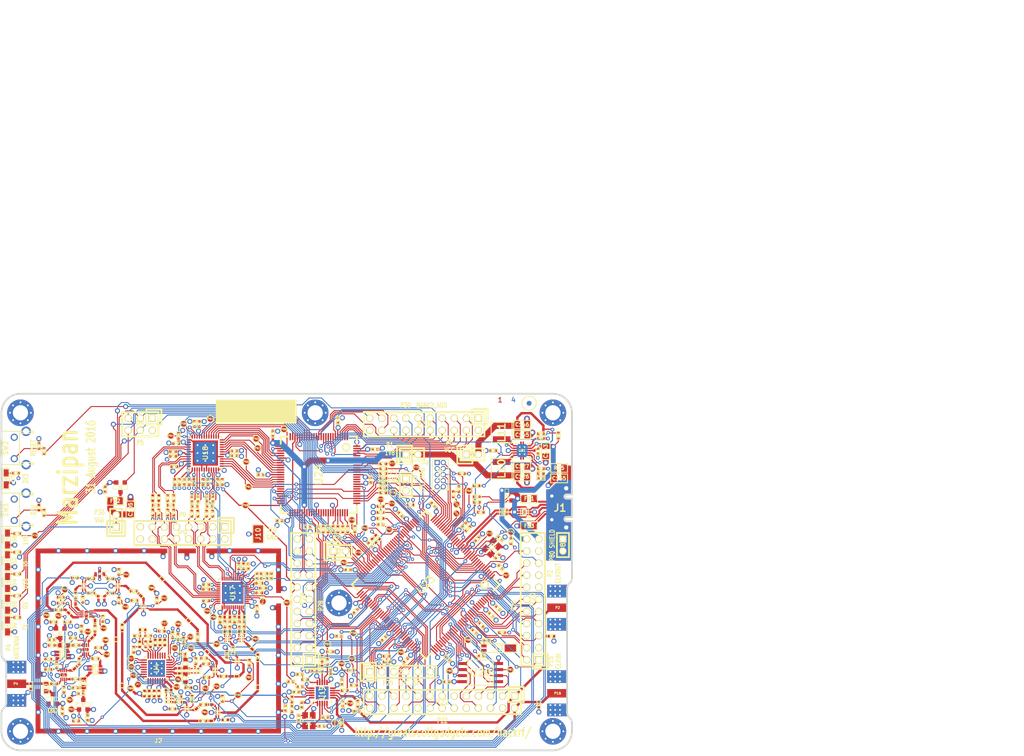
<source format=kicad_pcb>
(kicad_pcb (version 20221018) (generator pcbnew)
  (title_block (date "19 may 2014"))
  (layers (0 "F.Cu" signal "C1F") (1 "In1.Cu" signal "C2") (2 "In2.Cu" signal "C3") (31 "B.Cu" signal "C4B") (34 "B.Paste" user) (35 "F.Paste" user) (36 "B.SilkS" user "B.Silkscreen") (37 "F.SilkS" user "F.Silkscreen") (38 "B.Mask" user) (39 "F.Mask" user) (44 "Edge.Cuts" user))
  (net 0 "")
  (net 1 "!MIX_BYPASS")
  (net 2 "!RX_AMP_PWR")
  (net 3 "!TX_AMP_PWR")
  (net 4 "!VAA_ENABLE")
  (net 5 "+1.8V")
  (net 6 "/baseband/CLK0")
  (net 7 "/baseband/CLK1")
  (net 8 "/baseband/CLK2")
  (net 9 "/baseband/CLK3")
  (net 10 "/baseband/CLK5")
  (net 11 "/baseband/COM")
  (net 12 "/baseband/CPOUT+")
  (net 13 "/baseband/CPOUT-")
  (net 14 "/baseband/IA+")
  (net 15 "/baseband/IA-")
  (net 16 "/baseband/ID+")
  (net 17 "/baseband/ID-")
  (net 18 "/baseband/INTR")
  (net 19 "/baseband/OEB")
  (net 20 "/baseband/QA+")
  (net 21 "/baseband/QA-")
  (net 22 "/baseband/QD+")
  (net 23 "/baseband/QD-")
  (net 24 "/baseband/REFN")
  (net 25 "/baseband/REFP")
  (net 26 "/baseband/RXBBI+")
  (net 27 "/baseband/RXBBI-")
  (net 28 "/baseband/RXBBQ+")
  (net 29 "/baseband/RXBBQ-")
  (net 30 "/baseband/TXBBI+")
  (net 31 "/baseband/TXBBI-")
  (net 32 "/baseband/TXBBQ+")
  (net 33 "/baseband/TXBBQ-")
  (net 34 "/baseband/XA")
  (net 35 "/baseband/XB")
  (net 36 "/baseband/XCVR_CLKOUT")
  (net 37 "/baseband/XTAL2")
  (net 38 "/frontend/!ANT_BIAS")
  (net 39 "/frontend/REF_IN")
  (net 40 "/frontend/RX_AMP_OUT")
  (net 41 "/frontend/TX_AMP_IN")
  (net 42 "/frontend/TX_AMP_OUT")
  (net 43 "/mcu/usb/power/ADC0_0")
  (net 44 "/mcu/usb/power/ADC0_2")
  (net 45 "/mcu/usb/power/ADC0_5")
  (net 46 "/mcu/usb/power/ADC0_6")
  (net 47 "/mcu/usb/power/B1AUX13")
  (net 48 "/mcu/usb/power/B1AUX14")
  (net 49 "/mcu/usb/power/B2AUX1")
  (net 50 "/mcu/usb/power/B2AUX10")
  (net 51 "/mcu/usb/power/B2AUX11")
  (net 52 "/mcu/usb/power/B2AUX12")
  (net 53 "/mcu/usb/power/B2AUX13")
  (net 54 "/mcu/usb/power/B2AUX14")
  (net 55 "/mcu/usb/power/B2AUX15")
  (net 56 "/mcu/usb/power/B2AUX16")
  (net 57 "/mcu/usb/power/B2AUX2")
  (net 58 "/mcu/usb/power/B2AUX3")
  (net 59 "/mcu/usb/power/B2AUX4")
  (net 60 "/mcu/usb/power/B2AUX5")
  (net 61 "/mcu/usb/power/B2AUX6")
  (net 62 "/mcu/usb/power/B2AUX7")
  (net 63 "/mcu/usb/power/B2AUX8")
  (net 64 "/mcu/usb/power/B2AUX9")
  (net 65 "/mcu/usb/power/BANK2F3M1")
  (net 66 "/mcu/usb/power/BANK2F3M10")
  (net 67 "/mcu/usb/power/BANK2F3M11")
  (net 68 "/mcu/usb/power/BANK2F3M12")
  (net 69 "/mcu/usb/power/BANK2F3M14")
  (net 70 "/mcu/usb/power/BANK2F3M15")
  (net 71 "/mcu/usb/power/BANK2F3M16")
  (net 72 "/mcu/usb/power/BANK2F3M2")
  (net 73 "/mcu/usb/power/BANK2F3M3")
  (net 74 "/mcu/usb/power/BANK2F3M4")
  (net 75 "/mcu/usb/power/BANK2F3M5")
  (net 76 "/mcu/usb/power/BANK2F3M6")
  (net 77 "/mcu/usb/power/BANK2F3M7")
  (net 78 "/mcu/usb/power/BANK2F3M8")
  (net 79 "/mcu/usb/power/BANK2F3M9")
  (net 80 "/mcu/usb/power/CPLD_TCK")
  (net 81 "/mcu/usb/power/CPLD_TDI")
  (net 82 "/mcu/usb/power/CPLD_TDO")
  (net 83 "/mcu/usb/power/CPLD_TMS")
  (net 84 "/mcu/usb/power/DBGEN")
  (net 85 "/mcu/usb/power/DM")
  (net 86 "/mcu/usb/power/DP")
  (net 87 "/mcu/usb/power/EN1V8")
  (net 88 "/mcu/usb/power/GCK0")
  (net 89 "/mcu/usb/power/GPIO3_10")
  (net 90 "/mcu/usb/power/GPIO3_11")
  (net 91 "/mcu/usb/power/GPIO3_12")
  (net 92 "/mcu/usb/power/GPIO3_13")
  (net 93 "/mcu/usb/power/GPIO3_14")
  (net 94 "/mcu/usb/power/GPIO3_15")
  (net 95 "/mcu/usb/power/GPIO3_8")
  (net 96 "/mcu/usb/power/GPIO3_9")
  (net 97 "/mcu/usb/power/GP_CLKIN")
  (net 98 "/mcu/usb/power/I2C1_SCL")
  (net 99 "/mcu/usb/power/I2C1_SDA")
  (net 100 "/mcu/usb/power/I2S0_RX_MCLK")
  (net 101 "/mcu/usb/power/I2S0_RX_SCK")
  (net 102 "/mcu/usb/power/I2S0_RX_SDA")
  (net 103 "/mcu/usb/power/I2S0_RX_WS")
  (net 104 "/mcu/usb/power/I2S0_TX_MCLK")
  (net 105 "/mcu/usb/power/I2S0_TX_SCK")
  (net 106 "/mcu/usb/power/ISP")
  (net 107 "/mcu/usb/power/LED1")
  (net 108 "/mcu/usb/power/LED2")
  (net 109 "/mcu/usb/power/LED3")
  (net 110 "/mcu/usb/power/P1_1")
  (net 111 "/mcu/usb/power/P1_2")
  (net 112 "/mcu/usb/power/P2_13")
  (net 113 "/mcu/usb/power/P2_8")
  (net 114 "/mcu/usb/power/P2_9")
  (net 115 "/mcu/usb/power/REG_OUT1")
  (net 116 "/mcu/usb/power/REG_OUT2")
  (net 117 "/mcu/usb/power/RESET")
  (net 118 "/mcu/usb/power/RREF")
  (net 119 "/mcu/usb/power/RTCX1")
  (net 120 "/mcu/usb/power/RTCX2")
  (net 121 "/mcu/usb/power/RTC_ALARM")
  (net 122 "/mcu/usb/power/SD_CD")
  (net 123 "/mcu/usb/power/SD_CLK")
  (net 124 "/mcu/usb/power/SD_CMD")
  (net 125 "/mcu/usb/power/SD_DAT0")
  (net 126 "/mcu/usb/power/SD_DAT1")
  (net 127 "/mcu/usb/power/SD_DAT2")
  (net 128 "/mcu/usb/power/SD_DAT3")
  (net 129 "/mcu/usb/power/SD_POW")
  (net 130 "/mcu/usb/power/SD_VOLT0")
  (net 131 "/mcu/usb/power/SGPIO0")
  (net 132 "/mcu/usb/power/SGPIO1")
  (net 133 "/mcu/usb/power/SGPIO10")
  (net 134 "/mcu/usb/power/SGPIO11")
  (net 135 "/mcu/usb/power/SGPIO12")
  (net 136 "/mcu/usb/power/SGPIO13")
  (net 137 "/mcu/usb/power/SGPIO14")
  (net 138 "/mcu/usb/power/SGPIO15")
  (net 139 "/mcu/usb/power/SGPIO2")
  (net 140 "/mcu/usb/power/SGPIO3")
  (net 141 "/mcu/usb/power/SGPIO4")
  (net 142 "/mcu/usb/power/SGPIO5")
  (net 143 "/mcu/usb/power/SGPIO6")
  (net 144 "/mcu/usb/power/SGPIO7")
  (net 145 "/mcu/usb/power/SGPIO9")
  (net 146 "/mcu/usb/power/SPIFI_CS")
  (net 147 "/mcu/usb/power/SPIFI_MISO")
  (net 148 "/mcu/usb/power/SPIFI_MOSI")
  (net 149 "/mcu/usb/power/SPIFI_SCK")
  (net 150 "/mcu/usb/power/SPIFI_SIO2")
  (net 151 "/mcu/usb/power/SPIFI_SIO3")
  (net 152 "/mcu/usb/power/TCK")
  (net 153 "/mcu/usb/power/TDI")
  (net 154 "/mcu/usb/power/TDO")
  (net 155 "/mcu/usb/power/TMS")
  (net 156 "/mcu/usb/power/U0_RXD")
  (net 157 "/mcu/usb/power/U0_TXD")
  (net 158 "/mcu/usb/power/USB_SHIELD")
  (net 159 "/mcu/usb/power/VBAT")
  (net 160 "/mcu/usb/power/VBUS")
  (net 161 "/mcu/usb/power/VBUSCTRL")
  (net 162 "/mcu/usb/power/VIN")
  (net 163 "/mcu/usb/power/VREGMODE")
  (net 164 "/mcu/usb/power/WAKEUP")
  (net 165 "/mcu/usb/power/XTAL1")
  (net 166 "/mcu/usb/power/XTAL2")
  (net 167 "AMP_BYPASS")
  (net 168 "CLK6")
  (net 169 "CLKIN")
  (net 170 "CLKOUT")
  (net 171 "CS_AD")
  (net 172 "CS_XCVR")
  (net 173 "DA0")
  (net 174 "DA1")
  (net 175 "DA2")
  (net 176 "DA3")
  (net 177 "DA4")
  (net 178 "DA5")
  (net 179 "DA6")
  (net 180 "DA7")
  (net 181 "DD0")
  (net 182 "DD1")
  (net 183 "DD2")
  (net 184 "DD3")
  (net 185 "DD4")
  (net 186 "DD5")
  (net 187 "DD6")
  (net 188 "DD7")
  (net 189 "DD8")
  (net 190 "DD9")
  (net 191 "GCK1")
  (net 192 "GCK2")
  (net 193 "GND")
  (net 194 "HP")
  (net 195 "LP")
  (net 196 "MCU_CLK")
  (net 197 "MIXER_ENX")
  (net 198 "MIXER_RESETX")
  (net 199 "MIXER_SCLK")
  (net 200 "MIXER_SDATA")
  (net 201 "MIX_BYPASS")
  (net 202 "MIX_CLK")
  (net 203 "RSSI")
  (net 204 "RX")
  (net 205 "RXENABLE")
  (net 206 "RX_AMP")
  (net 207 "RX_IF")
  (net 208 "RX_MIX_BP")
  (net 209 "SCL")
  (net 210 "SDA")
  (net 211 "SGPIO_CLK")
  (net 212 "SSP1_MISO")
  (net 213 "SSP1_MOSI")
  (net 214 "SSP1_SCK")
  (net 215 "TX")
  (net 216 "TXENABLE")
  (net 217 "TX_AMP")
  (net 218 "TX_IF")
  (net 219 "TX_MIX_BP")
  (net 220 "VAA")
  (net 221 "VCC")
  (net 222 "XCVR_EN")
  (net 223 "Net-(C8-Pad2)")
  (net 224 "Net-(C9-Pad2)")
  (net 225 "Net-(C9-Pad1)")
  (net 226 "Net-(C12-Pad1)")
  (net 227 "Net-(C13-Pad1)")
  (net 228 "Net-(C14-Pad2)")
  (net 229 "Net-(C14-Pad1)")
  (net 230 "Net-(C15-Pad2)")
  (net 231 "Net-(C17-Pad2)")
  (net 232 "Net-(C17-Pad1)")
  (net 233 "Net-(C18-Pad2)")
  (net 234 "Net-(C18-Pad1)")
  (net 235 "Net-(C20-Pad2)")
  (net 236 "Net-(C20-Pad1)")
  (net 237 "Net-(C21-Pad2)")
  (net 238 "Net-(C21-Pad1)")
  (net 239 "Net-(C23-Pad2)")
  (net 240 "Net-(C23-Pad1)")
  (net 241 "Net-(C25-Pad1)")
  (net 242 "Net-(C26-Pad2)")
  (net 243 "Net-(C26-Pad1)")
  (net 244 "Net-(C27-Pad2)")
  (net 245 "Net-(C27-Pad1)")
  (net 246 "Net-(C28-Pad2)")
  (net 247 "Net-(C28-Pad1)")
  (net 248 "Net-(C31-Pad2)")
  (net 249 "Net-(C31-Pad1)")
  (net 250 "Net-(C32-Pad2)")
  (net 251 "Net-(C32-Pad1)")
  (net 252 "Net-(C43-Pad2)")
  (net 253 "Net-(C43-Pad1)")
  (net 254 "Net-(C44-Pad2)")
  (net 255 "Net-(C44-Pad1)")
  (net 256 "Net-(C46-Pad2)")
  (net 257 "Net-(C46-Pad1)")
  (net 258 "Net-(C48-Pad1)")
  (net 259 "Net-(C49-Pad2)")
  (net 260 "Net-(C50-Pad1)")
  (net 261 "Net-(C51-Pad2)")
  (net 262 "Net-(C51-Pad1)")
  (net 263 "Net-(C163-Pad2)")
  (net 264 "Net-(C58-Pad2)")
  (net 265 "Net-(C58-Pad1)")
  (net 266 "Net-(C59-Pad2)")
  (net 267 "Net-(C61-Pad2)")
  (net 268 "Net-(C61-Pad1)")
  (net 269 "Net-(C62-Pad2)")
  (net 270 "Net-(C64-Pad2)")
  (net 271 "Net-(C64-Pad1)")
  (net 272 "Net-(C99-Pad2)")
  (net 273 "Net-(C99-Pad1)")
  (net 274 "Net-(C102-Pad2)")
  (net 275 "Net-(C102-Pad1)")
  (net 276 "Net-(C104-Pad2)")
  (net 277 "Net-(C104-Pad1)")
  (net 278 "Net-(C105-Pad1)")
  (net 279 "Net-(C106-Pad1)")
  (net 280 "Net-(C111-Pad2)")
  (net 281 "Net-(C111-Pad1)")
  (net 282 "Net-(C114-Pad2)")
  (net 283 "Net-(C114-Pad1)")
  (net 284 "Net-(C125-Pad2)")
  (net 285 "Net-(C160-Pad1)")
  (net 286 "Net-(D2-Pad2)")
  (net 287 "Net-(D4-Pad2)")
  (net 288 "Net-(D5-Pad2)")
  (net 289 "Net-(D6-Pad2)")
  (net 290 "Net-(D7-Pad2)")
  (net 291 "Net-(D8-Pad2)")
  (net 292 "Net-(FB1-Pad1)")
  (net 293 "Net-(FB2-Pad1)")
  (net 294 "Net-(FB3-Pad1)")
  (net 295 "Net-(J1-Pad4)")
  (net 296 "Net-(J1-Pad3)")
  (net 297 "Net-(J1-Pad2)")
  (net 298 "Net-(L1-Pad2)")
  (net 299 "Net-(L1-Pad1)")
  (net 300 "Net-(L2-Pad1)")
  (net 301 "Net-(L3-Pad1)")
  (net 302 "Net-(L10-Pad1)")
  (net 303 "Net-(L11-Pad2)")
  (net 304 "Net-(L13-Pad1)")
  (net 305 "Net-(P6-Pad1)")
  (net 306 "Net-(P7-Pad1)")
  (net 307 "Net-(P17-Pad1)")
  (net 308 "Net-(P19-Pad1)")
  (net 309 "Net-(P24-Pad1)")
  (net 310 "Net-(P25-Pad3)")
  (net 311 "Net-(P26-Pad7)")
  (net 312 "Net-(R4-Pad2)")
  (net 313 "Net-(R30-Pad2)")
  (net 314 "Net-(R19-Pad2)")
  (net 315 "Net-(R51-Pad1)")
  (net 316 "Net-(R52-Pad2)")
  (net 317 "Net-(R55-Pad2)")
  (net 318 "Net-(R62-Pad1)")
  (net 319 "Net-(U4-Pad1)")
  (net 320 "Net-(U4-Pad2)")
  (net 321 "Net-(U4-Pad3)")
  (net 322 "Net-(U4-Pad11)")
  (net 323 "Net-(U4-Pad13)")
  (net 324 "Net-(U4-Pad14)")
  (net 325 "Net-(U4-Pad17)")
  (net 326 "Net-(U4-Pad18)")
  (net 327 "Net-(U4-Pad20)")
  (net 328 "Net-(U4-Pad21)")
  (net 329 "Net-(U9-Pad2)")
  (net 330 "Net-(U12-Pad2)")
  (net 331 "Net-(U14-Pad2)")
  (net 332 "Net-(U15-Pad4)")
  (net 333 "Net-(U15-Pad6)")
  (net 334 "Net-(U17-Pad3)")
  (net 335 "Net-(U17-Pad6)")
  (net 336 "Net-(U17-Pad8)")
  (net 337 "Net-(U17-Pad9)")
  (net 338 "Net-(U17-Pad12)")
  (net 339 "Net-(U17-Pad14)")
  (net 340 "Net-(U17-Pad18)")
  (net 341 "Net-(U17-Pad33)")
  (net 342 "Net-(U17-Pad34)")
  (net 343 "Net-(U17-Pad40)")
  (net 344 "Net-(U18-Pad38)")
  (net 345 "Net-(U23-Pad89)")
  (net 346 "Net-(U23-Pad90)")
  (net 347 "Net-(U23-Pad136)")
  (net 348 "Net-(U23-Pad138)")
  (net 349 "Net-(U23-Pad139)")
  (net 350 "Net-(U24-Pad14)")
  (net 351 "Net-(U24-Pad15)")
  (net 352 "Net-(U24-Pad16)")
  (net 353 "Net-(U24-Pad20)")
  (net 354 "Net-(U24-Pad25)")
  (net 355 "Net-(U24-Pad44)")
  (net 356 "Net-(U24-Pad46)")
  (net 357 "Net-(U24-Pad49)")
  (net 358 "Net-(U24-Pad50)")
  (net 359 "Net-(U24-Pad52)")
  (net 360 "Net-(U24-Pad53)")
  (net 361 "Net-(U24-Pad54)")
  (net 362 "Net-(U24-Pad58)")
  (net 363 "Net-(U24-Pad59)")
  (net 364 "Net-(U24-Pad60)")
  (net 365 "Net-(U24-Pad63)")
  (net 366 "Net-(U24-Pad65)")
  (net 367 "Net-(U24-Pad66)")
  (net 368 "Net-(U24-Pad68)")
  (net 369 "Net-(U24-Pad73)")
  (net 370 "Net-(U24-Pad75)")
  (net 371 "Net-(U24-Pad80)")
  (net 372 "Net-(U24-Pad82)")
  (net 373 "Net-(U24-Pad85)")
  (net 374 "Net-(U24-Pad86)")
  (net 375 "Net-(U24-Pad87)")
  (net 376 "Net-(U24-Pad93)")
  (net 377 "Net-(U24-Pad95)")
  (net 378 "Net-(U24-Pad96)")
  (footprint "gsg-modules:LTST-S220" (layer "F.Cu") (at 61.27 148.838 -90)
    (fp_text reference "D6")
    (fp_text value "TXLED" hide)
  )
  (footprint "gsg-modules:LTST-S220" (layer "F.Cu") (at 61.27 139.694 -90)
    (fp_text reference "D4")
    (fp_text value "USBLED" hide)
  )
  (footprint "gsg-modules:LTST-S220" (layer "F.Cu") (at 61.27 130.55 -90)
    (fp_text reference "D8")
    (fp_text value "1V8LED" hide)
  )
  (footprint "gsg-modules:LTST-S220" (layer "F.Cu") (at 61.27 144.266 -90)
    (fp_text reference "D5")
    (fp_text value "RXLED" hide)
  )
  (footprint "gsg-modules:LTST-S220" (layer "F.Cu") (at 61.27 135.122 -90)
    (fp_text reference "D2")
    (fp_text value "VAALED" hide)
  )
  (footprint "GSG-TESTPOINT-30MIL-MASKONLY" (layer "F.Cu") (at 89.31402 142.49908)
    (fp_text reference "TESTPOINT-30MIL-MASKONLY" hide)
    (fp_text value "VAL**" hide)
  )
  (footprint "GSG-TESTPOINT-30MIL-MASKONLY" (layer "F.Cu") (at 84.1046 151.6574)
    (fp_text reference "TESTPOINT-30MIL-MASKONLY" hide)
    (fp_text value "VAL**" hide)
  )
  (footprint "GSG-TESTPOINT-30MIL-MASKONLY" (layer "F.Cu") (at 75.57516 144.21358)
    (fp_text reference "TESTPOINT-30MIL-MASKONLY" hide)
    (fp_text value "VAL**" hide)
  )
  (footprint "GSG-TESTPOINT-30MIL-MASKONLY" (layer "F.Cu") (at 74.0537 146.1516)
    (fp_text reference "TESTPOINT-30MIL-MASKONLY" hide)
    (fp_text value "VAL**" hide)
  )
  (footprint "GSG-TESTPOINT-30MIL-MASKONLY" (layer "F.Cu") (at 93.782 138.932)
    (fp_text reference "TESTPOINT-30MIL-MASKONLY" hide)
    (fp_text value "VAL**" hide)
  )
  (footprint "GSG-TESTPOINT-30MIL-MASKONLY" (layer "F.Cu") (at 85.4 161.3602)
    (fp_text reference "TESTPOINT-30MIL-MASKONLY" hide)
    (fp_text value "VAL**" hide)
  )
  (footprint "GSG-TESTPOINT-30MIL-MASKONLY" (layer "F.Cu") (at 75.33894 157.8483)
    (fp_text reference "TESTPOINT-30MIL-MASKONLY" hide)
    (fp_text value "VAL**" hide)
  )
  (footprint "GSG-TESTPOINT-30MIL-MASKONLY" (layer "F.Cu") (at 79.0321 151.36114)
    (fp_text reference "TESTPOINT-30MIL-MASKONLY" hide)
    (fp_text value "VAL**" hide)
  )
  (footprint "GSG-TESTPOINT-30MIL-MASKONLY" (layer "F.Cu") (at 113.919 161.74974)
    (fp_text reference "TESTPOINT-30MIL-MASKONLY" hide)
    (fp_text value "VAL**" hide)
  )
  (footprint "GSG-TESTPOINT-30MIL-MASKONLY" (layer "F.Cu") (at 104.11206 168.79824)
    (fp_text reference "TESTPOINT-30MIL-MASKONLY" hide)
    (fp_text value "VAL**" hide)
  )
  (footprint "GSG-TESTPOINT-30MIL-MASKONLY" (layer "F.Cu") (at 104.25176 165.37432)
    (fp_text reference "TESTPOINT-30MIL-MASKONLY" hide)
    (fp_text value "VAL**" hide)
  )
  (footprint "GSG-TESTPOINT-30MIL-MASKONLY" (layer "F.Cu") (at 101.0158 166.26332)
    (fp_text reference "TESTPOINT-30MIL-MASKONLY" hide)
    (fp_text value "VAL**" hide)
  )
  (footprint "GSG-TESTPOINT-30MIL-MASKONLY" (layer "F.Cu") (at 79.6671 147.71116)
    (fp_text reference "TESTPOINT-30MIL-MASKONLY" hide)
    (fp_text value "VAL**" hide)
  )
  (footprint "GSG-TESTPOINT-30MIL-MASKONLY" (layer "F.Cu") (at 109.47654 159.42564)
    (fp_text reference "TESTPOINT-30MIL-MASKONLY" hide)
    (fp_text value "VAL**" hide)
  )
  (footprint "GSG-TESTPOINT-30MIL-MASKONLY" (layer "F.Cu") (at 99.36226 147.6883)
    (fp_text reference "TESTPOINT-30MIL-MASKONLY" hide)
    (fp_text value "VAL**" hide)
  )
  (footprint "GSG-TESTPOINT-30MIL-MASKONLY" (layer "F.Cu") (at 103.23068 154.2796)
    (fp_text reference "TESTPOINT-30MIL-MASKONLY" hide)
    (fp_text value "VAL**" hide)
  )
  (footprint "GSG-TESTPOINT-30MIL-MASKONLY" (layer "F.Cu") (at 112.71504 153.71064)
    (fp_text reference "TESTPOINT-30MIL-MASKONLY" hide)
    (fp_text value "VAL**" hide)
  )
  (footprint "gsg-modules:LTST-S220" (layer "F.Cu") (at 61 117.9 -90)
    (fp_text reference "D7")
    (fp_text value "VCCLED" hide)
  )
  (footprint "GSG-MARK1MM" (layer "F.Cu") (at 171 102)
    (fp_text reference "MARK1MM" hide)
    (fp_text value "VAL**" hide)
  )
  (footprint "hackrf:GSG-0402" (layer "F.Cu") (at 91.0964 163.0468 -90)
    (fp_text reference "C1")
    (fp_text value "33pF" hide)
  )
  (footprint "hackrf:GSG-0402" (layer "F.Cu") (at 90.0804 163.0468 -90)
    (fp_text reference "C2")
    (fp_text value "10nF" hide)
  )
  (footprint "hackrf:GSG-0402" (layer "F.Cu") (at 93.1284 163.0468 -90)
    (fp_text reference "C3")
    (fp_text value "33pF" hide)
  )
  (footprint "hackrf:GSG-0402" (layer "F.Cu") (at 92.1124 163.0468 -90)
    (fp_text reference "C4")
    (fp_text value "10nF" hide)
  )
  (footprint "hackrf:GSG-0402" (layer "F.Cu") (at 92.341 152.328 90)
    (fp_text reference "C5")
    (fp_text value "33pF" hide)
  )
  (footprint "hackrf:GSG-0402" (layer "F.Cu") (at 93.357 152.328 90)
    (fp_text reference "C6")
    (fp_text value "10nF" hide)
  )
  (footprint "hackrf:GSG-0402" (layer "F.Cu") (at 107.084 168.5762 180)
    (fp_text reference "C7")
    (fp_text value "33pF" hide)
  )
  (footprint "hackrf:GSG-0402" (layer "F.Cu") (at 113.919 155.448 -90)
    (fp_text reference "C8")
    (fp_text value "22pF" hide)
  )
  (footprint "hackrf:GSG-0402" (layer "F.Cu") (at 85.4 149.1682 90)
    (fp_text reference "C9")
    (fp_text value "100nF" hide)
  )
  (footprint "hackrf:GSG-0402" (layer "F.Cu") (at 87.9808 143.4816)
    (fp_text reference "C10")
    (fp_text value "33pF" hide)
  )
  (footprint "hackrf:GSG-0402" (layer "F.Cu") (at 84.7138 143.4622 90)
    (fp_text reference "C11")
    (fp_text value "33pF" hide)
  )
  (footprint "hackrf:GSG-0402" (layer "F.Cu") (at 87.7944 153.8266 -90)
    (fp_text reference "C12")
    (fp_text value "330pF" hide)
  )
  (footprint "hackrf:GSG-0402" (layer "F.Cu") (at 88.5564 150.9056 180)
    (fp_text reference "C13")
    (fp_text value "330pF" hide)
  )
  (footprint "hackrf:GSG-0402" (layer "F.Cu") (at 90.3344 152.6836 90)
    (fp_text reference "C14")
    (fp_text value "8p2" hide)
  )
  (footprint "hackrf:GSG-0402" (layer "F.Cu") (at 90.8424 150.9056)
    (fp_text reference "C15")
    (fp_text value "180pF" hide)
  )
  (footprint "hackrf:GSG-0402" (layer "F.Cu") (at 106.4998 164.1566 90)
    (fp_text reference "C16")
    (fp_text value "33pF" hide)
  )
  (footprint "hackrf:GSG-0402" (layer "F.Cu") (at 82.9358 141.9382)
    (fp_text reference "C17")
    (fp_text value "100nF" hide)
  )
  (footprint "hackrf:GSG-0402" (layer "F.Cu") (at 78.8718 141.9382)
    (fp_text reference "C18")
    (fp_text value "100nF" hide)
  )
  (footprint "hackrf:GSG-0402" (layer "F.Cu") (at 77.0938 143.3352 90)
    (fp_text reference "C19")
    (fp_text value "33pF" hide)
  )
  (footprint "hackrf:GSG-0402" (layer "F.Cu") (at 87.8078 141.5288)
    (fp_text reference "C20")
    (fp_text value "100nF" hide)
  )
  (footprint "hackrf:GSG-0402" (layer "F.Cu") (at 102.4382 165.3794 180)
    (fp_text reference "C21")
    (fp_text value "22pF" hide)
  )
  (footprint "hackrf:GSG-0402" (layer "F.Cu") (at 95.9732 166.2726)
    (fp_text reference "C22")
    (fp_text value "33pF" hide)
  )
  (footprint "hackrf:GSG-0402" (layer "F.Cu") (at 101.2698 151.1808 90)
    (fp_text reference "C23")
    (fp_text value "100nF" hide)
  )
  (footprint "hackrf:GSG-0402" (layer "F.Cu") (at 92.6798 143.4816 -90)
    (fp_text reference "C24")
    (fp_text value "33pF" hide)
  )
  (footprint "hackrf:GSG-0402" (layer "F.Cu") (at 97.1924 163.7326)
    (fp_text reference "C25")
    (fp_text value "100nF" hide)
  )
  (footprint "hackrf:GSG-0402" (layer "F.Cu") (at 78.8718 138.8902 180)
    (fp_text reference "C26")
    (fp_text value "47pF" hide)
  )
  (footprint "hackrf:GSG-0402" (layer "F.Cu") (at 82.9358 138.8902)
    (fp_text reference "C27")
    (fp_text value "47pF" hide)
  )
  (footprint "hackrf:GSG-0402" (layer "F.Cu") (at 97.1924 164.8756)
    (fp_text reference "C28")
    (fp_text value "100nF" hide)
  )
  (footprint "hackrf:GSG-0402" (layer "F.Cu") (at 75.4174 138.7124 180)
    (fp_text reference "C29")
    (fp_text value "33pF" hide)
  )
  (footprint "hackrf:GSG-0402" (layer "F.Cu") (at 84.7138 137.4932 90)
    (fp_text reference "C30")
    (fp_text value "33pF" hide)
  )
  (footprint "hackrf:GSG-0402" (layer "F.Cu") (at 75.5952 142.4462 90)
    (fp_text reference "C31")
    (fp_text value "100nF" hide)
  )
  (footprint "hackrf:GSG-0402" (layer "F.Cu") (at 102.4382 168.8084 180)
    (fp_text reference "C32")
    (fp_text value "22pF" hide)
  )
  (footprint "hackrf:GSG-0402" (layer "F.Cu") (at 100.1134 164.139 90)
    (fp_text reference "C33")
    (fp_text value "33pF" hide)
  )
  (footprint "hackrf:GSG-0402" (layer "F.Cu") (at 98.31 151.9216 90)
    (fp_text reference "C34")
    (fp_text value "33pF" hide)
  )
  (footprint "hackrf:GSG-0402" (layer "F.Cu") (at 97.167 151.1596 90)
    (fp_text reference "C35")
    (fp_text value "33pF" hide)
  )
  (footprint "hackrf:GSG-0402" (layer "F.Cu") (at 96.024 150.7786 90)
    (fp_text reference "C36")
    (fp_text value "33pF" hide)
  )
  (footprint "hackrf:GSG-0402" (layer "F.Cu") (at 93.738 149.915 180)
    (fp_text reference "C37")
    (fp_text value "33pF" hide)
  )
  (footprint "hackrf:GSG-0402" (layer "F.Cu") (at 72.4456 142.8272)
    (fp_text reference "C38")
    (fp_text value "33pF" hide)
  )
  (footprint "hackrf:GSG-0402" (layer "F.Cu") (at 81.3054 147.3454 90)
    (fp_text reference "C39")
    (fp_text value "33pF" hide)
  )
  (footprint "hackrf:GSG-0402" (layer "F.Cu") (at 72.4456 144.0718)
    (fp_text reference "C40")
    (fp_text value "33pF" hide)
  )
  (footprint "hackrf:GSG-0402" (layer "F.Cu") (at 99.326 161.8276)
    (fp_text reference "C41")
    (fp_text value "100pF" hide)
  )
  (footprint "hackrf:GSG-0402" (layer "F.Cu") (at 98.056 154.7156 180)
    (fp_text reference "C42")
    (fp_text value "100pF" hide)
  )
  (footprint "hackrf:GSG-0402" (layer "F.Cu") (at 72.009 145.415 180)
    (fp_text reference "C43")
    (fp_text value "22pF" hide)
  )
  (footprint "hackrf:GSG-0402" (layer "F.Cu") (at 79.6798 149.4282 90)
    (fp_text reference "C44")
    (fp_text value "100nF" hide)
  )
  (footprint "hackrf:GSG-0402" (layer "F.Cu") (at 102.5906 155.6512)
    (fp_text reference "C45")
    (fp_text value "33pF" hide)
  )
  (footprint "hackrf:GSG-0402" (layer "F.Cu") (at 103.0478 156.7942 180)
    (fp_text reference "C46")
    (fp_text value "100nF" hide)
  )
  (footprint "hackrf:GSG-0402" (layer "F.Cu") (at 112.1664 156.5656 90)
    (fp_text reference "C47")
    (fp_text value "33pF" hide)
  )
  (footprint "hackrf:GSG-0402" (layer "F.Cu") (at 108.7374 154.0002 90)
    (fp_text reference "C48")
    (fp_text value "22pF" hide)
  )
  (footprint "hackrf:GSG-0402" (layer "F.Cu") (at 100.85 156.2396 -90)
    (fp_text reference "C49")
    (fp_text value "100nF" hide)
  )
  (footprint "hackrf:GSG-0402" (layer "F.Cu") (at 75.678 152.92)
    (fp_text reference "C50")
    (fp_text value "100nF" hide)
  )
  (footprint "hackrf:GSG-0402" (layer "F.Cu") (at 106.7414 159.434 180)
    (fp_text reference "C51")
    (fp_text value "22pF" hide)
  )
  (footprint "hackrf:GSG-0402" (layer "F.Cu") (at 70.598 152.92 180)
    (fp_text reference "C52")
    (fp_text value "100pF" hide)
  )
  (footprint "hackrf:GSG-0402" (layer "F.Cu") (at 70.9474 147.9998 180)
    (fp_text reference "C53")
    (fp_text value "1uF" hide)
  )
  (footprint "hackrf:GSG-0402" (layer "F.Cu") (at 103.124 159.6644 180)
    (fp_text reference "C54")
    (fp_text value "33pF" hide)
  )
  (footprint "hackrf:GSG-0402" (layer "F.Cu") (at 80.377 153.428)
    (fp_text reference "C55")
    (fp_text value "33pF" hide)
  )
  (footprint "hackrf:GSG-0402" (layer "F.Cu") (at 107.3912 154.8638 90)
    (fp_text reference "C56")
    (fp_text value "33pF" hide)
  )
  (footprint "hackrf:GSG-0402" (layer "F.Cu") (at 76.835 149.4282 90)
    (fp_text reference "C57")
    (fp_text value "33pF" hide)
  )
  (footprint "hackrf:GSG-0402" (layer "F.Cu") (at 71.614 157.111 90)
    (fp_text reference "C58")
    (fp_text value "100nF" hide)
  )
  (footprint "hackrf:GSG-0402" (layer "F.Cu") (at 79.742 155.714)
    (fp_text reference "C59")
    (fp_text value "100nF" hide)
  )
  (footprint "hackrf:GSG-0402" (layer "F.Cu") (at 75.043 151.396)
    (fp_text reference "C60")
    (fp_text value "33pF" hide)
  )
  (footprint "hackrf:GSG-0402" (layer "F.Cu") (at 76.3638 156.3236 90)
    (fp_text reference "C61")
    (fp_text value "100nF" hide)
  )
  (footprint "hackrf:GSG-0402" (layer "F.Cu") (at 75.551 160.032)
    (fp_text reference "C62")
    (fp_text value "100nF" hide)
  )
  (footprint "hackrf:GSG-0402" (layer "F.Cu") (at 73.0872 162.2418 -90)
    (fp_text reference "C63")
    (fp_text value "33pF" hide)
  )
  (footprint "hackrf:GSG-0402" (layer "F.Cu") (at 71.1 161 180)
    (fp_text reference "C64")
    (fp_text value "100nF" hide)
  )
  (footprint "hackrf:GSG-0402" (layer "F.Cu") (at 69.836 158)
    (fp_text reference "C65")
    (fp_text value "33pF" hide)
  )
  (footprint "hackrf:GSG-0402" (layer "F.Cu") (at 69.836 155.841)
    (fp_text reference "C66")
    (fp_text value "33pF" hide)
  )
  (footprint "hackrf:GSG-0402" (layer "F.Cu") (at 121.0802 164.2964 -90)
    (fp_text reference "C67")
    (fp_text value "33pF" hide)
  )
  (footprint "hackrf:GSG-0402" (layer "F.Cu") (at 127.4624 155.7214 90)
    (fp_text reference "C68")
    (fp_text value "100pF" hide)
  )
  (footprint "hackrf:GSG-0402" (layer "F.Cu") (at 129.088 154.2736)
    (fp_text reference "C69")
    (fp_text value "100pF" hide)
  )
  (footprint "hackrf:GSG-0402" (layer "F.Cu") (at 121.0802 166.3284 -90)
    (fp_text reference "C70")
    (fp_text value "100pF" hide)
  )
  (footprint "hackrf:GSG-0402" (layer "F.Cu") (at 100.4824 118.5578 -90)
    (fp_text reference "C71")
    (fp_text value "100nF" hide)
  )
  (footprint "hackrf:GSG-0402" (layer "F.Cu") (at 99.4664 118.5578 -90)
    (fp_text reference "C72")
    (fp_text value "2.2uF" hide)
  )
  (footprint "hackrf:GSG-0402" (layer "F.Cu") (at 103.4034 118.5578 -90)
    (fp_text reference "C73")
    (fp_text value "100nF" hide)
  )
  (footprint "hackrf:GSG-0402" (layer "F.Cu") (at 102.3874 118.5578 -90)
    (fp_text reference "C74")
    (fp_text value "2.2uF" hide)
  )
  (footprint "hackrf:GSG-0402" (layer "F.Cu") (at 105.4354 118.5578 -90)
    (fp_text reference "C75")
    (fp_text value "100nF" hide)
  )
  (footprint "hackrf:GSG-0402" (layer "F.Cu") (at 106.4514 118.5578 -90)
    (fp_text reference "C76")
    (fp_text value "2.2uF" hide)
  )
  (footprint "hackrf:GSG-0402" (layer "F.Cu") (at 101.6254 106.3658 90)
    (fp_text reference "C77")
    (fp_text value "100nF" hide)
  )
  (footprint "hackrf:GSG-0402" (layer "F.Cu") (at 100.6094 106.3658 90)
    (fp_text reference "C78")
    (fp_text value "2.2uF" hide)
  )
  (footprint "hackrf:GSG-0402" (layer "F.Cu") (at 96.7359 110.4933 180)
    (fp_text reference "C79")
    (fp_text value "100nF" hide)
  )
  (footprint "hackrf:GSG-0402" (layer "F.Cu") (at 97.2439 108.8423 90)
    (fp_text reference "C80")
    (fp_text value "2.2uF" hide)
  )
  (footprint "hackrf:GSG-0402" (layer "F.Cu") (at 96.1009 113.1603 180)
    (fp_text reference "C81")
    (fp_text value "100nF" hide)
  )
  (footprint "hackrf:GSG-0402" (layer "F.Cu") (at 96.1009 112.1443 180)
    (fp_text reference "C82")
    (fp_text value "2.2uF" hide)
  )
  (footprint "hackrf:GSG-0402" (layer "F.Cu") (at 96.3549 115.3193 180)
    (fp_text reference "C83")
    (fp_text value "100nF" hide)
  )
  (footprint "hackrf:GSG-0402" (layer "F.Cu") (at 105.9815 147.4851 -90)
    (fp_text reference "C84")
    (fp_text value "22pF" hide)
  )
  (footprint "hackrf:GSG-0402" (layer "F.Cu") (at 109.0295 147.4851 -90)
    (fp_text reference "C85")
    (fp_text value "22pF" hide)
  )
  (footprint "hackrf:GSG-0402" (layer "F.Cu") (at 113.7285 145.1991 -90)
    (fp_text reference "C86")
    (fp_text value "22pF" hide)
  )
  (footprint "hackrf:GSG-0402" (layer "F.Cu") (at 114.2365 141.8971)
    (fp_text reference "C87")
    (fp_text value "10nF" hide)
  )
  (footprint "hackrf:GSG-0402" (layer "F.Cu") (at 114.9985 140.8811)
    (fp_text reference "C88")
    (fp_text value "10nF" hide)
  )
  (footprint "hackrf:GSG-0402" (layer "F.Cu") (at 114.2365 139.8651)
    (fp_text reference "C89")
    (fp_text value "10nF" hide)
  )
  (footprint "hackrf:GSG-0402" (layer "F.Cu") (at 109.9185 136.3091 90)
    (fp_text reference "C90")
    (fp_text value "100pF" hide)
  )
  (footprint "hackrf:GSG-0402" (layer "F.Cu") (at 110.9345 136.3091 90)
    (fp_text reference "C91")
    (fp_text value "100nF" hide)
  )
  (footprint "hackrf:GSG-0402" (layer "F.Cu") (at 103.0605 140.1191 180)
    (fp_text reference "C92")
    (fp_text value "10nF" hide)
  )
  (footprint "hackrf:GSG-0402" (layer "F.Cu") (at 103.0605 141.1351 180)
    (fp_text reference "C93")
    (fp_text value "10nF" hide)
  )
  (footprint "hackrf:GSG-0402" (layer "F.Cu") (at 103.0605 143.5481 180)
    (fp_text reference "C94")
    (fp_text value "22pF" hide)
  )
  (footprint "hackrf:GSG-0402" (layer "F.Cu") (at 92.456 123.46)
    (fp_text reference "C95")
    (fp_text value "22pF" hide)
  )
  (footprint "hackrf:GSG-0402" (layer "F.Cu") (at 95.5802 123.46)
    (fp_text reference "C96")
    (fp_text value "22pF" hide)
  )
  (footprint "hackrf:GSG-0402" (layer "F.Cu") (at 96.4184 118.5578 -90)
    (fp_text reference "C97")
    (fp_text value "330nF" hide)
  )
  (footprint "hackrf:GSG-0402" (layer "F.Cu") (at 97.4344 118.5578 -90)
    (fp_text reference "C98")
    (fp_text value "330nF" hide)
  )
  (footprint "hackrf:GSG-0402" (layer "F.Cu") (at 106.9975 148.5011 -90)
    (fp_text reference "C99")
    (fp_text value "22pF" hide)
  )
  (footprint "hackrf:GSG-0402" (layer "F.Cu") (at 98.4504 118.5578 -90)
    (fp_text reference "C100")
    (fp_text value "330nF" hide)
  )
  (footprint "hackrf:GSG-0402" (layer "F.Cu") (at 100.6475 123.7013)
    (fp_text reference "C101")
    (fp_text value "22pF" hide)
  )
  (footprint "hackrf:GSG-0402" (layer "F.Cu") (at 108.0135 148.5011 -90)
    (fp_text reference "C102")
    (fp_text value "22pF" hide)
  )
  (footprint "hackrf:GSG-0402" (layer "F.Cu") (at 103.7717 123.7013)
    (fp_text reference "C103")
    (fp_text value "22pF" hide)
  )
  (footprint "hackrf:GSG-0402" (layer "F.Cu") (at 110.0455 148.5011 -90)
    (fp_text reference "C104")
    (fp_text value "3pF" hide)
  )
  (footprint "hackrf:GSG-0805" (layer "F.Cu") (at 87.1526 124.3524 90)
    (fp_text reference "C105")
    (fp_text value "10uF" hide)
  )
  (footprint "hackrf:GSG-0402" (layer "F.Cu") (at 111.9505 136.3091 90)
    (fp_text reference "C106")
    (fp_text value "1uF" hide)
  )
  (footprint "hackrf:GSG-0402" (layer "F.Cu") (at 104.4702 122.1646 90)
    (fp_text reference "C107")
    (fp_text value "22pF" hide)
  )
  (footprint "hackrf:GSG-0402" (layer "F.Cu") (at 103.2002 122.1646 90)
    (fp_text reference "C108")
    (fp_text value "22pF" hide)
  )
  (footprint "hackrf:GSG-0402" (layer "F.Cu") (at 101.346 122.1646 90)
    (fp_text reference "C109")
    (fp_text value "22pF" hide)
  )
  (footprint "hackrf:GSG-0402" (layer "F.Cu") (at 100.076 122.1646 90)
    (fp_text reference "C110")
    (fp_text value "22pF" hide)
  )
  (footprint "hackrf:GSG-0402" (layer "F.Cu") (at 111.0615 148.5011 -90)
    (fp_text reference "C111")
    (fp_text value "3pF" hide)
  )
  (footprint "hackrf:GSG-0402" (layer "F.Cu") (at 113.7285 138.3411 -90)
    (fp_text reference "C112")
    (fp_text value "180pF" hide)
  )
  (footprint "hackrf:GSG-0402" (layer "F.Cu") (at 123.1512 165.466 -90)
    (fp_text reference "C113")
    (fp_text value "100nF" hide)
  )
  (footprint "hackrf:GSG-0402" (layer "F.Cu") (at 116.7765 138.3411 -90)
    (fp_text reference "C114")
    (fp_text value "3.3nF" hide)
  )
  (footprint "hackrf:GSG-0402" (layer "F.Cu") (at 122.8142 161.6142 180)
    (fp_text reference "C115")
    (fp_text value "33pF" hide)
  )
  (footprint "hackrf:GSG-0402" (layer "F.Cu") (at 120.8584 160.5474 180)
    (fp_text reference "C116")
    (fp_text value "47pF" hide)
  )
  (footprint "hackrf:GSG-0402" (layer "F.Cu") (at 160.9 155.1 180)
    (fp_text reference "C118")
    (fp_text value "18pF" hide)
  )
  (footprint "hackrf:GSG-0402" (layer "F.Cu") (at 129.2472 158.481 90)
    (fp_text reference "C119")
    (fp_text value "100nF" hide)
  )
  (footprint "hackrf:GSG-0402" (layer "F.Cu") (at 131.628 160.6236 90)
    (fp_text reference "C120")
    (fp_text value "100nF" hide)
  )
  (footprint "hackrf:GSG-0402" (layer "F.Cu") (at 122.0268 162.7064 180)
    (fp_text reference "C121")
    (fp_text value "100nF" hide)
  )
  (footprint "hackrf:GSG-0402" (layer "F.Cu") (at 125.8368 158.3122 180)
    (fp_text reference "C122")
    (fp_text value "100nF" hide)
  )
  (footprint "hackrf:GSG-0402" (layer "F.Cu") (at 108.9914 113.0587)
    (fp_text reference "C123")
    (fp_text value "100nF" hide)
  )
  (footprint "hackrf:GSG-0402" (layer "F.Cu") (at 108.9914 112.0427)
    (fp_text reference "C124")
    (fp_text value "2.2uF" hide)
  )
  (footprint "hackrf:GSG-0402" (layer "F.Cu") (at 173.467 117.7932 180)
    (fp_text reference "C125")
    (fp_text value "33pF" hide)
  )
  (footprint "hackrf:GSG-0805" (layer "F.Cu") (at 169.53 117.4122)
    (fp_text reference "C126")
    (fp_text value "10uF" hide)
  )
  (footprint "hackrf:GSG-0805" (layer "F.Cu") (at 169.53 115.2532)
    (fp_text reference "C127")
    (fp_text value "10uF" hide)
  )
  (footprint "hackrf:GSG-0402" (layer "F.Cu") (at 150.84628 123.279349 135)
    (fp_text reference "C128")
    (fp_text value "100nF" hide)
  )
  (footprint "hackrf:GSG-0402" (layer "F.Cu") (at 143.931482 125.344808 135)
    (fp_text reference "C129")
    (fp_text value "100nF" hide)
  )
  (footprint "hackrf:GSG-0402" (layer "F.Cu") (at 137.555501 131.72079 135)
    (fp_text reference "C130")
    (fp_text value "100nF" hide)
  )
  (footprint "hackrf:GSG-0402" (layer "F.Cu") (at 132.898 137.0016 180)
    (fp_text reference "C131")
    (fp_text value "100nF" hide)
  )
  (footprint "hackrf:GSG-0402" (layer "F.Cu") (at 134.4982 145.7138 -135)
    (fp_text reference "C132")
    (fp_text value "100nF" hide)
  )
  (footprint "hackrf:GSG-0402" (layer "F.Cu") (at 140.429183 151.477353 -135)
    (fp_text reference "C133")
    (fp_text value "100nF" hide)
  )
  (footprint "hackrf:GSG-0402" (layer "F.Cu") (at 145.009113 156.057284 -135)
    (fp_text reference "C134")
    (fp_text value "100nF" hide)
  )
  (footprint "hackrf:GSG-0402" (layer "F.Cu") (at 153.809764 155.698074 -45)
    (fp_text reference "C135")
    (fp_text value "100nF" hide)
  )
  (footprint "hackrf:GSG-0402" (layer "F.Cu") (at 159.467325 150.040512 -45)
    (fp_text reference "C136")
    (fp_text value "100nF" hide)
  )
  (footprint "hackrf:GSG-0402" (layer "F.Cu") (at 160.904166 148.603671 -45)
    (fp_text reference "C137")
    (fp_text value "100nF" hide)
  )
  (footprint "hackrf:GSG-0402" (layer "F.Cu") (at 162.969625 146.538212 -45)
    (fp_text reference "C138")
    (fp_text value "100nF" hide)
  )
  (footprint "hackrf:GSG-0402" (layer "F.Cu") (at 164.406466 145.101371 -45)
    (fp_text reference "C139")
    (fp_text value "100nF" hide)
  )
  (footprint "hackrf:GSG-0402" (layer "F.Cu") (at 164.945282 136.480325 -45)
    (fp_text reference "C140")
    (fp_text value "100nF" hide)
  )
  (footprint "hackrf:GSG-0402" (layer "F.Cu") (at 157.312064 127.589872 45)
    (fp_text reference "C141")
    (fp_text value "100nF" hide)
  )
  (footprint "hackrf:GSG-0402" (layer "F.Cu") (at 160.095943 130.553356 45)
    (fp_text reference "C142")
    (fp_text value "100nF" hide)
  )
  (footprint "hackrf:GSG-0805" (layer "F.Cu") (at 174.483 112.0782 -90)
    (fp_text reference "C143")
    (fp_text value "10uF" hide)
  )
  (footprint "hackrf:GSG-0402" (layer "F.Cu") (at 153.6192 160.5788 180)
    (fp_text reference "C144")
    (fp_text value "100nF" hide)
  )
  (footprint "hackrf:GSG-0805" (layer "F.Cu") (at 169.53 108.6492 180)
    (fp_text reference "C145")
    (fp_text value "10uF" hide)
  )
  (footprint "hackrf:GSG-0805" (layer "F.Cu") (at 169.53 106.4902 180)
    (fp_text reference "C146")
    (fp_text value "10uF" hide)
  )
  (footprint "hackrf:GSG-0402" (layer "F.Cu") (at 172.832 112.0782 -90)
    (fp_text reference "C147")
    (fp_text value "100nF" hide)
  )
  (footprint "hackrf:GSG-0402" (layer "F.Cu") (at 137.668 118.1608 -90)
    (fp_text reference "C148")
    (fp_text value "100nF" hide)
  )
  (footprint "hackrf:GSG-0402" (layer "F.Cu") (at 138.5876 111.7032)
    (fp_text reference "C149")
    (fp_text value "100nF" hide)
  )
  (footprint "hackrf:GSG-0402" (layer "F.Cu") (at 130.81 105.5878 90)
    (fp_text reference "C150")
    (fp_text value "100nF" hide)
  )
  (footprint "hackrf:GSG-0402" (layer "F.Cu") (at 117.094 108.3818 90)
    (fp_text reference "C151")
    (fp_text value "100nF" hide)
  )
  (footprint "hackrf:GSG-0402" (layer "F.Cu") (at 124.4144 128.01)
    (fp_text reference "C152")
    (fp_text value "100nF" hide)
  )
  (footprint "hackrf:GSG-0402" (layer "F.Cu") (at 114.554 117.0178 180)
    (fp_text reference "C153")
    (fp_text value "100nF" hide)
  )
  (footprint "hackrf:GSG-0402" (layer "F.Cu") (at 118.4962 126.6892 180)
    (fp_text reference "C154")
    (fp_text value "100nF" hide)
  )
  (footprint "hackrf:GSG-0805" (layer "F.Cu") (at 177.3 117.8 180)
    (fp_text reference "C155")
    (fp_text value "DNP" hide)
  )
  (footprint "hackrf:GSG-0402" (layer "F.Cu") (at 122.7634 158.998 180)
    (fp_text reference "C156")
    (fp_text value "47pF" hide)
  )
  (footprint "hackrf:GSG-0402" (layer "F.Cu") (at 164.316664 134.235261 45)
    (fp_text reference "C157")
    (fp_text value "18pF" hide)
  )
  (footprint "hackrf:GSG-0402" (layer "F.Cu") (at 164.855479 130.463554 -45)
    (fp_text reference "C158")
    (fp_text value "18pF" hide)
  )
  (footprint "hackrf:GSG-0402" (layer "F.Cu") (at 130.993 150.9716 180)
    (fp_text reference "C159")
    (fp_text value "100pF" hide)
  )
  (footprint "hackrf:GSG-0402" (layer "F.Cu") (at 75.551 161.81 180)
    (fp_text reference "C160")
    (fp_text value "100pF" hide)
  )
  (footprint "hackrf:GSG-0402" (layer "F.Cu") (at 78.1057 168.1848 -90)
    (fp_text reference "C161")
    (fp_text value "1uF" hide)
  )
  (footprint "hackrf:GSG-0402" (layer "F.Cu") (at 76.694 163.08)
    (fp_text reference "C162")
    (fp_text value "10nF" hide)
  )
  (footprint "hackrf:GSG-0402" (layer "F.Cu") (at 70.598 151.777)
    (fp_text reference "C163")
    (fp_text value "10nF" hide)
  )
  (footprint "hackrf:GSG-0402" (layer "F.Cu") (at 162 151.9)
    (fp_text reference "C164")
    (fp_text value "18pF" hide)
  )
  (footprint "hackrf:GSG-0402" (layer "F.Cu") (at 134.7014 166.7958 180)
    (fp_text reference "C165")
    (fp_text value "100pF" hide)
  )
  (footprint "hackrf:GSG-0402" (layer "F.Cu") (at 119.7154 166.1354 -90)
    (fp_text reference "C166")
    (fp_text value "100nF" hide)
  )
  (footprint "hackrf:GSG-0402" (layer "F.Cu") (at 81.7932 120.1106 -90)
    (fp_text reference "C167")
    (fp_text value "100nF" hide)
  )
  (footprint "hackrf:GSG-0402" (layer "F.Cu") (at 139.756 127.502 180)
    (fp_text reference "C168")
    (fp_text value "100pF" hide)
  )
  (footprint "hackrf:GSG-0402" (layer "F.Cu") (at 127.381 169.9006 180)
    (fp_text reference "C169")
    (fp_text value "DNP" hide)
  )
  (footprint "hackrf:GSG-0402" (layer "F.Cu") (at 122.5 168.2 90)
    (fp_text reference "C170")
    (fp_text value "DNP" hide)
  )
  (footprint "hackrf:GSG-0402" (layer "F.Cu") (at 72.8 166.8 -90)
    (fp_text reference "C171")
    (fp_text value "1uF" hide)
  )
  (footprint "hackrf:GSG-0402" (layer "F.Cu") (at 66.2 161.5 90)
    (fp_text reference "D1")
    (fp_text value "GSG-DIODE-TVS-BI" hide)
  )
  (footprint "hackrf:GSG-0402" (layer "F.Cu") (at 173.03 165.3734 90)
    (fp_text reference "D3")
    (fp_text value "GSG-DIODE-TVS-BI" hide)
  )
  (footprint "hackrf:GSG-0402" (layer "F.Cu") (at 175.6778 151 180)
    (fp_text reference "D9")
    (fp_text value "GSG-DIODE-TVS-BI" hide)
  )
  (footprint "hackrf:GSG-0805" (layer "F.Cu") (at 171 122.05 180)
    (fp_text reference "FB1")
    (fp_text value "FILTER" hide)
  )
  (footprint "hackrf:GSG-0805" (layer "F.Cu") (at 83.9216 122.5296 180)
    (fp_text reference "FB2")
    (fp_text value "FILTER" hide)
  )
  (footprint "hackrf:GSG-0805" (layer "F.Cu") (at 171 127.8 180)
    (fp_text reference "FB3")
    (fp_text value "FILTER" hide)
  )
  (footprint "hackrf:GSG-USB-MICROB-FCI-10103592-EXT" (layer "F.Cu") (at 180 124 180)
    (fp_text reference "J1")
    (fp_text value "USB-MICRO-B" hide)
  )
  (footprint "hackrf:GSG-SHIELD-BMI-S-230" (layer "F.Cu") (at 93 152)
    (fp_text reference "J2")
    (fp_text value "RF-SHIELD-FRAME" hide)
  )
  (footprint "hackrf:GSG-NULL-MODULE" (layer "F.Cu") (at 105.96 172.82)
    (fp_text reference "J3" hide)
    (fp_text value "RF-SHIELD-COVER" hide)
  )
  (footprint "hackrf:GSG-HOLE126MIL-COPPER" (layer "F.Cu") (at 64 104)
    (fp_text reference "J4" hide)
    (fp_text value "MOUNTING_HOLE" hide)
  )
  (footprint "hackrf:GSG-HOLE126MIL-COPPER" (layer "F.Cu") (at 64 171)
    (fp_text reference "J5" hide)
    (fp_text value "MOUNTING_HOLE" hide)
  )
  (footprint "hackrf:GSG-HOLE126MIL-COPPER" (layer "F.Cu") (at 176 171)
    (fp_text reference "J6" hide)
    (fp_text value "MOUNTING_HOLE" hide)
  )
  (footprint "hackrf:GSG-HOLE126MIL-COPPER" (layer "F.Cu") (at 176 104)
    (fp_text reference "J7" hide)
    (fp_text value "MOUNTING_HOLE" hide)
  )
  (footprint "hackrf:GSG-HOLE126MIL-COPPER" (layer "F.Cu") (at 126 104)
    (fp_text reference "J8" hide)
    (fp_text value "MOUNTING_HOLE" hide)
  )
  (footprint "hackrf:GSG-HOLE126MIL-COPPER" (layer "F.Cu") (at 131 144)
    (fp_text reference "J9" hide)
    (fp_text value "MOUNTING_HOLE" hide)
  )
  (footprint "hackrf:GSG-TEST-POINT-S1751-46R" (layer "F.Cu") (at 114 129.5 -90)
    (fp_text reference "J10")
    (fp_text value "GND_CLIP" hide)
  )
  (footprint "hackrf:GSG-0402" (layer "F.Cu") (at 95.1604 162.3356)
    (fp_text reference "L1")
    (fp_text value "DNP" hide)
  )
  (footprint "hackrf:GSG-0603" (layer "F.Cu") (at 98.691 159.7956 -90)
    (fp_text reference "L2")
    (fp_text value "10uH" hide)
  )
  (footprint "hackrf:GSG-0603" (layer "F.Cu") (at 98.691 156.7476 90)
    (fp_text reference "L3")
    (fp_text value "10uH" hide)
  )
  (footprint "hackrf:GSG-0402" (layer "F.Cu") (at 97.421 158.2716 -90)
    (fp_text reference "L4")
    (fp_text value "DNP" hide)
  )
  (footprint "hackrf:GSG-0603" (layer "F.Cu") (at 73.138 152.92)
    (fp_text reference "L5")
    (fp_text value "10uH" hide)
  )
  (footprint "hackrf:GSG-0402" (layer "F.Cu") (at 107.5055 150.0251)
    (fp_text reference "L6")
    (fp_text value "DNP" hide)
  )
  (footprint "hackrf:GSG-0402" (layer "F.Cu") (at 107.5055 146.9771)
    (fp_text reference "L7")
    (fp_text value "6.2nH" hide)
  )
  (footprint "hackrf:GSG-0402" (layer "F.Cu") (at 110.5535 150.0251)
    (fp_text reference "L8")
    (fp_text value "DNP" hide)
  )
  (footprint "hackrf:GSG-0402" (layer "F.Cu") (at 110.5535 146.9771)
    (fp_text reference "L9")
    (fp_text value "DNP" hide)
  )
  (footprint "hackrf:GSG-NRG4026" (layer "F.Cu") (at 165.212 115.7612 -90)
    (fp_text reference "L10")
    (fp_text value "4u7" hide)
  )
  (footprint "hackrf:GSG-NRG4026" (layer "F.Cu") (at 165.212 108.1412 -90)
    (fp_text reference "L11")
    (fp_text value "4u7" hide)
  )
  (footprint "hackrf:GSG-0603" (layer "F.Cu") (at 77.329 160.921 90)
    (fp_text reference "L12")
    (fp_text value "10uH" hide)
  )
  (footprint "hackrf:GSG-0603" (layer "F.Cu") (at 69.4 161.8 90)
    (fp_text reference "L13")
    (fp_text value "10uH" hide)
  )
  (footprint "hackrf:GSG-HEADER-1x2" (layer "F.Cu") (at 146.36 112.77)
    (fp_text reference "P1")
    (fp_text value "1V8" hide)
  )
  (footprint "hackrf:GSG-SMA-73251-2120" (layer "F.Cu") (at 178.98 145 180)
    (fp_text reference "P2")
    (fp_text value "CLKOUT" hide)
  )
  (footprint "hackrf:GSG-HEADER-NOMARK-1x2" (layer "F.Cu") (at 145.09 119.12 -90)
    (fp_text reference "P3")
    (fp_text value "GND" hide)
  )
  (footprint "hackrf:GSG-SMA-73251-2120" (layer "F.Cu") (at 61.02 161)
    (fp_text reference "P4")
    (fp_text value "ANTENNA" hide)
  )
  (footprint "hackrf:GSG-HEADER-2x3" (layer "F.Cu") (at 89.21 106.42 180)
    (fp_text reference "P5")
    (fp_text value "LEDS" hide)
  )
  (footprint "hackrf:GSG-TESTPOINT-50MIL" (layer "F.Cu") (at 97.155 160.0708)
    (fp_text reference "P6")
    (fp_text value "GPO4" hide)
  )
  (footprint "hackrf:GSG-TESTPOINT-50MIL" (layer "F.Cu") (at 88.7222 161.163)
    (fp_text reference "P7")
    (fp_text value "GPO2" hide)
  )
  (footprint "hackrf:GSG-HEADER-1x2" (layer "F.Cu") (at 159.06 112.77)
    (fp_text reference "P8")
    (fp_text value "VCC" hide)
  )
  (footprint "hackrf:GSG-HEADER-2x8" (layer "F.Cu") (at 98.1 129.28 180)
    (fp_text reference "P9")
    (fp_text value "BASEBAND" hide)
  )
  (footprint "hackrf:GSG-TESTPOINT-50MIL" (layer "F.Cu") (at 87.7622 159.1758)
    (fp_text reference "P13")
    (fp_text value "GPO1" hide)
  )
  (footprint "hackrf:GSG-TESTPOINT-50MIL" (layer "F.Cu") (at 114.991 143.7072 90)
    (fp_text reference "P14")
    (fp_text value "XCVR_CLKOUT" hide)
  )
  (footprint "hackrf:GSG-TESTPOINT-50MIL" (layer "F.Cu") (at 130.175 169.2402 90)
    (fp_text reference "P15")
    (fp_text value "INTR" hide)
  )
  (footprint "hackrf:GSG-SMA-73251-2120" (layer "F.Cu") (at 178.98 163 180)
    (fp_text reference "P16")
    (fp_text value "CLKIN" hide)
  )
  (footprint "hackrf:GSG-TESTPOINT-50MIL" (layer "F.Cu") (at 87.2796 155.696)
    (fp_text reference "P17")
    (fp_text value "GPO6" hide)
  )
  (footprint "hackrf:GSG-TESTPOINT-50MIL" (layer "F.Cu") (at 133.35 165.1 180)
    (fp_text reference "P18")
    (fp_text value "OEB" hide)
  )
  (footprint "hackrf:GSG-TESTPOINT-50MIL" (layer "F.Cu") (at 96.8554 161.665)
    (fp_text reference "P19")
    (fp_text value "GPO3" hide)
  )
  (footprint "hackrf:GSG-HEADER-2x11" (layer "F.Cu") (at 171.76 143.25 90)
    (fp_text reference "P20")
    (fp_text value "GPIO" hide)
  )
  (footprint "hackrf:GSG-TESTPOINT-50MIL" (layer "F.Cu") (at 87.3304 157.4486)
    (fp_text reference "P21")
    (fp_text value "REF_IN" hide)
  )
  (footprint "hackrf:GSG-HEADER-2x13" (layer "F.Cu") (at 152.71 164.84 180)
    (fp_text reference "P22")
    (fp_text value "I2S" hide)
  )
  (footprint "hackrf:GSG-TESTPOINT-50MIL" (layer "F.Cu") (at 155.7326 123.2602 -45)
    (fp_text reference "P23")
    (fp_text value "DBGEN" hide)
  )
  (footprint "hackrf:GSG-TESTPOINT-50MIL" (layer "F.Cu") (at 155.7274 125.1966 -45)
    (fp_text reference "P24")
    (fp_text value "TRST" hide)
  )
  (footprint "hackrf:GSG-HEADER-1x6" (layer "F.Cu") (at 143.82 158.49)
    (fp_text reference "P25")
    (fp_text value "LPC_ISP" hide)
  )
  (footprint "hackrf:GSG-50MIL-HEADER-2x5-TH" (layer "F.Cu") (at 152.2976 117.0066 -90)
    (fp_text reference "P26")
    (fp_text value "LPC_JTAG" hide)
  )
  (footprint "hackrf:GSG-TESTPOINT-50MIL" (layer "F.Cu") (at 94.29 148.3046)
    (fp_text reference "P27")
    (fp_text value "MIXER_SDATA" hide)
  )
  (footprint "hackrf:GSG-HEADER-2x11" (layer "F.Cu") (at 123.5 143.25 90)
    (fp_text reference "P28")
    (fp_text value "SD" hide)
  )
  (footprint "hackrf:GSG-HEADER-1x2" (layer "F.Cu") (at 131.12 133.09)
    (fp_text reference "P29")
    (fp_text value "CPLD_JTAG" hide)
  )
  (footprint "hackrf:GSG-HEADER-2x10" (layer "F.Cu") (at 148.9 106.42 180)
    (fp_text reference "P30")
    (fp_text value "BANK2_AUX" hide)
  )
  (footprint "hackrf:GSG-TESTPOINT-50MIL" (layer "F.Cu") (at 96.4744 153.4862)
    (fp_text reference "P31")
    (fp_text value "MIXER_SCLK" hide)
  )
  (footprint "hackrf:GSG-TESTPOINT-50MIL" (layer "F.Cu") (at 99.7204 151.13)
    (fp_text reference "P32")
    (fp_text value "MIXER_ENX" hide)
  )
  (footprint "hackrf:GSG-TESTPOINT-50MIL" (layer "F.Cu") (at 99.8526 153.5116)
    (fp_text reference "P33")
    (fp_text value "MIXER_RESETX" hide)
  )
  (footprint "hackrf:GSG-TESTPOINT-50MIL" (layer "F.Cu") (at 105.2628 161.538)
    (fp_text reference "P34")
    (fp_text value "MIX_BYPASS" hide)
  )
  (footprint "hackrf:GSG-TESTPOINT-50MIL" (layer "F.Cu") (at 109.7586 163.3668)
    (fp_text reference "P35")
    (fp_text value "!MIX_BYPASS" hide)
  )
  (footprint "hackrf:GSG-HEADER-1x2" (layer "F.Cu") (at 84.13 126.74 90)
    (fp_text reference "P36")
    (fp_text value "VAA" hide)
  )
  (footprint "hackrf:GSG-TESTPOINT-50MIL" (layer "F.Cu") (at 133.7108 155.7468)
    (fp_text reference "P37")
    (fp_text value "SCL" hide)
  )
  (footprint "hackrf:GSG-TESTPOINT-50MIL" (layer "F.Cu") (at 134.0156 150.3366)
    (fp_text reference "P38")
    (fp_text value "SDA" hide)
  )
  (footprint "hackrf:GSG-TESTPOINT-50MIL" (layer "F.Cu") (at 98.3286 106.3184)
    (fp_text reference "P39")
    (fp_text value "SSP1_SCK" hide)
  )
  (footprint "hackrf:GSG-TESTPOINT-50MIL" (layer "F.Cu") (at 136.454 128.264)
    (fp_text reference "P40")
    (fp_text value "SSP1_MOSI" hide)
  )
  (footprint "hackrf:GSG-TESTPOINT-50MIL" (layer "F.Cu") (at 141.534 128.518 180)
    (fp_text reference "P41")
    (fp_text value "SSP1_MISO" hide)
  )
  (footprint "hackrf:GSG-TESTPOINT-50MIL" (layer "F.Cu") (at 94.2392 142.996)
    (fp_text reference "P42")
    (fp_text value "TX" hide)
  )
  (footprint "hackrf:GSG-TESTPOINT-50MIL" (layer "F.Cu") (at 102.926 161.9952)
    (fp_text reference "P43")
    (fp_text value "RX" hide)
  )
  (footprint "hackrf:GSG-TESTPOINT-50MIL" (layer "F.Cu") (at 86.2382 138.043)
    (fp_text reference "P44")
    (fp_text value "HP" hide)
  )
  (footprint "hackrf:GSG-TESTPOINT-50MIL" (layer "F.Cu") (at 86.0604 144.7994)
    (fp_text reference "P45")
    (fp_text value "LP" hide)
  )
  (footprint "hackrf:GSG-TESTPOINT-50MIL" (layer "F.Cu") (at 81.463 149.2952)
    (fp_text reference "P46")
    (fp_text value "TX_MIX_BP" hide)
  )
  (footprint "hackrf:GSG-TESTPOINT-50MIL" (layer "F.Cu") (at 73.335 141.1672)
    (fp_text reference "P47")
    (fp_text value "RX_MIX_BP" hide)
  )
  (footprint "hackrf:GSG-TESTPOINT-50MIL" (layer "F.Cu") (at 82.1234 154.8324)
    (fp_text reference "P48")
    (fp_text value "TX_AMP" hide)
  )
  (footprint "hackrf:GSG-TESTPOINT-50MIL" (layer "F.Cu") (at 78.1812 150.0378)
    (fp_text reference "P49")
    (fp_text value "RX_AMP" hide)
  )
  (footprint "hackrf:GSG-TESTPOINT-50MIL" (layer "F.Cu") (at 144.0232 154.3498)
    (fp_text reference "P50")
    (fp_text value "AMP_BYPASS" hide)
  )
  (footprint "hackrf:GSG-TESTPOINT-50MIL" (layer "F.Cu") (at 74.7066 166.3894)
    (fp_text reference "P51")
    (fp_text value "!TX_AMP_PWR" hide)
  )
  (footprint "hackrf:GSG-TESTPOINT-50MIL" (layer "F.Cu") (at 71.9836 146.7104)
    (fp_text reference "P52")
    (fp_text value "!RX_AMP_PWR" hide)
  )
  (footprint "hackrf:GSG-TESTPOINT-50MIL" (layer "F.Cu") (at 132.009 135.5284)
    (fp_text reference "P53")
    (fp_text value "CS_XCVR" hide)
  )
  (footprint "hackrf:GSG-TESTPOINT-50MIL" (layer "F.Cu") (at 95.6362 108.833)
    (fp_text reference "P54")
    (fp_text value "CS_AD" hide)
  )
  (footprint "hackrf:GSG-TESTPOINT-50MIL" (layer "F.Cu") (at 103.307 145.6884)
    (fp_text reference "P55")
    (fp_text value "TXENABLE" hide)
  )
  (footprint "hackrf:GSG-TESTPOINT-50MIL" (layer "F.Cu") (at 104.5516 146.9838)
    (fp_text reference "P56")
    (fp_text value "RXENABLE" hide)
  )
  (footprint "hackrf:GSG-TESTPOINT-50MIL" (layer "F.Cu") (at 120.0456 143.9358)
    (fp_text reference "P57")
    (fp_text value "XTAL2" hide)
  )
  (footprint "hackrf:GSG-TESTPOINT-50MIL" (layer "F.Cu") (at 111.3334 123.4634)
    (fp_text reference "P58")
    (fp_text value "GCK1" hide)
  )
  (footprint "hackrf:GSG-TESTPOINT-50MIL" (layer "F.Cu") (at 128.5546 152.6734)
    (fp_text reference "P59")
    (fp_text value "GCK2" hide)
  )
  (footprint "hackrf:GSG-TESTPOINT-50MIL" (layer "F.Cu") (at 131.5518 156.7374)
    (fp_text reference "P60")
    (fp_text value "SGPIO_CLK" hide)
  )
  (footprint "hackrf:GSG-TESTPOINT-50MIL" (layer "F.Cu") (at 111.9684 119.5772)
    (fp_text reference "P61")
    (fp_text value "DA0" hide)
  )
  (footprint "hackrf:GSG-TESTPOINT-50MIL" (layer "F.Cu") (at 113.8936 111.4552)
    (fp_text reference "P62")
    (fp_text value "DA7" hide)
  )
  (footprint "hackrf:GSG-TESTPOINT-50MIL" (layer "F.Cu") (at 113.5634 109.474)
    (fp_text reference "P63")
    (fp_text value "DD0" hide)
  )
  (footprint "hackrf:GSG-TESTPOINT-50MIL" (layer "F.Cu") (at 103.9368 105.283)
    (fp_text reference "P64")
    (fp_text value "DD9" hide)
  )
  (footprint "hackrf:GSG-TESTPOINT-50MIL" (layer "F.Cu") (at 111.4858 114.294)
    (fp_text reference "P65")
    (fp_text value "DA4" hide)
  )
  (footprint "hackrf:GSG-TESTPOINT-50MIL" (layer "F.Cu") (at 119.436 107.4614)
    (fp_text reference "P66")
    (fp_text value "DD5" hide)
  )
  (footprint "hackrf:GSG-TESTPOINT-50MIL" (layer "F.Cu") (at 166.1466 138.1954)
    (fp_text reference "P67")
    (fp_text value "RSSI" hide)
  )
  (footprint "hackrf:GSG-TESTPOINT-50MIL" (layer "F.Cu") (at 158.171 151.7844)
    (fp_text reference "P68")
    (fp_text value "SPIFI_CS" hide)
  )
  (footprint "hackrf:GSG-TESTPOINT-50MIL" (layer "F.Cu") (at 158.3488 120.4408)
    (fp_text reference "P69")
    (fp_text value "VREGMODE" hide)
  )
  (footprint "hackrf:GSG-TESTPOINT-50MIL" (layer "F.Cu") (at 67.0358 129.8388)
    (fp_text reference "P70")
    (fp_text value "EN_1V8" hide)
  )
  (footprint "hackrf:GSG-TESTPOINT-50MIL" (layer "F.Cu") (at 167.1626 129.0768)
    (fp_text reference "P71")
    (fp_text value "ID" hide)
  )
  (footprint "hackrf:GSG-TESTPOINT-50MIL" (layer "F.Cu") (at 162.6414 129.407)
    (fp_text reference "P72")
    (fp_text value "GP_CLKIN" hide)
  )
  (footprint "hackrf:GSG-TESTPOINT-50MIL" (layer "F.Cu") (at 139.7814 122.2188)
    (fp_text reference "P73")
    (fp_text value "P1_2" hide)
  )
  (footprint "hackrf:GSG-TESTPOINT-50MIL" (layer "F.Cu") (at 142.1384 123.0884)
    (fp_text reference "P74")
    (fp_text value "P1_1" hide)
  )
  (footprint "hackrf:GSG-TESTPOINT-50MIL" (layer "F.Cu") (at 147.249 115.4878)
    (fp_text reference "P75")
    (fp_text value "GP_CLKIN" hide)
  )
  (footprint "hackrf:GSG-TESTPOINT-50MIL" (layer "F.Cu") (at 142.3976 120.8218)
    (fp_text reference "P76")
    (fp_text value "GP_CLKIN" hide)
  )
  (footprint "hackrf:GSG-TESTPOINT-50MIL" (layer "F.Cu") (at 142.1944 114.675)
    (fp_text reference "P77")
    (fp_text value "GP_CLKIN" hide)
  )
  (footprint "hackrf:GSG-TESTPOINT-50MIL" (layer "F.Cu") (at 133.7108 126.5622)
    (fp_text reference "P78")
    (fp_text value "GP_CLKIN" hide)
  )
  (footprint "hackrf:GSG-TESTPOINT-50MIL" (layer "F.Cu") (at 135.0824 133.4202)
    (fp_text reference "P79")
    (fp_text value "GP_CLKIN" hide)
  )
  (footprint "hackrf:GSG-HEADER-NOMARK-1x2" (layer "F.Cu") (at 178.11 131.82 -90)
    (fp_text reference "P80")
    (fp_text value "SHIELD" hide)
  )
  (footprint "hackrf:GSG-TESTPOINT-50MIL" (layer "F.Cu") (at 167.0356 158.0328)
    (fp_text reference "P81")
    (fp_text value "SPIFI_SIO2" hide)
  )
  (footprint "hackrf:GSG-TESTPOINT-50MIL" (layer "F.Cu") (at 154.2594 158.2868)
    (fp_text reference "P82")
    (fp_text value "SPIFI_SIO3" hide)
  )
  (footprint "hackrf:GSG-TESTPOINT-50MIL" (layer "F.Cu") (at 112.0446 159.6584)
    (fp_text reference "P83")
    (fp_text value "GND" hide)
  )
  (footprint "hackrf:GSG-TESTPOINT-50MIL" (layer "F.Cu") (at 102.7736 166.999)
    (fp_text reference "P84")
    (fp_text value "GND" hide)
  )
  (footprint "hackrf:GSG-TESTPOINT-50MIL" (layer "F.Cu") (at 97.1856 148.4062)
    (fp_text reference "P85")
    (fp_text value "GND" hide)
  )
  (footprint "hackrf:GSG-TESTPOINT-50MIL" (layer "F.Cu") (at 91.5722 140.8116)
    (fp_text reference "P86")
    (fp_text value "GND" hide)
  )
  (footprint "hackrf:GSG-TESTPOINT-50MIL" (layer "F.Cu") (at 74.4 164.4)
    (fp_text reference "P87")
    (fp_text value "GND" hide)
  )
  (footprint "hackrf:GSG-TESTPOINT-50MIL" (layer "F.Cu") (at 81.8948 151.8098)
    (fp_text reference "P88")
    (fp_text value "GND" hide)
  )
  (footprint "hackrf:GSG-TESTPOINT-50MIL" (layer "F.Cu") (at 87.1272 161.9952)
    (fp_text reference "P89")
    (fp_text value "GND" hide)
  )
  (footprint "hackrf:GSG-TESTPOINT-50MIL" (layer "F.Cu") (at 69.4488 146.5774)
    (fp_text reference "P90")
    (fp_text value "GND" hide)
  )
  (footprint "hackrf:GSG-TESTPOINT-50MIL" (layer "F.Cu") (at 105.2628 152.6226)
    (fp_text reference "P91")
    (fp_text value "GND" hide)
  )
  (footprint "hackrf:GSG-TESTPOINT-50MIL" (layer "F.Cu") (at 113.4416 151.5812)
    (fp_text reference "P92")
    (fp_text value "GND" hide)
  )
  (footprint "gsg-modules:SOT23GDS" (layer "F.Cu") (at 72.376 150.38)
    (fp_text reference "Q1")
    (fp_text value "MOSFET_P" hide)
  )
  (footprint "gsg-modules:SOT23GDS" (layer "F.Cu") (at 77.2167 165.3908 180)
    (fp_text reference "Q2")
    (fp_text value "MOSFET_P" hide)
  )
  (footprint "gsg-modules:SOT23GDS" (layer "F.Cu") (at 85.0444 119.6788)
    (fp_text reference "Q3")
    (fp_text value "MOSFET_P" hide)
  )
  (footprint "gsg-modules:SOT23GDS" (layer "F.Cu") (at 70.8 164.2 180)
    (fp_text reference "Q4")
    (fp_text value "MOSFET_P" hide)
  )
  (footprint "gsg-modules:SOT23GDS" (layer "F.Cu") (at 166.299 121.5584 -90)
    (fp_text reference "Q5")
    (fp_text value "MOSFET_P" hide)
  )
  (footprint "hackrf:GSG-0402" (layer "F.Cu") (at 89.0644 152.6836 -90)
    (fp_text reference "R1")
    (fp_text value "470" hide)
  )
  (footprint "hackrf:GSG-0402" (layer "F.Cu") (at 89.6994 149.6356 180)
    (fp_text reference "R2")
    (fp_text value "470" hide)
  )
  (footprint "hackrf:GSG-0402" (layer "F.Cu") (at 91.3504 152.6836 90)
    (fp_text reference "R3")
    (fp_text value "22k" hide)
  )
  (footprint "hackrf:GSG-0402" (layer "F.Cu") (at 94.373 152.328 -90)
    (fp_text reference "R4")
    (fp_text value "51k" hide)
  )
  (footprint "hackrf:GSG-0402" (layer "F.Cu") (at 138.359 130.931 -45)
    (fp_text reference "R5")
    (fp_text value "10k" hide)
  )
  (footprint "hackrf:GSG-0402" (layer "F.Cu") (at 139.121 130.169 -45)
    (fp_text reference "R6")
    (fp_text value "10k" hide)
  )
  (footprint "hackrf:GSG-0402" (layer "F.Cu") (at 67.874 123.946 90)
    (fp_text reference "R7")
    (fp_text value "10k" hide)
  )
  (footprint "hackrf:GSG-0402" (layer "F.Cu") (at 91.821 121.936 -90)
    (fp_text reference "R8")
    (fp_text value "1k" hide)
  )
  (footprint "hackrf:GSG-0402" (layer "F.Cu") (at 93.091 121.936 -90)
    (fp_text reference "R9")
    (fp_text value "1k" hide)
  )
  (footprint "hackrf:GSG-0402" (layer "F.Cu") (at 94.9452 121.936 -90)
    (fp_text reference "R10")
    (fp_text value "1k" hide)
  )
  (footprint "hackrf:GSG-0402" (layer "F.Cu") (at 146.0298 123.3872 180)
    (fp_text reference "R11")
    (fp_text value "10k" hide)
  )
  (footprint "hackrf:GSG-0402" (layer "F.Cu") (at 167.1626 130.9818 90)
    (fp_text reference "R12")
    (fp_text value "10k" hide)
  )
  (footprint "hackrf:GSG-0402" (layer "F.Cu") (at 96.2152 121.936 -90)
    (fp_text reference "R13")
    (fp_text value "1k" hide)
  )
  (footprint "hackrf:GSG-0402" (layer "F.Cu") (at 96.2152 124.984 -90)
    (fp_text reference "R14")
    (fp_text value "4k7" hide)
  )
  (footprint "hackrf:GSG-0402" (layer "F.Cu") (at 94.9452 124.984 -90)
    (fp_text reference "R15")
    (fp_text value "4k7" hide)
  )
  (footprint "hackrf:GSG-0402" (layer "F.Cu") (at 93.091 124.984 -90)
    (fp_text reference "R16")
    (fp_text value "4k7" hide)
  )
  (footprint "hackrf:GSG-0402" (layer "F.Cu") (at 91.821 124.984 -90)
    (fp_text reference "R17")
    (fp_text value "4k7" hide)
  )
  (footprint "hackrf:GSG-0402" (layer "F.Cu") (at 63.302 133.344)
    (fp_text reference "R18")
    (fp_text value "1k8" hide)
  )
  (footprint "hackrf:GSG-0402" (layer "F.Cu") (at 68.9662 112.0588 90)
    (fp_text reference "R19")
    (fp_text value "39" hide)
  )
  (footprint "hackrf:GSG-0402" (layer "F.Cu") (at 100.0125 125.2253 -90)
    (fp_text reference "R20")
    (fp_text value "0" hide)
  )
  (footprint "hackrf:GSG-0402" (layer "F.Cu") (at 101.2825 125.2253 -90)
    (fp_text reference "R21")
    (fp_text value "0" hide)
  )
  (footprint "hackrf:GSG-0402" (layer "F.Cu") (at 103.1367 125.2253 -90)
    (fp_text reference "R22")
    (fp_text value "0" hide)
  )
  (footprint "hackrf:GSG-0402" (layer "F.Cu") (at 104.4067 125.2253 -90)
    (fp_text reference "R23")
    (fp_text value "0" hide)
  )
  (footprint "hackrf:GSG-0402" (layer "F.Cu") (at 75.6927 168.8198 180)
    (fp_text reference "R24")
    (fp_text value "10k" hide)
  )
  (footprint "hackrf:GSG-0402" (layer "F.Cu") (at 115.2525 138.8491)
    (fp_text reference "R25")
    (fp_text value "475" hide)
  )
  (footprint "hackrf:GSG-0402" (layer "F.Cu") (at 115.2525 137.8331)
    (fp_text reference "R26")
    (fp_text value "475" hide)
  )
  (footprint "hackrf:GSG-0402" (layer "F.Cu") (at 134.168 161.3094)
    (fp_text reference "R27")
    (fp_text value "1k8" hide)
  )
  (footprint "hackrf:GSG-0402" (layer "F.Cu") (at 133.4314 158.1852)
    (fp_text reference "R28")
    (fp_text value "1k8" hide)
  )
  (footprint "hackrf:GSG-0402" (layer "F.Cu") (at 73.9 147.967 180)
    (fp_text reference "R29")
    (fp_text value "10k" hide)
  )
  (footprint "hackrf:GSG-0402" (layer "F.Cu") (at 68.9662 125.0128 90)
    (fp_text reference "R30")
    (fp_text value "39" hide)
  )
  (footprint "hackrf:GSG-0402" (layer "F.Cu") (at 127.437 157.8296 -90)
    (fp_text reference "R31")
    (fp_text value "39" hide)
  )
  (footprint "hackrf:GSG-0402" (layer "F.Cu") (at 128.5546 156.4072 -90)
    (fp_text reference "R32")
    (fp_text value "39" hide)
  )
  (footprint "hackrf:GSG-0402" (layer "F.Cu") (at 134.93 165.1956 90)
    (fp_text reference "R33")
    (fp_text value "39" hide)
  )
  (footprint "hackrf:GSG-0402" (layer "F.Cu") (at 123.8758 160.1216)
    (fp_text reference "R34")
    (fp_text value "39" hide)
  )
  (footprint "hackrf:GSG-0805" (layer "F.Cu") (at 177.3 115.6 180)
    (fp_text reference "R35")
    (fp_text value "DNP" hide)
  )
  (footprint "hackrf:GSG-0402" (layer "F.Cu") (at 70.8 166.6)
    (fp_text reference "R36")
    (fp_text value "10k" hide)
  )
  (footprint "hackrf:GSG-0402" (layer "F.Cu") (at 160.838 124.9366)
    (fp_text reference "R37")
    (fp_text value "10k" hide)
  )
  (footprint "hackrf:GSG-0402" (layer "F.Cu") (at 139.756 126.232)
    (fp_text reference "R41")
    (fp_text value "10k" hide)
  )
  (footprint "hackrf:GSG-0402" (layer "F.Cu") (at 173.467 115.7612 180)
    (fp_text reference "R46")
    (fp_text value "162k" hide)
  )
  (footprint "hackrf:GSG-0402" (layer "F.Cu") (at 173.467 116.7772 180)
    (fp_text reference "R47")
    (fp_text value "330k" hide)
  )
  (footprint "hackrf:GSG-0402" (layer "F.Cu") (at 165.283 150.235 180)
    (fp_text reference "R48")
    (fp_text value "10k" hide)
  )
  (footprint "hackrf:GSG-0402" (layer "F.Cu") (at 67.874 110.992 -90)
    (fp_text reference "R49")
    (fp_text value "10k" hide)
  )
  (footprint "hackrf:GSG-0402" (layer "F.Cu") (at 159.9236 119.3486 180)
    (fp_text reference "R51")
    (fp_text value "10k" hide)
  )
  (footprint "hackrf:GSG-0402" (layer "F.Cu") (at 177.15 108.7762 90)
    (fp_text reference "R52")
    (fp_text value "10k" hide)
  )
  (footprint "hackrf:GSG-0402" (layer "F.Cu") (at 163.434 111.9512)
    (fp_text reference "R54")
    (fp_text value "10k" hide)
  )
  (footprint "hackrf:GSG-0402" (layer "F.Cu") (at 173.467 109.4112 180)
    (fp_text reference "R55")
    (fp_text value "162k" hide)
  )
  (footprint "hackrf:GSG-0402" (layer "F.Cu") (at 173.467 108.3952 180)
    (fp_text reference "R56")
    (fp_text value "715k" hide)
  )
  (footprint "hackrf:GSG-0402" (layer "F.Cu") (at 165.675 125.275)
    (fp_text reference "R57")
    (fp_text value "0" hide)
  )
  (footprint "hackrf:GSG-0402" (layer "F.Cu") (at 165.675 124.475)
    (fp_text reference "R58")
    (fp_text value "0" hide)
  )
  (footprint "hackrf:GSG-0402" (layer "F.Cu") (at 141.026 156.3818 180)
    (fp_text reference "R59")
    (fp_text value "10k" hide)
  )
  (footprint "hackrf:GSG-0402" (layer "F.Cu") (at 159.9744 121.66)
    (fp_text reference "R62")
    (fp_text value "0" hide)
  )
  (footprint "hackrf:GSG-0402" (layer "F.Cu") (at 156.1898 120.0344 -90)
    (fp_text reference "R63")
    (fp_text value "10k" hide)
  )
  (footprint "hackrf:GSG-0402" (layer "F.Cu") (at 155.0468 121.1266 90)
    (fp_text reference "R64")
    (fp_text value "10k" hide)
  )
  (footprint "hackrf:GSG-0402" (layer "F.Cu") (at 159.9998 122.8284 180)
    (fp_text reference "R65")
    (fp_text value "10k" hide)
  )
  (footprint "hackrf:GSG-0402" (layer "F.Cu") (at 156.8502 116.8086 180)
    (fp_text reference "R66")
    (fp_text value "10k" hide)
  )
  (footprint "hackrf:GSG-0402" (layer "F.Cu") (at 139.756 123.692 180)
    (fp_text reference "R67")
    (fp_text value "10k" hide)
  )
  (footprint "hackrf:GSG-0402" (layer "F.Cu") (at 139.756 124.962 180)
    (fp_text reference "R68")
    (fp_text value "10k" hide)
  )
  (footprint "hackrf:GSG-0402" (layer "F.Cu") (at 158.120287 128.398095 45)
    (fp_text reference "R69")
    (fp_text value "12k" hide)
  )
  (footprint "hackrf:GSG-0402" (layer "F.Cu") (at 63.302 137.916)
    (fp_text reference "R72")
    (fp_text value "470" hide)
  )
  (footprint "hackrf:GSG-0402" (layer "F.Cu") (at 63.302 142.488)
    (fp_text reference "R73")
    (fp_text value "1k" hide)
  )
  (footprint "hackrf:GSG-0402" (layer "F.Cu") (at 63.302 147.06)
    (fp_text reference "R74")
    (fp_text value "1k8" hide)
  )
  (footprint "hackrf:GSG-0402" (layer "F.Cu") (at 63.048 116.707)
    (fp_text reference "R75")
    (fp_text value "470" hide)
  )
  (footprint "hackrf:GSG-0402" (layer "F.Cu") (at 63.302 129.407)
    (fp_text reference "R76")
    (fp_text value "1k" hide)
  )
  (footprint "hackrf:GSG-0402" (layer "F.Cu") (at 140.335 114.7318 180)
    (fp_text reference "R77")
    (fp_text value "39" hide)
  )
  (footprint "hackrf:GSG-0402" (layer "F.Cu") (at 140.335 115.7478 180)
    (fp_text reference "R78")
    (fp_text value "39" hide)
  )
  (footprint "hackrf:GSG-0402" (layer "F.Cu") (at 140.335 116.7638 180)
    (fp_text reference "R79")
    (fp_text value "39" hide)
  )
  (footprint "hackrf:GSG-0402" (layer "F.Cu") (at 140.335 117.7798 180)
    (fp_text reference "R80")
    (fp_text value "39" hide)
  )
  (footprint "hackrf:GSG-0402" (layer "F.Cu") (at 140.335 118.7958 180)
    (fp_text reference "R81")
    (fp_text value "39" hide)
  )
  (footprint "hackrf:GSG-0402" (layer "F.Cu") (at 131.5772 169.285 -90)
    (fp_text reference "R85")
    (fp_text value "10k" hide)
  )
  (footprint "hackrf:GSG-0402" (layer "F.Cu") (at 140.335 119.8118 180)
    (fp_text reference "R86")
    (fp_text value "39" hide)
  )
  (footprint "hackrf:GSG-0402" (layer "F.Cu") (at 140.335 120.8278 180)
    (fp_text reference "R87")
    (fp_text value "39" hide)
  )
  (footprint "hackrf:GSG-0402" (layer "F.Cu") (at 134.3458 128.4672 90)
    (fp_text reference "R88")
    (fp_text value "39" hide)
  )
  (footprint "hackrf:GSG-0402" (layer "F.Cu") (at 132.8166 128.4986 90)
    (fp_text reference "R89")
    (fp_text value "39" hide)
  )
  (footprint "hackrf:GSG-0402" (layer "F.Cu") (at 131.8006 128.4986 90)
    (fp_text reference "R90")
    (fp_text value "39" hide)
  )
  (footprint "hackrf:GSG-0402" (layer "F.Cu") (at 130.7846 128.4986 90)
    (fp_text reference "R91")
    (fp_text value "39" hide)
  )
  (footprint "hackrf:GSG-0402" (layer "F.Cu") (at 141.026 155.188 180)
    (fp_text reference "R93")
    (fp_text value "10k" hide)
  )
  (footprint "hackrf:GSG-0402" (layer "F.Cu") (at 132.2122 162.427 180)
    (fp_text reference "R94")
    (fp_text value "39" hide)
  )
  (footprint "hackrf:GSG-0402" (layer "F.Cu") (at 129.7686 128.4986 90)
    (fp_text reference "R96")
    (fp_text value "39" hide)
  )
  (footprint "hackrf:GSG-0402" (layer "F.Cu") (at 128.707 128.518 90)
    (fp_text reference "R98")
    (fp_text value "39" hide)
  )
  (footprint "hackrf:GSG-0402" (layer "F.Cu") (at 127.691 128.518 90)
    (fp_text reference "R99")
    (fp_text value "39" hide)
  )
  (footprint "hackrf:GSG-0402" (layer "F.Cu") (at 126.675 128.518 90)
    (fp_text reference "R100")
    (fp_text value "39" hide)
  )
  (footprint "hackrf:GSG-0402" (layer "F.Cu") (at 128.1042 168.006 180)
    (fp_text reference "R104")
    (fp_text value "10k" hide)
  )
  (footprint "hackrf:GSG-0402" (layer "F.Cu") (at 131.7872 165.212 90)
    (fp_text reference "R105")
    (fp_text value "10k" hide)
  )
  (footprint "hackrf:GSG-SWITCH-FSMRA" (layer "F.Cu") (at 62.7 124.4 -90)
    (fp_text reference "SW1")
    (fp_text value "DFU" hide)
  )
  (footprint "hackrf:GSG-SWITCH-FSMRA" (layer "F.Cu") (at 62.7 111.4 -90)
    (fp_text reference "SW2")
    (fp_text value "RESET" hide)
  )
  (footprint "hackrf:GSG-B0310J50100AHF" (layer "F.Cu") (at 95.1604 164.1136 -90)
    (fp_text reference "T1")
    (fp_text value "MIX_IN_BALUN" hide)
  )
  (footprint "hackrf:GSG-B0310J50100AHF" (layer "F.Cu") (at 100.723 158.2716)
    (fp_text reference "T2")
    (fp_text value "MIX_OUT_BALUN" hide)
  )
  (footprint "hackrf:GSG-2500BL14M100" (layer "F.Cu") (at 107.5055 151.5491 90)
    (fp_text reference "T3")
    (fp_text value "RX_BALUN" hide)
  )
  (footprint "hackrf:GSG-2500BL14M100" (layer "F.Cu") (at 110.5535 151.5491 90)
    (fp_text reference "T4")
    (fp_text value "TX_BALUN" hide)
  )
  (footprint "hackrf:GSG-SKY13350-385LF" (layer "F.Cu") (at 105.433 167.0522 -90)
    (fp_text reference "U1")
    (fp_text value "SKY13350" hide)
  )
  (footprint "hackrf:GSG-SKY13350-385LF" (layer "F.Cu") (at 89.8858 144.8786)
    (fp_text reference "U2")
    (fp_text value "SKY13350" hide)
  )
  (footprint "hackrf:GSG-LP0603" (layer "F.Cu") (at 81.0308 142.9542)
    (fp_text reference "U3")
    (fp_text value "RX_LOWPASS_FILTER" hide)
  )
  (footprint "hackrf:GSG-QFN32" (layer "F.Cu") (at 92.6204 157.7636 -90)
    (fp_text reference "U4")
    (fp_text value "RFFC5072" hide)
  )
  (footprint "hackrf:GSG-SKY13350-385LF" (layer "F.Cu") (at 77.3478 140.4142 90)
    (fp_text reference "U5")
    (fp_text value "SKY13350" hide)
  )
  (footprint "hackrf:GSG-SKY13350-385LF" (layer "F.Cu") (at 84.4598 140.4142 -90)
    (fp_text reference "U6")
    (fp_text value "SKY13350" hide)
  )
  (footprint "hackrf:GSG-SKY13350-385LF" (layer "F.Cu") (at 98.9704 166.2726)
    (fp_text reference "U7")
    (fp_text value "SKY13350" hide)
  )
  (footprint "hackrf:GSG-HP-DEA" (layer "F.Cu") (at 80.6498 137.8742 180)
    (fp_text reference "U8")
    (fp_text value "RX_HIGHPASS_FILTER" hide)
  )
  (footprint "hackrf:GSG-SKY13317-373LF" (layer "F.Cu") (at 77.851 146.304 180)
    (fp_text reference "U9")
    (fp_text value "SKY13317" hide)
  )
  (footprint "hackrf:GSG-SKY13350-385LF" (layer "F.Cu") (at 104.9634 158.164 90)
    (fp_text reference "U10")
    (fp_text value "SKY13350" hide)
  )
  (footprint "hackrf:GSG-SKY13350-385LF" (layer "F.Cu") (at 109.6285 156.2753)
    (fp_text reference "U11")
    (fp_text value "SKY13350" hide)
  )
  (footprint "hackrf:GSG-SKY13317-373LF" (layer "F.Cu") (at 77.71 153.809 -90)
    (fp_text reference "U12")
    (fp_text value "SKY13317" hide)
  )
  (footprint "hackrf:GSG-SOT363" (layer "F.Cu") (at 72.884 154.952 -90)
    (fp_text reference "U13")
    (fp_text value "MGA-81563" hide)
  )
  (footprint "hackrf:GSG-SKY13317-373LF" (layer "F.Cu") (at 73.1126 159.1176 90)
    (fp_text reference "U14")
    (fp_text value "SKY13317" hide)
  )
  (footprint "hackrf:GSG-LXES1TBCC2-004" (layer "F.Cu") (at 170.025 124.875 -90)
    (fp_text reference "U15")
    (fp_text value "LXES1TBCC2-004" hide)
  )
  (footprint "hackrf:GSG-QFN48-6" (layer "F.Cu") (at 108.6485 141.8971 90)
    (fp_text reference "U17")
    (fp_text value "MAX2837" hide)
  )
  (footprint "hackrf:GSG-QFN48-7" (layer "F.Cu") (at 102.8954 112.4618 90)
    (fp_text reference "U18")
    (fp_text value "MAX5864" hide)
  )
  (footprint "hackrf:GSG-QFN20-4" (layer "F.Cu") (at 127.4692 162.926 90)
    (fp_text reference "U19")
    (fp_text value "SI5351C" hide)
  )
  (footprint "hackrf:GSG-SOIC8-208" (layer "F.Cu") (at 160.7566 158.6484 180)
    (fp_text reference "U20")
    (fp_text value "W25Q80BV" hide)
  )
  (footprint "hackrf:GSG-S-PVSON-N10" (layer "F.Cu") (at 169.53 111.9512 180)
    (fp_text reference "U21")
    (fp_text value "TPS62410" hide)
  )
  (footprint "hackrf:GSG-LQFP144" (layer "F.Cu") (at 149.247794 140.14427 -135)
    (fp_text reference "U23")
    (fp_text value "LPC4320FBD144" hide)
  )
  (footprint "hackrf:GSG-VQ100" (layer "F.Cu") (at 126.746 117.0178 -90)
    (fp_text reference "U24")
    (fp_text value "GSG-XC2C64A-7VQG100C" hide)
  )
  (footprint "hackrf:GSG-SOT363" (layer "F.Cu") (at 79.742 158 90)
    (fp_text reference "U25")
    (fp_text value "MGA-81563" hide)
  )
  (footprint "hackrf:GSG-XTAL3.2x2.5mm" (layer "F.Cu") (at 124.6752 168.768 90)
    (fp_text reference "X1")
    (fp_text value "GSG-XTAL4PIN" hide)
  )
  (footprint "hackrf:GSG-XTAL3.2x2.5mm" (layer "F.Cu") (at 163.149231 132.349408 45)
    (fp_text reference "X2")
    (fp_text value "MCU_XTAL" hide)
  )
  (footprint "hackrf:GSG-XTAL-AB26TRQ" (layer "F.Cu") (at 161.5 153.5)
    (fp_text reference "X3")
    (fp_text value "RTC_XTAL" hide)
  )
  (gr_line (start 149.9362 114.5794) (end 149.4282 115.0874) (stroke (width 0.2032)) (layer "F.SilkS"))
  (gr_circle (center 95.4 155) (end 95.6 155) (stroke (width 0.2032)) (fill none) (layer "F.SilkS"))
  (gr_line (start 149.9362 114.5794) (end 149.4282 114.0714) (stroke (width 0.2032)) (layer "F.SilkS"))
  (gr_circle (center 125.2 165.2) (end 125.4 165.2) (stroke (width 0.2032)) (fill none) (layer "F.SilkS"))
  (gr_line (start 149.9362 114.5794) (end 148.4122 114.5794) (stroke (width 0.2032)) (layer "F.SilkS"))
  (gr_circle (center 99.2 116.2) (end 99.4 116.2) (stroke (width 0.2032)) (fill none) (layer "F.SilkS"))
  (gr_circle (center 105.4 145.2) (end 105.6 145.2) (stroke (width 0.2032)) (fill none) (layer "F.SilkS"))
  (gr_arc (start 60.58066 155.93934) (mid 60.905819 156.425975) (end 61.02 157) (stroke (width 0.381)) (layer "Edge.Cuts"))
  (gr_line (start 178.98 141) (end 178.98 167) (stroke (width 0.381)) (layer "Edge.Cuts"))
  (gr_arc (start 178.85 126.825) (mid 178.4 126.375) (end 178.85 125.925) (stroke (width 0.381)) (layer "Edge.Cuts"))
  (gr_arc (start 178.98 141) (mid 179.094181 140.425975) (end 179.41934 139.93934) (stroke (width 0.381)) (layer "Edge.Cuts"))
  (gr_line (start 180 121.175) (end 178.85 121.175) (stroke (width 0.381)) (layer "Edge.Cuts"))
  (gr_arc (start 178.85 122.075) (mid 178.4 121.625) (end 178.85 121.175) (stroke (width 0.381)) (layer "Edge.Cuts"))
  (gr_line (start 60.58 155.94) (end 60.44 155.8) (stroke (width 0.381)) (layer "Edge.Cuts"))
  (gr_arc (start 179.56066 168.19934) (mid 179.885819 168.685975) (end 180 169.26) (stroke (width 0.381)) (layer "Edge.Cuts"))
  (gr_line (start 176 100) (end 64 100) (stroke (width 0.381)) (layer "Edge.Cuts"))
  (gr_line (start 61.02 157) (end 61.02 165) (stroke (width 0.381)) (layer "Edge.Cuts"))
  (gr_line (start 180 171) (end 180 169.26) (stroke (width 0.381)) (layer "Edge.Cuts"))
  (gr_line (start 180 126.825) (end 178.85 126.825) (stroke (width 0.381)) (layer "Edge.Cuts"))
  (gr_line (start 60.44 166.2) (end 60.58 166.06) (stroke (width 0.381)) (layer "Edge.Cuts"))
  (gr_line (start 180 122.075) (end 180 125.925) (stroke (width 0.381)) (layer "Edge.Cuts"))
  (gr_arc (start 180 138.74) (mid 179.885819 139.314025) (end 179.56066 139.80066) (stroke (width 0.381)) (layer "Edge.Cuts"))
  (gr_arc (start 61.02 165) (mid 60.905819 165.574025) (end 60.58066 166.06066) (stroke (width 0.381)) (layer "Edge.Cuts"))
  (gr_line (start 179.42 139.94) (end 179.56 139.8) (stroke (width 0.381)) (layer "Edge.Cuts"))
  (gr_arc (start 60 167.26) (mid 60.114181 166.685975) (end 60.43934 166.19934) (stroke (width 0.381)) (layer "Edge.Cuts"))
  (gr_line (start 64 175) (end 176 175) (stroke (width 0.381)) (layer "Edge.Cuts"))
  (gr_line (start 60 167.26) (end 60 171) (stroke (width 0.381)) (layer "Edge.Cuts"))
  (gr_arc (start 64 175) (mid 61.171573 173.828427) (end 60 171) (stroke (width 0.381)) (layer "Edge.Cuts"))
  (gr_arc (start 60.43934 155.80066) (mid 60.114181 155.314025) (end 60 154.74) (stroke (width 0.381)) (layer "Edge.Cuts"))
  (gr_line (start 178.85 122.075) (end 180 122.075) (stroke (width 0.381)) (layer "Edge.Cuts"))
  (gr_line (start 179.42 168.06) (end 179.56 168.2) (stroke (width 0.381)) (layer "Edge.Cuts"))
  (gr_line (start 180 125.925) (end 178.85 125.925) (stroke (width 0.381)) (layer "Edge.Cuts"))
  (gr_arc (start 60 104) (mid 61.171573 101.171573) (end 64 100) (stroke (width 0.381)) (layer "Edge.Cuts"))
  (gr_line (start 180 104) (end 180 121.175) (stroke (width 0.381)) (layer "Edge.Cuts"))
  (gr_arc (start 176 100) (mid 178.828427 101.171573) (end 180 104) (stroke (width 0.381)) (layer "Edge.Cuts"))
  (gr_arc (start 179.41934 168.06066) (mid 179.094181 167.574025) (end 178.98 167) (stroke (width 0.381)) (layer "Edge.Cuts"))
  (gr_line (start 60 154.74) (end 60 104) (stroke (width 0.381)) (layer "Edge.Cuts"))
  (gr_line (start 180 126.825) (end 180 138.74) (stroke (width 0.381)) (layer "Edge.Cuts"))
  (gr_arc (start 180 171) (mid 178.828427 173.828427) (end 176 175) (stroke (width 0.381)) (layer "Edge.Cuts"))
  (gr_text "1" (at 164.9 101.3) (layer "F.Cu") (effects (font (size 1.016 1.016) (thickness 0.1778))))
  (gr_text "4" (at 167.7 101.3) (layer "B.Cu") (effects (font (size 1.016 1.016) (thickness 0.1778))))
  (gr_text "P36\nVAA" (at 80.5994 125.7494) (layer "F.SilkS") (effects (font (size 1.016 0.762) (thickness 0.1905))))
  (gr_text "31 August 2016" (at 78.796 113.278 90) (layer "F.SilkS") (effects (font (size 1.778 1.27) (thickness 0.3048))))
  (gr_text "P4\nANTENNA" (at 62.3622 153.3846 90) (layer "F.SilkS") (effects (font (size 1.016 0.762) (thickness 0.1905))))
  (gr_text "P80 SHIELD" (at 175.8494 131.8962 90) (layer "F.SilkS") (effects (font (size 1.016 0.762) (thickness 0.1905))))
  (gr_text "RX" (at 65.08 144.52 90) (layer "F.SilkS") (effects (font (size 1.016 0.762) (thickness 0.1905))))
  (gr_text "P26\nLPC_JTAG" (at 147.7062 118.1548 90) (layer "F.SilkS") (effects (font (size 1.016 0.762) (thickness 0.1905))))
  (gr_text "P5" (at 89.21 110.3062) (layer "F.SilkS") (effects (font (size 1.016 0.762) (thickness 0.1905))))
  (gr_text "P22" (at 152.7608 168.7516) (layer "F.SilkS") (effects (font (size 1.016 0.762) (thickness 0.1905))))
  (gr_text "TX" (at 65.08 149.092 90) (layer "F.SilkS") (effects (font (size 1.016 0.762) (thickness 0.1905))))
  (gr_text "3V3" (at 65.08 117.85 90) (layer "F.SilkS") (effects (font (size 1.016 0.762) (thickness 0.1905))))
  (gr_text "1V8" (at 65.08 130.804 90) (layer "F.SilkS") (effects (font (size 1.016 0.762) (thickness 0.1905))))
  (gr_text "P28" (at 127.2084 144.5962 90) (layer "F.SilkS") (effects (font (size 1.016 0.762) (thickness 0.1905))))
  (gr_text "RESET" (at 66.7 111.4 90) (layer "F.SilkS") (effects (font (size 1.016 0.762) (thickness 0.1905))))
  (gr_text "J10\nGND" (at 116.9214 129.407) (layer "F.SilkS") (effects (font (size 1.016 0.762) (thickness 0.1905))))
  (gr_text "P9" (at 98.1 125.47) (layer "F.SilkS") (effects (font (size 1.016 0.762) (thickness 0.1905))))
  (gr_text "Marzipan" (at 73.97 117.596 90) (layer "F.SilkS") (effects (font (size 4.064 3.048) (thickness 0.6096))))
  (gr_text "P20" (at 167.7976 144.5454 90) (layer "F.SilkS") (effects (font (size 1.016 0.762) (thickness 0.1905))))
  (gr_text "USB" (at 65.08 139.948 90) (layer "F.SilkS") (effects (font (size 1.016 0.762) (thickness 0.1905))))
  (gr_text "http://greatscottgadgets.com/hackrf/" (at 152.8878 171.2154) (layer "F.SilkS") (effects (font (size 1.778 1.27) (thickness 0.3048))))
  (gr_text "P2\nCLKOUT" (at 176.2558 137.789 90) (layer "F.SilkS") (effects (font (size 1.016 0.762) (thickness 0.1905))))
  (gr_text "P8\nVCC" (at 154.2594 110.992) (layer "F.SilkS") (effects (font (size 1.016 0.762) (thickness 0.1905))))
  (gr_text "RF" (at 65.08 135.63 90) (layer "F.SilkS") (effects (font (size 1.016 0.762) (thickness 0.1905))))
  (gr_text "P30  BANK2_AUX" (at 148.8238 102.4068) (layer "F.SilkS") (effects (font (size 1.016 0.762) (thickness 0.1905))))
  (gr_text "P25  LPC_ISP" (at 144.1756 160.8268) (layer "F.SilkS") (effects (font (size 1.016 0.762) (thickness 0.1905))))
  (gr_text "DFU" (at 66.7 124.4 90) (layer "F.SilkS") (effects (font (size 1.016 0.762) (thickness 0.1905))))
  (gr_text "P3\nGND" (at 142.4738 117.4182) (layer "F.SilkS") (effects (font (size 1.016 0.762) (thickness 0.1905))))
  (gr_text "P29" (at 130.739 130.3722) (layer "F.SilkS") (effects (font (size 1.016 0.762) (thickness 0.1905))))
  (gr_text "P16\nCLKIN" (at 176.332 156.2802 90) (layer "F.SilkS") (effects (font (size 1.016 0.762) (thickness 0.1905))))
  (gr_text "P1\n1V8" (at 141.7 111.6) (layer "F.SilkS") (effects (font (size 1.016 0.762) (thickness 0.1905))))
  (segment (start 74.70236 143.58536) (end 73.9442 142.8272) (width 0.2032) (layer "F.Cu") (net 1))
  (segment (start 106.3788 164.69) (end 105.68192 165.38688) (width 0.2032) (layer "F.Cu") (net 1))
  (segment (start 75.99934 146.10334) (end 74.70236 144.80636) (width 0.2032) (layer "F.Cu") (net 1))
  (segment (start 74.70236 144.80636) (end 74.70236 143.58536) (width 0.2032) (layer "F.Cu") (net 1))
  (segment (start 111.05598 156.02638) (end 111.0636 156.034) (width 0.2032) (layer "F.Cu") (net 1))
  (segment (start 111.0654 156.0322) (end 111.0636 156.034) (width 0.2032) (layer "F.Cu") (net 1))
  (segment (start 112.9844 160.141) (end 112.9844 156.8502) (width 0.2032) (layer "F.Cu") (net 1))
  (segment (start 112.9844 156.8502) (end 112.1664 156.0322) (width 0.2032) (layer "F.Cu") (net 1))
  (segment (start 145.016314 132.730187) (end 145.517587 132.730187) (width 0.2032) (layer "F.Cu") (net 1))
  (segment (start 145.517587 132.730187) (end 146.721177 133.933777) (width 0.2032) (layer "F.Cu") (net 1))
  (segment (start 146.721177 133.933777) (end 147.980023 133.933777) (width 0.2032) (layer "F.Cu") (net 1))
  (segment (start 108.4326 164.6682) (end 108.4326 164.69) (width 0.2032) (layer "F.Cu") (net 1))
  (segment (start 108.4326 164.69) (end 106.4998 164.69) (width 0.2032) (layer "F.Cu") (net 1))
  (segment (start 108.4572 164.6682) (end 109.7586 163.3668) (width 0.2032) (layer "F.Cu") (net 1))
  (segment (start 153.308917 140.470717) (end 153.308917 139.262671) (width 0.2032) (layer "F.Cu") (net 1))
  (segment (start 153.308917 139.262671) (end 147.980023 133.933777) (width 0.2032) (layer "F.Cu") (net 1))
  (segment (start 119.6086 167.9336) (end 119.5884 167.9134) (width 0.2032) (layer "F.Cu") (net 1))
  (segment (start 109.7586 163.3668) (end 112.9844 160.141) (width 0.2032) (layer "F.Cu") (net 1))
  (segment (start 108.4326 164.6682) (end 108.4572 164.6682) (width 0.2032) (layer "F.Cu") (net 1))
  (segment (start 110.272 156.02638) (end 111.05598 156.02638) (width 0.2032) (layer "F.Cu") (net 1))
  (segment (start 120.2944 173.0248) (end 119.6086 172.339) (width 0.2032) (layer "F.Cu") (net 1))
  (segment (start 145.016314 132.730187) (end 143.060398 130.774271) (width 0.2032) (layer "F.Cu") (net 1))
  (segment (start 112.1664 156.0322) (end 111.0654 156.0322) (width 0.2032) (layer "F.Cu") (net 1))
  (segment (start 119.6086 172.339) (end 119.6086 167.9336) (width 0.2032) (layer "F.Cu") (net 1))
  (segment (start 106.4998 164.69) (end 106.3788 164.69) (width 0.2032) (layer "F.Cu") (net 1))
  (segment (start 105.68192 165.38688) (end 105.68192 166.4087) (width 0.2032) (layer "F.Cu") (net 1))
  (segment (start 73.9442 142.8272) (end 72.979 142.8272) (width 0.2032) (layer "F.Cu") (net 1))
  (segment (start 76.9635 146.10334) (end 75.99934 146.10334) (width 0.2032) (layer "F.Cu") (net 1))
  (segment (start 154.4118 141.5736) (end 153.308917 140.470717) (width 0.2032) (layer "F.Cu") (net 1))
  (via (at 119.5884 167.9134) (size 1.0668) (drill 0.635) (layers "F.Cu" "B.Cu") (net 1))
  (via (at 154.4118 141.5736) (size 0.6858) (drill 0.3302) (layers "F.Cu" "B.Cu") (net 1))
  (via (at 120.2944 173.0248) (size 0.7874) (drill 0.4064) (layers "F.Cu" "B.Cu") (net 1))
  (via (at 108.4326 164.6682) (size 0.7874) (drill 0.4064) (layers "F.Cu" "B.Cu") (net 1))
  (via (at 73.9442 142.8272) (size 0.6858) (drill 0.3302) (layers "F.Cu" "B.Cu") (net 1))
  (segment (start 156.550502 141.5736) (end 158.734902 139.3892) (width 0.2032) (layer "B.Cu") (net 1))
  (segment (start 158.734902 139.3892) (end 162.554996 139.3892) (width 0.2032) (layer "B.Cu") (net 1))
  (segment (start 121.177394 173.323594) (end 120.8786 173.0248) (width 0.2032) (layer "B.Cu") (net 1))
  (segment (start 120.2944 173.0248) (end 120.8786 173.0248) (width 0.2032) (layer "B.Cu") (net 1))
  (segment (start 119.653394 173.0248) (end 119.3546 173.323594) (width 0.2032) (layer "B.Cu") (net 1))
  (segment (start 71.362404 145.408996) (end 69.052618 145.408996) (width 0.2032) (layer "B.Cu") (net 1))
  (segment (start 67.462396 163.667392) (end 70.00239 166.207386) (width 0.2032) (layer "B.Cu") (net 1))
  (segment (start 70.00239 166.207386) (end 70.00239 170.20539) (width 0.2032) (layer "B.Cu") (net 1))
  (segment (start 70.00239 170.20539) (end 73.120594 173.323594) (width 0.2032) (layer "B.Cu") (net 1))
  (segment (start 73.120594 173.323594) (end 119.3546 173.323594) (width 0.2032) (layer "B.Cu") (net 1))
  (segment (start 119.5884 167.9134) (end 111.6778 167.9134) (width 0.2032) (layer "B.Cu") (net 1))
  (segment (start 111.6778 167.9134) (end 108.4326 164.6682) (width 0.2032) (layer "B.Cu") (net 1))
  (segment (start 167.894996 144.7292) (end 170.9674 144.7292) (width 0.2032) (layer "B.Cu") (net 1))
  (segment (start 170.9674 144.7292) (end 171.5516 145.3134) (width 0.2032) (layer "B.Cu") (net 1))
  (segment (start 171.5516 145.3134) (end 171.5516 165.246498) (width 0.2032) (layer "B.Cu") (net 1))
  (segment (start 171.5516 165.246498) (end 163.474504 173.323594) (width 0.2032) (layer "B.Cu") (net 1))
  (segment (start 66.578598 147.883016) (end 66.578598 155.462296) (width 0.2032) (layer "B.Cu") (net 1))
  (segment (start 66.578598 155.462296) (end 67.462396 156.346094) (width 0.2032) (layer "B.Cu") (net 1))
  (segment (start 67.462396 156.346094) (end 67.462396 163.667392) (width 0.2032) (layer "B.Cu") (net 1))
  (segment (start 162.554996 139.3892) (end 167.894996 144.7292) (width 0.2032) (layer "B.Cu") (net 1))
  (segment (start 73.9442 142.8272) (end 71.362404 145.408996) (width 0.2032) (layer "B.Cu") (net 1))
  (segment (start 119.653394 173.0248) (end 120.2944 173.0248) (width 0.2032) (layer "B.Cu") (net 1))
  (segment (start 154.4118 141.5736) (end 156.550502 141.5736) (width 0.2032) (layer "B.Cu") (net 1))
  (segment (start 69.052618 145.408996) (end 66.578598 147.883016) (width 0.2032) (layer "B.Cu") (net 1))
  (segment (start 163.474504 173.323594) (end 121.177394 173.323594) (width 0.2032) (layer "B.Cu") (net 1))
  (segment (start 147.957568 152.394) (end 147.9602 152.394) (width 0.2032) (layer "F.Cu") (net 2))
  (segment (start 72.1106 146.8374) (end 73.253 146.8374) (width 0.2032) (layer "F.Cu") (net 2))
  (segment (start 73.253 146.8374) (end 73.3412 146.9256) (width 0.2032) (layer "F.Cu") (net 2))
  (segment (start 71.9836 146.7104) (end 72.1106 146.8374) (width 0.2032) (layer "F.Cu") (net 2))
  (segment (start 73.3666 147.967) (end 73.3666 149.2624) (width 0.508) (layer "F.Cu") (net 2))
  (segment (start 73.3666 149.2624) (end 73.265 149.364) (width 0.508) (layer "F.Cu") (net 2))
  (segment (start 147.957568 152.394) (end 146.948848 153.40272) (width 0.2032) (layer "F.Cu") (net 2))
  (segment (start 73.3666 147.967) (end 73.3666 146.951) (width 0.2032) (layer "F.Cu") (net 2))
  (segment (start 73.3412 146.9256) (end 73.3666 146.951) (width 0.2032) (layer "F.Cu") (net 2))
  (via (at 147.9602 152.394) (size 0.6858) (drill 0.3302) (layers "F.Cu" "B.Cu") (net 2))
  (via (at 73.3412 146.9256) (size 0.6858) (drill 0.3302) (layers "F.Cu" "B.Cu") (net 2))
  (segment (start 147.9602 152.394) (end 147.9602 156.0516) (width 0.2032) (layer "B.Cu") (net 2))
  (segment (start 147.9602 156.0516) (end 149.1286 157.22) (width 0.2032) (layer "B.Cu") (net 2))
  (segment (start 149.1286 167.527298) (end 144.043508 172.61239) (width 0.2032) (layer "B.Cu") (net 2))
  (segment (start 121.471986 172.61239) (end 120.868394 172.008798) (width 0.2032) (layer "B.Cu") (net 2))
  (segment (start 120.868394 172.008798) (end 119.6636 172.008798) (width 0.2032) (layer "B.Cu") (net 2))
  (segment (start 119.6636 172.008798) (end 119.060008 172.61239) (width 0.2032) (layer "B.Cu") (net 2))
  (segment (start 68.1736 163.3728) (end 70.713594 165.912794) (width 0.2032) (layer "B.Cu") (net 2))
  (segment (start 70.713594 165.912794) (end 70.713594 167.959104) (width 0.2032) (layer "B.Cu") (net 2))
  (segment (start 70.713594 167.959104) (end 75.36688 172.61239) (width 0.2032) (layer "B.Cu") (net 2))
  (segment (start 75.36688 172.61239) (end 119.060008 172.61239) (width 0.2032) (layer "B.Cu") (net 2))
  (segment (start 73.3412 155.1818) (end 72.3698 156.1532) (width 0.2032) (layer "B.Cu") (net 2))
  (segment (start 72.3698 156.1532) (end 68.9916 156.1532) (width 0.2032) (layer "B.Cu") (net 2))
  (segment (start 68.9916 156.1532) (end 68.1736 156.9712) (width 0.2032) (layer "B.Cu") (net 2))
  (segment (start 68.1736 156.9712) (end 68.1736 163.3728) (width 0.2032) (layer "B.Cu") (net 2))
  (segment (start 73.3412 146.9256) (end 73.3412 155.1818) (width 0.2032) (layer "B.Cu") (net 2))
  (segment (start 149.1286 157.22) (end 149.1286 167.527298) (width 0.2032) (layer "B.Cu") (net 2))
  (segment (start 144.043508 172.61239) (end 121.471986 172.61239) (width 0.2032) (layer "B.Cu") (net 2))
  (segment (start 142.688153 151.301802) (end 142.240096 151.301802) (width 0.2032) (layer "F.Cu") (net 3))
  (segment (start 142.240096 151.301802) (end 139.827096 153.714802) (width 0.2032) (layer "F.Cu") (net 3))
  (segment (start 139.827096 153.714802) (end 138.836498 153.714802) (width 0.2032) (layer "F.Cu") (net 3))
  (segment (start 138.836498 153.714802) (end 138.206604 154.344696) (width 0.2032) (layer "F.Cu") (net 3))
  (segment (start 76.3103 166.3894) (end 74.7066 166.3894) (width 0.2032) (layer "F.Cu") (net 3))
  (segment (start 138.206604 156.183706) (end 138.658698 156.6358) (width 0.2032) (layer "F.Cu") (net 3))
  (segment (start 138.658698 156.6358) (end 139.4131 156.6358) (width 0.2032) (layer "F.Cu") (net 3))
  (segment (start 76.3277 168.7182) (end 76.2261 168.8198) (width 0.2032) (layer "F.Cu") (net 3))
  (segment (start 76.3277 166.4068) (end 76.3103 166.3894) (width 0.2032) (layer "F.Cu") (net 3))
  (segment (start 76.3277 166.4068) (end 76.3277 167.8038) (width 0.2032) (layer "F.Cu") (net 3))
  (segment (start 143.768042 150.221913) (end 142.688153 151.301802) (width 0.2032) (layer "F.Cu") (net 3))
  (segment (start 138.206604 154.344696) (end 138.206604 156.183706) (width 0.2032) (layer "F.Cu") (net 3))
  (segment (start 76.3277 167.8038) (end 76.3277 168.7182) (width 0.2032) (layer "F.Cu") (net 3))
  (via (at 76.3277 167.8038) (size 0.6858) (drill 0.3302) (layers "F.Cu" "B.Cu") (net 3))
  (via (at 139.4131 156.6358) (size 0.6858) (drill 0.3302) (layers "F.Cu" "B.Cu") (net 3))
  (segment (start 132.039496 168.548406) (end 129.39792 171.189982) (width 0.2032) (layer "B.Cu") (net 3))
  (segment (start 122.06117 171.189982) (end 120.720986 169.849798) (width 0.2032) (layer "B.Cu") (net 3))
  (segment (start 120.720986 169.849798) (end 78.373698 169.849798) (width 0.2032) (layer "B.Cu") (net 3))
  (segment (start 78.373698 169.849798) (end 76.3277 167.8038) (width 0.2032) (layer "B.Cu") (net 3))
  (segment (start 138.892402 166.689096) (end 137.033092 168.548406) (width 0.2032) (layer "B.Cu") (net 3))
  (segment (start 137.033092 168.548406) (end 132.039496 168.548406) (width 0.2032) (layer "B.Cu") (net 3))
  (segment (start 139.4131 156.6358) (end 138.892402 157.156498) (width 0.2032) (layer "B.Cu") (net 3))
  (segment (start 138.892402 157.156498) (end 138.892402 166.689096) (width 0.2032) (layer "B.Cu") (net 3))
  (segment (start 129.39792 171.189982) (end 122.06117 171.189982) (width 0.2032) (layer "B.Cu") (net 3))
  (segment (start 87.94 106.42) (end 87.94 116.6562) (width 0.2032) (layer "F.Cu") (net 4))
  (segment (start 87.94 116.6562) (end 85.9334 118.6628) (width 0.2032) (layer "F.Cu") (net 4))
  (segment (start 145.4964 124.018083) (end 147.656493 126.178176) (width 0.2032) (layer "F.Cu") (net 4))
  (segment (start 145.4964 123.3872) (end 145.4964 122.3458) (width 0.2032) (layer "F.Cu") (net 4))
  (segment (start 86.67 105.15) (end 87.94 106.42) (width 0.2032) (layer "F.Cu") (net 4))
  (segment (start 145.4964 123.3872) (end 145.4964 124.018083) (width 0.2032) (layer "F.Cu") (net 4))
  (via (at 145.4964 122.3458) (size 0.7874) (drill 0.4064) (layers "F.Cu" "B.Cu") (net 4))
  (segment (start 86.67 103.8546) (end 86.67 105.15) (width 0.2032) (layer "B.Cu") (net 4))
  (segment (start 87.482806 103.041794) (end 86.67 103.8546) (width 0.2032) (layer "B.Cu") (net 4))
  (segment (start 119.84628 103.041794) (end 126.136534 109.332048) (width 0.2032) (layer "B.Cu") (net 4))
  (segment (start 126.136534 109.332048) (end 126.136534 112.9986) (width 0.2032) (layer "B.Cu") (net 4))
  (segment (start 128.270126 115.132192) (end 137.627384 115.132192) (width 0.2032) (layer "B.Cu") (net 4))
  (segment (start 145.4964 122.3458) (end 144.9884 121.8378) (width 0.2032) (layer "B.Cu") (net 4))
  (segment (start 144.9884 121.8378) (end 144.332992 121.8378) (width 0.2032) (layer "B.Cu") (net 4))
  (segment (start 144.332992 121.8378) (end 137.627384 115.132192) (width 0.2032) (layer "B.Cu") (net 4))
  (segment (start 87.482806 103.041794) (end 119.84628 103.041794) (width 0.2032) (layer "B.Cu") (net 4))
  (segment (start 126.136534 112.9986) (end 128.270126 115.132192) (width 0.2032) (layer "B.Cu") (net 4))
  (segment (start 124.9994 114.04) (end 123.698 115.3414) (width 1.27) (layer "F.Cu") (net 5))
  (segment (start 128.707 114.04) (end 124.9994 114.04) (width 1.27) (layer "F.Cu") (net 5))
  (segment (start 123.74626 123.45566) (end 123.7032 123.4126) (width 0.254) (layer "F.Cu") (net 5))
  (segment (start 123.74626 127.87526) (end 123.881 128.01) (width 0.254) (layer "F.Cu") (net 5))
  (segment (start 117.69852 111.01832) (end 118.745 111.01832) (width 0.3048) (layer "F.Cu") (net 5))
  (segment (start 117.69852 111.01832) (end 117.094 110.363) (width 0.3048) (layer "F.Cu") (net 5))
  (segment (start 123.74626 125.0188) (end 123.74626 123.45566) (width 0.254) (layer "F.Cu") (net 5))
  (segment (start 117.094 108.9152) (end 117.094 110.363) (width 0.508) (layer "F.Cu") (net 5))
  (segment (start 123.74626 125.0188) (end 123.74626 127.87526) (width 0.254) (layer "F.Cu") (net 5))
  (segment (start 147.63 112.77) (end 145.09 112.77) (width 0.254) (layer "F.Cu") (net 5))
  (via (at 128.707 114.04) (size 1.0668) (drill 0.635) (layers "F.Cu" "B.Cu") (net 5))
  (via (at 117.094 110.363) (size 1.0668) (drill 0.635) (layers "F.Cu" "B.Cu") (net 5))
  (via (at 123.698 115.3414) (size 1.0668) (drill 0.635) (layers "F.Cu" "B.Cu") (net 5))
  (via (at 123.7032 123.4126) (size 1.0668) (drill 0.635) (layers "F.Cu" "B.Cu") (net 5))
  (segment (start 140.01 112.77) (end 138.74 114.04) (width 1.27) (layer "B.Cu") (net 5))
  (segment (start 138.74 114.04) (end 128.707 114.04) (width 1.27) (layer "B.Cu") (net 5))
  (segment (start 123.7032 123.4126) (end 123.698 123.4126) (width 0.254) (layer "B.Cu") (net 5))
  (segment (start 123.698 123.4126) (end 123.698 115.3414) (width 1.27) (layer "B.Cu") (net 5))
  (segment (start 118.7196 110.363) (end 117.094 110.363) (width 1.27) (layer "B.Cu") (net 5))
  (segment (start 145.09 112.77) (end 140.01 112.77) (width 1.27) (layer "B.Cu") (net 5))
  (segment (start 123.698 115.3414) (end 118.7196 110.363) (width 1.27) (layer "B.Cu") (net 5))
  (segment (start 127.4692 158.3952) (end 127.437 158.363) (width 0.254) (layer "F.Cu") (net 6))
  (segment (start 127.4692 160.726) (end 127.4692 158.3952) (width 0.254) (layer "F.Cu") (net 6))
  (segment (start 127.9692 159.6088) (end 128.5546 159.0234) (width 0.254) (layer "F.Cu") (net 7))
  (segment (start 128.5546 159.0234) (end 128.5546 156.9406) (width 0.254) (layer "F.Cu") (net 7))
  (segment (start 127.9692 160.726) (end 127.9692 159.6088) (width 0.254) (layer "F.Cu") (net 7))
  (segment (start 131.6778 162.426) (end 131.6788 162.427) (width 0.254) (layer "F.Cu") (net 8))
  (segment (start 129.6692 162.426) (end 131.6778 162.426) (width 0.254) (layer "F.Cu") (net 8))
  (segment (start 130.8316 162.926) (end 131.5264 163.6208) (width 0.254) (layer "F.Cu") (net 9))
  (segment (start 133.8886 163.6208) (end 134.93 164.6622) (width 0.508) (layer "F.Cu") (net 9))
  (segment (start 129.6692 162.926) (end 130.8316 162.926) (width 0.254) (layer "F.Cu") (net 9))
  (segment (start 131.5264 163.6208) (end 133.8886 163.6208) (width 0.508) (layer "F.Cu") (net 9))
  (segment (start 124.2864 162.426) (end 123.4746 161.6142) (width 0.254) (layer "F.Cu") (net 10))
  (segment (start 123.4746 161.6142) (end 123.3476 161.6142) (width 0.254) (layer "F.Cu") (net 10))
  (segment (start 125.2692 162.426) (end 124.2864 162.426) (width 0.254) (layer "F.Cu") (net 10))
  (segment (start 99.01936 114.71224) (end 96.4184 117.3132) (width 0.254) (layer "F.Cu") (net 11))
  (segment (start 99.44608 114.71224) (end 99.01936 114.71224) (width 0.254) (layer "F.Cu") (net 11))
  (segment (start 96.4184 117.3132) (end 96.4184 118.0244) (width 0.254) (layer "F.Cu") (net 11))
  (segment (start 113.7285 138.8745) (end 114.6937 138.8745) (width 0.254) (layer "F.Cu") (net 12))
  (segment (start 112.12576 140.09624) (end 113.3475 138.8745) (width 0.2413) (layer "F.Cu") (net 12))
  (segment (start 114.6937 138.8745) (end 114.7191 138.8491) (width 0.254) (layer "F.Cu") (net 12))
  (segment (start 111.64824 140.09624) (end 112.12576 140.09624) (width 0.2413) (layer "F.Cu") (net 12))
  (segment (start 113.3475 138.8745) (end 113.7285 138.8745) (width 0.2413) (layer "F.Cu") (net 12))
  (segment (start 111.96574 139.69746) (end 112.3315 139.3317) (width 0.2413) (layer "F.Cu") (net 13))
  (segment (start 114.7191 137.8331) (end 113.7539 137.8331) (width 0.254) (layer "F.Cu") (net 13))
  (segment (start 113.7539 137.8331) (end 113.7285 137.8077) (width 0.254) (layer "F.Cu") (net 13))
  (segment (start 112.3315 139.3317) (end 112.3315 139.0269) (width 0.2413) (layer "F.Cu") (net 13))
  (segment (start 112.3315 139.0269) (end 113.5507 137.8077) (width 0.2413) (layer "F.Cu") (net 13))
  (segment (start 111.64824 139.69746) (end 111.96574 139.69746) (width 0.2413) (layer "F.Cu") (net 13))
  (segment (start 113.5507 137.8077) (end 113.7285 137.8077) (width 0.2413) (layer "F.Cu") (net 13))
  (segment (start 100.73894 120.51966) (end 101.14534 120.11326) (width 0.2032) (layer "F.Cu") (net 14))
  (segment (start 101.14534 120.11326) (end 101.14534 115.91112) (width 0.2032) (layer "F.Cu") (net 14))
  (segment (start 100.0125 123.8029) (end 100.1141 123.7013) (width 0.2032) (layer "F.Cu") (net 14))
  (segment (start 100.73894 122.13666) (end 100.73894 120.51966) (width 0.2032) (layer "F.Cu") (net 14))
  (segment (start 100.0125 124.6919) (end 100.0125 123.8029) (width 0.2032) (layer "F.Cu") (net 14))
  (segment (start 100.076 122.698) (end 100.1776 122.698) (width 0.2032) (layer "F.Cu") (net 14))
  (segment (start 100.0125 122.7107) (end 100.0125 123.5997) (width 0.2032) (layer "F.Cu") (net 14))
  (segment (start 100.0125 123.5997) (end 100.1141 123.7013) (width 0.2032) (layer "F.Cu") (net 14))
  (segment (start 100.73894 122.13666) (end 100.1776 122.698) (width 0.2032) (layer "F.Cu") (net 14))
  (segment (start 101.981 120.3848) (end 101.64572 120.04952) (width 0.2032) (layer "F.Cu") (net 15))
  (segment (start 101.64572 120.04952) (end 101.64572 115.91112) (width 0.2032) (layer "F.Cu") (net 15))
  (segment (start 101.2825 123.5997) (end 101.1809 123.7013) (width 0.2032) (layer "F.Cu") (net 15))
  (segment (start 101.2825 124.6919) (end 101.2825 123.8029) (width 0.2032) (layer "F.Cu") (net 15))
  (segment (start 101.2825 123.8029) (end 101.1809 123.7013) (width 0.2032) (layer "F.Cu") (net 15))
  (segment (start 101.2825 122.7107) (end 101.2825 123.5997) (width 0.2032) (layer "F.Cu") (net 15))
  (segment (start 101.346 122.698) (end 101.4476 122.698) (width 0.2032) (layer "F.Cu") (net 15))
  (segment (start 101.981 122.1646) (end 101.981 120.3848) (width 0.2032) (layer "F.Cu") (net 15))
  (segment (start 101.4476 122.698) (end 101.981 122.1646) (width 0.2032) (layer "F.Cu") (net 15))
  (segment (start 95.246598 114.929002) (end 93.903896 114.929002) (width 0.2032) (layer "F.Cu") (net 16))
  (segment (start 93.903896 114.929002) (end 93.451802 115.381096) (width 0.2032) (layer "F.Cu") (net 16))
  (segment (start 93.451802 115.381096) (end 93.451802 119.406304) (width 0.2032) (layer "F.Cu") (net 16))
  (segment (start 94.384698 120.3392) (end 95.9918 120.3392) (width 0.2032) (layer "F.Cu") (net 16))
  (segment (start 95.9918 120.3392) (end 96.2152 120.5626) (width 0.2032) (layer "F.Cu") (net 16))
  (segment (start 96.2152 120.5626) (end 96.2152 121.4026) (width 0.2032) (layer "F.Cu") (net 16))
  (segment (start 99.44608 113.71148) (end 97.68332 113.71148) (width 0.2032) (layer "F.Cu") (net 16))
  (segment (start 96.7105 114.6843) (end 97.68332 113.71148) (width 0.2032) (layer "F.Cu") (net 16))
  (segment (start 95.4913 114.6843) (end 96.7105 114.6843) (width 0.2032) (layer "F.Cu") (net 16))
  (segment (start 93.451802 119.406304) (end 94.384698 120.3392) (width 0.2032) (layer "F.Cu") (net 16))
  (segment (start 95.4913 114.6843) (end 95.246598 114.929002) (width 0.2032) (layer "F.Cu") (net 16))
  (segment (start 94.9452 121.4026) (end 93.0962 119.5536) (width 0.2032) (layer "F.Cu") (net 17))
  (segment (start 95.08162 114.5734) (end 93.7566 114.5734) (width 0.2032) (layer "F.Cu") (net 17))
  (segment (start 93.7566 114.5734) (end 93.0962 115.2338) (width 0.2032) (layer "F.Cu") (net 17))
  (segment (start 93.0962 115.2338) (end 93.0962 119.5536) (width 0.2032) (layer "F.Cu") (net 17))
  (segment (start 99.44608 113.2111) (end 97.6757 113.2111) (width 0.2032) (layer "F.Cu") (net 17))
  (segment (start 96.56318 114.32362) (end 95.3314 114.32362) (width 0.2032) (layer "F.Cu") (net 17))
  (segment (start 97.6757 113.2111) (end 96.56318 114.32362) (width 0.2032) (layer "F.Cu") (net 17))
  (segment (start 95.08162 114.5734) (end 95.3314 114.32362) (width 0.2032) (layer "F.Cu") (net 17))
  (segment (start 129.9972 169.0624) (end 128.6272 169.0624) (width 0.254) (layer "F.Cu") (net 18))
  (segment (start 128.6272 169.0624) (end 127.5708 168.006) (width 0.254) (layer "F.Cu") (net 18))
  (segment (start 127.4692 164.92498) (end 127.4692 167.9044) (width 0.254) (layer "F.Cu") (net 18))
  (segment (start 127.4692 167.9044) (end 127.5708 168.006) (width 0.254) (layer "F.Cu") (net 18))
  (segment (start 130.175 169.2402) (end 129.9972 169.0624) (width 0.254) (layer "F.Cu") (net 18))
  (segment (start 132.3206 165.212) (end 131.7872 164.6786) (width 0.254) (layer "F.Cu") (net 19))
  (segment (start 130.53498 163.42638) (end 131.7872 164.6786) (width 0.254) (layer "F.Cu") (net 19))
  (segment (start 133.1842 165.212) (end 132.3206 165.212) (width 0.254) (layer "F.Cu") (net 19))
  (segment (start 129.46818 163.42638) (end 130.53498 163.42638) (width 0.254) (layer "F.Cu") (net 19))
  (segment (start 104.75468 120.18668) (end 105.1052 120.5372) (width 0.2032) (layer "F.Cu") (net 20))
  (segment (start 105.1052 120.5372) (end 105.1052 122.1646) (width 0.2032) (layer "F.Cu") (net 20))
  (segment (start 104.4702 122.698) (end 104.5718 122.698) (width 0.2032) (layer "F.Cu") (net 20))
  (segment (start 104.4067 123.5997) (end 104.3051 123.7013) (width 0.2032) (layer "F.Cu") (net 20))
  (segment (start 104.5718 122.698) (end 105.1052 122.1646) (width 0.2032) (layer "F.Cu") (net 20))
  (segment (start 104.75468 116.58168) (end 104.75468 120.18668) (width 0.2032) (layer "F.Cu") (net 20))
  (segment (start 104.64546 116.47246) (end 104.75468 116.58168) (width 0.2032) (layer "F.Cu") (net 20))
  (segment (start 104.4067 124.6919) (end 104.4067 123.8029) (width 0.2032) (layer "F.Cu") (net 20))
  (segment (start 104.4067 123.8029) (end 104.3051 123.7013) (width 0.2032) (layer "F.Cu") (net 20))
  (segment (start 104.64546 116.47246) (end 104.64546 115.91112) (width 0.2032) (layer "F.Cu") (net 20))
  (segment (start 104.4067 122.7107) (end 104.4067 123.5997) (width 0.2032) (layer "F.Cu") (net 20))
  (segment (start 104.394 119.9294) (end 103.8352 120.4882) (width 0.2032) (layer "F.Cu") (net 21))
  (segment (start 103.2002 122.698) (end 103.3018 122.698) (width 0.2032) (layer "F.Cu") (net 21))
  (segment (start 104.394 116.729) (end 104.14508 116.48008) (width 0.2032) (layer "F.Cu") (net 21))
  (segment (start 103.1367 123.8029) (end 103.2383 123.7013) (width 0.2032) (layer "F.Cu") (net 21))
  (segment (start 103.8352 122.1646) (end 103.8352 120.4882) (width 0.2032) (layer "F.Cu") (net 21))
  (segment (start 103.1367 122.7107) (end 103.1367 123.5997) (width 0.2032) (layer "F.Cu") (net 21))
  (segment (start 104.14508 116.48008) (end 104.14508 115.91112) (width 0.2032) (layer "F.Cu") (net 21))
  (segment (start 104.394 116.729) (end 104.394 119.9294) (width 0.2032) (layer "F.Cu") (net 21))
  (segment (start 103.1367 123.5997) (end 103.2383 123.7013) (width 0.2032) (layer "F.Cu") (net 21))
  (segment (start 103.1367 124.6919) (end 103.1367 123.8029) (width 0.2032) (layer "F.Cu") (net 21))
  (segment (start 103.3018 122.698) (end 103.8352 122.1646) (width 0.2032) (layer "F.Cu") (net 21))
  (segment (start 91.821 113.5159) (end 91.821 121.4026) (width 0.2032) (layer "F.Cu") (net 22))
  (segment (start 99.44608 111.21212) (end 98.69932 111.21212) (width 0.2032) (layer "F.Cu") (net 22))
  (segment (start 98.69932 111.21212) (end 98.68662 111.19942) (width 0.2032) (layer "F.Cu") (net 22))
  (segment (start 98.68662 111.19942) (end 94.13748 111.19942) (width 0.2032) (layer "F.Cu") (net 22))
  (segment (start 94.13748 111.19942) (end 91.821 113.5159) (width 0.2032) (layer "F.Cu") (net 22))
  (segment (start 92.176602 113.663196) (end 92.176602 120.488202) (width 0.2032) (layer "F.Cu") (net 23))
  (segment (start 92.176602 120.488202) (end 93.091 121.4026) (width 0.2032) (layer "F.Cu") (net 23))
  (segment (start 99.44608 111.7125) (end 98.5647 111.7125) (width 0.2032) (layer "F.Cu") (net 23))
  (segment (start 98.4123 111.5601) (end 94.279698 111.5601) (width 0.2032) (layer "F.Cu") (net 23))
  (segment (start 98.5647 111.7125) (end 98.4123 111.5601) (width 0.2032) (layer "F.Cu") (net 23))
  (segment (start 94.279698 111.5601) (end 92.176602 113.663196) (width 0.2032) (layer "F.Cu") (net 23))
  (segment (start 99.44608 116.01272) (end 97.4344 118.0244) (width 0.254) (layer "F.Cu") (net 24))
  (segment (start 99.44608 115.21262) (end 99.44608 116.01272) (width 0.254) (layer "F.Cu") (net 24))
  (segment (start 100.14458 116.25402) (end 98.4504 117.9482) (width 0.254) (layer "F.Cu") (net 25))
  (segment (start 98.4504 117.9482) (end 98.4504 118.0244) (width 0.254) (layer "F.Cu") (net 25))
  (segment (start 100.14458 115.91112) (end 100.14458 116.25402) (width 0.254) (layer "F.Cu") (net 25))
  (segment (start 105.12044 140.09624) (end 101.2698 136.2456) (width 0.2032) (layer "F.Cu") (net 26))
  (segment (start 100.431598 131.535398) (end 100.431598 129.071598) (width 0.2032) (layer "F.Cu") (net 26))
  (segment (start 100.431598 129.071598) (end 99.37 128.01) (width 0.2032) (layer "F.Cu") (net 26))
  (segment (start 99.37 126.4012) (end 100.0125 125.7587) (width 0.2032) (layer "F.Cu") (net 26))
  (segment (start 99.37 128.01) (end 99.37 126.4012) (width 0.2032) (layer "F.Cu") (net 26))
  (segment (start 101.2698 132.3736) (end 100.431598 131.535398) (width 0.2032) (layer "F.Cu") (net 26))
  (segment (start 101.2698 136.2456) (end 101.2698 132.3736) (width 0.2032) (layer "F.Cu") (net 26))
  (segment (start 105.64876 140.09624) (end 105.12044 140.09624) (width 0.2032) (layer "F.Cu") (net 26))
  (segment (start 105.224558 139.69746) (end 101.625402 136.098304) (width 0.2032) (layer "F.Cu") (net 27))
  (segment (start 100.7872 131.388102) (end 100.7872 129.1328) (width 0.2032) (layer "F.Cu") (net 27))
  (segment (start 100.7872 129.1328) (end 101.91 128.01) (width 0.2032) (layer "F.Cu") (net 27))
  (segment (start 100.64 126.4012) (end 100.64 126.9178) (width 0.2032) (layer "F.Cu") (net 27))
  (segment (start 100.64 126.9178) (end 101.7322 128.01) (width 0.2032) (layer "F.Cu") (net 27))
  (segment (start 101.7322 128.01) (end 101.91 128.01) (width 0.2032) (layer "F.Cu") (net 27))
  (segment (start 105.64876 139.69746) (end 105.224558 139.69746) (width 0.2032) (layer "F.Cu") (net 27))
  (segment (start 101.625402 136.098304) (end 101.625402 132.226304) (width 0.2032) (layer "F.Cu") (net 27))
  (segment (start 101.2825 125.7587) (end 100.64 126.4012) (width 0.2032) (layer "F.Cu") (net 27))
  (segment (start 101.625402 132.226304) (end 100.7872 131.388102) (width 0.2032) (layer "F.Cu") (net 27))
  (segment (start 102.387398 132.081498) (end 101.91 131.6041) (width 0.2032) (layer "F.Cu") (net 28))
  (segment (start 101.91 131.6041) (end 101.91 130.55) (width 0.2032) (layer "F.Cu") (net 28))
  (segment (start 102.5196 126.3758) (end 102.5196 126.8468) (width 0.2032) (layer "F.Cu") (net 28))
  (segment (start 102.5196 126.8468) (end 103.0478 127.375) (width 0.2032) (layer "F.Cu") (net 28))
  (segment (start 101.91 129.407) (end 102.1386 129.1784) (width 0.2032) (layer "F.Cu") (net 28))
  (segment (start 102.1386 129.1784) (end 102.6212 129.1784) (width 0.2032) (layer "F.Cu") (net 28))
  (segment (start 102.6212 129.1784) (end 103.0478 128.7518) (width 0.2032) (layer "F.Cu") (net 28))
  (segment (start 103.0478 128.7518) (end 103.0478 127.375) (width 0.2032) (layer "F.Cu") (net 28))
  (segment (start 102.387398 135.269198) (end 102.387398 132.081498) (width 0.2032) (layer "F.Cu") (net 28))
  (segment (start 106.4485 137.4253) (end 105.5676 136.5444) (width 0.2032) (layer "F.Cu") (net 28))
  (segment (start 105.5676 136.5444) (end 103.6626 136.5444) (width 0.2032) (layer "F.Cu") (net 28))
  (segment (start 103.6626 136.5444) (end 102.387398 135.269198) (width 0.2032) (layer "F.Cu") (net 28))
  (segment (start 106.4485 138.8971) (end 106.4485 137.4253) (width 0.2032) (layer "F.Cu") (net 28))
  (segment (start 102.5196 126.3758) (end 103.1367 125.7587) (width 0.2032) (layer "F.Cu") (net 28))
  (segment (start 101.91 130.55) (end 101.91 129.407) (width 0.2032) (layer "F.Cu") (net 28))
  (segment (start 102.743 132.257) (end 104.45 130.55) (width 0.2032) (layer "F.Cu") (net 29))
  (segment (start 103.403402 129.503402) (end 103.403402 126.761998) (width 0.2032) (layer "F.Cu") (net 29))
  (segment (start 103.403402 126.761998) (end 104.4067 125.7587) (width 0.2032) (layer "F.Cu") (net 29))
  (segment (start 106.8485 137.322402) (end 105.714896 136.188798) (width 0.2032) (layer "F.Cu") (net 29))
  (segment (start 105.714896 136.188798) (end 103.809896 136.188798) (width 0.2032) (layer "F.Cu") (net 29))
  (segment (start 103.809896 136.188798) (end 102.743 135.121902) (width 0.2032) (layer "F.Cu") (net 29))
  (segment (start 102.743 135.121902) (end 102.743 132.257) (width 0.2032) (layer "F.Cu") (net 29))
  (segment (start 106.8485 138.8971) (end 106.8485 137.322402) (width 0.2032) (layer "F.Cu") (net 29))
  (segment (start 104.45 130.55) (end 103.403402 129.503402) (width 0.2032) (layer "F.Cu") (net 29))
  (segment (start 96.392998 135.827998) (end 97.1348 136.5698) (width 0.2032) (layer "F.Cu") (net 30))
  (segment (start 97.1348 136.5698) (end 99.0144 136.5698) (width 0.2032) (layer "F.Cu") (net 30))
  (segment (start 99.0144 136.5698) (end 100.512998 138.068398) (width 0.2032) (layer "F.Cu") (net 30))
  (segment (start 100.512998 138.068398) (end 100.512998 141.152998) (width 0.2032) (layer "F.Cu") (net 30))
  (segment (start 95.6108 125.1162) (end 95.6108 126.74) (width 0.2032) (layer "F.Cu") (net 30))
  (segment (start 95.3314 127.0194) (end 95.3314 129.5086) (width 0.2032) (layer "F.Cu") (net 30))
  (segment (start 95.3314 129.5086) (end 94.29 130.55) (width 0.2032) (layer "F.Cu") (net 30))
  (segment (start 95.306 130.55) (end 96.392998 131.636998) (width 0.2032) (layer "F.Cu") (net 30))
  (segment (start 96.392998 131.636998) (end 96.392998 135.827998) (width 0.2032) (layer "F.Cu") (net 30))
  (segment (start 94.9452 123.3584) (end 95.0468 123.46) (width 0.2032) (layer "F.Cu") (net 30))
  (segment (start 94.9452 122.4694) (end 94.9452 123.3584) (width 0.2032) (layer "F.Cu") (net 30))
  (segment (start 94.9452 123.5616) (end 95.0468 123.46) (width 0.2032) (layer "F.Cu") (net 30))
  (segment (start 94.9452 124.4506) (end 95.6108 125.1162) (width 0.2032) (layer "F.Cu") (net 30))
  (segment (start 95.6108 126.74) (end 95.3314 127.0194) (width 0.2032) (layer "F.Cu") (net 30))
  (segment (start 94.9452 124.4506) (end 94.9452 123.5616) (width 0.2032) (layer "F.Cu") (net 30))
  (segment (start 101.45776 142.09776) (end 100.512998 141.152998) (width 0.2032) (layer "F.Cu") (net 30))
  (segment (start 94.29 130.55) (end 95.306 130.55) (width 0.2032) (layer "F.Cu") (net 30))
  (segment (start 101.45776 142.09776) (end 105.64876 142.09776) (width 0.2032) (layer "F.Cu") (net 30))
  (segment (start 96.2152 123.3584) (end 96.2152 122.4694) (width 0.2032) (layer "F.Cu") (net 31))
  (segment (start 96.2152 123.5616) (end 96.2152 124.4506) (width 0.2032) (layer "F.Cu") (net 31))
  (segment (start 100.8686 137.921102) (end 99.161696 136.214198) (width 0.2032) (layer "F.Cu") (net 31))
  (segment (start 99.161696 136.214198) (end 97.282096 136.214198) (width 0.2032) (layer "F.Cu") (net 31))
  (segment (start 97.282096 136.214198) (end 96.7486 135.680702) (width 0.2032) (layer "F.Cu") (net 31))
  (segment (start 96.7486 135.680702) (end 96.7486 130.6314) (width 0.2032) (layer "F.Cu") (net 31))
  (segment (start 96.7486 130.6314) (end 96.83 130.55) (width 0.2032) (layer "F.Cu") (net 31))
  (segment (start 97.0332 126.613) (end 96.6522 126.994) (width 0.2032) (layer "F.Cu") (net 31))
  (segment (start 96.6522 126.994) (end 95.859698 126.994) (width 0.2032) (layer "F.Cu") (net 31))
  (segment (start 95.687002 127.166696) (end 95.687002 129.407002) (width 0.2032) (layer "F.Cu") (net 31))
  (segment (start 95.687002 129.407002) (end 96.83 130.55) (width 0.2032) (layer "F.Cu") (net 31))
  (segment (start 96.7758 124.4506) (end 97.0332 124.708) (width 0.2032) (layer "F.Cu") (net 31))
  (segment (start 97.0332 124.708) (end 97.0332 126.613) (width 0.2032) (layer "F.Cu") (net 31))
  (segment (start 96.2152 124.4506) (end 96.7758 124.4506) (width 0.2032) (layer "F.Cu") (net 31))
  (segment (start 100.8686 141.0006) (end 100.8686 137.921102) (width 0.2032) (layer "F.Cu") (net 31))
  (segment (start 96.1136 123.46) (end 96.2152 123.3584) (width 0.2032) (layer "F.Cu") (net 31))
  (segment (start 105.64876 141.69644) (end 105.18394 141.69644) (width 0.2032) (layer "F.Cu") (net 31))
  (segment (start 96.1136 123.46) (end 96.2152 123.5616) (width 0.2032) (layer "F.Cu") (net 31))
  (segment (start 105.18394 141.69644) (end 105.1433 141.73708) (width 0.2032) (layer "F.Cu") (net 31))
  (segment (start 95.859698 126.994) (end 95.687002 127.166696) (width 0.2032) (layer "F.Cu") (net 31))
  (segment (start 101.60508 141.73708) (end 100.8686 141.0006) (width 0.2032) (layer "F.Cu") (net 31))
  (segment (start 105.1433 141.73708) (end 101.60508 141.73708) (width 0.2032) (layer "F.Cu") (net 31))
  (segment (start 100.416338 142.45844) (end 95.631002 137.673104) (width 0.2032) (layer "F.Cu") (net 32))
  (segment (start 95.631002 132.327904) (end 95.097696 131.794598) (width 0.2032) (layer "F.Cu") (net 32))
  (segment (start 94.29 126.9813) (end 93.7312 126.4225) (width 0.2032) (layer "F.Cu") (net 32))
  (segment (start 93.7312 126.4225) (end 93.7312 125.0908) (width 0.2032) (layer "F.Cu") (net 32))
  (segment (start 93.694598 131.794598) (end 93.1672 131.2672) (width 0.2032) (layer "F.Cu") (net 32))
  (segment (start 93.1672 129.991102) (end 92.9438 129.767702) (width 0.2032) (layer "F.Cu") (net 32))
  (segment (start 92.9438 129.767702) (end 92.9438 128.3402) (width 0.2032) (layer "F.Cu") (net 32))
  (segment (start 92.9438 128.3402) (end 93.274 128.01) (width 0.2032) (layer "F.Cu") (net 32))
  (segment (start 93.274 128.01) (end 94.29 128.01) (width 0.2032) (layer "F.Cu") (net 32))
  (segment (start 93.091 124.4506) (end 93.091 123.5616) (width 0.2032) (layer "F.Cu") (net 32))
  (segment (start 105.156 142.49654) (end 105.1179 142.45844) (width 0.2032) (layer "F.Cu") (net 32))
  (segment (start 93.091 123.3584) (end 92.9894 123.46) (width 0.2032) (layer "F.Cu") (net 32))
  (segment (start 94.29 128.01) (end 94.29 126.9813) (width 0.2032) (layer "F.Cu") (net 32))
  (segment (start 105.64876 142.49654) (end 105.156 142.49654) (width 0.2032) (layer "F.Cu") (net 32))
  (segment (start 93.091 122.4694) (end 93.091 123.3584) (width 0.2032) (layer "F.Cu") (net 32))
  (segment (start 95.097696 131.794598) (end 93.694598 131.794598) (width 0.2032) (layer "F.Cu") (net 32))
  (segment (start 93.1672 131.2672) (end 93.1672 129.991102) (width 0.2032) (layer "F.Cu") (net 32))
  (segment (start 105.1179 142.45844) (end 100.416338 142.45844) (width 0.2032) (layer "F.Cu") (net 32))
  (segment (start 95.631002 137.673104) (end 95.631002 132.327904) (width 0.2032) (layer "F.Cu") (net 32))
  (segment (start 93.7312 125.0908) (end 93.091 124.4506) (width 0.2032) (layer "F.Cu") (net 32))
  (segment (start 93.091 123.5616) (end 92.9894 123.46) (width 0.2032) (layer "F.Cu") (net 32))
  (segment (start 100.27412 142.81912) (end 95.2754 137.8204) (width 0.2032) (layer "F.Cu") (net 33))
  (segment (start 95.2754 132.4752) (end 94.9504 132.1502) (width 0.2032) (layer "F.Cu") (net 33))
  (segment (start 93.547302 132.1502) (end 92.811598 131.414496) (width 0.2032) (layer "F.Cu") (net 33))
  (segment (start 92.4358 125.0654) (end 92.4358 127.3242) (width 0.2032) (layer "F.Cu") (net 33))
  (segment (start 92.4358 127.3242) (end 91.75 128.01) (width 0.2032) (layer "F.Cu") (net 33))
  (segment (start 92.811598 130.138398) (end 91.75 129.0768) (width 0.2032) (layer "F.Cu") (net 33))
  (segment (start 91.75 129.0768) (end 91.75 128.01) (width 0.2032) (layer "F.Cu") (net 33))
  (segment (start 91.821 124.4506) (end 91.821 123.5616) (width 0.2032) (layer "F.Cu") (net 33))
  (segment (start 91.821 123.5616) (end 91.9226 123.46) (width 0.2032) (layer "F.Cu") (net 33))
  (segment (start 105.01884 142.89786) (end 104.9401 142.81912) (width 0.2032) (layer "F.Cu") (net 33))
  (segment (start 105.64876 142.89786) (end 105.01884 142.89786) (width 0.2032) (layer "F.Cu") (net 33))
  (segment (start 94.9504 132.1502) (end 93.547302 132.1502) (width 0.2032) (layer "F.Cu") (net 33))
  (segment (start 91.821 123.3584) (end 91.9226 123.46) (width 0.2032) (layer "F.Cu") (net 33))
  (segment (start 95.2754 137.8204) (end 95.2754 132.4752) (width 0.2032) (layer "F.Cu") (net 33))
  (segment (start 104.9401 142.81912) (end 100.27412 142.81912) (width 0.2032) (layer "F.Cu") (net 33))
  (segment (start 92.811598 131.414496) (end 92.811598 130.138398) (width 0.2032) (layer "F.Cu") (net 33))
  (segment (start 91.821 122.4694) (end 91.821 123.3584) (width 0.2032) (layer "F.Cu") (net 33))
  (segment (start 91.821 124.4506) (end 92.4358 125.0654) (width 0.2032) (layer "F.Cu") (net 33))
  (segment (start 123.87352 167.6666) (end 123.8751 167.66818) (width 0.254) (layer "F.Cu") (net 34))
  (segment (start 125.72422 164.92498) (end 123.8751 166.7741) (width 0.254) (layer "F.Cu") (net 34))
  (segment (start 126.46844 164.92498) (end 125.72422 164.92498) (width 0.254) (layer "F.Cu") (net 34))
  (segment (start 122.5 167.6666) (end 123.87352 167.6666) (width 0.254) (layer "F.Cu") (net 34))
  (segment (start 123.8751 166.7741) (end 123.8751 167.66818) (width 0.254) (layer "F.Cu") (net 34))
  (segment (start 125.50808 169.9006) (end 125.4753 169.86782) (width 0.254) (layer "F.Cu") (net 35))
  (segment (start 126.96882 164.92498) (end 126.96882 168.3743) (width 0.254) (layer "F.Cu") (net 35))
  (segment (start 126.8476 169.9006) (end 125.50808 169.9006) (width 0.254) (layer "F.Cu") (net 35))
  (segment (start 126.96882 168.3743) (end 125.4753 169.86782) (width 0.254) (layer "F.Cu") (net 35))
  (segment (start 114.1809 142.8971) (end 114.991 143.7072) (width 0.2032) (layer "F.Cu") (net 36))
  (segment (start 111.6485 142.8971) (end 114.1809 142.8971) (width 0.2032) (layer "F.Cu") (net 36))
  (segment (start 118.8324 142.7226) (end 120.0456 143.9358) (width 0.2032) (layer "F.Cu") (net 37))
  (segment (start 122.2808 161.4364) (end 121.3918 160.5474) (width 0.254) (layer "F.Cu") (net 37))
  (segment (start 120.0456 159.2012) (end 121.3918 160.5474) (width 0.254) (layer "F.Cu") (net 37))
  (segment (start 115.57 142.7226) (end 118.8324 142.7226) (width 0.2032) (layer "F.Cu") (net 37))
  (segment (start 111.64824 142.49654) (end 115.34394 142.49654) (width 0.2032) (layer "F.Cu") (net 37))
  (segment (start 115.34394 142.49654) (end 115.57 142.7226) (width 0.2032) (layer "F.Cu") (net 37))
  (segment (start 120.0456 143.9358) (end 120.0456 159.2012) (width 0.254) (layer "F.Cu") (net 37))
  (segment (start 122.2808 161.6142) (end 122.2808 161.4364) (width 0.254) (layer "F.Cu") (net 37))
  (segment (start 87.9244 159.0136) (end 87.7622 159.1758) (width 0.2032) (layer "F.Cu") (net 38))
  (segment (start 69.911 166.2444) (end 70.2666 166.6) (width 0.2032) (layer "F.Cu") (net 38))
  (segment (start 73.358 169.6914) (end 79.558 169.6914) (width 0.2032) (layer "F.Cu") (net 38))
  (segment (start 79.558 169.6914) (end 81.209 168.0404) (width 0.2032) (layer "F.Cu") (net 38))
  (segment (start 86.7462 160.0394) (end 87.6098 159.1758) (width 0.2032) (layer "F.Cu") (net 38))
  (segment (start 87.6098 159.1758) (end 87.7622 159.1758) (width 0.2032) (layer "F.Cu") (net 38))
  (segment (start 70.2666 166.6) (end 73.358 169.6914) (width 0.2032) (layer "F.Cu") (net 38))
  (segment (start 69.911 165.216) (end 69.911 166.2444) (width 0.2032) (layer "F.Cu") (net 38))
  (segment (start 89.9454 159.0136) (end 87.9244 159.0136) (width 0.2032) (layer "F.Cu") (net 38))
  (via (at 86.7462 160.0394) (size 0.6858) (drill 0.3302) (layers "F.Cu" "B.Cu") (net 38))
  (via (at 81.209 168.0404) (size 0.6858) (drill 0.3302) (layers "F.Cu" "B.Cu") (net 38))
  (segment (start 81.209 168.0404) (end 86.7462 162.5032) (width 0.2032) (layer "B.Cu") (net 38))
  (segment (start 86.7462 162.5032) (end 86.7462 160.0394) (width 0.2032) (layer "B.Cu") (net 38))
  (segment (start 88.4162 156.5136) (end 88.265 156.3624) (width 0.254) (layer "F.Cu") (net 39))
  (segment (start 87.3304 157.297) (end 88.265 156.3624) (width 0.2032) (layer "F.Cu") (net 39))
  (segment (start 119.668 163.4176) (end 119.5122 163.4176) (width 0.254) (layer "F.Cu") (net 39))
  (segment (start 121.0802 164.8298) (end 119.668 163.4176) (width 0.254) (layer "F.Cu") (net 39))
  (segment (start 87.3304 157.4486) (end 87.3304 157.297) (width 0.2032) (layer "F.Cu") (net 39))
  (segment (start 88.4162 156.5136) (end 89.9454 156.5136) (width 0.254) (layer "F.Cu") (net 39))
  (segment (start 121.0802 165.795) (end 121.0802 164.8298) (width 0.254) (layer "F.Cu") (net 39))
  (via (at 88.265 156.3624) (size 0.6858) (drill 0.3302) (layers "F.Cu" "B.Cu") (net 39))
  (via (at 119.5122 163.4176) (size 1.0668) (drill 0.635) (layers "F.Cu" "B.Cu") (net 39))
  (segment (start 87.813 157.8042) (end 90.251396 160.242596) (width 0.254) (layer "B.Cu") (net 39))
  (segment (start 90.251396 160.242596) (end 97.845996 160.242596) (width 0.254) (layer "B.Cu") (net 39))
  (segment (start 97.845996 160.242596) (end 100.3352 162.7318) (width 0.254) (layer "B.Cu") (net 39))
  (segment (start 87.813 156.8144) (end 87.813 157.8042) (width 0.254) (layer "B.Cu") (net 39))
  (segment (start 119.5122 163.4176) (end 107.9044 163.4176) (width 0.254) (layer "B.Cu") (net 39))
  (segment (start 107.9044 163.4176) (end 107.2186 162.7318) (width 0.254) (layer "B.Cu") (net 39))
  (segment (start 107.2186 162.7318) (end 100.3352 162.7318) (width 0.254) (layer "B.Cu") (net 39))
  (segment (start 87.813 156.8144) (end 88.265 156.3624) (width 0.254) (layer "B.Cu") (net 39))
  (segment (start 76.6326 152.9215) (end 76.6311 152.92) (width 0.2032) (layer "F.Cu") (net 40))
  (segment (start 77.11056 152.9215) (end 76.6326 152.9215) (width 0.2032) (layer "F.Cu") (net 40))
  (segment (start 76.2114 152.92) (end 76.6311 152.92) (width 0.508) (layer "F.Cu") (net 40))
  (segment (start 79.114 155.714) (end 78.7 155.3) (width 0.508) (layer "F.Cu") (net 41))
  (segment (start 78.30944 154.90944) (end 78.7 155.3) (width 0.2032) (layer "F.Cu") (net 41))
  (segment (start 79.114 155.714) (end 79.2086 155.714) (width 0.508) (layer "F.Cu") (net 41))
  (segment (start 78.30944 154.6965) (end 78.30944 154.90944) (width 0.2032) (layer "F.Cu") (net 41))
  (segment (start 74.2033 160.0051) (end 74.2302 160.032) (width 0.2032) (layer "F.Cu") (net 42))
  (segment (start 74.2302 160.032) (end 75.0176 160.032) (width 0.508) (layer "F.Cu") (net 42))
  (segment (start 73.71204 160.0051) (end 74.2033 160.0051) (width 0.2032) (layer "F.Cu") (net 42))
  (segment (start 162.957828 135.2744) (end 164.8512 135.2744) (width 0.2032) (layer "F.Cu") (net 43))
  (segment (start 164.8512 135.2744) (end 164.9528 135.376) (width 0.2032) (layer "F.Cu") (net 43))
  (segment (start 164.9528 135.376) (end 165.7402 135.376) (width 0.2032) (layer "F.Cu") (net 43))
  (segment (start 165.7402 135.376) (end 168.0262 133.09) (width 0.2032) (layer "F.Cu") (net 43))
  (segment (start 168.0262 133.09) (end 170.49 133.09) (width 0.2032) (layer "F.Cu") (net 43))
  (segment (start 161.446574 136.785654) (end 162.957828 135.2744) (width 0.2032) (layer "F.Cu") (net 43))
  (segment (start 163.563475 142.792802) (end 164.973096 142.792802) (width 0.2032) (layer "F.Cu") (net 44))
  (segment (start 164.973096 142.792802) (end 169.595898 138.17) (width 0.2032) (layer "F.Cu") (net 44))
  (segment (start 169.595898 138.17) (end 170.49 138.17) (width 0.2032) (layer "F.Cu") (net 44))
  (segment (start 162.860066 142.089393) (end 163.563475 142.792802) (width 0.2032) (layer "F.Cu") (net 44))
  (segment (start 163.915517 142.4372) (end 164.8258 142.4372) (width 0.2032) (layer "F.Cu") (net 45))
  (segment (start 164.8258 142.4372) (end 168.4326 138.8304) (width 0.2032) (layer "F.Cu") (net 45))
  (segment (start 168.4326 138.8304) (end 168.4326 137.6874) (width 0.2032) (layer "F.Cu") (net 45))
  (segment (start 168.4326 137.6874) (end 170.49 135.63) (width 0.2032) (layer "F.Cu") (net 45))
  (segment (start 163.213888 141.735571) (end 163.915517 142.4372) (width 0.2032) (layer "F.Cu") (net 45))
  (segment (start 163.211432 143.148404) (end 165.120392 143.148404) (width 0.2032) (layer "F.Cu") (net 46))
  (segment (start 165.120392 143.148404) (end 167.558796 140.71) (width 0.2032) (layer "F.Cu") (net 46))
  (segment (start 167.558796 140.71) (end 170.49 140.71) (width 0.2032) (layer "F.Cu") (net 46))
  (segment (start 162.506244 142.443216) (end 163.211432 143.148404) (width 0.2032) (layer "F.Cu") (net 46))
  (segment (start 122.7455 128.317198) (end 123.347598 128.919296) (width 0.2032) (layer "F.Cu") (net 47))
  (segment (start 123.347598 128.919296) (end 123.347598 137.052402) (width 0.2032) (layer "F.Cu") (net 47))
  (segment (start 123.347598 137.052402) (end 122.23 138.17) (width 0.2032) (layer "F.Cu") (net 47))
  (segment (start 122.7455 125.0188) (end 122.7455 128.317198) (width 0.2032) (layer "F.Cu") (net 47))
  (segment (start 123.7032 137.1032) (end 123.7032 128.772) (width 0.2032) (layer "F.Cu") (net 48))
  (segment (start 123.7032 128.772) (end 123.24588 128.31468) (width 0.2032) (layer "F.Cu") (net 48))
  (segment (start 123.24588 128.31468) (end 123.24588 125.0188) (width 0.2032) (layer "F.Cu") (net 48))
  (segment (start 124.77 138.17) (end 123.7032 137.1032) (width 0.2032) (layer "F.Cu") (net 48))
  (segment (start 140.263996 103.498996) (end 141.28 104.515) (width 0.2032) (layer "F.Cu") (net 49))
  (segment (start 141.28 104.515) (end 141.28 106.42) (width 0.2032) (layer "F.Cu") (net 49))
  (segment (start 140.01 107.69) (end 141.28 106.42) (width 0.2032) (layer "F.Cu") (net 49))
  (segment (start 129.184396 104.378808) (end 129.184396 105.542106) (width 0.2032) (layer "F.Cu") (net 49))
  (segment (start 129.184396 105.542106) (end 126.746 107.980502) (width 0.2032) (layer "F.Cu") (net 49))
  (segment (start 126.746 107.980502) (end 126.746 109.0168) (width 0.2032) (layer "F.Cu") (net 49))
  (segment (start 130.064208 103.498996) (end 129.184396 104.378808) (width 0.2032) (layer "F.Cu") (net 49))
  (segment (start 130.064208 103.498996) (end 140.263996 103.498996) (width 0.2032) (layer "F.Cu") (net 49))
  (segment (start 131.74726 107.961944) (end 132.857408 106.851796) (width 0.2032) (layer "F.Cu") (net 50))
  (segment (start 132.857408 106.851796) (end 134.360992 106.851796) (width 0.2032) (layer "F.Cu") (net 50))
  (segment (start 134.360992 106.851796) (end 137.078784 109.569588) (width 0.2032) (layer "F.Cu") (net 50))
  (segment (start 137.078784 109.569588) (end 150.805012 109.569588) (width 0.2032) (layer "F.Cu") (net 50))
  (segment (start 150.805012 109.569588) (end 151.44 108.9346) (width 0.2032) (layer "F.Cu") (net 50))
  (segment (start 151.44 108.9346) (end 151.44 106.42) (width 0.2032) (layer "F.Cu") (net 50))
  (segment (start 151.44 106.42) (end 150.17 105.15) (width 0.2032) (layer "F.Cu") (net 50))
  (segment (start 131.74726 109.0168) (end 131.74726 107.961944) (width 0.2032) (layer "F.Cu") (net 50))
  (segment (start 132.2451 107.967002) (end 133.004704 107.207398) (width 0.2032) (layer "F.Cu") (net 51))
  (segment (start 133.004704 107.207398) (end 134.213696 107.207398) (width 0.2032) (layer "F.Cu") (net 51))
  (segment (start 134.213696 107.207398) (end 136.931488 109.92519) (width 0.2032) (layer "F.Cu") (net 51))
  (segment (start 136.931488 109.92519) (end 152.04961 109.92519) (width 0.2032) (layer "F.Cu") (net 51))
  (segment (start 152.04961 109.92519) (end 152.71 109.2648) (width 0.2032) (layer "F.Cu") (net 51))
  (segment (start 152.71 109.2648) (end 152.71 107.69) (width 0.2032) (layer "F.Cu") (net 51))
  (segment (start 132.2451 109.0168) (end 132.2451 107.967002) (width 0.2032) (layer "F.Cu") (net 51))
  (segment (start 132.74548 107.96952) (end 133.152 107.563) (width 0.2032) (layer "F.Cu") (net 52))
  (segment (start 133.152 107.563) (end 134.0664 107.563) (width 0.2032) (layer "F.Cu") (net 52))
  (segment (start 134.0664 107.563) (end 136.784192 110.280792) (width 0.2032) (layer "F.Cu") (net 52))
  (segment (start 136.784192 110.280792) (end 153.319608 110.280792) (width 0.2032) (layer "F.Cu") (net 52))
  (segment (start 153.319608 110.280792) (end 153.98 109.6204) (width 0.2032) (layer "F.Cu") (net 52))
  (segment (start 153.98 109.6204) (end 153.98 106.42) (width 0.2032) (layer "F.Cu") (net 52))
  (segment (start 153.98 106.42) (end 152.71 105.15) (width 0.2032) (layer "F.Cu") (net 52))
  (segment (start 132.74548 109.0168) (end 132.74548 107.96952) (width 0.2032) (layer "F.Cu") (net 52))
  (segment (start 135.9781 111.5187) (end 136.860406 110.636394) (width 0.2032) (layer "F.Cu") (net 53))
  (segment (start 136.860406 110.636394) (end 154.411806 110.636394) (width 0.2032) (layer "F.Cu") (net 53))
  (segment (start 154.411806 110.636394) (end 155.25 109.7982) (width 0.2032) (layer "F.Cu") (net 53))
  (segment (start 155.25 109.7982) (end 155.25 107.69) (width 0.2032) (layer "F.Cu") (net 53))
  (segment (start 134.747 111.5187) (end 135.9781 111.5187) (width 0.2032) (layer "F.Cu") (net 53))
  (segment (start 141.868404 112.6998) (end 143.576208 110.991996) (width 0.2032) (layer "F.Cu") (net 54))
  (segment (start 143.576208 110.991996) (end 155.504004 110.991996) (width 0.2032) (layer "F.Cu") (net 54))
  (segment (start 155.504004 110.991996) (end 156.52 109.976) (width 0.2032) (layer "F.Cu") (net 54))
  (segment (start 156.52 109.976) (end 156.52 106.42) (width 0.2032) (layer "F.Cu") (net 54))
  (segment (start 156.52 106.42) (end 155.25 105.15) (width 0.2032) (layer "F.Cu") (net 54))
  (segment (start 136.26592 112.51692) (end 136.4488 112.6998) (width 0.2032) (layer "F.Cu") (net 54))
  (segment (start 136.4488 112.6998) (end 141.868404 112.6998) (width 0.2032) (layer "F.Cu") (net 54))
  (segment (start 134.747 112.51692) (end 136.26592 112.51692) (width 0.2032) (layer "F.Cu") (net 54))
  (segment (start 141.959822 113.11128) (end 143.723504 111.347598) (width 0.2032) (layer "F.Cu") (net 55))
  (segment (start 143.723504 111.347598) (end 156.804504 111.347598) (width 0.2032) (layer "F.Cu") (net 55))
  (segment (start 156.804504 111.347598) (end 157.79 110.362102) (width 0.2032) (layer "F.Cu") (net 55))
  (segment (start 157.79 110.362102) (end 157.79 107.69) (width 0.2032) (layer "F.Cu") (net 55))
  (segment (start 135.79602 114.01806) (end 136.7028 113.11128) (width 0.2032) (layer "F.Cu") (net 55))
  (segment (start 134.747 114.01806) (end 135.79602 114.01806) (width 0.2032) (layer "F.Cu") (net 55))
  (segment (start 136.7028 113.11128) (end 141.959822 113.11128) (width 0.2032) (layer "F.Cu") (net 55))
  (segment (start 142.05124 113.52276) (end 143.8708 111.7032) (width 0.2032) (layer "F.Cu") (net 56))
  (segment (start 143.8708 111.7032) (end 156.9518 111.7032) (width 0.2032) (layer "F.Cu") (net 56))
  (segment (start 156.9518 111.7032) (end 159.06 109.595) (width 0.2032) (layer "F.Cu") (net 56))
  (segment (start 159.06 109.595) (end 159.06 106.42) (width 0.2032) (layer "F.Cu") (net 56))
  (segment (start 159.06 106.42) (end 157.79 105.15) (width 0.2032) (layer "F.Cu") (net 56))
  (segment (start 135.70458 115.01882) (end 137.20064 113.52276) (width 0.2032) (layer "F.Cu") (net 56))
  (segment (start 137.20064 113.52276) (end 142.05124 113.52276) (width 0.2032) (layer "F.Cu") (net 56))
  (segment (start 134.747 115.01882) (end 135.70458 115.01882) (width 0.2032) (layer "F.Cu") (net 56))
  (segment (start 138.714598 103.854598) (end 140.01 105.15) (width 0.2032) (layer "F.Cu") (net 57))
  (segment (start 127.24638 107.98302) (end 129.539998 105.689402) (width 0.2032) (layer "F.Cu") (net 57))
  (segment (start 129.539998 105.689402) (end 129.539998 104.526104) (width 0.2032) (layer "F.Cu") (net 57))
  (segment (start 129.539998 104.526104) (end 130.211504 103.854598) (width 0.2032) (layer "F.Cu") (net 57))
  (segment (start 127.24638 109.0168) (end 127.24638 107.98302) (width 0.2032) (layer "F.Cu") (net 57))
  (segment (start 130.211504 103.854598) (end 138.714598 103.854598) (width 0.2032) (layer "F.Cu") (net 57))
  (segment (start 127.2592 110.992) (end 127.74676 110.50444) (width 0.2032) (layer "F.Cu") (net 58))
  (segment (start 127.74676 110.50444) (end 127.74676 109.0168) (width 0.2032) (layer "F.Cu") (net 58))
  (via (at 127.2592 110.992) (size 0.7874) (drill 0.4064) (layers "F.Cu" "B.Cu") (net 58))
  (segment (start 142.55 108.8076) (end 142.169008 109.188592) (width 0.2032) (layer "B.Cu") (net 58))
  (segment (start 142.169008 109.188592) (end 137.175286 109.188592) (width 0.2032) (layer "B.Cu") (net 58))
  (segment (start 136.260888 108.274194) (end 131.414712 108.274194) (width 0.2032) (layer "B.Cu") (net 58))
  (segment (start 131.414712 108.274194) (end 129.636708 110.052198) (width 0.2032) (layer "B.Cu") (net 58))
  (segment (start 129.636708 110.052198) (end 128.199002 110.052198) (width 0.2032) (layer "B.Cu") (net 58))
  (segment (start 128.199002 110.052198) (end 127.2592 110.992) (width 0.2032) (layer "B.Cu") (net 58))
  (segment (start 142.55 107.69) (end 142.55 108.8076) (width 0.2032) (layer "B.Cu") (net 58))
  (segment (start 137.175286 109.188592) (end 136.260888 108.274194) (width 0.2032) (layer "B.Cu") (net 58))
  (segment (start 128.24714 110.58826) (end 127.9958 110.8396) (width 0.2032) (layer "F.Cu") (net 59))
  (segment (start 128.5292 112.5922) (end 127.9958 112.0588) (width 0.2032) (layer "F.Cu") (net 59))
  (segment (start 127.9958 112.0588) (end 127.9958 110.8396) (width 0.2032) (layer "F.Cu") (net 59))
  (segment (start 128.24714 110.58826) (end 128.24714 109.0168) (width 0.2032) (layer "F.Cu") (net 59))
  (via (at 128.5292 112.5922) (size 0.7874) (drill 0.4064) (layers "F.Cu" "B.Cu") (net 59))
  (segment (start 143.8454 106.4454) (end 143.8454 108.934594) (width 0.2032) (layer "B.Cu") (net 59))
  (segment (start 143.8454 108.934594) (end 143.2358 109.544194) (width 0.2032) (layer "B.Cu") (net 59))
  (segment (start 143.2358 109.544194) (end 137.02799 109.544194) (width 0.2032) (layer "B.Cu") (net 59))
  (segment (start 128.0466 112.1096) (end 128.5292 112.5922) (width 0.2032) (layer "B.Cu") (net 59))
  (segment (start 136.113592 108.629796) (end 131.562008 108.629796) (width 0.2032) (layer "B.Cu") (net 59))
  (segment (start 131.562008 108.629796) (end 129.784004 110.4078) (width 0.2032) (layer "B.Cu") (net 59))
  (segment (start 129.784004 110.4078) (end 128.5292 110.4078) (width 0.2032) (layer "B.Cu") (net 59))
  (segment (start 128.5292 110.4078) (end 128.0466 110.8904) (width 0.2032) (layer "B.Cu") (net 59))
  (segment (start 128.0466 110.8904) (end 128.0466 112.1096) (width 0.2032) (layer "B.Cu") (net 59))
  (segment (start 142.55 105.15) (end 143.8454 106.4454) (width 0.2032) (layer "B.Cu") (net 59))
  (segment (start 137.02799 109.544194) (end 136.113592 108.629796) (width 0.2032) (layer "B.Cu") (net 59))
  (segment (start 128.74498 111.10618) (end 128.7578 111.119) (width 0.2032) (layer "F.Cu") (net 60))
  (segment (start 128.74498 109.0168) (end 128.74498 111.10618) (width 0.2032) (layer "F.Cu") (net 60))
  (via (at 128.7578 111.119) (size 0.7874) (drill 0.4064) (layers "F.Cu" "B.Cu") (net 60))
  (segment (start 145.09 108.9092) (end 144.099404 109.899796) (width 0.2032) (layer "B.Cu") (net 60))
  (segment (start 144.099404 109.899796) (end 136.880694 109.899796) (width 0.2032) (layer "B.Cu") (net 60))
  (segment (start 135.966296 108.985398) (end 131.709304 108.985398) (width 0.2032) (layer "B.Cu") (net 60))
  (segment (start 131.709304 108.985398) (end 129.575702 111.119) (width 0.2032) (layer "B.Cu") (net 60))
  (segment (start 129.575702 111.119) (end 128.7578 111.119) (width 0.2032) (layer "B.Cu") (net 60))
  (segment (start 145.09 108.9092) (end 145.09 107.69) (width 0.2032) (layer "B.Cu") (net 60))
  (segment (start 136.880694 109.899796) (end 135.966296 108.985398) (width 0.2032) (layer "B.Cu") (net 60))
  (segment (start 129.24536 110.53976) (end 129.4182 110.7126) (width 0.2032) (layer "F.Cu") (net 61))
  (segment (start 129.4182 110.7126) (end 129.4182 111.7794) (width 0.2032) (layer "F.Cu") (net 61))
  (segment (start 129.4182 111.7794) (end 129.2658 111.9318) (width 0.2032) (layer "F.Cu") (net 61))
  (segment (start 129.24536 109.0168) (end 129.24536 110.53976) (width 0.2032) (layer "F.Cu") (net 61))
  (via (at 129.2658 111.9318) (size 0.7874) (drill 0.4064) (layers "F.Cu" "B.Cu") (net 61))
  (segment (start 146.36 106.42) (end 146.36 108.9346) (width 0.2032) (layer "B.Cu") (net 61))
  (segment (start 146.36 108.9346) (end 145.039202 110.255398) (width 0.2032) (layer "B.Cu") (net 61))
  (segment (start 145.039202 110.255398) (end 136.733398 110.255398) (width 0.2032) (layer "B.Cu") (net 61))
  (segment (start 135.819 109.341) (end 131.8566 109.341) (width 0.2032) (layer "B.Cu") (net 61))
  (segment (start 131.8566 109.341) (end 129.2658 111.9318) (width 0.2032) (layer "B.Cu") (net 61))
  (segment (start 136.733398 110.255398) (end 135.819 109.341) (width 0.2032) (layer "B.Cu") (net 61))
  (segment (start 146.36 106.42) (end 145.09 105.15) (width 0.2032) (layer "B.Cu") (net 61))
  (segment (start 129.74574 110.37974) (end 130.1802 110.8142) (width 0.2032) (layer "F.Cu") (net 62))
  (segment (start 130.1802 110.8142) (end 130.1802 112.3382) (width 0.2032) (layer "F.Cu") (net 62))
  (segment (start 130.1802 112.3382) (end 129.7484 112.77) (width 0.2032) (layer "F.Cu") (net 62))
  (segment (start 129.74574 109.0168) (end 129.74574 110.37974) (width 0.2032) (layer "F.Cu") (net 62))
  (via (at 129.7484 112.77) (size 0.7874) (drill 0.4064) (layers "F.Cu" "B.Cu") (net 62))
  (segment (start 147.63 109.087) (end 146.106 110.611) (width 0.2032) (layer "B.Cu") (net 62))
  (segment (start 146.106 110.611) (end 136.6826 110.611) (width 0.2032) (layer "B.Cu") (net 62))
  (segment (start 136.6826 110.611) (end 134.5236 112.77) (width 0.2032) (layer "B.Cu") (net 62))
  (segment (start 134.5236 112.77) (end 129.7484 112.77) (width 0.2032) (layer "B.Cu") (net 62))
  (segment (start 147.63 109.087) (end 147.63 107.69) (width 0.2032) (layer "B.Cu") (net 62))
  (segment (start 148.417416 108.858384) (end 148.9254 108.3504) (width 0.2032) (layer "F.Cu") (net 63))
  (segment (start 148.9254 108.3504) (end 148.9254 106.4454) (width 0.2032) (layer "F.Cu") (net 63))
  (segment (start 148.9254 106.4454) (end 147.63 105.15) (width 0.2032) (layer "F.Cu") (net 63))
  (segment (start 134.1934 104.2102) (end 136.4032 106.42) (width 0.2032) (layer "F.Cu") (net 63))
  (segment (start 136.4032 106.42) (end 138.0034 106.42) (width 0.2032) (layer "F.Cu") (net 63))
  (segment (start 138.0034 106.42) (end 138.74 107.1566) (width 0.2032) (layer "F.Cu") (net 63))
  (segment (start 138.74 107.1566) (end 138.74 108.197984) (width 0.2032) (layer "F.Cu") (net 63))
  (segment (start 138.74 108.197984) (end 139.4004 108.858384) (width 0.2032) (layer "F.Cu") (net 63))
  (segment (start 139.4004 108.858384) (end 148.417416 108.858384) (width 0.2032) (layer "F.Cu") (net 63))
  (segment (start 130.3588 104.2102) (end 134.1934 104.2102) (width 0.2032) (layer "F.Cu") (net 63))
  (segment (start 129.8956 107.5436) (end 129.8956 104.6734) (width 0.2032) (layer "F.Cu") (net 63))
  (segment (start 129.8956 104.6734) (end 130.3588 104.2102) (width 0.2032) (layer "F.Cu") (net 63))
  (segment (start 130.24612 107.89412) (end 129.8956 107.5436) (width 0.2032) (layer "F.Cu") (net 63))
  (segment (start 130.24612 109.0168) (end 130.24612 107.89412) (width 0.2032) (layer "F.Cu") (net 63))
  (segment (start 131.24688 107.959426) (end 132.710112 106.496194) (width 0.2032) (layer "F.Cu") (net 64))
  (segment (start 132.710112 106.496194) (end 134.508288 106.496194) (width 0.2032) (layer "F.Cu") (net 64))
  (segment (start 134.508288 106.496194) (end 137.22608 109.213986) (width 0.2032) (layer "F.Cu") (net 64))
  (segment (start 137.22608 109.213986) (end 149.789014 109.213986) (width 0.2032) (layer "F.Cu") (net 64))
  (segment (start 149.789014 109.213986) (end 150.17 108.833) (width 0.2032) (layer "F.Cu") (net 64))
  (segment (start 150.17 108.833) (end 150.17 107.69) (width 0.2032) (layer "F.Cu") (net 64))
  (segment (start 131.24688 109.0168) (end 131.24688 107.959426) (width 0.2032) (layer "F.Cu") (net 64))
  (segment (start 134.747 115.51666) (end 136.32434 115.51666) (width 0.2032) (layer "F.Cu") (net 65))
  (segment (start 136.32434 115.51666) (end 137.1092 114.7318) (width 0.2032) (layer "F.Cu") (net 65))
  (segment (start 137.1092 114.7318) (end 139.8016 114.7318) (width 0.2032) (layer "F.Cu") (net 65))
  (segment (start 131.8006 127.192) (end 131.24688 126.63828) (width 0.2032) (layer "F.Cu") (net 66))
  (segment (start 131.24688 126.63828) (end 131.24688 125.0188) (width 0.2032) (layer "F.Cu") (net 66))
  (segment (start 131.8006 127.9652) (end 131.8006 127.192) (width 0.2032) (layer "F.Cu") (net 66))
  (segment (start 130.7465 127.9271) (end 130.7846 127.9652) (width 0.2032) (layer "F.Cu") (net 67))
  (segment (start 130.7465 125.0188) (end 130.7465 127.9271) (width 0.2032) (layer "F.Cu") (net 67))
  (segment (start 130.24612 126.62328) (end 129.7686 127.1008) (width 0.2032) (layer "F.Cu") (net 68))
  (segment (start 129.7686 127.1008) (end 129.7686 127.9652) (width 0.2032) (layer "F.Cu") (net 68))
  (segment (start 122.0268 121.9902) (end 130.231 121.9902) (width 0.2032) (layer "F.Cu") (net 68))
  (segment (start 130.231 121.9902) (end 130.6882 122.4474) (width 0.2032) (layer "F.Cu") (net 68))
  (segment (start 130.6882 122.4474) (end 130.6882 123.5396) (width 0.2032) (layer "F.Cu") (net 68))
  (segment (start 130.6882 123.5396) (end 130.24612 123.98168) (width 0.2032) (layer "F.Cu") (net 68))
  (segment (start 130.24612 123.98168) (end 130.24612 125.0188) (width 0.2032) (layer "F.Cu") (net 68))
  (segment (start 130.24612 125.0188) (end 130.24612 126.62328) (width 0.2032) (layer "F.Cu") (net 68))
  (via (at 122.0268 121.9902) (size 0.7874) (drill 0.4064) (layers "F.Cu" "B.Cu") (net 68))
  (segment (start 124.0588 129.8388) (end 124.0588 127.115898) (width 0.2032) (layer "B.Cu") (net 68))
  (segment (start 124.0588 127.115898) (end 119.8932 122.950298) (width 0.2032) (layer "B.Cu") (net 68))
  (segment (start 119.8932 122.950298) (end 119.8932 121.3044) (width 0.2032) (layer "B.Cu") (net 68))
  (segment (start 119.8932 121.3044) (end 120.2742 120.9234) (width 0.2032) (layer "B.Cu") (net 68))
  (segment (start 120.96 120.9234) (end 122.0268 121.9902) (width 0.2032) (layer "B.Cu") (net 68))
  (segment (start 120.2742 120.9234) (end 120.96 120.9234) (width 0.2032) (layer "B.Cu") (net 68))
  (segment (start 124.77 130.55) (end 124.0588 129.8388) (width 0.2032) (layer "B.Cu") (net 68))
  (segment (start 128.74498 127.94662) (end 128.707 127.9846) (width 0.2032) (layer "F.Cu") (net 69))
  (segment (start 128.74498 125.0188) (end 128.74498 127.94662) (width 0.2032) (layer "F.Cu") (net 69))
  (segment (start 127.24638 126.54938) (end 127.691 126.994) (width 0.2032) (layer "F.Cu") (net 70))
  (segment (start 127.691 126.994) (end 127.691 127.9846) (width 0.2032) (layer "F.Cu") (net 70))
  (segment (start 127.24638 125.0188) (end 127.24638 126.54938) (width 0.2032) (layer "F.Cu") (net 70))
  (segment (start 125.74524 126.14044) (end 126.675 127.0702) (width 0.2032) (layer "F.Cu") (net 71))
  (segment (start 126.675 127.0702) (end 126.675 127.9846) (width 0.2032) (layer "F.Cu") (net 71))
  (segment (start 125.74524 125.0188) (end 125.74524 126.14044) (width 0.2032) (layer "F.Cu") (net 71))
  (segment (start 122.0268 119.0692) (end 130.0024 119.0692) (width 0.2032) (layer "F.Cu") (net 72))
  (segment (start 130.0024 119.0692) (end 133.05456 116.01704) (width 0.2032) (layer "F.Cu") (net 72))
  (segment (start 133.05456 116.01704) (end 134.747 116.01704) (width 0.2032) (layer "F.Cu") (net 72))
  (segment (start 137.70356 116.01704) (end 137.9728 115.7478) (width 0.2032) (layer "F.Cu") (net 72))
  (segment (start 137.9728 115.7478) (end 139.8016 115.7478) (width 0.2032) (layer "F.Cu") (net 72))
  (segment (start 134.747 116.01704) (end 137.70356 116.01704) (width 0.2032) (layer "F.Cu") (net 72))
  (via (at 122.0268 119.0692) (size 0.7874) (drill 0.4064) (layers "F.Cu" "B.Cu") (net 72))
  (segment (start 120.477396 133.877396) (end 120.477396 128.136996) (width 0.2032) (layer "B.Cu") (net 72))
  (segment (start 120.477396 128.136996) (end 116.6674 124.327) (width 0.2032) (layer "B.Cu") (net 72))
  (segment (start 116.6674 124.327) (end 116.6674 120.2376) (width 0.2032) (layer "B.Cu") (net 72))
  (segment (start 116.6674 120.2376) (end 117.8358 119.0692) (width 0.2032) (layer "B.Cu") (net 72))
  (segment (start 117.8358 119.0692) (end 122.0268 119.0692) (width 0.2032) (layer "B.Cu") (net 72))
  (segment (start 122.23 135.63) (end 120.477396 133.877396) (width 0.2032) (layer "B.Cu") (net 72))
  (segment (start 134.747 116.51742) (end 138.36142 116.51742) (width 0.2032) (layer "F.Cu") (net 73))
  (segment (start 138.6078 116.7638) (end 139.8016 116.7638) (width 0.2032) (layer "F.Cu") (net 73))
  (segment (start 138.36142 116.51742) (end 138.6078 116.7638) (width 0.2032) (layer "F.Cu") (net 73))
  (segment (start 122.0776 120.0598) (end 131.5264 120.0598) (width 0.2032) (layer "F.Cu") (net 74))
  (segment (start 131.5264 120.0598) (end 131.98452 120.51792) (width 0.2032) (layer "F.Cu") (net 74))
  (segment (start 134.747 120.51792) (end 131.98452 120.51792) (width 0.2032) (layer "F.Cu") (net 74))
  (segment (start 139.1412 117.7798) (end 139.8016 117.7798) (width 0.2032) (layer "F.Cu") (net 74))
  (segment (start 134.747 120.51792) (end 137.08888 120.51792) (width 0.2032) (layer "F.Cu") (net 74))
  (segment (start 138.303 119.3038) (end 138.303 118.618) (width 0.2032) (layer "F.Cu") (net 74))
  (segment (start 138.303 118.618) (end 139.1412 117.7798) (width 0.2032) (layer "F.Cu") (net 74))
  (segment (start 137.08888 120.51792) (end 138.303 119.3038) (width 0.2032) (layer "F.Cu") (net 74))
  (via (at 122.0776 120.0598) (size 0.7874) (drill 0.4064) (layers "F.Cu" "B.Cu") (net 74))
  (segment (start 123.347596 127.41049) (end 119.181996 123.24489) (width 0.2032) (layer "B.Cu") (net 74))
  (segment (start 120.132004 120.0598) (end 122.0776 120.0598) (width 0.2032) (layer "B.Cu") (net 74))
  (segment (start 123.347596 129.432404) (end 122.23 130.55) (width 0.2032) (layer "B.Cu") (net 74))
  (segment (start 119.181996 121.009808) (end 120.132004 120.0598) (width 0.2032) (layer "B.Cu") (net 74))
  (segment (start 119.181996 123.24489) (end 119.181996 121.009808) (width 0.2032) (layer "B.Cu") (net 74))
  (segment (start 123.347596 127.41049) (end 123.347596 129.432404) (width 0.2032) (layer "B.Cu") (net 74))
  (segment (start 138.71448 119.70512) (end 138.71448 118.96852) (width 0.2032) (layer "F.Cu") (net 75))
  (segment (start 138.71448 118.96852) (end 138.8872 118.7958) (width 0.2032) (layer "F.Cu") (net 75))
  (segment (start 136.90092 121.51868) (end 138.71448 119.70512) (width 0.2032) (layer "F.Cu") (net 75))
  (segment (start 138.8872 118.7958) (end 139.8016 118.7958) (width 0.2032) (layer "F.Cu") (net 75))
  (segment (start 134.747 121.51868) (end 136.90092 121.51868) (width 0.2032) (layer "F.Cu") (net 75))
  (segment (start 122.0522 121.025) (end 130.8406 121.025) (width 0.2032) (layer "F.Cu") (net 76))
  (segment (start 130.8406 121.025) (end 131.83466 122.01906) (width 0.2032) (layer "F.Cu") (net 76))
  (segment (start 131.83466 122.01906) (end 134.747 122.01906) (width 0.2032) (layer "F.Cu") (net 76))
  (segment (start 136.98474 122.01906) (end 139.192 119.8118) (width 0.2032) (layer "F.Cu") (net 76))
  (segment (start 139.192 119.8118) (end 139.8016 119.8118) (width 0.2032) (layer "F.Cu") (net 76))
  (segment (start 134.747 122.01906) (end 136.98474 122.01906) (width 0.2032) (layer "F.Cu") (net 76))
  (via (at 122.0522 121.025) (size 0.7874) (drill 0.4064) (layers "F.Cu" "B.Cu") (net 76))
  (segment (start 123.703198 127.263194) (end 119.537598 123.097594) (width 0.2032) (layer "B.Cu") (net 76))
  (segment (start 119.537598 123.097594) (end 119.537598 121.157104) (width 0.2032) (layer "B.Cu") (net 76))
  (segment (start 120.126904 120.567798) (end 121.594998 120.567798) (width 0.2032) (layer "B.Cu") (net 76))
  (segment (start 121.594998 120.567798) (end 122.0522 121.025) (width 0.2032) (layer "B.Cu") (net 76))
  (segment (start 123.703198 131.616802) (end 123.703198 127.263194) (width 0.2032) (layer "B.Cu") (net 76))
  (segment (start 119.537598 121.157104) (end 120.126904 120.567798) (width 0.2032) (layer "B.Cu") (net 76))
  (segment (start 122.23 133.09) (end 123.703198 131.616802) (width 0.2032) (layer "B.Cu") (net 76))
  (segment (start 134.747 122.5169) (end 137.0711 122.5169) (width 0.2032) (layer "F.Cu") (net 77))
  (segment (start 137.0711 122.5169) (end 138.7602 120.8278) (width 0.2032) (layer "F.Cu") (net 77))
  (segment (start 138.7602 120.8278) (end 139.8016 120.8278) (width 0.2032) (layer "F.Cu") (net 77))
  (segment (start 134.747 127.5326) (end 134.3458 127.9338) (width 0.2032) (layer "F.Cu") (net 78))
  (segment (start 134.747 123.01728) (end 134.747 127.5326) (width 0.2032) (layer "F.Cu") (net 78))
  (segment (start 132.8166 127.065) (end 132.2451 126.4935) (width 0.2032) (layer "F.Cu") (net 79))
  (segment (start 132.2451 126.4935) (end 132.2451 125.0188) (width 0.2032) (layer "F.Cu") (net 79))
  (segment (start 132.8166 127.9652) (end 132.8166 127.065) (width 0.2032) (layer "F.Cu") (net 79))
  (segment (start 134.849915 142.875) (end 134.3406 142.875) (width 0.2032) (layer "F.Cu") (net 80))
  (segment (start 117.4294 122.041) (end 117.45134 122.01906) (width 0.2032) (layer "F.Cu") (net 80))
  (segment (start 118.745 122.01906) (end 117.45134 122.01906) (width 0.2032) (layer "F.Cu") (net 80))
  (segment (start 128.884812 136.366588) (end 129.469 135.7824) (width 0.2032) (layer "F.Cu") (net 80))
  (segment (start 134.3406 142.875) (end 128.884812 137.419212) (width 0.2032) (layer "F.Cu") (net 80))
  (segment (start 128.884812 137.419212) (end 128.884812 136.366588) (width 0.2032) (layer "F.Cu") (net 80))
  (segment (start 135.635522 142.089393) (end 134.849915 142.875) (width 0.2032) (layer "F.Cu") (net 80))
  (via (at 129.469 135.7824) (size 0.7874) (drill 0.4064) (layers "F.Cu" "B.Cu") (net 80))
  (via (at 117.4294 122.041) (size 0.7874) (drill 0.4064) (layers "F.Cu" "B.Cu") (net 80))
  (segment (start 120.832998 133.669096) (end 121.650904 134.487002) (width 0.2032) (layer "B.Cu") (net 80))
  (segment (start 121.650904 134.487002) (end 123.627002 134.487002) (width 0.2032) (layer "B.Cu") (net 80))
  (segment (start 123.627002 134.487002) (end 124.77 135.63) (width 0.2032) (layer "B.Cu") (net 80))
  (segment (start 120.832998 128.060802) (end 121.1124 127.7814) (width 0.2032) (layer "B.Cu") (net 80))
  (segment (start 121.1124 126.18109) (end 118.470792 123.539482) (width 0.2032) (layer "B.Cu") (net 80))
  (segment (start 118.470792 123.539482) (end 118.470792 123.082392) (width 0.2032) (layer "B.Cu") (net 80))
  (segment (start 118.470792 123.082392) (end 117.4294 122.041) (width 0.2032) (layer "B.Cu") (net 80))
  (segment (start 129.469 135.7824) (end 124.9224 135.7824) (width 0.2032) (layer "B.Cu") (net 80))
  (segment (start 124.9224 135.7824) (end 124.77 135.63) (width 0.2032) (layer "B.Cu") (net 80))
  (segment (start 121.1124 127.7814) (end 121.1124 126.18109) (width 0.2032) (layer "B.Cu") (net 80))
  (segment (start 120.832998 133.669096) (end 120.832998 128.060802) (width 0.2032) (layer "B.Cu") (net 80))
  (segment (start 136.4286 145.028) (end 133.126606 148.329994) (width 0.2032) (layer "F.Cu") (net 81))
  (segment (start 133.126606 148.329994) (end 129.560706 148.329994) (width 0.2032) (layer "F.Cu") (net 81))
  (segment (start 136.4286 144.1898) (end 137.049014 143.569386) (width 0.2032) (layer "F.Cu") (net 81))
  (segment (start 137.049014 143.502886) (end 137.049014 143.569386) (width 0.2032) (layer "F.Cu") (net 81))
  (segment (start 128.52921 139.53712) (end 127.279408 140.786922) (width 0.2032) (layer "F.Cu") (net 81))
  (segment (start 127.279408 140.786922) (end 127.279408 146.048696) (width 0.2032) (layer "F.Cu") (net 81))
  (segment (start 127.279408 146.048696) (end 129.560706 148.329994) (width 0.2032) (layer "F.Cu") (net 81))
  (segment (start 117.3278 120.517) (end 117.32872 120.51792) (width 0.2032) (layer "F.Cu") (net 81))
  (segment (start 118.745 120.51792) (end 117.32872 120.51792) (width 0.2032) (layer "F.Cu") (net 81))
  (segment (start 128.52921 135.47759) (end 129.1134 134.8934) (width 0.2032) (layer "F.Cu") (net 81))
  (segment (start 128.52921 139.53712) (end 128.52921 135.47759) (width 0.2032) (layer "F.Cu") (net 81))
  (segment (start 136.4286 145.028) (end 136.4286 144.1898) (width 0.2032) (layer "F.Cu") (net 81))
  (via (at 129.1134 134.8934) (size 0.7874) (drill 0.4064) (layers "F.Cu" "B.Cu") (net 81))
  (via (at 117.3278 120.517) (size 0.7874) (drill 0.4064) (layers "F.Cu" "B.Cu") (net 81))
  (segment (start 121.7982 134.1314) (end 121.1886 133.5218) (width 0.2032) (layer "B.Cu") (net 81))
  (segment (start 123.7286 134.1314) (end 124.77 133.09) (width 0.2032) (layer "B.Cu") (net 81))
  (segment (start 121.1886 128.208098) (end 121.468002 127.928696) (width 0.2032) (layer "B.Cu") (net 81))
  (segment (start 121.468002 127.928696) (end 121.468002 126.033794) (width 0.2032) (layer "B.Cu") (net 81))
  (segment (start 121.468002 126.033794) (end 118.826394 123.392186) (width 0.2032) (layer "B.Cu") (net 81))
  (segment (start 118.826394 123.392186) (end 118.826394 122.015594) (width 0.2032) (layer "B.Cu") (net 81))
  (segment (start 118.826394 122.015594) (end 117.3278 120.517) (width 0.2032) (layer "B.Cu") (net 81))
  (segment (start 129.1134 134.8934) (end 126.5734 134.8934) (width 0.2032) (layer "B.Cu") (net 81))
  (segment (start 126.5734 134.8934) (end 124.77 133.09) (width 0.2032) (layer "B.Cu") (net 81))
  (segment (start 121.7982 134.1314) (end 123.7286 134.1314) (width 0.2032) (layer "B.Cu") (net 81))
  (segment (start 121.1886 133.5218) (end 121.1886 128.208098) (width 0.2032) (layer "B.Cu") (net 81))
  (segment (start 135.5904 136.738736) (end 135.5904 136.53399) (width 0.2032) (layer "F.Cu") (net 82))
  (segment (start 135.91136 119.51716) (end 136.3016 119.9074) (width 0.2032) (layer "F.Cu") (net 82))
  (segment (start 133.51801 134.4616) (end 132.6948 134.4616) (width 0.2032) (layer "F.Cu") (net 82))
  (segment (start 132.6948 134.4616) (end 132.39 134.1568) (width 0.2032) (layer "F.Cu") (net 82))
  (segment (start 132.39 134.1568) (end 132.39 133.09) (width 0.2032) (layer "F.Cu") (net 82))
  (segment (start 135.5904 136.53399) (end 133.51801 134.4616) (width 0.2032) (layer "F.Cu") (net 82))
  (segment (start 136.343166 137.491502) (end 135.5904 136.738736) (width 0.2032) (layer "F.Cu") (net 82))
  (segment (start 134.747 119.51716) (end 135.91136 119.51716) (width 0.2032) (layer "F.Cu") (net 82))
  (via (at 136.3016 119.9074) (size 0.6858) (drill 0.3302) (layers "F.Cu" "B.Cu") (net 82))
  (segment (start 136.3016 129.534) (end 134.574398 131.261202) (width 0.2032) (layer "B.Cu") (net 82))
  (segment (start 134.574398 131.261202) (end 133.050398 131.261202) (width 0.2032) (layer "B.Cu") (net 82))
  (segment (start 133.050398 131.261202) (end 132.39 131.9216) (width 0.2032) (layer "B.Cu") (net 82))
  (segment (start 132.39 131.9216) (end 132.39 133.09) (width 0.2032) (layer "B.Cu") (net 82))
  (segment (start 136.3016 119.9074) (end 136.3016 129.534) (width 0.2032) (layer "B.Cu") (net 82))
  (segment (start 132.475294 140.506796) (end 142.030796 140.506796) (width 0.2032) (layer "F.Cu") (net 83))
  (segment (start 142.030796 140.506796) (end 142.0368 140.5128) (width 0.2032) (layer "F.Cu") (net 83))
  (segment (start 139.192 144.190476) (end 139.192 143.764) (width 0.2032) (layer "F.Cu") (net 83))
  (segment (start 139.192 143.764) (end 139.6746 143.2814) (width 0.2032) (layer "F.Cu") (net 83))
  (segment (start 120.5536 121.5838) (end 120.48848 121.51868) (width 0.2032) (layer "F.Cu") (net 83))
  (segment (start 118.745 121.51868) (end 120.48848 121.51868) (width 0.2032) (layer "F.Cu") (net 83))
  (segment (start 129.240414 136.976186) (end 130.1548 136.0618) (width 0.2032) (layer "F.Cu") (net 83))
  (segment (start 130.1548 136.0618) (end 130.1548 133.3948) (width 0.2032) (layer "F.Cu") (net 83))
  (segment (start 130.1548 133.3948) (end 129.85 133.09) (width 0.2032) (layer "F.Cu") (net 83))
  (segment (start 129.240414 137.271916) (end 129.240414 136.976186) (width 0.2032) (layer "F.Cu") (net 83))
  (segment (start 138.464302 144.918174) (end 139.192 144.190476) (width 0.2032) (layer "F.Cu") (net 83))
  (segment (start 132.475294 140.506796) (end 129.240414 137.271916) (width 0.2032) (layer "F.Cu") (net 83))
  (via (at 142.0368 140.5128) (size 0.7874) (drill 0.4064) (layers "F.Cu" "B.Cu") (net 83))
  (via (at 120.5536 121.5838) (size 0.7874) (drill 0.4064) (layers "F.Cu" "B.Cu") (net 83))
  (via (at 139.6746 143.2814) (size 0.7874) (drill 0.4064) (layers "F.Cu" "B.Cu") (net 83))
  (segment (start 141.1478 141.8082) (end 141.1478 141.4018) (width 0.2032) (layer "B.Cu") (net 83))
  (segment (start 141.1478 141.4018) (end 142.0368 140.5128) (width 0.2032) (layer "B.Cu") (net 83))
  (segment (start 125.3542 127.3496) (end 124.7954 127.3496) (width 0.2032) (layer "B.Cu") (net 83))
  (segment (start 124.7954 127.3496) (end 122.402596 124.956796) (width 0.2032) (layer "B.Cu") (net 83))
  (segment (start 122.402596 123.432796) (end 120.5536 121.5838) (width 0.2032) (layer "B.Cu") (net 83))
  (segment (start 129.85 131.8454) (end 129.85 133.09) (width 0.2032) (layer "B.Cu") (net 83))
  (segment (start 139.6746 143.2814) (end 141.1478 141.8082) (width 0.2032) (layer "B.Cu") (net 83))
  (segment (start 122.402596 124.956796) (end 122.402596 123.432796) (width 0.2032) (layer "B.Cu") (net 83))
  (segment (start 125.3542 127.3496) (end 129.85 131.8454) (width 0.2032) (layer "B.Cu") (net 83))
  (segment (start 154.488 128.186832) (end 154.488 127.9338) (width 0.2032) (layer "F.Cu") (net 84))
  (segment (start 156.6724 125.7494) (end 156.6724 124.2) (width 0.2032) (layer "F.Cu") (net 84))
  (segment (start 156.6724 124.2) (end 155.7326 123.2602) (width 0.2032) (layer "F.Cu") (net 84))
  (segment (start 155.7326 122.3458) (end 155.0468 121.66) (width 0.2032) (layer "F.Cu") (net 84))
  (segment (start 154.488 127.9338) (end 156.6724 125.7494) (width 0.2032) (layer "F.Cu") (net 84))
  (segment (start 155.7326 123.2602) (end 155.7326 122.3458) (width 0.2032) (layer "F.Cu") (net 84))
  (segment (start 153.667876 129.006956) (end 154.488 128.186832) (width 0.2032) (layer "F.Cu") (net 84))
  (segment (start 165.080202 124.536398) (end 163.905202 124.536398) (width 0.4064) (layer "F.Cu") (net 85))
  (segment (start 157.299794 131.0326) (end 156.496657 131.835737) (width 0.3048) (layer "F.Cu") (net 85))
  (segment (start 163.905202 124.536398) (end 157.409 131.0326) (width 0.4064) (layer "F.Cu") (net 85))
  (segment (start 165.1416 124.475) (end 165.080202 124.536398) (width 0.4064) (layer "F.Cu") (net 85))
  (segment (start 157.409 131.0326) (end 157.299794 131.0326) (width 0.3048) (layer "F.Cu") (net 85))
  (segment (start 165.0634 125.1968) (end 164.1846 125.1968) (width 0.4064) (layer "F.Cu") (net 86))
  (segment (start 157.9932 131.3882) (end 157.9932 131.7692) (width 0.4064) (layer "F.Cu") (net 86))
  (segment (start 157.9932 131.75089) (end 157.9932 131.7692) (width 0.3048) (layer "F.Cu") (net 86))
  (segment (start 157.9932 131.3882) (end 164.1846 125.1968) (width 0.4064) (layer "F.Cu") (net 86))
  (segment (start 157.202505 132.541585) (end 157.9932 131.75089) (width 0.3048) (layer "F.Cu") (net 86))
  (segment (start 165.0634 125.1968) (end 165.1416 125.275) (width 0.4064) (layer "F.Cu") (net 86))
  (segment (start 145.823496 150.2858) (end 145.9028 150.2858) (width 0.2032) (layer "F.Cu") (net 87))
  (segment (start 67.884149 128.990451) (end 68.676651 128.990451) (width 0.2032) (layer "F.Cu") (net 87))
  (segment (start 68.676651 128.990451) (end 84.409398 113.257704) (width 0.2032) (layer "F.Cu") (net 87))
  (segment (start 84.409398 113.257704) (end 84.409398 103.575202) (width 0.2032) (layer "F.Cu") (net 87))
  (segment (start 84.409398 103.575202) (end 84.4094 103.5752) (width 0.2032) (layer "F.Cu") (net 87))
  (segment (start 64.2672 129.8388) (end 63.8354 129.407) (width 0.2032) (layer "F.Cu") (net 87))
  (segment (start 67.884149 128.990451) (end 67.0358 129.8388) (width 0.2032) (layer "F.Cu") (net 87))
  (segment (start 165.466 112.9672) (end 165.085 112.5862) (width 0.2032) (layer "F.Cu") (net 87))
  (segment (start 145.823496 150.2858) (end 144.827712 151.281584) (width 0.2032) (layer "F.Cu") (net 87))
  (segment (start 168.02886 112.45158) (end 167.37862 112.45158) (width 0.2032) (layer "F.Cu") (net 87))
  (segment (start 167.37862 112.45158) (end 166.863 112.9672) (width 0.2032) (layer "F.Cu") (net 87))
  (segment (start 166.863 112.9672) (end 165.466 112.9672) (width 0.2032) (layer "F.Cu") (net 87))
  (segment (start 165.085 112.5862) (end 164.6024 112.5862) (width 0.2032) (layer "F.Cu") (net 87))
  (segment (start 67.0358 129.8388) (end 64.2672 129.8388) (width 0.2032) (layer "F.Cu") (net 87))
  (segment (start 164.6024 112.5862) (end 163.9674 111.9512) (width 0.2032) (layer "F.Cu") (net 87))
  (via (at 84.4094 103.5752) (size 1.0668) (drill 0.635) (layers "F.Cu" "B.Cu") (net 87))
  (via (at 145.9028 150.2858) (size 0.6858) (drill 0.3302) (layers "F.Cu" "B.Cu") (net 87))
  (via (at 165.085 112.5862) (size 0.6858) (drill 0.3302) (layers "F.Cu" "B.Cu") (net 87))
  (segment (start 155.34906 129.59242) (end 153.40596 131.53552) (width 0.2032) (layer "B.Cu") (net 87))
  (segment (start 146.36 149.8286) (end 146.36 149.315498) (width 0.2032) (layer "B.Cu") (net 87))
  (segment (start 146.36 149.315498) (end 153.40596 142.269538) (width 0.2032) (layer "B.Cu") (net 87))
  (segment (start 153.40596 142.269538) (end 153.40596 131.53552) (width 0.2032) (layer "B.Cu") (net 87))
  (segment (start 152.837 110.1538) (end 151.4146 108.7314) (width 0.2032) (layer "B.Cu") (net 87))
  (segment (start 151.4146 108.7314) (end 151.4146 103.9054) (width 0.2032) (layer "B.Cu") (net 87))
  (segment (start 164.0892 110.1538) (end 165.085 111.1496) (width 0.2032) (layer "B.Cu") (net 87))
  (segment (start 165.085 112.5862) (end 165.085 111.1496) (width 0.2032) (layer "B.Cu") (net 87))
  (segment (start 150.472242 102.963042) (end 151.4146 103.9054) (width 0.2032) (layer "B.Cu") (net 87))
  (segment (start 129.404442 102.963042) (end 127.3302 100.8888) (width 0.2032) (layer "B.Cu") (net 87))
  (segment (start 127.3302 100.8888) (end 124.714 100.8888) (width 0.2032) (layer "B.Cu") (net 87))
  (segment (start 124.714 100.8888) (end 123.27221 102.33059) (width 0.2032) (layer "B.Cu") (net 87))
  (segment (start 84.4094 102.6862) (end 85.2476 101.848) (width 0.2032) (layer "B.Cu") (net 87))
  (segment (start 85.2476 101.848) (end 86.54301 101.848) (width 0.2032) (layer "B.Cu") (net 87))
  (segment (start 86.54301 101.848) (end 87.0256 102.33059) (width 0.2032) (layer "B.Cu") (net 87))
  (segment (start 87.0256 102.33059) (end 123.27221 102.33059) (width 0.2032) (layer "B.Cu") (net 87))
  (segment (start 165.085 112.5862) (end 159.695 117.9762) (width 0.2032) (layer "B.Cu") (net 87))
  (segment (start 155.34906 127.890642) (end 159.695 123.544702) (width 0.2032) (layer "B.Cu") (net 87))
  (segment (start 159.695 123.544702) (end 159.695 117.9762) (width 0.2032) (layer "B.Cu") (net 87))
  (segment (start 155.34906 129.59242) (end 155.34906 127.890642) (width 0.2032) (layer "B.Cu") (net 87))
  (segment (start 84.4094 103.5752) (end 84.4094 102.6862) (width 0.2032) (layer "B.Cu") (net 87))
  (segment (start 145.9028 150.2858) (end 146.36 149.8286) (width 0.2032) (layer "B.Cu") (net 87))
  (segment (start 150.472242 102.963042) (end 129.404442 102.963042) (width 0.2032) (layer "B.Cu") (net 87))
  (segment (start 152.837 110.1538) (end 164.0892 110.1538) (width 0.2032) (layer "B.Cu") (net 87))
  (segment (start 122.24512 110.03708) (end 121.9506 110.3316) (width 0.2032) (layer "F.Cu") (net 88))
  (segment (start 121.9506 110.3316) (end 121.9506 111.1698) (width 0.2032) (layer "F.Cu") (net 88))
  (segment (start 121.9506 111.1698) (end 122.7634 111.9826) (width 0.2032) (layer "F.Cu") (net 88))
  (segment (start 122.7634 111.9826) (end 127.2084 111.9826) (width 0.2032) (layer "F.Cu") (net 88))
  (segment (start 122.24512 109.0168) (end 122.24512 110.03708) (width 0.2032) (layer "F.Cu") (net 88))
  (via (at 127.2084 111.9826) (size 0.7874) (drill 0.4064) (layers "F.Cu" "B.Cu") (net 88))
  (segment (start 127.2084 111.9826) (end 126.492136 111.266336) (width 0.2032) (layer "B.Cu") (net 88))
  (segment (start 126.492136 111.266336) (end 126.492136 108.940464) (width 0.2032) (layer "B.Cu") (net 88))
  (segment (start 126.492136 108.940464) (end 131.758354 103.674246) (width 0.2032) (layer "B.Cu") (net 88))
  (segment (start 131.758354 103.674246) (end 135.994246 103.674246) (width 0.2032) (layer "B.Cu") (net 88))
  (segment (start 135.994246 103.674246) (end 137.47 105.15) (width 0.2032) (layer "B.Cu") (net 88))
  (segment (start 169.291 147.4724) (end 169.926 147.4724) (width 0.2032) (layer "F.Cu") (net 89))
  (segment (start 169.926 147.4724) (end 170.230798 147.167602) (width 0.2032) (layer "F.Cu") (net 89))
  (segment (start 170.230798 147.167602) (end 171.867602 147.167602) (width 0.2032) (layer "F.Cu") (net 89))
  (segment (start 173.03 148.33) (end 171.867602 147.167602) (width 0.2032) (layer "F.Cu") (net 89))
  (segment (start 159.718773 141.024335) (end 160.131864 140.611243) (width 0.2032) (layer "F.Cu") (net 89))
  (segment (start 159.718773 141.412282) (end 159.718773 141.024335) (width 0.2032) (layer "F.Cu") (net 89))
  (segment (start 152.26516 151.294156) (end 152.26516 148.865895) (width 0.2032) (layer "F.Cu") (net 89))
  (segment (start 160.131864 140.611243) (end 160.131864 140.431638) (width 0.2032) (layer "F.Cu") (net 89))
  (segment (start 152.26516 148.865895) (end 159.718773 141.412282) (width 0.2032) (layer "F.Cu") (net 89))
  (segment (start 152.26516 151.294156) (end 152.960232 151.989228) (width 0.2032) (layer "F.Cu") (net 89))
  (via (at 160.131864 140.431638) (size 0.6858) (drill 0.3302) (layers "F.Cu" "B.Cu") (net 89))
  (via (at 169.291 147.4724) (size 0.7874) (drill 0.4064) (layers "F.Cu" "B.Cu") (net 89))
  (segment (start 169.291 146.812) (end 168.9862 146.5072) (width 0.2032) (layer "B.Cu") (net 89))
  (segment (start 168.9862 146.5072) (end 168.6672 146.5072) (width 0.2032) (layer "B.Cu") (net 89))
  (segment (start 168.6672 146.5072) (end 163.058612 140.898612) (width 0.2032) (layer "B.Cu") (net 89))
  (segment (start 161.173574 140.898612) (end 163.058612 140.898612) (width 0.2032) (layer "B.Cu") (net 89))
  (segment (start 169.291 147.4724) (end 169.291 146.812) (width 0.2032) (layer "B.Cu") (net 89))
  (segment (start 160.706601 140.431638) (end 161.173574 140.898612) (width 0.2032) (layer "B.Cu") (net 89))
  (segment (start 160.131864 140.431638) (end 160.706601 140.431638) (width 0.2032) (layer "B.Cu") (net 89))
  (segment (start 152.678252 150.291959) (end 153.667876 151.281584) (width 0.2032) (layer "F.Cu") (net 90))
  (segment (start 152.678252 149.034724) (end 160.401272 141.311703) (width 0.2032) (layer "F.Cu") (net 90))
  (segment (start 152.678252 150.291959) (end 152.678252 149.034724) (width 0.2032) (layer "F.Cu") (net 90))
  (via (at 160.401272 141.311703) (size 0.6858) (drill 0.3302) (layers "F.Cu" "B.Cu") (net 90))
  (segment (start 168.6358 147.7458) (end 168.6358 146.978698) (width 0.2032) (layer "B.Cu") (net 90))
  (segment (start 168.6358 146.978698) (end 162.968805 141.311703) (width 0.2032) (layer "B.Cu") (net 90))
  (segment (start 162.968805 141.311703) (end 160.401272 141.311703) (width 0.2032) (layer "B.Cu") (net 90))
  (segment (start 169.22 148.33) (end 168.6358 147.7458) (width 0.2032) (layer "B.Cu") (net 90))
  (segment (start 170.49 148.33) (end 169.22 148.33) (width 0.2032) (layer "B.Cu") (net 90))
  (segment (start 159.769301 146.77553) (end 160.828969 146.77553) (width 0.2032) (layer "F.Cu") (net 91))
  (segment (start 160.828969 146.77553) (end 163.375531 149.322092) (width 0.2032) (layer "F.Cu") (net 91))
  (segment (start 166.272908 149.322092) (end 168.783 146.812) (width 0.2032) (layer "F.Cu") (net 91))
  (segment (start 168.783 146.812) (end 172.008 146.812) (width 0.2032) (layer "F.Cu") (net 91))
  (segment (start 172.008 146.812) (end 173.03 145.79) (width 0.2032) (layer "F.Cu") (net 91))
  (segment (start 158.971615 145.977844) (end 159.769301 146.77553) (width 0.2032) (layer "F.Cu") (net 91))
  (segment (start 163.375531 149.322092) (end 166.272908 149.322092) (width 0.2032) (layer "F.Cu") (net 91))
  (segment (start 166.101 148.909) (end 169.22 145.79) (width 0.2032) (layer "F.Cu") (net 92))
  (segment (start 160.095943 146.394528) (end 160.986785 146.394528) (width 0.2032) (layer "F.Cu") (net 92))
  (segment (start 163.501257 148.909) (end 166.101 148.909) (width 0.2032) (layer "F.Cu") (net 92))
  (segment (start 160.986785 146.394528) (end 163.501257 148.909) (width 0.2032) (layer "F.Cu") (net 92))
  (segment (start 169.22 145.79) (end 170.49 145.79) (width 0.2032) (layer "F.Cu") (net 92))
  (segment (start 159.325437 145.624022) (end 160.095943 146.394528) (width 0.2032) (layer "F.Cu") (net 92))
  (segment (start 171.76 144.52) (end 169.22 144.52) (width 0.2032) (layer "F.Cu") (net 93))
  (segment (start 165.244092 148.495908) (end 169.22 144.52) (width 0.2032) (layer "F.Cu") (net 93))
  (segment (start 171.76 144.52) (end 173.03 143.25) (width 0.2032) (layer "F.Cu") (net 93))
  (segment (start 160.386904 145.981436) (end 161.155614 145.981436) (width 0.2032) (layer "F.Cu") (net 93))
  (segment (start 161.155614 145.981436) (end 163.670085 148.495908) (width 0.2032) (layer "F.Cu") (net 93))
  (segment (start 163.670085 148.495908) (end 165.244092 148.495908) (width 0.2032) (layer "F.Cu") (net 93))
  (segment (start 159.677463 145.271996) (end 160.386904 145.981436) (width 0.2032) (layer "F.Cu") (net 93))
  (segment (start 166.5022 146.561819) (end 166.5022 145.9678) (width 0.2032) (layer "F.Cu") (net 94))
  (segment (start 166.5022 145.9678) (end 169.22 143.25) (width 0.2032) (layer "F.Cu") (net 94))
  (segment (start 162.43081 143.85221) (end 161.7986 143.22) (width 0.2032) (layer "F.Cu") (net 94))
  (segment (start 161.7986 143.22) (end 161.7986 143.15086) (width 0.2032) (layer "F.Cu") (net 94))
  (segment (start 162.43081 144.562556) (end 165.124887 147.256633) (width 0.2032) (layer "F.Cu") (net 94))
  (segment (start 165.807386 147.256633) (end 166.5022 146.561819) (width 0.2032) (layer "F.Cu") (net 94))
  (segment (start 162.43081 144.562556) (end 162.43081 143.85221) (width 0.2032) (layer "F.Cu") (net 94))
  (segment (start 165.124887 147.256633) (end 165.807386 147.256633) (width 0.2032) (layer "F.Cu") (net 94))
  (segment (start 170.49 143.25) (end 169.22 143.25) (width 0.2032) (layer "F.Cu") (net 94))
  (segment (start 157.9678 141.7006) (end 157.409 142.2594) (width 0.2032) (layer "F.Cu") (net 95))
  (segment (start 157.409 142.2594) (end 157.409 142.558213) (width 0.2032) (layer "F.Cu") (net 95))
  (segment (start 157.409 142.558213) (end 150.235622 149.731591) (width 0.2032) (layer "F.Cu") (net 95))
  (segment (start 167.6146 149.6314) (end 169.9006 151.9174) (width 0.2032) (layer "F.Cu") (net 95))
  (segment (start 169.9006 151.9174) (end 171.9826 151.9174) (width 0.2032) (layer "F.Cu") (net 95))
  (segment (start 171.9826 151.9174) (end 173.03 150.87) (width 0.2032) (layer "F.Cu") (net 95))
  (segment (start 150.235622 152.799247) (end 150.235622 149.731591) (width 0.2032) (layer "F.Cu") (net 95))
  (segment (start 151.192918 153.756542) (end 150.235622 152.799247) (width 0.2032) (layer "F.Cu") (net 95))
  (via (at 157.9678 141.7006) (size 0.6858) (drill 0.3302) (layers "F.Cu" "B.Cu") (net 95))
  (via (at 167.6146 149.6314) (size 0.7874) (drill 0.4064) (layers "F.Cu" "B.Cu") (net 95))
  (segment (start 158.728376 142.461176) (end 157.9678 141.7006) (width 0.2032) (layer "B.Cu") (net 95))
  (segment (start 167.6146 146.963294) (end 167.6146 149.6314) (width 0.2032) (layer "B.Cu") (net 95))
  (segment (start 163.112482 142.461176) (end 158.728376 142.461176) (width 0.2032) (layer "B.Cu") (net 95))
  (segment (start 163.112482 142.461176) (end 167.6146 146.963294) (width 0.2032) (layer "B.Cu") (net 95))
  (segment (start 158.5774 141.555051) (end 158.5774 141.971735) (width 0.2032) (layer "F.Cu") (net 96))
  (segment (start 158.5774 141.971735) (end 151.510819 149.038316) (width 0.2032) (layer "F.Cu") (net 96))
  (segment (start 159.018313 141.114138) (end 158.5774 141.555051) (width 0.2032) (layer "F.Cu") (net 96))
  (segment (start 151.510819 151.951511) (end 151.510819 149.038316) (width 0.2032) (layer "F.Cu") (net 96))
  (segment (start 151.510819 151.951511) (end 152.254384 152.695076) (width 0.2032) (layer "F.Cu") (net 96))
  (via (at 159.018313 141.114138) (size 0.6858) (drill 0.3302) (layers "F.Cu" "B.Cu") (net 96))
  (segment (start 163.202288 142.048084) (end 168.280198 147.125994) (width 0.2032) (layer "B.Cu") (net 96))
  (segment (start 168.280198 147.125994) (end 168.280198 149.930198) (width 0.2032) (layer "B.Cu") (net 96))
  (segment (start 168.280198 149.930198) (end 169.22 150.87) (width 0.2032) (layer "B.Cu") (net 96))
  (segment (start 159.126076 141.114138) (end 160.060022 142.048084) (width 0.2032) (layer "B.Cu") (net 96))
  (segment (start 170.49 150.87) (end 169.22 150.87) (width 0.2032) (layer "B.Cu") (net 96))
  (segment (start 159.018313 141.114138) (end 159.126076 141.114138) (width 0.2032) (layer "B.Cu") (net 96))
  (segment (start 160.060022 142.048084) (end 163.202288 142.048084) (width 0.2032) (layer "B.Cu") (net 96))
  (segment (start 157.5868 134.987867) (end 157.5868 135.1982) (width 0.254) (layer "F.Cu") (net 97))
  (segment (start 123.3476 159.0488) (end 123.2968 158.998) (width 0.254) (layer "F.Cu") (net 97))
  (segment (start 123.2968 158.998) (end 123.2968 157.9566) (width 0.254) (layer "F.Cu") (net 97))
  (segment (start 159.3902 133.184467) (end 159.3902 132.6582) (width 0.2032) (layer "F.Cu") (net 97))
  (segment (start 159.3902 132.6582) (end 162.6414 129.407) (width 0.2032) (layer "F.Cu") (net 97))
  (segment (start 123.3476 160.1156) (end 123.3476 159.0488) (width 0.254) (layer "F.Cu") (net 97))
  (segment (start 158.617793 133.956874) (end 159.3902 133.184467) (width 0.2032) (layer "F.Cu") (net 97))
  (segment (start 157.5868 134.987867) (end 158.617793 133.956874) (width 0.254) (layer "F.Cu") (net 97))
  (via (at 123.2968 157.9566) (size 0.7874) (drill 0.4064) (layers "F.Cu" "B.Cu") (net 97))
  (via (at 157.5868 135.1982) (size 0.7874) (drill 0.4064) (layers "F.Cu" "B.Cu") (net 97))
  (segment (start 123.7794 157.474) (end 129.3928 157.474) (width 0.254) (layer "B.Cu") (net 97))
  (segment (start 129.3928 157.474) (end 130.5358 156.331) (width 0.254) (layer "B.Cu") (net 97))
  (segment (start 153.786962 138.998038) (end 153.786962 142.427354) (width 0.254) (layer "B.Cu") (net 97))
  (segment (start 153.786962 142.427354) (end 146.741002 149.473314) (width 0.254) (layer "B.Cu") (net 97))
  (segment (start 146.741002 149.473314) (end 146.741002 150.361998) (width 0.254) (layer "B.Cu") (net 97))
  (segment (start 136.2 156.331) (end 138.4606 154.0704) (width 0.254) (layer "B.Cu") (net 97))
  (segment (start 138.4606 154.0704) (end 143.0326 154.0704) (width 0.254) (layer "B.Cu") (net 97))
  (segment (start 143.0326 154.0704) (end 146.741002 150.361998) (width 0.254) (layer "B.Cu") (net 97))
  (segment (start 130.5358 156.331) (end 136.2 156.331) (width 0.254) (layer "B.Cu") (net 97))
  (segment (start 123.2968 157.9566) (end 123.7794 157.474) (width 0.254) (layer "B.Cu") (net 97))
  (segment (start 157.5868 135.1982) (end 153.786962 138.998038) (width 0.254) (layer "B.Cu") (net 97))
  (segment (start 152.329002 145.713802) (end 149.082904 145.713802) (width 0.2032) (layer "F.Cu") (net 98))
  (segment (start 149.082904 145.713802) (end 145.628502 142.2594) (width 0.2032) (layer "F.Cu") (net 98))
  (segment (start 145.628502 142.2594) (end 145.0138 142.2594) (width 0.2032) (layer "F.Cu") (net 98))
  (segment (start 142.1944 145.0788) (end 141.7118 145.5614) (width 0.2032) (layer "F.Cu") (net 98))
  (segment (start 141.7118 145.5614) (end 141.7118 145.91295) (width 0.2032) (layer "F.Cu") (net 98))
  (segment (start 141.7118 145.91295) (end 140.585439 147.039311) (width 0.2032) (layer "F.Cu") (net 98))
  (segment (start 152.8624 146.2472) (end 152.329002 145.713802) (width 0.2032) (layer "F.Cu") (net 98))
  (via (at 152.8624 146.2472) (size 0.6858) (drill 0.3302) (layers "F.Cu" "B.Cu") (net 98))
  (via (at 145.0138 142.2594) (size 0.6858) (drill 0.3302) (layers "F.Cu" "B.Cu") (net 98))
  (via (at 142.1944 145.0788) (size 0.6858) (drill 0.3302) (layers "F.Cu" "B.Cu") (net 98))
  (segment (start 163.7336 162.7064) (end 163.7336 157.0676) (width 0.2032) (layer "B.Cu") (net 98))
  (segment (start 163.7336 157.0676) (end 155.2246 148.5586) (width 0.2032) (layer "B.Cu") (net 98))
  (segment (start 155.2246 148.5586) (end 155.2246 148.0252) (width 0.2032) (layer "B.Cu") (net 98))
  (segment (start 153.4466 146.2472) (end 152.8624 146.2472) (width 0.2032) (layer "B.Cu") (net 98))
  (segment (start 145.0138 142.2594) (end 142.1944 145.0788) (width 0.2032) (layer "B.Cu") (net 98))
  (segment (start 155.2246 148.0252) (end 153.4466 146.2472) (width 0.2032) (layer "B.Cu") (net 98))
  (segment (start 162.87 163.57) (end 163.7336 162.7064) (width 0.2032) (layer "B.Cu") (net 98))
  (segment (start 141.3308 145.586306) (end 141.3308 145.0026) (width 0.2032) (layer "F.Cu") (net 99))
  (segment (start 145.1154 141.2434) (end 149.2302 145.3582) (width 0.2032) (layer "F.Cu") (net 99))
  (segment (start 141.3308 145.586306) (end 140.231617 146.685489) (width 0.2032) (layer "F.Cu") (net 99))
  (segment (start 153.7006 145.3582) (end 149.2302 145.3582) (width 0.2032) (layer "F.Cu") (net 99))
  (segment (start 145.09 141.2434) (end 145.1154 141.2434) (width 0.2032) (layer "F.Cu") (net 99))
  (via (at 141.3308 145.0026) (size 0.6858) (drill 0.3302) (layers "F.Cu" "B.Cu") (net 99))
  (via (at 153.7006 145.3582) (size 0.6858) (drill 0.3302) (layers "F.Cu" "B.Cu") (net 99))
  (via (at 145.09 141.2434) (size 0.6858) (drill 0.3302) (layers "F.Cu" "B.Cu") (net 99))
  (segment (start 164.089202 164.890798) (end 164.089202 156.920304) (width 0.2032) (layer "B.Cu") (net 99))
  (segment (start 164.089202 156.920304) (end 155.580202 148.411304) (width 0.2032) (layer "B.Cu") (net 99))
  (segment (start 155.580202 148.411304) (end 155.580202 147.877904) (width 0.2032) (layer "B.Cu") (net 99))
  (segment (start 153.7006 145.998302) (end 153.7006 145.3582) (width 0.2032) (layer "B.Cu") (net 99))
  (segment (start 141.3308 145.0026) (end 145.09 141.2434) (width 0.2032) (layer "B.Cu") (net 99))
  (segment (start 155.580202 147.877904) (end 153.7006 145.998302) (width 0.2032) (layer "B.Cu") (net 99))
  (segment (start 162.87 166.11) (end 164.089202 164.890798) (width 0.2032) (layer "B.Cu") (net 99))
  (segment (start 149.916 164.84) (end 149.1032 164.0272) (width 0.2032) (layer "F.Cu") (net 100))
  (segment (start 149.1032 164.0272) (end 149.1032 155.482596) (width 0.2032) (layer "F.Cu") (net 100))
  (segment (start 149.1032 155.482596) (end 149.636606 154.94919) (width 0.2032) (layer "F.Cu") (net 100))
  (segment (start 136.154873 140.862398) (end 141.401896 140.862398) (width 0.2032) (layer "F.Cu") (net 100))
  (segment (start 141.401896 140.862398) (end 149.636606 149.097108) (width 0.2032) (layer "F.Cu") (net 100))
  (segment (start 149.636606 149.097108) (end 149.636606 154.94919) (width 0.2032) (layer "F.Cu") (net 100))
  (segment (start 151.44 164.84) (end 152.71 166.11) (width 0.2032) (layer "F.Cu") (net 100))
  (segment (start 135.2817 141.735571) (end 136.154873 140.862398) (width 0.2032) (layer "F.Cu") (net 100))
  (segment (start 151.44 164.84) (end 149.916 164.84) (width 0.2032) (layer "F.Cu") (net 100))
  (segment (start 156.464004 154.497004) (end 156.9264 154.9594) (width 0.2032) (layer "F.Cu") (net 101))
  (segment (start 156.464004 151.958371) (end 154.727546 150.221913) (width 0.2032) (layer "F.Cu") (net 101))
  (segment (start 156.464004 151.958371) (end 156.464004 154.497004) (width 0.2032) (layer "F.Cu") (net 101))
  (via (at 156.9264 154.9594) (size 0.7874) (drill 0.4064) (layers "F.Cu" "B.Cu") (net 101))
  (segment (start 155.702 155.2702) (end 155.702 157.1244) (width 0.2032) (layer "B.Cu") (net 101))
  (segment (start 153.98 158.8464) (end 153.98 164.84) (width 0.2032) (layer "B.Cu") (net 101))
  (segment (start 155.25 166.11) (end 153.98 164.84) (width 0.2032) (layer "B.Cu") (net 101))
  (segment (start 156.9264 154.9594) (end 156.0128 154.9594) (width 0.2032) (layer "B.Cu") (net 101))
  (segment (start 156.0128 154.9594) (end 155.702 155.2702) (width 0.2032) (layer "B.Cu") (net 101))
  (segment (start 155.702 157.1244) (end 153.98 158.8464) (width 0.2032) (layer "B.Cu") (net 101))
  (segment (start 154.36654 152.687892) (end 153.314054 151.635406) (width 0.2032) (layer "F.Cu") (net 102))
  (segment (start 154.36654 152.687892) (end 154.36654 152.734589) (width 0.2032) (layer "F.Cu") (net 102))
  (via (at 154.36654 152.734589) (size 0.6858) (drill 0.3302) (layers "F.Cu" "B.Cu") (net 102))
  (segment (start 155.228645 154.7816) (end 155.228645 153.596694) (width 0.2032) (layer "B.Cu") (net 102))
  (segment (start 152.9132 157.097045) (end 152.9132 163.3668) (width 0.2032) (layer "B.Cu") (net 102))
  (segment (start 152.9132 163.3668) (end 152.71 163.57) (width 0.2032) (layer "B.Cu") (net 102))
  (segment (start 155.228645 153.596694) (end 154.36654 152.734589) (width 0.2032) (layer "B.Cu") (net 102))
  (segment (start 155.228645 154.7816) (end 152.9132 157.097045) (width 0.2032) (layer "B.Cu") (net 102))
  (segment (start 151.821 159.5314) (end 150.17 161.1824) (width 0.2032) (layer "F.Cu") (net 103))
  (segment (start 150.17 161.1824) (end 150.17 163.57) (width 0.2032) (layer "F.Cu") (net 103))
  (segment (start 153.77496 153.5116) (end 153.7768 153.5116) (width 0.2032) (layer "F.Cu") (net 103))
  (segment (start 152.60641 152.34305) (end 153.77496 153.5116) (width 0.2032) (layer "F.Cu") (net 103))
  (via (at 151.821 159.5314) (size 0.6858) (drill 0.3302) (layers "F.Cu" "B.Cu") (net 103))
  (via (at 153.7768 153.5116) (size 0.6858) (drill 0.3302) (layers "F.Cu" "B.Cu") (net 103))
  (segment (start 154.815553 154.652145) (end 151.821 157.646698) (width 0.2032) (layer "B.Cu") (net 103))
  (segment (start 151.821 157.646698) (end 151.821 159.5314) (width 0.2032) (layer "B.Cu") (net 103))
  (segment (start 153.7768 153.5116) (end 154.4626 153.5116) (width 0.2032) (layer "B.Cu") (net 103))
  (segment (start 154.4626 153.5116) (end 154.815553 153.864553) (width 0.2032) (layer "B.Cu") (net 103))
  (segment (start 154.815553 153.864553) (end 154.815553 154.652145) (width 0.2032) (layer "B.Cu") (net 103))
  (segment (start 145.217 149.854) (end 145.791051 149.279949) (width 0.2032) (layer "F.Cu") (net 104))
  (segment (start 145.791051 149.279949) (end 146.883251 149.279949) (width 0.2032) (layer "F.Cu") (net 104))
  (segment (start 144.0486 157.982) (end 144.0486 159.9886) (width 0.2032) (layer "F.Cu") (net 104))
  (segment (start 144.0486 159.9886) (end 147.63 163.57) (width 0.2032) (layer "F.Cu") (net 104))
  (segment (start 148.5698 150.966498) (end 148.5698 154.507302) (width 0.2032) (layer "F.Cu") (net 104))
  (segment (start 145.628502 157.4486) (end 144.582 157.4486) (width 0.2032) (layer "F.Cu") (net 104))
  (segment (start 144.582 157.4486) (end 144.0486 157.982) (width 0.2032) (layer "F.Cu") (net 104))
  (segment (start 146.883251 149.279949) (end 148.5698 150.966498) (width 0.2032) (layer "F.Cu") (net 104))
  (segment (start 144.47389 150.927762) (end 145.217 150.184652) (width 0.2032) (layer "F.Cu") (net 104))
  (segment (start 148.5698 154.507302) (end 145.628502 157.4486) (width 0.2032) (layer "F.Cu") (net 104))
  (segment (start 145.217 150.184652) (end 145.217 149.854) (width 0.2032) (layer "F.Cu") (net 104))
  (segment (start 152.668064 153.8164) (end 153.091 153.8164) (width 0.2032) (layer "F.Cu") (net 105))
  (segment (start 153.091 153.8164) (end 153.5228 154.2482) (width 0.2032) (layer "F.Cu") (net 105))
  (segment (start 153.5228 154.2482) (end 154.2086 154.2482) (width 0.2032) (layer "F.Cu") (net 105))
  (segment (start 151.900562 153.048898) (end 152.668064 153.8164) (width 0.2032) (layer "F.Cu") (net 105))
  (via (at 154.2086 154.2482) (size 0.6858) (drill 0.3302) (layers "F.Cu" "B.Cu") (net 105))
  (segment (start 151.2114 157.7534) (end 151.2114 165.0686) (width 0.2032) (layer "B.Cu") (net 105))
  (segment (start 151.2114 165.0686) (end 150.17 166.11) (width 0.2032) (layer "B.Cu") (net 105))
  (segment (start 154.2086 154.2482) (end 153.6625 154.7943) (width 0.2032) (layer "B.Cu") (net 105))
  (segment (start 153.6625 154.7943) (end 153.6625 155.3023) (width 0.2032) (layer "B.Cu") (net 105))
  (segment (start 153.6625 155.3023) (end 151.2114 157.7534) (width 0.2032) (layer "B.Cu") (net 105))
  (segment (start 140.01 156.8644) (end 140.4926 156.3818) (width 0.2032) (layer "F.Cu") (net 106))
  (segment (start 140.01 158.4646) (end 140.01 158.49) (width 0.2032) (layer "F.Cu") (net 106))
  (segment (start 142.336111 150.9462) (end 142.0928 150.9462) (width 0.2032) (layer "F.Cu") (net 106))
  (segment (start 142.0928 150.9462) (end 139.6798 153.3592) (width 0.2032) (layer "F.Cu") (net 106))
  (segment (start 139.6798 153.3592) (end 138.689202 153.3592) (width 0.2032) (layer "F.Cu") (net 106))
  (segment (start 138.689202 153.3592) (end 137.851002 154.1974) (width 0.2032) (layer "F.Cu") (net 106))
  (segment (start 137.851002 154.1974) (end 137.851002 156.331002) (width 0.2032) (layer "F.Cu") (net 106))
  (segment (start 137.851002 156.331002) (end 140.01 158.49) (width 0.2032) (layer "F.Cu") (net 106))
  (segment (start 143.41422 149.868091) (end 142.336111 150.9462) (width 0.2032) (layer "F.Cu") (net 106))
  (segment (start 140.01 158.49) (end 140.01 156.8644) (width 0.2032) (layer "F.Cu") (net 106))
  (segment (start 161.6762 138.675368) (end 161.6762 138.8304) (width 0.2032) (layer "F.Cu") (net 107))
  (segment (start 161.6762 138.8304) (end 161.2698 139.2368) (width 0.2032) (layer "F.Cu") (net 107))
  (segment (start 161.2698 139.2368) (end 155.294638 139.2368) (width 0.2032) (layer "F.Cu") (net 107))
  (segment (start 151.6178 135.559962) (end 151.6178 134.868) (width 0.2032) (layer "F.Cu") (net 107))
  (segment (start 64.7752 136.9762) (end 64.7752 133.3948) (width 0.2032) (layer "F.Cu") (net 107))
  (segment (start 64.7752 133.3948) (end 84.765 113.405) (width 0.2032) (layer "F.Cu") (net 107))
  (segment (start 84.765 113.405) (end 84.765 104.9976) (width 0.2032) (layer "F.Cu") (net 107))
  (segment (start 84.765 104.9976) (end 86.162 103.6006) (width 0.2032) (layer "F.Cu") (net 107))
  (segment (start 86.162 103.6006) (end 87.6606 103.6006) (width 0.2032) (layer "F.Cu") (net 107))
  (segment (start 87.6606 103.6006) (end 89.21 105.15) (width 0.2032) (layer "F.Cu") (net 107))
  (segment (start 63.8354 137.916) (end 64.7752 136.9762) (width 0.2032) (layer "F.Cu") (net 107))
  (segment (start 161.6762 138.675368) (end 162.506244 137.845324) (width 0.2032) (layer "F.Cu") (net 107))
  (segment (start 155.294638 139.2368) (end 151.6178 135.559962) (width 0.2032) (layer "F.Cu") (net 107))
  (via (at 151.6178 134.868) (size 0.7874) (drill 0.4064) (layers "F.Cu" "B.Cu") (net 107))
  (segment (start 151.6178 134.192352) (end 151.932752 133.8774) (width 0.2032) (layer "B.Cu") (net 107))
  (segment (start 151.932752 130.946254) (end 151.932752 133.8774) (width 0.2032) (layer "B.Cu") (net 107))
  (segment (start 125.069728 109.773936) (end 119.404392 104.1086) (width 0.2032) (layer "B.Cu") (net 107))
  (segment (start 119.404392 104.1086) (end 90.2514 104.1086) (width 0.2032) (layer "B.Cu") (net 107))
  (segment (start 127.824428 116.198998) (end 137.185496 116.198998) (width 0.2032) (layer "B.Cu") (net 107))
  (segment (start 137.185496 116.198998) (end 151.932752 130.946254) (width 0.2032) (layer "B.Cu") (net 107))
  (segment (start 125.069728 113.444298) (end 125.069728 109.773936) (width 0.2032) (layer "B.Cu") (net 107))
  (segment (start 151.6178 134.868) (end 151.6178 134.192352) (width 0.2032) (layer "B.Cu") (net 107))
  (segment (start 89.21 105.15) (end 90.2514 104.1086) (width 0.2032) (layer "B.Cu") (net 107))
  (segment (start 125.069728 113.444298) (end 127.824428 116.198998) (width 0.2032) (layer "B.Cu") (net 107))
  (segment (start 159.71374 137.1032) (end 155.6564 137.1032) (width 0.2032) (layer "F.Cu") (net 108))
  (segment (start 155.6564 137.1032) (end 151.9988 133.4456) (width 0.2032) (layer "F.Cu") (net 108))
  (segment (start 65.130802 141.192598) (end 65.130802 133.542096) (width 0.2032) (layer "F.Cu") (net 108))
  (segment (start 65.130802 133.542096) (end 85.120602 113.552296) (width 0.2032) (layer "F.Cu") (net 108))
  (segment (start 85.120602 113.552296) (end 85.120602 110.661798) (width 0.2032) (layer "F.Cu") (net 108))
  (segment (start 85.120602 110.661798) (end 85.8572 109.9252) (width 0.2032) (layer "F.Cu") (net 108))
  (segment (start 63.8354 142.488) (end 65.130802 141.192598) (width 0.2032) (layer "F.Cu") (net 108))
  (segment (start 160.73893 136.07801) (end 159.71374 137.1032) (width 0.2032) (layer "F.Cu") (net 108))
  (segment (start 151.9988 133.4456) (end 151.313 133.4456) (width 0.2032) (layer "F.Cu") (net 108))
  (via (at 85.8572 109.9252) (size 1.0668) (drill 0.635) (layers "F.Cu" "B.Cu") (net 108))
  (via (at 151.313 133.4456) (size 0.6858) (drill 0.3302) (layers "F.Cu" "B.Cu") (net 108))
  (segment (start 127.677132 116.5546) (end 124.714126 113.591594) (width 0.2032) (layer "B.Cu") (net 108))
  (segment (start 151.313 133.4456) (end 151.313 132.61755) (width 0.2032) (layer "B.Cu") (net 108))
  (segment (start 151.313 132.61755) (end 151.57715 132.3534) (width 0.2032) (layer "B.Cu") (net 108))
  (segment (start 151.57715 131.09355) (end 137.0382 116.5546) (width 0.2032) (layer "B.Cu") (net 108))
  (segment (start 137.0382 116.5546) (end 127.677132 116.5546) (width 0.2032) (layer "B.Cu") (net 108))
  (segment (start 92.9946 106.42) (end 90.48 106.42) (width 0.2032) (layer "B.Cu") (net 108))
  (segment (start 90.48 106.42) (end 89.21 107.69) (width 0.2032) (layer "B.Cu") (net 108))
  (segment (start 94.950398 104.464202) (end 92.9946 106.42) (width 0.2032) (layer "B.Cu") (net 108))
  (segment (start 124.714126 109.921232) (end 119.257096 104.464202) (width 0.2032) (layer "B.Cu") (net 108))
  (segment (start 119.257096 104.464202) (end 94.950398 104.464202) (width 0.2032) (layer "B.Cu") (net 108))
  (segment (start 85.8572 109.9252) (end 86.9748 109.9252) (width 0.2032) (layer "B.Cu") (net 108))
  (segment (start 86.9748 109.9252) (end 89.21 107.69) (width 0.2032) (layer "B.Cu") (net 108))
  (segment (start 151.57715 132.3534) (end 151.57715 131.09355) (width 0.2032) (layer "B.Cu") (net 108))
  (segment (start 124.714126 113.591594) (end 124.714126 109.921232) (width 0.2032) (layer "B.Cu") (net 108))
  (segment (start 144.923826 153.308402) (end 142.778602 153.308402) (width 0.2032) (layer "F.Cu") (net 109))
  (segment (start 142.778602 153.308402) (end 142.7786 153.3084) (width 0.2032) (layer "F.Cu") (net 109))
  (segment (start 65.486404 133.689392) (end 86.67 112.505796) (width 0.2032) (layer "F.Cu") (net 109))
  (segment (start 86.67 112.505796) (end 86.67 107.69) (width 0.2032) (layer "F.Cu") (net 109))
  (segment (start 63.8354 143.5802) (end 65.486404 141.929196) (width 0.2032) (layer "F.Cu") (net 109))
  (segment (start 65.486404 141.929196) (end 65.486404 133.689392) (width 0.2032) (layer "F.Cu") (net 109))
  (segment (start 63.8354 147.06) (end 63.8354 143.5802) (width 0.2032) (layer "F.Cu") (net 109))
  (segment (start 145.889178 152.34305) (end 144.923826 153.308402) (width 0.2032) (layer "F.Cu") (net 109))
  (via (at 142.7786 153.3084) (size 0.7874) (drill 0.4064) (layers "F.Cu" "B.Cu") (net 109))
  (segment (start 142.7786 153.3084) (end 142.7786 151.891102) (width 0.2032) (layer "B.Cu") (net 109))
  (segment (start 142.7786 151.891102) (end 144.1502 150.519502) (width 0.2032) (layer "B.Cu") (net 109))
  (segment (start 144.1502 150.519502) (end 144.1502 148.8888) (width 0.2032) (layer "B.Cu") (net 109))
  (segment (start 144.1502 148.8888) (end 144.757251 148.281749) (width 0.2032) (layer "B.Cu") (net 109))
  (segment (start 144.757251 148.281749) (end 145.885055 148.281749) (width 0.2032) (layer "B.Cu") (net 109))
  (segment (start 145.885055 148.281749) (end 152.288354 141.87845) (width 0.2032) (layer "B.Cu") (net 109))
  (segment (start 88.1432 104.515) (end 88.1432 106.2168) (width 0.2032) (layer "B.Cu") (net 109))
  (segment (start 88.1432 106.2168) (end 86.67 107.69) (width 0.2032) (layer "B.Cu") (net 109))
  (segment (start 88.905202 103.752998) (end 88.1432 104.515) (width 0.2032) (layer "B.Cu") (net 109))
  (segment (start 125.42533 109.62664) (end 119.551688 103.752998) (width 0.2032) (layer "B.Cu") (net 109))
  (segment (start 119.551688 103.752998) (end 88.905202 103.752998) (width 0.2032) (layer "B.Cu") (net 109))
  (segment (start 137.332792 115.843396) (end 127.971724 115.843396) (width 0.2032) (layer "B.Cu") (net 109))
  (segment (start 127.971724 115.843396) (end 125.42533 113.297002) (width 0.2032) (layer "B.Cu") (net 109))
  (segment (start 125.42533 113.297002) (end 125.42533 109.62664) (width 0.2032) (layer "B.Cu") (net 109))
  (segment (start 152.288354 141.87845) (end 152.288354 130.798958) (width 0.2032) (layer "B.Cu") (net 109))
  (segment (start 152.288354 130.798958) (end 137.332792 115.843396) (width 0.2032) (layer "B.Cu") (net 109))
  (segment (start 140.2894 123.565) (end 140.2894 123.692) (width 0.2032) (layer "F.Cu") (net 110))
  (segment (start 145.064688 127.121) (end 144.5566 127.121) (width 0.2032) (layer "F.Cu") (net 110))
  (segment (start 144.5566 127.121) (end 141.661 124.2254) (width 0.2032) (layer "F.Cu") (net 110))
  (segment (start 141.661 124.2254) (end 140.8228 124.2254) (width 0.2032) (layer "F.Cu") (net 110))
  (segment (start 140.893 123.0884) (end 142.1384 123.0884) (width 0.2032) (layer "F.Cu") (net 110))
  (segment (start 140.2894 123.692) (end 140.893 123.0884) (width 0.2032) (layer "F.Cu") (net 110))
  (segment (start 145.889178 127.94549) (end 145.064688 127.121) (width 0.2032) (layer "F.Cu") (net 110))
  (segment (start 140.8228 124.2254) (end 140.2894 123.692) (width 0.2032) (layer "F.Cu") (net 110))
  (segment (start 139.756 124.4286) (end 139.756 122.2442) (width 0.2032) (layer "F.Cu") (net 111))
  (segment (start 139.756 122.2442) (end 139.7814 122.2188) (width 0.2032) (layer "F.Cu") (net 111))
  (segment (start 144.738044 127.502) (end 144.434702 127.502) (width 0.2032) (layer "F.Cu") (net 111))
  (segment (start 144.434702 127.502) (end 141.894702 124.962) (width 0.2032) (layer "F.Cu") (net 111))
  (segment (start 141.894702 124.962) (end 140.2894 124.962) (width 0.2032) (layer "F.Cu") (net 111))
  (segment (start 140.2894 124.962) (end 139.756 124.4286) (width 0.2032) (layer "F.Cu") (net 111))
  (segment (start 145.535356 128.299312) (end 144.738044 127.502) (width 0.2032) (layer "F.Cu") (net 111))
  (segment (start 146.8934 154.873457) (end 146.8934 155.680804) (width 0.2032) (layer "F.Cu") (net 112))
  (segment (start 146.8934 155.680804) (end 145.481206 157.092998) (width 0.2032) (layer "F.Cu") (net 112))
  (segment (start 145.481206 157.092998) (end 144.434704 157.092998) (width 0.2032) (layer "F.Cu") (net 112))
  (segment (start 144.434704 157.092998) (end 143.692998 157.834704) (width 0.2032) (layer "F.Cu") (net 112))
  (segment (start 143.692998 157.834704) (end 143.692998 164.967002) (width 0.2032) (layer "F.Cu") (net 112))
  (segment (start 143.692998 164.967002) (end 142.55 166.11) (width 0.2032) (layer "F.Cu") (net 112))
  (segment (start 147.656493 154.110364) (end 146.8934 154.873457) (width 0.2032) (layer "F.Cu") (net 112))
  (segment (start 144.836 149.858007) (end 144.836 149.1428) (width 0.2032) (layer "F.Cu") (net 113))
  (segment (start 143.036603 151.657404) (end 142.387392 151.657404) (width 0.2032) (layer "F.Cu") (net 113))
  (segment (start 142.387392 151.657404) (end 139.974392 154.070404) (width 0.2032) (layer "F.Cu") (net 113))
  (segment (start 139.974392 154.070404) (end 138.983794 154.070404) (width 0.2032) (layer "F.Cu") (net 113))
  (segment (start 138.983794 154.070404) (end 138.562206 154.491992) (width 0.2032) (layer "F.Cu") (net 113))
  (segment (start 138.562206 155.683306) (end 138.8162 155.9373) (width 0.2032) (layer "F.Cu") (net 113))
  (segment (start 83.5458 106.42) (end 83.5458 107.2582) (width 0.2032) (layer "F.Cu") (net 113))
  (segment (start 83.5458 107.2582) (end 84.053796 107.766196) (width 0.2032) (layer "F.Cu") (net 113))
  (segment (start 84.053796 107.766196) (end 84.053796 113.110408) (width 0.2032) (layer "F.Cu") (net 113))
  (segment (start 84.053796 113.110408) (end 71.618004 125.5462) (width 0.2032) (layer "F.Cu") (net 113))
  (segment (start 71.618004 125.5462) (end 68.9662 125.5462) (width 0.2032) (layer "F.Cu") (net 113))
  (segment (start 143.036603 151.657404) (end 144.120068 150.573939) (width 0.2032) (layer "F.Cu") (net 113))
  (segment (start 144.120068 150.573939) (end 144.836 149.858007) (width 0.2032) (layer "F.Cu") (net 113))
  (segment (start 138.562206 154.491992) (end 138.562206 155.683306) (width 0.2032) (layer "F.Cu") (net 113))
  (via (at 144.836 149.1428) (size 0.7874) (drill 0.4064) (layers "F.Cu" "B.Cu") (net 113))
  (via (at 138.8162 155.9373) (size 0.6858) (drill 0.3302) (layers "F.Cu" "B.Cu") (net 113))
  (via (at 83.5458 106.42) (size 1.0668) (drill 0.635) (layers "F.Cu" "B.Cu") (net 113))
  (segment (start 144.836 149.1428) (end 145.341449 148.637351) (width 0.2032) (layer "B.Cu") (net 113))
  (segment (start 145.341449 148.637351) (end 146.032351 148.637351) (width 0.2032) (layer "B.Cu") (net 113))
  (segment (start 146.032351 148.637351) (end 152.643956 142.025746) (width 0.2032) (layer "B.Cu") (net 113))
  (segment (start 140.01 163.57) (end 141.102198 162.477802) (width 0.2032) (layer "B.Cu") (net 113))
  (segment (start 87.787598 104.367704) (end 87.787598 106.069504) (width 0.2032) (layer "B.Cu") (net 113))
  (segment (start 87.787598 106.069504) (end 87.437102 106.42) (width 0.2032) (layer "B.Cu") (net 113))
  (segment (start 88.757906 103.397396) (end 87.787598 104.367704) (width 0.2032) (layer "B.Cu") (net 113))
  (segment (start 138.8162 155.9373) (end 138.867 155.9881) (width 0.2032) (layer "B.Cu") (net 113))
  (segment (start 138.867 155.9881) (end 140.3148 155.9881) (width 0.2032) (layer "B.Cu") (net 113))
  (segment (start 140.3148 155.9881) (end 141.102198 156.775498) (width 0.2032) (layer "B.Cu") (net 113))
  (segment (start 141.102198 156.775498) (end 141.102198 162.477802) (width 0.2032) (layer "B.Cu") (net 113))
  (segment (start 125.780932 109.479344) (end 119.698984 103.397396) (width 0.2032) (layer "B.Cu") (net 113))
  (segment (start 119.698984 103.397396) (end 88.757906 103.397396) (width 0.2032) (layer "B.Cu") (net 113))
  (segment (start 128.11902 115.487794) (end 137.480088 115.487794) (width 0.2032) (layer "B.Cu") (net 113))
  (segment (start 137.480088 115.487794) (end 152.643956 130.651662) (width 0.2032) (layer "B.Cu") (net 113))
  (segment (start 152.643956 142.025746) (end 152.643956 130.651662) (width 0.2032) (layer "B.Cu") (net 113))
  (segment (start 125.780932 113.149706) (end 128.11902 115.487794) (width 0.2032) (layer "B.Cu") (net 113))
  (segment (start 87.437102 106.42) (end 83.5458 106.42) (width 0.2032) (layer "B.Cu") (net 113))
  (segment (start 125.780932 113.149706) (end 125.780932 109.479344) (width 0.2032) (layer "B.Cu") (net 113))
  (segment (start 143.0326 152.6226) (end 142.5246 152.6226) (width 0.2032) (layer "F.Cu") (net 114))
  (segment (start 142.5246 152.6226) (end 141.5594 153.5878) (width 0.2032) (layer "F.Cu") (net 114))
  (segment (start 141.5594 153.5878) (end 141.5594 155.188) (width 0.2032) (layer "F.Cu") (net 114))
  (segment (start 141.026 155.7214) (end 141.026 157.1438) (width 0.2032) (layer "F.Cu") (net 114))
  (segment (start 141.026 157.1438) (end 141.28 157.3978) (width 0.2032) (layer "F.Cu") (net 114))
  (segment (start 141.28 162.3) (end 142.55 163.57) (width 0.2032) (layer "F.Cu") (net 114))
  (segment (start 143.3628 152.9528) (end 143.0326 152.6226) (width 0.2032) (layer "F.Cu") (net 114))
  (segment (start 141.5594 155.188) (end 141.026 155.7214) (width 0.2032) (layer "F.Cu") (net 114))
  (segment (start 145.535356 151.989228) (end 144.571784 152.9528) (width 0.2032) (layer "F.Cu") (net 114))
  (segment (start 144.571784 152.9528) (end 143.3628 152.9528) (width 0.2032) (layer "F.Cu") (net 114))
  (segment (start 141.28 157.3978) (end 141.28 162.3) (width 0.2032) (layer "F.Cu") (net 114))
  (segment (start 174.0004 107.4487) (end 174.0004 106.6934) (width 0.508) (layer "F.Cu") (net 115))
  (segment (start 175.8113 107.4487) (end 175.89512 107.53252) (width 0.254) (layer "F.Cu") (net 115))
  (segment (start 168.26254 106.74166) (end 168.514 106.4902) (width 1.27) (layer "F.Cu") (net 115))
  (segment (start 163.84454 106.74166) (end 160.33 110.2562) (width 1.27) (layer "F.Cu") (net 115))
  (segment (start 160.33 110.2562) (end 160.33 112.77) (width 1.27) (layer "F.Cu") (net 115))
  (segment (start 171.60518 111.45082) (end 171.03114 111.45082) (width 0.254) (layer "F.Cu") (net 115))
  (segment (start 168.514 104.9916) (end 168.514 106.4902) (width 0.508) (layer "F.Cu") (net 115))
  (segment (start 171.3842 104.0772) (end 169.4284 104.0772) (width 0.508) (layer "F.Cu") (net 115))
  (segment (start 174.0004 108.3952) (end 174.0004 107.4487) (width 0.508) (layer "F.Cu") (net 115))
  (segment (start 174.0004 107.4487) (end 175.8113 107.4487) (width 0.254) (layer "F.Cu") (net 115))
  (segment (start 165.212 106.74166) (end 163.84454 106.74166) (width 1.27) (layer "F.Cu") (net 115))
  (segment (start 168.514 106.4902) (end 168.514 108.6492) (width 1.27) (layer "F.Cu") (net 115))
  (segment (start 174.0004 106.6934) (end 171.3842 104.0772) (width 0.508) (layer "F.Cu") (net 115))
  (segment (start 171.60518 111.45082) (end 172.5526 110.5034) (width 0.254) (layer "F.Cu") (net 115))
  (segment (start 165.212 106.74166) (end 168.26254 106.74166) (width 1.27) (layer "F.Cu") (net 115))
  (segment (start 169.4284 104.0772) (end 168.514 104.9916) (width 0.508) (layer "F.Cu") (net 115))
  (via (at 175.89512 107.53252) (size 0.7874) (drill 0.4064) (layers "F.Cu" "B.Cu") (net 115))
  (via (at 172.5526 110.5034) (size 0.7874) (drill 0.4064) (layers "F.Cu" "B.Cu") (net 115))
  (segment (start 175.89512 107.53252) (end 175.89512 109.80074) (width 0.254) (layer "B.Cu") (net 115))
  (segment (start 175.89512 109.80074) (end 175.19246 110.5034) (width 0.254) (layer "B.Cu") (net 115))
  (segment (start 175.19246 110.5034) (end 172.5526 110.5034) (width 0.254) (layer "B.Cu") (net 115))
  (segment (start 162.18074 117.16074) (end 159.695 114.675) (width 1.27) (layer "F.Cu") (net 116))
  (segment (start 159.695 114.675) (end 156.52 114.675) (width 1.27) (layer "F.Cu") (net 116))
  (segment (start 156.52 114.675) (end 154.615 112.77) (width 1.27) (layer "F.Cu") (net 116))
  (segment (start 154.615 112.77) (end 147.63 112.77) (width 1.27) (layer "F.Cu") (net 116))
  (segment (start 168.26254 117.16074) (end 168.514 117.4122) (width 1.27) (layer "F.Cu") (net 116))
  (segment (start 168.514 117.4122) (end 168.514 115.2532) (width 1.27) (layer "F.Cu") (net 116))
  (segment (start 174.0004 117.7932) (end 174.0004 118.3266) (width 0.508) (layer "F.Cu") (net 116))
  (segment (start 168.514 118.7838) (end 168.514 117.4122) (width 0.508) (layer "F.Cu") (net 116))
  (segment (start 165.212 117.16074) (end 162.18074 117.16074) (width 1.27) (layer "F.Cu") (net 116))
  (segment (start 174.0004 116.7772) (end 174.0004 117.7932) (width 0.508) (layer "F.Cu") (net 116))
  (segment (start 165.212 117.16074) (end 168.26254 117.16074) (width 1.27) (layer "F.Cu") (net 116))
  (segment (start 172.5272 119.7998) (end 169.53 119.7998) (width 0.508) (layer "F.Cu") (net 116))
  (segment (start 174.0004 118.3266) (end 172.5272 119.7998) (width 0.508) (layer "F.Cu") (net 116))
  (segment (start 169.53 119.7998) (end 168.514 118.7838) (width 0.508) (layer "F.Cu") (net 116))
  (segment (start 156.6978 146.534606) (end 156.6978 145.917) (width 0.2032) (layer "F.Cu") (net 117))
  (segment (start 156.6978 145.917) (end 157.1804 145.4344) (width 0.2032) (layer "F.Cu") (net 117))
  (segment (start 154.3356 144.139) (end 155.35107 143.12353) (width 0.2032) (layer "F.Cu") (net 117))
  (segment (start 155.35107 143.12353) (end 155.35107 139.79613) (width 0.2032) (layer "F.Cu") (net 117))
  (segment (start 155.35107 139.79613) (end 148.942465 133.387525) (width 0.2032) (layer "F.Cu") (net 117))
  (segment (start 86.1366 102.6862) (end 78.8722 102.6862) (width 0.2032) (layer "F.Cu") (net 117))
  (segment (start 78.8722 102.6862) (end 68.9662 112.5922) (width 0.2032) (layer "F.Cu") (net 117))
  (segment (start 147.792993 124.823953) (end 147.792993 124.859874) (width 0.2032) (layer "F.Cu") (net 117))
  (segment (start 157.556327 147.393133) (end 156.6978 146.534606) (width 0.2032) (layer "F.Cu") (net 117))
  (segment (start 147.792993 124.859874) (end 148.942465 126.009347) (width 0.2032) (layer "F.Cu") (net 117))
  (segment (start 148.942465 126.009347) (end 148.942465 133.387525) (width 0.2032) (layer "F.Cu") (net 117))
  (via (at 147.792993 124.823953) (size 0.6858) (drill 0.3302) (layers "F.Cu" "B.Cu") (net 117))
  (via (at 157.1804 145.4344) (size 0.6858) (drill 0.3302) (layers "F.Cu" "B.Cu") (net 117))
  (via (at 86.1366 102.6862) (size 1.0668) (drill 0.635) (layers "F.Cu" "B.Cu") (net 117))
  (via (at 154.3356 144.139) (size 0.7874) (drill 0.4064) (layers "F.Cu" "B.Cu") (net 117))
  (segment (start 150.7938 121.6854) (end 150.1192 121.6854) (width 0.2032) (layer "B.Cu") (net 117))
  (segment (start 150.1192 121.6854) (end 148.7984 123.0062) (width 0.2032) (layer "B.Cu") (net 117))
  (segment (start 148.7984 123.0062) (end 148.7984 123.818546) (width 0.2032) (layer "B.Cu") (net 117))
  (segment (start 148.7984 123.818546) (end 147.792993 124.823953) (width 0.2032) (layer "B.Cu") (net 117))
  (segment (start 150.17 147.9744) (end 150.17 158.49) (width 0.2032) (layer "B.Cu") (net 117))
  (segment (start 150.1192 110.611) (end 148.9254 109.4172) (width 0.2032) (layer "B.Cu") (net 117))
  (segment (start 148.9254 109.4172) (end 148.9254 104.1848) (width 0.2032) (layer "B.Cu") (net 117))
  (segment (start 157.7138 145.9678) (end 157.7138 149.4222) (width 0.2032) (layer "B.Cu") (net 117))
  (segment (start 157.7138 149.4222) (end 160.2284 151.9368) (width 0.2032) (layer "B.Cu") (net 117))
  (segment (start 160.2284 151.9368) (end 162.341702 151.9368) (width 0.2032) (layer "B.Cu") (net 117))
  (segment (start 162.341702 151.9368) (end 166.68 156.275098) (width 0.2032) (layer "B.Cu") (net 117))
  (segment (start 166.68 162.3) (end 165.41 163.57) (width 0.2032) (layer "B.Cu") (net 117))
  (segment (start 155.885 144.139) (end 157.1804 145.4344) (width 0.2032) (layer "B.Cu") (net 117))
  (segment (start 148.059244 103.318644) (end 131.611058 103.318644) (width 0.2032) (layer "B.Cu") (net 117))
  (segment (start 131.611058 103.318644) (end 127.391094 107.538608) (width 0.2032) (layer "B.Cu") (net 117))
  (segment (start 127.391094 107.538608) (end 124.845992 107.538608) (width 0.2032) (layer "B.Cu") (net 117))
  (segment (start 124.845992 107.538608) (end 119.993576 102.686192) (width 0.2032) (layer "B.Cu") (net 117))
  (segment (start 153.7962 144.6784) (end 153.466 144.6784) (width 0.2032) (layer "B.Cu") (net 117))
  (segment (start 153.466 144.6784) (end 150.17 147.9744) (width 0.2032) (layer "B.Cu") (net 117))
  (segment (start 86.136608 102.686192) (end 86.1366 102.6862) (width 0.2032) (layer "B.Cu") (net 117))
  (segment (start 119.993576 102.686192) (end 86.136608 102.686192) (width 0.2032) (layer "B.Cu") (net 117))
  (segment (start 148.9254 104.1848) (end 148.059244 103.318644) (width 0.2032) (layer "B.Cu") (net 117))
  (segment (start 166.68 156.275098) (end 166.68 162.3) (width 0.2032) (layer "B.Cu") (net 117))
  (segment (start 157.1804 145.4344) (end 157.7138 145.9678) (width 0.2032) (layer "B.Cu") (net 117))
  (segment (start 152.9326 119.5466) (end 150.7938 121.6854) (width 0.2032) (layer "B.Cu") (net 117))
  (segment (start 150.1192 121.6854) (end 150.1192 110.611) (width 0.2032) (layer "B.Cu") (net 117))
  (segment (start 154.3356 144.139) (end 155.885 144.139) (width 0.2032) (layer "B.Cu") (net 117))
  (segment (start 154.3356 144.139) (end 153.7962 144.6784) (width 0.2032) (layer "B.Cu") (net 117))
  (segment (start 157.427011 128.775266) (end 157.743116 128.775266) (width 0.2032) (layer "F.Cu") (net 118))
  (segment (start 155.936289 129.565528) (end 156.636749 129.565528) (width 0.2032) (layer "F.Cu") (net 118))
  (segment (start 156.636749 129.565528) (end 157.427011 128.775266) (width 0.2032) (layer "F.Cu") (net 118))
  (segment (start 155.081368 130.420449) (end 155.936289 129.565528) (width 0.2032) (layer "F.Cu") (net 118))
  (segment (start 157.327598 149.283744) (end 157.327598 149.611416) (width 0.2032) (layer "F.Cu") (net 119))
  (segment (start 160.0252 152.309018) (end 160.0252 153.3592) (width 0.2032) (layer "F.Cu") (net 119))
  (segment (start 160.0252 153.3592) (end 160.616 153.95) (width 0.2032) (layer "F.Cu") (net 119))
  (segment (start 160.616 153.95) (end 161.5 153.95) (width 0.2032) (layer "F.Cu") (net 119))
  (segment (start 161.5 155.0334) (end 161.4334 155.1) (width 0.2032) (layer "F.Cu") (net 119))
  (segment (start 157.327598 149.611416) (end 160.0252 152.309018) (width 0.2032) (layer "F.Cu") (net 119))
  (segment (start 161.5 153.95) (end 161.5 155.0334) (width 0.2032) (layer "F.Cu") (net 119))
  (segment (start 156.496657 148.452803) (end 157.327598 149.283744) (width 0.2032) (layer "F.Cu") (net 119))
  (segment (start 157.7138 148.962302) (end 157.7138 149.4476) (width 0.2032) (layer "F.Cu") (net 120))
  (segment (start 157.7138 149.4476) (end 161.3162 153.05) (width 0.2032) (layer "F.Cu") (net 120))
  (segment (start 161.3162 153.05) (end 161.5 153.05) (width 0.2032) (layer "F.Cu") (net 120))
  (segment (start 161.5 151.9334) (end 161.4666 151.9) (width 0.2032) (layer "F.Cu") (net 120))
  (segment (start 156.850479 148.098981) (end 157.7138 148.962302) (width 0.2032) (layer "F.Cu") (net 120))
  (segment (start 161.5 153.05) (end 161.5 151.9334) (width 0.2032) (layer "F.Cu") (net 120))
  (segment (start 158.622998 147.75216) (end 158.622998 148.011216) (width 0.2032) (layer "F.Cu") (net 121))
  (segment (start 161.862784 151.251002) (end 167.828104 151.251002) (width 0.2032) (layer "F.Cu") (net 121))
  (segment (start 167.828104 151.251002) (end 169.4232 152.846098) (width 0.2032) (layer "F.Cu") (net 121))
  (segment (start 169.4232 152.846098) (end 169.4232 154.8832) (width 0.2032) (layer "F.Cu") (net 121))
  (segment (start 169.4232 154.8832) (end 170.49 155.95) (width 0.2032) (layer "F.Cu") (net 121))
  (segment (start 157.910149 147.039311) (end 158.622998 147.75216) (width 0.2032) (layer "F.Cu") (net 121))
  (segment (start 158.622998 148.011216) (end 161.862784 151.251002) (width 0.2032) (layer "F.Cu") (net 121))
  (segment (start 143.1342 137.3572) (end 143.065549 137.288549) (width 0.2032) (layer "F.Cu") (net 122))
  (segment (start 143.065549 137.288549) (end 142.501826 137.288549) (width 0.2032) (layer "F.Cu") (net 122))
  (segment (start 127.5132 151.7336) (end 125.8368 153.41) (width 0.2032) (layer "F.Cu") (net 122))
  (segment (start 125.8368 153.41) (end 124.77 153.41) (width 0.2032) (layer "F.Cu") (net 122))
  (segment (start 127.5132 149.854) (end 127.5132 151.7336) (width 0.2032) (layer "F.Cu") (net 122))
  (segment (start 139.523973 134.310696) (end 142.501826 137.288549) (width 0.2032) (layer "F.Cu") (net 122))
  (via (at 143.1342 137.3572) (size 0.6858) (drill 0.3302) (layers "F.Cu" "B.Cu") (net 122))
  (via (at 127.5132 149.854) (size 0.7874) (drill 0.4064) (layers "F.Cu" "B.Cu") (net 122))
  (segment (start 143.069342 137.292342) (end 143.1342 137.3572) (width 0.2032) (layer "B.Cu") (net 122))
  (segment (start 136.6012 143.100084) (end 136.6012 144.8308) (width 0.2032) (layer "B.Cu") (net 122))
  (segment (start 136.6012 144.8308) (end 132.969 148.463) (width 0.2032) (layer "B.Cu") (net 122))
  (segment (start 132.969 148.463) (end 128.9042 148.463) (width 0.2032) (layer "B.Cu") (net 122))
  (segment (start 128.9042 148.463) (end 127.5132 149.854) (width 0.2032) (layer "B.Cu") (net 122))
  (segment (start 142.408942 137.292342) (end 143.069342 137.292342) (width 0.2032) (layer "B.Cu") (net 122))
  (segment (start 142.408942 137.292342) (end 136.6012 143.100084) (width 0.2032) (layer "B.Cu") (net 122))
  (segment (start 146.6648 130.1182) (end 145.938956 130.1182) (width 0.2032) (layer "F.Cu") (net 123))
  (segment (start 144.827712 129.006956) (end 145.938956 130.1182) (width 0.2032) (layer "F.Cu") (net 123))
  (via (at 146.6648 130.1182) (size 0.6858) (drill 0.3302) (layers "F.Cu" "B.Cu") (net 123))
  (segment (start 146.062798 130.1182) (end 146.6648 130.1182) (width 0.2032) (layer "B.Cu") (net 123))
  (segment (start 124.383798 139.598402) (end 123.4948 140.4874) (width 0.2032) (layer "B.Cu") (net 123))
  (segment (start 123.4948 140.4874) (end 123.4948 141.9748) (width 0.2032) (layer "B.Cu") (net 123))
  (segment (start 123.4948 141.9748) (end 124.77 143.25) (width 0.2032) (layer "B.Cu") (net 123))
  (segment (start 126.837614 139.598402) (end 128.266014 138.170002) (width 0.2032) (layer "B.Cu") (net 123))
  (segment (start 128.266014 138.170002) (end 138.010996 138.170002) (width 0.2032) (layer "B.Cu") (net 123))
  (segment (start 124.383798 139.598402) (end 126.837614 139.598402) (width 0.2032) (layer "B.Cu") (net 123))
  (segment (start 138.010996 138.170002) (end 146.062798 130.1182) (width 0.2032) (layer "B.Cu") (net 123))
  (segment (start 145.4202 131.8708) (end 144.864571 131.8708) (width 0.2032) (layer "F.Cu") (net 124))
  (segment (start 144.864571 131.8708) (end 143.41422 130.420449) (width 0.2032) (layer "F.Cu") (net 124))
  (via (at 145.4202 131.8708) (size 0.6858) (drill 0.3302) (layers "F.Cu" "B.Cu") (net 124))
  (segment (start 144.813096 131.8708) (end 145.4202 131.8708) (width 0.2032) (layer "B.Cu") (net 124))
  (segment (start 125.8058 141.133114) (end 128.41331 138.525604) (width 0.2032) (layer "B.Cu") (net 124))
  (segment (start 128.41331 138.525604) (end 138.158292 138.525604) (width 0.2032) (layer "B.Cu") (net 124))
  (segment (start 138.158292 138.525604) (end 144.813096 131.8708) (width 0.2032) (layer "B.Cu") (net 124))
  (segment (start 124.77 144.7232) (end 124.77 145.79) (width 0.2032) (layer "B.Cu") (net 124))
  (segment (start 124.77 144.7232) (end 125.8058 143.6874) (width 0.2032) (layer "B.Cu") (net 124))
  (segment (start 125.8058 143.6874) (end 125.8058 141.133114) (width 0.2032) (layer "B.Cu") (net 124))
  (segment (start 144.570438 133.6996) (end 145.1154 133.6996) (width 0.2032) (layer "F.Cu") (net 125))
  (segment (start 144.570438 133.6996) (end 142.352753 131.481915) (width 0.2032) (layer "F.Cu") (net 125))
  (via (at 145.1154 133.6996) (size 0.6858) (drill 0.3302) (layers "F.Cu" "B.Cu") (net 125))
  (segment (start 145.1154 133.6996) (end 143.990092 133.6996) (width 0.2032) (layer "B.Cu") (net 125))
  (segment (start 143.990092 133.6996) (end 138.452884 139.236808) (width 0.2032) (layer "B.Cu") (net 125))
  (segment (start 124.77 148.33) (end 126.517404 146.582596) (width 0.2032) (layer "B.Cu") (net 125))
  (segment (start 126.517404 141.427306) (end 128.707902 139.236808) (width 0.2032) (layer "B.Cu") (net 125))
  (segment (start 128.707902 139.236808) (end 138.452884 139.236808) (width 0.2032) (layer "B.Cu") (net 125))
  (segment (start 126.517404 146.582596) (end 126.517404 141.427306) (width 0.2032) (layer "B.Cu") (net 125))
  (segment (start 123.627 149.473) (end 125.532 149.473) (width 0.2032) (layer "F.Cu") (net 126))
  (segment (start 125.532 149.473) (end 126.04 148.965) (width 0.2032) (layer "F.Cu") (net 126))
  (segment (start 126.04 148.965) (end 127.1576 148.965) (width 0.2032) (layer "F.Cu") (net 126))
  (segment (start 144.573994 134.4108) (end 145.09 134.4108) (width 0.2032) (layer "F.Cu") (net 126))
  (segment (start 145.09 134.4108) (end 145.598 134.9188) (width 0.2032) (layer "F.Cu") (net 126))
  (segment (start 144.573994 134.4108) (end 141.998931 131.835737) (width 0.2032) (layer "F.Cu") (net 126))
  (segment (start 122.23 150.87) (end 123.627 149.473) (width 0.2032) (layer "F.Cu") (net 126))
  (via (at 145.598 134.9188) (size 0.6858) (drill 0.3302) (layers "F.Cu" "B.Cu") (net 126))
  (via (at 127.1576 148.965) (size 0.7874) (drill 0.4064) (layers "F.Cu" "B.Cu") (net 126))
  (segment (start 138.894772 140.303614) (end 143.04135 136.157036) (width 0.2032) (layer "B.Cu") (net 126))
  (segment (start 145.598 134.9188) (end 144.359764 136.157036) (width 0.2032) (layer "B.Cu") (net 126))
  (segment (start 144.359764 136.157036) (end 143.04135 136.157036) (width 0.2032) (layer "B.Cu") (net 126))
  (segment (start 127.58421 148.53839) (end 127.1576 148.965) (width 0.2032) (layer "B.Cu") (net 126))
  (segment (start 129.14979 140.303614) (end 127.58421 141.869194) (width 0.2032) (layer "B.Cu") (net 126))
  (segment (start 127.58421 141.869194) (end 127.58421 148.53839) (width 0.2032) (layer "B.Cu") (net 126))
  (segment (start 138.894772 140.303614) (end 129.14979 140.303614) (width 0.2032) (layer "B.Cu") (net 126))
  (segment (start 126.4718 149.6254) (end 126.4718 150.4128) (width 0.2032) (layer "F.Cu") (net 127))
  (segment (start 126.4718 150.4128) (end 126.0146 150.87) (width 0.2032) (layer "F.Cu") (net 127))
  (segment (start 124.77 150.87) (end 126.0146 150.87) (width 0.2032) (layer "F.Cu") (net 127))
  (segment (start 144.18293 135.474537) (end 144.18293 135.431432) (width 0.2032) (layer "F.Cu") (net 127))
  (segment (start 144.18293 135.431432) (end 141.293083 132.541585) (width 0.2032) (layer "F.Cu") (net 127))
  (via (at 126.4718 149.6254) (size 0.7874) (drill 0.4064) (layers "F.Cu" "B.Cu") (net 127))
  (via (at 144.18293 135.474537) (size 0.6858) (drill 0.3302) (layers "F.Cu" "B.Cu") (net 127))
  (segment (start 143.220951 135.474537) (end 138.747476 139.948012) (width 0.2032) (layer "B.Cu") (net 127))
  (segment (start 126.4718 148.584) (end 126.4718 149.6254) (width 0.2032) (layer "B.Cu") (net 127))
  (segment (start 127.228608 147.827192) (end 126.4718 148.584) (width 0.2032) (layer "B.Cu") (net 127))
  (segment (start 127.228608 141.721898) (end 129.002494 139.948012) (width 0.2032) (layer "B.Cu") (net 127))
  (segment (start 129.002494 139.948012) (end 138.747476 139.948012) (width 0.2032) (layer "B.Cu") (net 127))
  (segment (start 144.18293 135.474537) (end 143.220951 135.474537) (width 0.2032) (layer "B.Cu") (net 127))
  (segment (start 127.228608 147.827192) (end 127.228608 141.721898) (width 0.2032) (layer "B.Cu") (net 127))
  (segment (start 123.4746 152.1654) (end 122.23 153.41) (width 0.2032) (layer "F.Cu") (net 128))
  (segment (start 144.120004 136.4174) (end 145.09 136.4174) (width 0.2032) (layer "F.Cu") (net 128))
  (segment (start 125.659 152.1654) (end 123.4746 152.1654) (width 0.2032) (layer "F.Cu") (net 128))
  (segment (start 140.939261 132.895407) (end 143.069378 135.025524) (width 0.2032) (layer "F.Cu") (net 128))
  (segment (start 126.8528 150.9716) (end 125.659 152.1654) (width 0.2032) (layer "F.Cu") (net 128))
  (segment (start 143.069378 135.366774) (end 144.120004 136.4174) (width 0.2032) (layer "F.Cu") (net 128))
  (segment (start 143.069378 135.366774) (end 143.069378 135.025524) (width 0.2032) (layer "F.Cu") (net 128))
  (via (at 126.8528 150.9716) (size 0.7874) (drill 0.4064) (layers "F.Cu" "B.Cu") (net 128))
  (via (at 145.09 136.4174) (size 0.6858) (drill 0.3302) (layers "F.Cu" "B.Cu") (net 128))
  (segment (start 145.09 136.4174) (end 143.536352 137.971048) (width 0.2032) (layer "B.Cu") (net 128))
  (segment (start 143.536352 137.971048) (end 142.233134 137.971048) (width 0.2032) (layer "B.Cu") (net 128))
  (segment (start 133.116296 148.818602) (end 136.956802 144.978096) (width 0.2032) (layer "B.Cu") (net 128))
  (segment (start 136.956802 144.978096) (end 136.956802 143.24738) (width 0.2032) (layer "B.Cu") (net 128))
  (segment (start 136.956802 143.24738) (end 142.233134 137.971048) (width 0.2032) (layer "B.Cu") (net 128))
  (segment (start 127.514 150.9716) (end 129.666998 148.818602) (width 0.2032) (layer "B.Cu") (net 128))
  (segment (start 129.666998 148.818602) (end 133.116296 148.818602) (width 0.2032) (layer "B.Cu") (net 128))
  (segment (start 126.8528 150.9716) (end 127.514 150.9716) (width 0.2032) (layer "B.Cu") (net 128))
  (segment (start 146.2076 132.5312) (end 146.2076 131.7184) (width 0.2032) (layer "F.Cu") (net 129))
  (segment (start 146.2076 131.7184) (end 145.598 131.1088) (width 0.2032) (layer "F.Cu") (net 129))
  (segment (start 145.598 131.1088) (end 144.810215 131.1088) (width 0.2032) (layer "F.Cu") (net 129))
  (segment (start 144.810215 131.1088) (end 143.768042 130.066627) (width 0.2032) (layer "F.Cu") (net 129))
  (via (at 146.2076 132.5312) (size 0.6858) (drill 0.3302) (layers "F.Cu" "B.Cu") (net 129))
  (segment (start 123.347598 146.907598) (end 125.176402 146.907598) (width 0.2032) (layer "B.Cu") (net 129))
  (segment (start 144.655594 132.5312) (end 146.2076 132.5312) (width 0.2032) (layer "B.Cu") (net 129))
  (segment (start 126.161802 145.922198) (end 125.176402 146.907598) (width 0.2032) (layer "B.Cu") (net 129))
  (segment (start 128.560606 138.881206) (end 126.161802 141.28001) (width 0.2032) (layer "B.Cu") (net 129))
  (segment (start 126.161802 141.28001) (end 126.161802 145.922198) (width 0.2032) (layer "B.Cu") (net 129))
  (segment (start 138.305588 138.881206) (end 144.655594 132.5312) (width 0.2032) (layer "B.Cu") (net 129))
  (segment (start 138.305588 138.881206) (end 128.560606 138.881206) (width 0.2032) (layer "B.Cu") (net 129))
  (segment (start 122.23 145.79) (end 123.347598 146.907598) (width 0.2032) (layer "B.Cu") (net 129))
  (segment (start 126.0908 147.9744) (end 125.3796 147.2632) (width 0.2032) (layer "F.Cu") (net 130))
  (segment (start 125.3796 147.2632) (end 123.2968 147.2632) (width 0.2032) (layer "F.Cu") (net 130))
  (segment (start 122.23 148.33) (end 123.2968 147.2632) (width 0.2032) (layer "F.Cu") (net 130))
  (segment (start 144.664271 133.085789) (end 145.370291 133.085789) (width 0.2032) (layer "F.Cu") (net 130))
  (segment (start 146.4616 134.8172) (end 145.994251 134.349851) (width 0.2032) (layer "F.Cu") (net 130))
  (segment (start 145.994251 134.349851) (end 145.994251 133.709749) (width 0.2032) (layer "F.Cu") (net 130))
  (segment (start 145.994251 133.709749) (end 145.370291 133.085789) (width 0.2032) (layer "F.Cu") (net 130))
  (segment (start 144.664271 133.085789) (end 142.706575 131.128093) (width 0.2032) (layer "F.Cu") (net 130))
  (via (at 146.4616 134.8172) (size 0.6858) (drill 0.3302) (layers "F.Cu" "B.Cu") (net 130))
  (via (at 126.0908 147.9744) (size 0.7874) (drill 0.4064) (layers "F.Cu" "B.Cu") (net 130))
  (segment (start 145.9536 134.3092) (end 146.4616 134.8172) (width 0.2032) (layer "B.Cu") (net 130))
  (segment (start 126.873006 147.192194) (end 126.0908 147.9744) (width 0.2032) (layer "B.Cu") (net 130))
  (segment (start 128.855198 139.59241) (end 126.873006 141.574602) (width 0.2032) (layer "B.Cu") (net 130))
  (segment (start 126.873006 141.574602) (end 126.873006 147.192194) (width 0.2032) (layer "B.Cu") (net 130))
  (segment (start 143.88339 134.3092) (end 145.9536 134.3092) (width 0.2032) (layer "B.Cu") (net 130))
  (segment (start 138.60018 139.59241) (end 143.88339 134.3092) (width 0.2032) (layer "B.Cu") (net 130))
  (segment (start 138.60018 139.59241) (end 128.855198 139.59241) (width 0.2032) (layer "B.Cu") (net 130))
  (segment (start 148.2396 116.4784) (end 148.2396 117.777434) (width 0.2032) (layer "F.Cu") (net 131))
  (segment (start 148.2396 117.777434) (end 153.791804 123.329638) (width 0.2032) (layer "F.Cu") (net 131))
  (segment (start 145.973 116.7638) (end 147.249 115.4878) (width 0.2032) (layer "F.Cu") (net 131))
  (segment (start 140.8684 116.7638) (end 145.973 116.7638) (width 0.2032) (layer "F.Cu") (net 131))
  (segment (start 147.249 115.4878) (end 148.2396 116.4784) (width 0.2032) (layer "F.Cu") (net 131))
  (segment (start 153.791804 126.056044) (end 153.791804 123.329638) (width 0.2032) (layer "F.Cu") (net 131))
  (segment (start 153.791804 126.056044) (end 152.254384 127.593464) (width 0.2032) (layer "F.Cu") (net 131))
  (segment (start 142.937 118.7958) (end 143.4136 119.2724) (width 0.2032) (layer "F.Cu") (net 132))
  (segment (start 143.4136 119.2724) (end 148.5698 119.2724) (width 0.2032) (layer "F.Cu") (net 132))
  (segment (start 148.5698 119.2724) (end 152.96562 123.66822) (width 0.2032) (layer "F.Cu") (net 132))
  (segment (start 152.96562 123.66822) (end 152.96562 125.466939) (width 0.2032) (layer "F.Cu") (net 132))
  (segment (start 140.8684 118.7958) (end 142.937 118.7958) (width 0.2032) (layer "F.Cu") (net 132))
  (segment (start 151.54674 126.88582) (end 152.96562 125.466939) (width 0.2032) (layer "F.Cu") (net 132))
  (segment (start 152.96562 123.667296) (end 152.96562 123.66822) (width 0.2032) (layer "F.Cu") (net 132))
  (segment (start 133.7108 128.3656) (end 134.3458 129.0006) (width 0.2032) (layer "F.Cu") (net 133))
  (segment (start 134.3458 129.8134) (end 139.170151 134.637751) (width 0.2032) (layer "F.Cu") (net 133))
  (segment (start 139.170151 134.637751) (end 139.170151 134.664518) (width 0.2032) (layer "F.Cu") (net 133))
  (segment (start 134.3458 129.0006) (end 134.3458 129.8134) (width 0.2032) (layer "F.Cu") (net 133))
  (segment (start 133.7108 126.5622) (end 133.7108 128.3656) (width 0.2032) (layer "F.Cu") (net 133))
  (segment (start 132.389996 131.337396) (end 130.7846 129.732) (width 0.2032) (layer "F.Cu") (net 134))
  (segment (start 136.2508 135.279796) (end 136.2508 134.5886) (width 0.2032) (layer "F.Cu") (net 134))
  (segment (start 136.2508 134.5886) (end 135.0824 133.4202) (width 0.2032) (layer "F.Cu") (net 134))
  (segment (start 133.116392 131.337396) (end 135.0824 133.303404) (width 0.2032) (layer "F.Cu") (net 134))
  (segment (start 135.0824 133.303404) (end 135.0824 133.4202) (width 0.2032) (layer "F.Cu") (net 134))
  (segment (start 130.7846 129.032) (end 130.7846 129.732) (width 0.2032) (layer "F.Cu") (net 134))
  (segment (start 132.389996 131.337396) (end 133.116392 131.337396) (width 0.2032) (layer "F.Cu") (net 134))
  (segment (start 137.402836 136.431832) (end 136.2508 135.279796) (width 0.2032) (layer "F.Cu") (net 134))
  (segment (start 129.7686 129.032) (end 129.7686 129.50524) (width 0.2032) (layer "F.Cu") (net 135))
  (segment (start 131.956358 131.692998) (end 132.969096 131.692998) (width 0.2032) (layer "F.Cu") (net 135))
  (segment (start 132.969096 131.692998) (end 133.787002 132.510904) (width 0.2032) (layer "F.Cu") (net 135))
  (segment (start 133.787002 132.510904) (end 133.787002 133.523642) (width 0.2032) (layer "F.Cu") (net 135))
  (segment (start 133.787002 133.523642) (end 137.049014 136.785654) (width 0.2032) (layer "F.Cu") (net 135))
  (segment (start 129.7686 129.50524) (end 131.956358 131.692998) (width 0.2032) (layer "F.Cu") (net 135))
  (segment (start 145.09 115.7672) (end 145.0706 115.7478) (width 0.2032) (layer "F.Cu") (net 136))
  (segment (start 140.8684 115.7478) (end 145.0706 115.7478) (width 0.2032) (layer "F.Cu") (net 136))
  (segment (start 148.646 122.1934) (end 148.646 124.132356) (width 0.2032) (layer "F.Cu") (net 136))
  (segment (start 148.646 124.132356) (end 149.768649 125.255005) (width 0.2032) (layer "F.Cu") (net 136))
  (segment (start 149.768649 128.883029) (end 149.768649 125.255005) (width 0.2032) (layer "F.Cu") (net 136))
  (segment (start 157.23663 134.630393) (end 158.263971 133.603051) (width 0.2032) (layer "F.Cu") (net 136))
  (segment (start 155.516013 134.630393) (end 149.768649 128.883029) (width 0.2032) (layer "F.Cu") (net 136))
  (segment (start 157.23663 134.630393) (end 155.516013 134.630393) (width 0.2032) (layer "F.Cu") (net 136))
  (via (at 148.646 122.1934) (size 0.6858) (drill 0.3302) (layers "F.Cu" "B.Cu") (net 136))
  (via (at 145.09 115.7672) (size 0.6858) (drill 0.3302) (layers "F.Cu" "B.Cu") (net 136))
  (segment (start 148.646 119.3232) (end 148.646 122.1934) (width 0.2032) (layer "B.Cu") (net 136))
  (segment (start 145.09 115.7672) (end 148.646 119.3232) (width 0.2032) (layer "B.Cu") (net 136))
  (segment (start 143.064 117.7798) (end 144.200998 118.916798) (width 0.2032) (layer "F.Cu") (net 137))
  (segment (start 144.200998 118.916798) (end 148.797043 118.916798) (width 0.2032) (layer "F.Cu") (net 137))
  (segment (start 148.797043 118.916798) (end 153.378712 123.498467) (width 0.2032) (layer "F.Cu") (net 137))
  (segment (start 140.8684 117.7798) (end 143.064 117.7798) (width 0.2032) (layer "F.Cu") (net 137))
  (segment (start 153.378712 125.761492) (end 153.378712 123.498467) (width 0.2032) (layer "F.Cu") (net 137))
  (segment (start 153.378712 125.761492) (end 151.900562 127.239642) (width 0.2032) (layer "F.Cu") (net 137))
  (segment (start 142.8608 119.8118) (end 144.582 121.533) (width 0.2032) (layer "F.Cu") (net 138))
  (segment (start 144.582 121.533) (end 150.249403 121.533) (width 0.2032) (layer "F.Cu") (net 138))
  (segment (start 150.249403 121.533) (end 152.552528 123.836125) (width 0.2032) (layer "F.Cu") (net 138))
  (segment (start 140.8684 119.8118) (end 142.8608 119.8118) (width 0.2032) (layer "F.Cu") (net 138))
  (segment (start 152.552528 125.172387) (end 151.192918 126.531998) (width 0.2032) (layer "F.Cu") (net 138))
  (segment (start 152.552528 125.172387) (end 152.552528 123.836125) (width 0.2032) (layer "F.Cu") (net 138))
  (segment (start 133.233302 129.2038) (end 132.9884 129.2038) (width 0.2032) (layer "F.Cu") (net 139))
  (segment (start 132.8166 129.032) (end 132.9884 129.2038) (width 0.2032) (layer "F.Cu") (net 139))
  (segment (start 137.851 133.821498) (end 137.851 134.049419) (width 0.2032) (layer "F.Cu") (net 139))
  (segment (start 137.851 134.049419) (end 138.818125 135.016544) (width 0.2032) (layer "F.Cu") (net 139))
  (segment (start 133.233302 129.2038) (end 137.851 133.821498) (width 0.2032) (layer "F.Cu") (net 139))
  (segment (start 132.328002 129.559402) (end 133.086006 129.559402) (width 0.2032) (layer "F.Cu") (net 140))
  (segment (start 133.086006 129.559402) (end 137.3684 133.841796) (width 0.2032) (layer "F.Cu") (net 140))
  (segment (start 137.3684 133.841796) (end 137.3684 134.982108) (width 0.2032) (layer "F.Cu") (net 140))
  (segment (start 137.3684 134.982108) (end 138.11048 135.724188) (width 0.2032) (layer "F.Cu") (net 140))
  (segment (start 131.8006 129.032) (end 132.328002 129.559402) (width 0.2032) (layer "F.Cu") (net 140))
  (segment (start 136.784202 145.175296) (end 133.273902 148.685596) (width 0.2032) (layer "F.Cu") (net 141))
  (segment (start 133.273902 148.685596) (end 129.41341 148.685596) (width 0.2032) (layer "F.Cu") (net 141))
  (segment (start 136.784202 144.545398) (end 137.402836 143.926764) (width 0.2032) (layer "F.Cu") (net 141))
  (segment (start 137.402836 143.926764) (end 137.402836 143.856708) (width 0.2032) (layer "F.Cu") (net 141))
  (segment (start 126.923806 146.195992) (end 126.923806 140.639626) (width 0.2032) (layer "F.Cu") (net 141))
  (segment (start 126.923806 140.639626) (end 128.173608 139.389824) (width 0.2032) (layer "F.Cu") (net 141))
  (segment (start 128.707 129.7118) (end 128.173608 130.245192) (width 0.2032) (layer "F.Cu") (net 141))
  (segment (start 128.173608 130.245192) (end 128.173608 139.389824) (width 0.2032) (layer "F.Cu") (net 141))
  (segment (start 129.41341 148.685596) (end 126.923806 146.195992) (width 0.2032) (layer "F.Cu") (net 141))
  (segment (start 136.784202 145.175296) (end 136.784202 144.545398) (width 0.2032) (layer "F.Cu") (net 141))
  (segment (start 128.707 129.0514) (end 128.707 129.7118) (width 0.2032) (layer "F.Cu") (net 141))
  (segment (start 129.266114 149.041198) (end 135.048923 149.041198) (width 0.2032) (layer "F.Cu") (net 142))
  (segment (start 138.818125 145.271996) (end 135.048923 149.041198) (width 0.2032) (layer "F.Cu") (net 142))
  (segment (start 127.818006 139.242528) (end 126.568204 140.49233) (width 0.2032) (layer "F.Cu") (net 142))
  (segment (start 126.568204 140.49233) (end 126.568204 146.343288) (width 0.2032) (layer "F.Cu") (net 142))
  (segment (start 126.568204 146.343288) (end 129.266114 149.041198) (width 0.2032) (layer "F.Cu") (net 142))
  (segment (start 127.691 130.783702) (end 127.691 129.0514) (width 0.2032) (layer "F.Cu") (net 142))
  (segment (start 127.818006 130.910708) (end 127.818006 139.242528) (width 0.2032) (layer "F.Cu") (net 142))
  (segment (start 127.818006 130.910708) (end 127.691 130.783702) (width 0.2032) (layer "F.Cu") (net 142))
  (segment (start 138.147163 146.64701) (end 137.94601 146.64701) (width 0.2032) (layer "F.Cu") (net 143))
  (segment (start 137.94601 146.64701) (end 135.19622 149.3968) (width 0.2032) (layer "F.Cu") (net 143))
  (segment (start 135.19622 149.3968) (end 129.118818 149.3968) (width 0.2032) (layer "F.Cu") (net 143))
  (segment (start 126.212602 146.490584) (end 126.212602 140.345034) (width 0.2032) (layer "F.Cu") (net 143))
  (segment (start 126.212602 140.345034) (end 127.462404 139.095232) (width 0.2032) (layer "F.Cu") (net 143))
  (segment (start 127.462404 139.095232) (end 127.462404 131.058004) (width 0.2032) (layer "F.Cu") (net 143))
  (segment (start 126.675 130.2706) (end 126.675 129.0514) (width 0.2032) (layer "F.Cu") (net 143))
  (segment (start 127.462404 131.058004) (end 126.675 130.2706) (width 0.2032) (layer "F.Cu") (net 143))
  (segment (start 129.118818 149.3968) (end 126.212602 146.490584) (width 0.2032) (layer "F.Cu") (net 143))
  (segment (start 139.170151 145.624022) (end 138.147163 146.64701) (width 0.2032) (layer "F.Cu") (net 143))
  (segment (start 140.8744 120.8218) (end 142.3976 120.8218) (width 0.2032) (layer "F.Cu") (net 144))
  (segment (start 143.1596 121.5838) (end 143.1596 122.388927) (width 0.2032) (layer "F.Cu") (net 144))
  (segment (start 143.1596 122.388927) (end 147.302671 126.531998) (width 0.2032) (layer "F.Cu") (net 144))
  (segment (start 142.3976 120.8218) (end 143.1596 121.5838) (width 0.2032) (layer "F.Cu") (net 144))
  (segment (start 140.8684 120.8278) (end 140.8744 120.8218) (width 0.2032) (layer "F.Cu") (net 144))
  (segment (start 149.355557 125.423834) (end 149.355557 133.217) (width 0.2032) (layer "F.Cu") (net 145))
  (segment (start 150.295357 134.1568) (end 152.207102 134.1568) (width 0.2032) (layer "F.Cu") (net 145))
  (segment (start 152.207102 134.1568) (end 155.626219 137.575917) (width 0.2032) (layer "F.Cu") (net 145))
  (segment (start 155.626219 137.575917) (end 159.927115 137.575917) (width 0.2032) (layer "F.Cu") (net 145))
  (segment (start 140.9252 114.675) (end 142.1944 114.675) (width 0.2032) (layer "F.Cu") (net 145))
  (segment (start 147.9602 124.028477) (end 147.9602 123.0062) (width 0.2032) (layer "F.Cu") (net 145))
  (segment (start 149.355557 125.423834) (end 147.9602 124.028477) (width 0.2032) (layer "F.Cu") (net 145))
  (segment (start 161.092752 136.431832) (end 160.39768 137.126904) (width 0.2032) (layer "F.Cu") (net 145))
  (segment (start 144.074 114.675) (end 142.1944 114.675) (width 0.2032) (layer "F.Cu") (net 145))
  (segment (start 140.8684 114.7318) (end 140.9252 114.675) (width 0.2032) (layer "F.Cu") (net 145))
  (segment (start 149.355557 133.217) (end 150.295357 134.1568) (width 0.2032) (layer "F.Cu") (net 145))
  (segment (start 160.376127 137.126904) (end 159.927115 137.575917) (width 0.2032) (layer "F.Cu") (net 145))
  (segment (start 160.39768 137.126904) (end 160.376127 137.126904) (width 0.2032) (layer "F.Cu") (net 145))
  (via (at 144.074 114.675) (size 0.7874) (drill 0.4064) (layers "F.Cu" "B.Cu") (net 145))
  (via (at 147.9602 123.0062) (size 0.6858) (drill 0.3302) (layers "F.Cu" "B.Cu") (net 145))
  (segment (start 144.074 114.675) (end 144.074 115.7418) (width 0.2032) (layer "B.Cu") (net 145))
  (segment (start 147.9602 123.0062) (end 147.9602 121.279) (width 0.2032) (layer "B.Cu") (net 145))
  (segment (start 147.9602 121.279) (end 145.7758 119.0946) (width 0.2032) (layer "B.Cu") (net 145))
  (segment (start 145.7758 119.0946) (end 144.1756 119.0946) (width 0.2032) (layer "B.Cu") (net 145))
  (segment (start 144.1756 119.0946) (end 143.693 118.612) (width 0.2032) (layer "B.Cu") (net 145))
  (segment (start 143.693 118.612) (end 143.693 116.1228) (width 0.2032) (layer "B.Cu") (net 145))
  (segment (start 143.693 116.1228) (end 144.074 115.7418) (width 0.2032) (layer "B.Cu") (net 145))
  (segment (start 161.417002 159.664402) (end 162.306 160.5534) (width 0.2032) (layer "F.Cu") (net 146))
  (segment (start 162.306 160.5534) (end 164.5666 160.5534) (width 0.2032) (layer "F.Cu") (net 146))
  (segment (start 157.60701 152.47539) (end 158.171 151.9114) (width 0.2032) (layer "F.Cu") (net 146))
  (segment (start 158.171 151.7844) (end 158.171 151.9114) (width 0.2032) (layer "F.Cu") (net 146))
  (segment (start 156.921202 150.534602) (end 158.171 151.7844) (width 0.2032) (layer "F.Cu") (net 146))
  (segment (start 161.417002 157.138602) (end 157.60701 153.32861) (width 0.2032) (layer "F.Cu") (net 146))
  (segment (start 157.60701 153.32861) (end 157.60701 152.47539) (width 0.2032) (layer "F.Cu") (net 146))
  (segment (start 161.417002 159.664402) (end 161.417002 157.138602) (width 0.2032) (layer "F.Cu") (net 146))
  (segment (start 156.921202 149.584992) (end 156.921202 150.534602) (width 0.2032) (layer "F.Cu") (net 146))
  (segment (start 156.142835 148.806625) (end 156.921202 149.584992) (width 0.2032) (layer "F.Cu") (net 146))
  (segment (start 154.432 148.511079) (end 154.432 148.4884) (width 0.2032) (layer "F.Cu") (net 147))
  (segment (start 162.306 157.2514) (end 162.306 158.6738) (width 0.2032) (layer "F.Cu") (net 147))
  (segment (start 162.306 158.6738) (end 162.9156 159.2834) (width 0.2032) (layer "F.Cu") (net 147))
  (segment (start 162.9156 159.2834) (end 164.5666 159.2834) (width 0.2032) (layer "F.Cu") (net 147))
  (segment (start 162.235 161.665) (end 165.7402 161.665) (width 0.2032) (layer "F.Cu") (net 147))
  (segment (start 165.7402 161.665) (end 166.5784 160.8268) (width 0.2032) (layer "F.Cu") (net 147))
  (segment (start 166.5784 160.8268) (end 166.5784 159.7092) (width 0.2032) (layer "F.Cu") (net 147))
  (segment (start 166.5784 159.7092) (end 166.1526 159.2834) (width 0.2032) (layer "F.Cu") (net 147))
  (segment (start 166.1526 159.2834) (end 164.5666 159.2834) (width 0.2032) (layer "F.Cu") (net 147))
  (segment (start 160.33 163.57) (end 162.235 161.665) (width 0.2032) (layer "F.Cu") (net 147))
  (segment (start 155.43519 149.514269) (end 154.432 148.511079) (width 0.2032) (layer "F.Cu") (net 147))
  (via (at 154.432 148.4884) (size 0.7874) (drill 0.4064) (layers "F.Cu" "B.Cu") (net 147))
  (via (at 162.306 157.2514) (size 0.7874) (drill 0.4064) (layers "F.Cu" "B.Cu") (net 147))
  (segment (start 154.432 148.4884) (end 154.432 150.4696) (width 0.2032) (layer "B.Cu") (net 147))
  (segment (start 154.432 150.4696) (end 161.2138 157.2514) (width 0.2032) (layer "B.Cu") (net 147))
  (segment (start 161.2138 157.2514) (end 162.306 157.2514) (width 0.2032) (layer "B.Cu") (net 147))
  (segment (start 156.5402 149.911634) (end 156.5402 150.788105) (width 0.2032) (layer "F.Cu") (net 148))
  (segment (start 156.5402 150.788105) (end 157.226008 151.473913) (width 0.2032) (layer "F.Cu") (net 148))
  (segment (start 157.5562 156.7434) (end 156.9466 156.7434) (width 0.2032) (layer "F.Cu") (net 148))
  (segment (start 157.5928 156.7434) (end 159.4918 158.6424) (width 0.2032) (layer "F.Cu") (net 148))
  (segment (start 159.4918 158.6424) (end 159.4918 161.8682) (width 0.2032) (layer "F.Cu") (net 148))
  (segment (start 159.4918 161.8682) (end 157.79 163.57) (width 0.2032) (layer "F.Cu") (net 148))
  (segment (start 157.6316 156.6672) (end 158.6536 155.6452) (width 0.2032) (layer "F.Cu") (net 148))
  (segment (start 158.6536 155.6452) (end 158.6536 154.878098) (width 0.2032) (layer "F.Cu") (net 148))
  (segment (start 158.6536 154.878098) (end 157.226008 153.450506) (width 0.2032) (layer "F.Cu") (net 148))
  (segment (start 157.226008 153.450506) (end 157.226008 151.473913) (width 0.2032) (layer "F.Cu") (net 148))
  (segment (start 156.9466 156.7434) (end 157.7078 156.7434) (width 0.2032) (layer "F.Cu") (net 148))
  (segment (start 156.5402 149.911634) (end 155.789013 149.160447) (width 0.2032) (layer "F.Cu") (net 148))
  (segment (start 156.9466 156.7434) (end 157.5928 156.7434) (width 0.2032) (layer "F.Cu") (net 148))
  (segment (start 155.702 152.608064) (end 155.702 157.4546) (width 0.2032) (layer "F.Cu") (net 149))
  (segment (start 155.702 157.4546) (end 156.2608 158.0134) (width 0.2032) (layer "F.Cu") (net 149))
  (segment (start 156.2608 158.0134) (end 156.9466 158.0134) (width 0.2032) (layer "F.Cu") (net 149))
  (segment (start 157.5928 158.0134) (end 158.6028 159.0234) (width 0.2032) (layer "F.Cu") (net 149))
  (segment (start 158.6028 159.0234) (end 158.6028 160.8776) (width 0.2032) (layer "F.Cu") (net 149))
  (segment (start 158.6028 160.8776) (end 156.52 162.9604) (width 0.2032) (layer "F.Cu") (net 149))
  (segment (start 156.52 162.9604) (end 156.52 163.9764) (width 0.2032) (layer "F.Cu") (net 149))
  (segment (start 156.52 163.9764) (end 157.3074 164.7638) (width 0.2032) (layer "F.Cu") (net 149))
  (segment (start 157.3074 164.7638) (end 158.9838 164.7638) (width 0.2032) (layer "F.Cu") (net 149))
  (segment (start 158.9838 164.7638) (end 160.33 166.11) (width 0.2032) (layer "F.Cu") (net 149))
  (segment (start 156.9466 158.0134) (end 157.5928 158.0134) (width 0.2032) (layer "F.Cu") (net 149))
  (segment (start 154.021698 150.927762) (end 155.702 152.608064) (width 0.2032) (layer "F.Cu") (net 149))
  (segment (start 156.845006 151.631729) (end 156.845006 153.949406) (width 0.2032) (layer "F.Cu") (net 150))
  (segment (start 162.9918 158.0134) (end 164.5666 158.0134) (width 0.2032) (layer "F.Cu") (net 150))
  (segment (start 157.917 155.0214) (end 157.917 155.061) (width 0.2032) (layer "F.Cu") (net 150))
  (segment (start 164.586 158.0328) (end 164.5666 158.0134) (width 0.2032) (layer "F.Cu") (net 150))
  (segment (start 156.845006 153.949406) (end 157.917 155.0214) (width 0.2032) (layer "F.Cu") (net 150))
  (segment (start 167.0356 158.0328) (end 164.586 158.0328) (width 0.2032) (layer "F.Cu") (net 150))
  (segment (start 155.081368 149.868091) (end 156.845006 151.631729) (width 0.2032) (layer "F.Cu") (net 150))
  (via (at 157.917 155.061) (size 0.7874) (drill 0.4064) (layers "F.Cu" "B.Cu") (net 150))
  (via (at 162.9918 158.0134) (size 0.7874) (drill 0.4064) (layers "F.Cu" "B.Cu") (net 150))
  (segment (start 157.917 155.061) (end 160.8694 158.0134) (width 0.2032) (layer "B.Cu") (net 150))
  (segment (start 160.8694 158.0134) (end 162.9918 158.0134) (width 0.2032) (layer "B.Cu") (net 150))
  (segment (start 155.3718 159.258) (end 156.9212 159.258) (width 0.2032) (layer "F.Cu") (net 151))
  (segment (start 156.9466 159.2834) (end 156.9212 159.258) (width 0.2032) (layer "F.Cu") (net 151))
  (segment (start 156.083002 155.386002) (end 156.5454 155.8484) (width 0.2032) (layer "F.Cu") (net 151))
  (segment (start 154.4006 158.2868) (end 155.3718 159.258) (width 0.2032) (layer "F.Cu") (net 151))
  (segment (start 156.083002 152.281421) (end 156.083002 155.386002) (width 0.2032) (layer "F.Cu") (net 151))
  (segment (start 154.2594 158.2868) (end 154.4006 158.2868) (width 0.2032) (layer "F.Cu") (net 151))
  (segment (start 156.083002 152.281421) (end 154.37552 150.573939) (width 0.2032) (layer "F.Cu") (net 151))
  (via (at 155.3718 159.258) (size 0.7874) (drill 0.4064) (layers "F.Cu" "B.Cu") (net 151))
  (via (at 156.5454 155.8484) (size 0.7874) (drill 0.4064) (layers "F.Cu" "B.Cu") (net 151))
  (segment (start 156.5454 155.8484) (end 156.057602 156.336198) (width 0.2032) (layer "B.Cu") (net 151))
  (segment (start 156.057602 156.336198) (end 156.057602 158.572198) (width 0.2032) (layer "B.Cu") (net 151))
  (segment (start 156.057602 158.572198) (end 155.3718 159.258) (width 0.2032) (layer "B.Cu") (net 151))
  (segment (start 155.173 116.8086) (end 155.1424 116.778) (width 0.2032) (layer "F.Cu") (net 152))
  (segment (start 154.898666 128.09946) (end 154.898666 128.48381) (width 0.2032) (layer "F.Cu") (net 152))
  (segment (start 154.898666 128.48381) (end 154.021698 129.360778) (width 0.2032) (layer "F.Cu") (net 152))
  (segment (start 157.028002 117.519802) (end 157.028002 125.970124) (width 0.2032) (layer "F.Cu") (net 152))
  (segment (start 157.028002 125.970124) (end 154.898666 128.09946) (width 0.2032) (layer "F.Cu") (net 152))
  (segment (start 156.3168 116.8086) (end 155.173 116.8086) (width 0.2032) (layer "F.Cu") (net 152))
  (segment (start 156.3168 116.8086) (end 157.028002 117.519802) (width 0.2032) (layer "F.Cu") (net 152))
  (via (at 155.1424 116.778) (size 0.7874) (drill 0.4064) (layers "F.Cu" "B.Cu") (net 152))
  (segment (start 154.101 115.7366) (end 152.9326 115.7366) (width 0.2032) (layer "B.Cu") (net 152))
  (segment (start 155.1424 116.778) (end 154.101 115.7366) (width 0.2032) (layer "B.Cu") (net 152))
  (segment (start 155.305068 128.785053) (end 155.305068 128.267798) (width 0.2032) (layer "F.Cu") (net 153))
  (segment (start 157.6884 119.0184) (end 157.6884 119.755) (width 0.2032) (layer "F.Cu") (net 153))
  (segment (start 157.6884 119.755) (end 157.383604 120.059796) (width 0.2032) (layer "F.Cu") (net 153))
  (segment (start 157.383604 120.059796) (end 157.383604 126.189262) (width 0.2032) (layer "F.Cu") (net 153))
  (segment (start 157.383604 126.189262) (end 155.305068 128.267798) (width 0.2032) (layer "F.Cu") (net 153))
  (segment (start 154.37552 129.714601) (end 155.305068 128.785053) (width 0.2032) (layer "F.Cu") (net 153))
  (via (at 157.6884 119.0184) (size 0.7874) (drill 0.4064) (layers "F.Cu" "B.Cu") (net 153))
  (segment (start 153.6744 119.0184) (end 152.9326 118.2766) (width 0.2032) (layer "B.Cu") (net 153))
  (segment (start 153.6744 119.0184) (end 157.6884 119.0184) (width 0.2032) (layer "B.Cu") (net 153))
  (segment (start 154.204895 123.167989) (end 153.974 122.937094) (width 0.2032) (layer "F.Cu") (net 154))
  (segment (start 153.974 122.937094) (end 153.974 118.048) (width 0.2032) (layer "F.Cu") (net 154))
  (segment (start 156.1898 118.866) (end 155.1484 117.8246) (width 0.2032) (layer "F.Cu") (net 154))
  (segment (start 153.974 118.048) (end 152.9326 117.0066) (width 0.2032) (layer "F.Cu") (net 154))
  (segment (start 156.1898 119.501) (end 156.1898 118.866) (width 0.2032) (layer "F.Cu") (net 154))
  (segment (start 154.204895 126.347004) (end 154.204895 123.167989) (width 0.2032) (layer "F.Cu") (net 154))
  (segment (start 152.60641 127.94549) (end 154.204895 126.347004) (width 0.2032) (layer "F.Cu") (net 154))
  (via (at 155.1484 117.8246) (size 0.7874) (drill 0.4064) (layers "F.Cu" "B.Cu") (net 154))
  (segment (start 154.3304 117.0066) (end 155.1484 117.8246) (width 0.2032) (layer "B.Cu") (net 154))
  (segment (start 154.3304 117.0066) (end 152.9326 117.0066) (width 0.2032) (layer "B.Cu") (net 154))
  (segment (start 154.617987 123.006341) (end 154.38548 122.773834) (width 0.2032) (layer "F.Cu") (net 155))
  (segment (start 154.38548 122.773834) (end 154.38548 115.91948) (width 0.2032) (layer "F.Cu") (net 155))
  (segment (start 154.617987 126.641557) (end 154.617987 123.006341) (width 0.2032) (layer "F.Cu") (net 155))
  (segment (start 154.617987 126.641557) (end 152.960232 128.299312) (width 0.2032) (layer "F.Cu") (net 155))
  (segment (start 152.9326 114.4666) (end 154.38548 115.91948) (width 0.2032) (layer "F.Cu") (net 155))
  (segment (start 148.925402 154.654598) (end 148.925402 150.819202) (width 0.2032) (layer "F.Cu") (net 156))
  (segment (start 138.811 143.863832) (end 138.811 143.2052) (width 0.2032) (layer "F.Cu") (net 156))
  (segment (start 138.811 143.2052) (end 139.446 142.5702) (width 0.2032) (layer "F.Cu") (net 156))
  (segment (start 140.6764 142.5702) (end 148.925402 150.819202) (width 0.2032) (layer "F.Cu") (net 156))
  (segment (start 145.09 158.49) (end 148.925402 154.654598) (width 0.2032) (layer "F.Cu") (net 156))
  (segment (start 139.446 142.5702) (end 140.6764 142.5702) (width 0.2032) (layer "F.Cu") (net 156))
  (segment (start 138.811 143.863832) (end 138.11048 144.564352) (width 0.2032) (layer "F.Cu") (net 156))
  (segment (start 145.09 158.49) (end 145.09 163.57) (width 0.2032) (layer "B.Cu") (net 156))
  (segment (start 149.281004 154.801894) (end 147.63 156.452898) (width 0.2032) (layer "F.Cu") (net 157))
  (segment (start 147.63 156.452898) (end 147.63 158.49) (width 0.2032) (layer "F.Cu") (net 157))
  (segment (start 147.63 160.3442) (end 148.747598 161.461798) (width 0.2032) (layer "F.Cu") (net 157))
  (segment (start 148.747598 161.461798) (end 148.747598 164.281202) (width 0.2032) (layer "F.Cu") (net 157))
  (segment (start 148.747598 164.281202) (end 148.1888 164.84) (width 0.2032) (layer "F.Cu") (net 157))
  (segment (start 146.36 164.84) (end 145.09 166.11) (width 0.2032) (layer "F.Cu") (net 157))
  (segment (start 137.21456 141.218) (end 141.2546 141.218) (width 0.2032) (layer "F.Cu") (net 157))
  (segment (start 141.2546 141.218) (end 149.281004 149.244404) (width 0.2032) (layer "F.Cu") (net 157))
  (segment (start 149.281004 149.244404) (end 149.281004 154.801894) (width 0.2032) (layer "F.Cu") (net 157))
  (segment (start 135.989344 142.443216) (end 137.21456 141.218) (width 0.2032) (layer "F.Cu") (net 157))
  (segment (start 148.1888 164.84) (end 146.36 164.84) (width 0.2032) (layer "F.Cu") (net 157))
  (segment (start 147.63 158.49) (end 147.63 160.3442) (width 0.2032) (layer "F.Cu") (net 157))
  (segment (start 168.3512 157.4292) (end 171.5508 157.4292) (width 0.2032) (layer "F.Cu") (net 159))
  (segment (start 171.5508 157.4292) (end 173.03 155.95) (width 0.2032) (layer "F.Cu") (net 159))
  (segment (start 158.389695 148.934145) (end 158.389695 148.962882) (width 0.254) (layer "F.Cu") (net 159))
  (segment (start 158.389695 148.934145) (end 157.202505 147.746955) (width 0.254) (layer "F.Cu") (net 159))
  (segment (start 159.090155 149.663341) (end 158.389695 148.962882) (width 0.508) (layer "F.Cu") (net 159))
  (via (at 168.3512 157.4292) (size 0.7874) (drill 0.4064) (layers "F.Cu" "B.Cu") (net 159))
  (via (at 158.389695 148.962882) (size 0.7874) (drill 0.4064) (layers "F.Cu" "B.Cu") (net 159))
  (segment (start 168.337 157.4292) (end 168.3512 157.4292) (width 0.2032) (layer "B.Cu") (net 159))
  (segment (start 159.870682 148.962882) (end 168.337 157.4292) (width 0.2032) (layer "B.Cu") (net 159))
  (segment (start 158.389695 148.962882) (end 159.870682 148.962882) (width 0.2032) (layer "B.Cu") (net 159))
  (segment (start 168.594 122.05) (end 168.585 122.041) (width 1.016) (layer "F.Cu") (net 160))
  (segment (start 167.8738 120.6694) (end 168.585 121.3806) (width 1.016) (layer "F.Cu") (net 160))
  (segment (start 168.585 121.3806) (end 168.585 122.041) (width 1.016) (layer "F.Cu") (net 160))
  (segment (start 162.616 121.66) (end 163.3272 122.3712) (width 0.2032) (layer "F.Cu") (net 160))
  (segment (start 163.3272 122.3712) (end 165.918 122.3712) (width 0.2032) (layer "F.Cu") (net 160))
  (segment (start 165.918 122.3712) (end 166.934 121.3552) (width 0.2032) (layer "F.Cu") (net 160))
  (segment (start 166.934 121.3552) (end 166.934 121.0504) (width 0.2032) (layer "F.Cu") (net 160))
  (segment (start 166.934 121.0504) (end 167.315 120.6694) (width 0.2032) (layer "F.Cu") (net 160))
  (segment (start 167.925 124.875) (end 169.075 124.875) (width 0.3048) (layer "F.Cu") (net 160))
  (segment (start 169.984 122.05) (end 168.594 122.05) (width 1.016) (layer "F.Cu") (net 160))
  (segment (start 167.315 120.6694) (end 167.8738 120.6694) (width 1.016) (layer "F.Cu") (net 160))
  (segment (start 160.5078 121.66) (end 162.616 121.66) (width 0.2032) (layer "F.Cu") (net 160))
  (via (at 168.585 122.041) (size 1.0668) (drill 0.635) (layers "F.Cu" "B.Cu") (net 160))
  (via (at 167.925 124.875) (size 1.0668) (drill 0.635) (layers "F.Cu" "B.Cu") (net 160))
  (segment (start 168.585 122.041) (end 167.925 122.701) (width 1.016) (layer "B.Cu") (net 160))
  (segment (start 167.925 122.701) (end 167.925 124.875) (width 1.016) (layer "B.Cu") (net 160))
  (segment (start 167.925 125.445) (end 167.925 124.875) (width 1.016) (layer "B.Cu") (net 160))
  (segment (start 173.03 130.55) (end 167.925 125.445) (width 1.016) (layer "B.Cu") (net 160))
  (segment (start 166.4526 122.4474) (end 166.1 122.8) (width 0.2032) (layer "F.Cu") (net 161))
  (segment (start 166.1 122.8) (end 162.4 122.8) (width 0.2032) (layer "F.Cu") (net 161))
  (segment (start 162.4 122.8) (end 161.8 123.4) (width 0.2032) (layer "F.Cu") (net 161))
  (segment (start 161.3714 123.8286) (end 161.3714 124.9366) (width 0.2032) (layer "F.Cu") (net 161))
  (segment (start 167.315 122.4474) (end 166.4526 122.4474) (width 0.2032) (layer "F.Cu") (net 161))
  (segment (start 161.8 123.4) (end 161.3714 123.8286) (width 0.2032) (layer "F.Cu") (net 161))
  (via (at 161.8 123.4) (size 0.7874) (drill 0.4064) (layers "F.Cu" "B.Cu") (net 161))
  (segment (start 162.7 124.3) (end 162.7 125.4) (width 0.2032) (layer "B.Cu") (net 161))
  (segment (start 162.7 125.4) (end 168.8 131.5) (width 0.2032) (layer "B.Cu") (net 161))
  (segment (start 168.8 131.5) (end 168.8 133.5) (width 0.2032) (layer "B.Cu") (net 161))
  (segment (start 168.8 133.5) (end 169.7 134.4) (width 0.2032) (layer "B.Cu") (net 161))
  (segment (start 169.7 134.4) (end 171.8 134.4) (width 0.2032) (layer "B.Cu") (net 161))
  (segment (start 171.8 134.4) (end 173.03 135.63) (width 0.2032) (layer "B.Cu") (net 161))
  (segment (start 161.8 123.4) (end 162.7 124.3) (width 0.2032) (layer "B.Cu") (net 161))
  (segment (start 176.08308 111.12154) (end 176.02374 111.0622) (width 1.016) (layer "F.Cu") (net 162))
  (segment (start 176.02374 111.0622) (end 174.483 111.0622) (width 1.016) (layer "F.Cu") (net 162))
  (segment (start 177.15 110.05462) (end 176.08308 111.12154) (width 0.2032) (layer "F.Cu") (net 162))
  (segment (start 173.3146 111.0622) (end 174.483 111.0622) (width 0.508) (layer "F.Cu") (net 162))
  (segment (start 165.283 120.3138) (end 165.283 121.5584) (width 1.016) (layer "F.Cu") (net 162))
  (segment (start 177.15 109.3096) (end 177.15 110.05462) (width 0.2032) (layer "F.Cu") (net 162))
  (segment (start 171.03114 111.9512) (end 171.943 111.9512) (width 0.3048) (layer "F.Cu") (net 162))
  (segment (start 172.6034 111.5448) (end 172.832 111.5448) (width 0.508) (layer "F.Cu") (net 162))
  (segment (start 172.6034 111.5448) (end 172.197 111.9512) (width 0.508) (layer "F.Cu") (net 162))
  (segment (start 172.197 111.9512) (end 171.943 111.9512) (width 0.508) (layer "F.Cu") (net 162))
  (segment (start 172.832 111.5448) (end 173.3146 111.0622) (width 0.508) (layer "F.Cu") (net 162))
  (via (at 176.08308 111.12154) (size 1.0668) (drill 0.635) (layers "F.Cu" "B.Cu") (net 162))
  (via (at 165.283 120.3138) (size 1.0668) (drill 0.635) (layers "F.Cu" "B.Cu") (net 162))
  (segment (start 176.08308 116.24472) (end 172.014 120.3138) (width 1.016) (layer "B.Cu") (net 162))
  (segment (start 172.014 120.3138) (end 165.283 120.3138) (width 1.016) (layer "B.Cu") (net 162))
  (segment (start 165.283 126.483) (end 169.35 130.55) (width 1.016) (layer "B.Cu") (net 162))
  (segment (start 169.35 130.55) (end 170.49 130.55) (width 1.016) (layer "B.Cu") (net 162))
  (segment (start 176.08308 111.12154) (end 176.08308 116.24472) (width 1.016) (layer "B.Cu") (net 162))
  (segment (start 165.283 120.3138) (end 165.283 126.483) (width 1.016) (layer "B.Cu") (net 162))
  (segment (start 159.3902 119.3994) (end 158.3488 120.4408) (width 0.2032) (layer "F.Cu") (net 163))
  (segment (start 159.3902 119.3486) (end 159.3902 119.3994) (width 0.2032) (layer "F.Cu") (net 163))
  (segment (start 145.181534 151.635406) (end 144.459521 152.357418) (width 0.2032) (layer "F.Cu") (net 163))
  (segment (start 143.644114 152.357418) (end 143.626154 152.339458) (width 0.2032) (layer "F.Cu") (net 163))
  (segment (start 158.3488 123.6158) (end 158.3488 120.4408) (width 0.2032) (layer "F.Cu") (net 163))
  (segment (start 144.459521 152.357418) (end 143.644114 152.357418) (width 0.2032) (layer "F.Cu") (net 163))
  (via (at 143.626154 152.339458) (size 0.6858) (drill 0.3302) (layers "F.Cu" "B.Cu") (net 163))
  (via (at 158.3488 123.6158) (size 0.7874) (drill 0.4064) (layers "F.Cu" "B.Cu") (net 163))
  (segment (start 154.942658 129.424082) (end 152.999558 131.367182) (width 0.2032) (layer "B.Cu") (net 163))
  (segment (start 152.999558 142.173042) (end 143.626154 151.546446) (width 0.2032) (layer "B.Cu") (net 163))
  (segment (start 154.942658 127.794146) (end 158.3488 124.388004) (width 0.2032) (layer "B.Cu") (net 163))
  (segment (start 158.3488 124.388004) (end 158.3488 123.6158) (width 0.2032) (layer "B.Cu") (net 163))
  (segment (start 154.942658 129.424082) (end 154.942658 127.794146) (width 0.2032) (layer "B.Cu") (net 163))
  (segment (start 143.626154 152.339458) (end 143.626154 151.546446) (width 0.2032) (layer "B.Cu") (net 163))
  (segment (start 152.999558 131.367182) (end 152.999558 142.173042) (width 0.2032) (layer "B.Cu") (net 163))
  (segment (start 159.004 147.425518) (end 159.004 147.8474) (width 0.2032) (layer "F.Cu") (net 164))
  (segment (start 162.0266 150.87) (end 164.1146 150.87) (width 0.2032) (layer "F.Cu") (net 164))
  (segment (start 164.1146 150.87) (end 164.7496 150.235) (width 0.2032) (layer "F.Cu") (net 164))
  (segment (start 167.9754 150.8954) (end 165.41 150.8954) (width 0.2032) (layer "F.Cu") (net 164))
  (segment (start 165.41 150.8954) (end 164.7496 150.235) (width 0.2032) (layer "F.Cu") (net 164))
  (segment (start 159.004 147.8474) (end 162.0266 150.87) (width 0.2032) (layer "F.Cu") (net 164))
  (segment (start 158.263971 146.685489) (end 159.004 147.425518) (width 0.2032) (layer "F.Cu") (net 164))
  (segment (start 170.49 153.41) (end 167.9754 150.8954) (width 0.2032) (layer "F.Cu") (net 164))
  (segment (start 160.562917 134.145459) (end 160.347391 133.929933) (width 0.2032) (layer "F.Cu") (net 165))
  (segment (start 160.347391 133.929933) (end 160.060022 133.929933) (width 0.2032) (layer "F.Cu") (net 165))
  (segment (start 162.79002 133.84013) (end 161.622587 133.84013) (width 0.2032) (layer "F.Cu") (net 165))
  (segment (start 163.939493 134.612432) (end 163.019915 133.692854) (width 0.2032) (layer "F.Cu") (net 165))
  (segment (start 162.937296 133.692854) (end 162.79002 133.84013) (width 0.2032) (layer "F.Cu") (net 165))
  (segment (start 163.019915 133.692854) (end 162.937296 133.692854) (width 0.2032) (layer "F.Cu") (net 165))
  (segment (start 161.622587 133.84013) (end 161.317258 134.145459) (width 0.2032) (layer "F.Cu") (net 165))
  (segment (start 160.060022 133.929933) (end 159.325437 134.664518) (width 0.2032) (layer "F.Cu") (net 165))
  (segment (start 161.317258 134.145459) (end 160.562917 134.145459) (width 0.2032) (layer "F.Cu") (net 165))
  (segment (start 161.981797 131.005961) (end 163.361165 131.005961) (width 0.2032) (layer "F.Cu") (net 166))
  (segment (start 159.8474 133.434911) (end 158.971615 134.310696) (width 0.2032) (layer "F.Cu") (net 166))
  (segment (start 163.55873 131.005961) (end 163.361165 131.005961) (width 0.2032) (layer "F.Cu") (net 166))
  (segment (start 164.478308 130.086383) (end 163.55873 131.005961) (width 0.2032) (layer "F.Cu") (net 166))
  (segment (start 161.981797 131.005961) (end 159.8474 133.140359) (width 0.2032) (layer "F.Cu") (net 166))
  (segment (start 159.8474 133.140359) (end 159.8474 133.434911) (width 0.2032) (layer "F.Cu") (net 166))
  (segment (start 73.31326 157.63674) (end 73.75 157.2) (width 0.2032) (layer "F.Cu") (net 167))
  (segment (start 145.0646 154.3498) (end 145.4964 153.918) (width 0.2032) (layer "F.Cu") (net 167))
  (segment (start 145.4964 153.3846) (end 146.185924 152.695076) (width 0.2032) (layer "F.Cu") (net 167))
  (segment (start 146.185924 152.695076) (end 146.241204 152.695076) (width 0.2032) (layer "F.Cu") (net 167))
  (segment (start 70.3694 158) (end 70.3694 158.9144) (width 0.2032) (layer "F.Cu") (net 167))
  (segment (start 77.50934 155.58446) (end 77.3798 155.714) (width 0.2032) (layer "F.Cu") (net 167))
  (segment (start 70.3694 158.9144) (end 70.471 159.016) (width 0.2032) (layer "F.Cu") (net 167))
  (segment (start 145.4964 153.918) (end 145.4964 153.3846) (width 0.2032) (layer "F.Cu") (net 167))
  (segment (start 144.0232 154.3498) (end 145.0646 154.3498) (width 0.2032) (layer "F.Cu") (net 167))
  (segment (start 77.50934 154.5837) (end 77.50934 155.58446) (width 0.2032) (layer "F.Cu") (net 167))
  (segment (start 76.835 149.9616) (end 76.835 151.003) (width 0.2032) (layer "F.Cu") (net 167))
  (segment (start 73.31326 158.2301) (end 73.31326 157.63674) (width 0.2032) (layer "F.Cu") (net 167))
  (via (at 76.835 151.003) (size 1.0668) (drill 0.635) (layers "F.Cu" "B.Cu") (net 167))
  (via (at 145.4964 153.918) (size 0.6858) (drill 0.3302) (layers "F.Cu" "B.Cu") (net 167))
  (via (at 77.3798 155.714) (size 0.6858) (drill 0.3302) (layers "F.Cu" "B.Cu") (net 167))
  (via (at 70.471 159.016) (size 0.6858) (drill 0.3302) (layers "F.Cu" "B.Cu") (net 167))
  (via (at 73.75 157.2) (size 0.6858) (drill 0.3302) (layers "F.Cu" "B.Cu") (net 167))
  (segment (start 73.75 157.2) (end 74.6 156.35) (width 0.2032) (layer "B.Cu") (net 167))
  (segment (start 74.6 156.35) (end 76.7438 156.35) (width 0.2032) (layer "B.Cu") (net 167))
  (segment (start 76.7438 156.35) (end 77.3798 155.714) (width 0.2032) (layer "B.Cu") (net 167))
  (segment (start 70.471 158.429) (end 71 157.9) (width 0.2032) (layer "B.Cu") (net 167))
  (segment (start 71 157.9) (end 73.05 157.9) (width 0.2032) (layer "B.Cu") (net 167))
  (segment (start 73.05 157.9) (end 73.75 157.2) (width 0.2032) (layer "B.Cu") (net 167))
  (segment (start 77.3798 151.5478) (end 76.835 151.003) (width 0.2032) (layer "B.Cu") (net 167))
  (segment (start 145.4964 153.918) (end 146.486998 153.918) (width 0.2032) (layer "B.Cu") (net 167))
  (segment (start 146.486998 153.918) (end 146.969598 154.4006) (width 0.2032) (layer "B.Cu") (net 167))
  (segment (start 146.969598 154.4006) (end 146.969598 156.559602) (width 0.2032) (layer "B.Cu") (net 167))
  (segment (start 146.969598 156.559602) (end 146.5378 156.9914) (width 0.2032) (layer "B.Cu") (net 167))
  (segment (start 146.5378 167.126) (end 141.762614 171.901186) (width 0.2032) (layer "B.Cu") (net 167))
  (segment (start 121.766578 171.901186) (end 121.162986 171.297594) (width 0.2032) (layer "B.Cu") (net 167))
  (segment (start 121.162986 171.297594) (end 119.369008 171.297594) (width 0.2032) (layer "B.Cu") (net 167))
  (segment (start 119.369008 171.297594) (end 118.765416 171.901186) (width 0.2032) (layer "B.Cu") (net 167))
  (segment (start 70.471 159.6758) (end 71.424798 160.629598) (width 0.2032) (layer "B.Cu") (net 167))
  (segment (start 71.424798 160.629598) (end 71.424798 167.664512) (width 0.2032) (layer "B.Cu") (net 167))
  (segment (start 71.424798 167.664512) (end 75.661472 171.901186) (width 0.2032) (layer "B.Cu") (net 167))
  (segment (start 75.661472 171.901186) (end 118.765416 171.901186) (width 0.2032) (layer "B.Cu") (net 167))
  (segment (start 70.471 159.016) (end 70.471 158.429) (width 0.2032) (layer "B.Cu") (net 167))
  (segment (start 70.471 159.016) (end 70.471 159.6758) (width 0.2032) (layer "B.Cu") (net 167))
  (segment (start 146.5378 156.9914) (end 146.5378 167.126) (width 0.2032) (layer "B.Cu") (net 167))
  (segment (start 77.3798 151.5478) (end 77.3798 155.714) (width 0.2032) (layer "B.Cu") (net 167))
  (segment (start 141.762614 171.901186) (end 121.766578 171.901186) (width 0.2032) (layer "B.Cu") (net 167))
  (segment (start 124.4468 161.926) (end 124.2112 161.6904) (width 0.254) (layer "F.Cu") (net 168))
  (segment (start 124.2112 161.6904) (end 124.2112 161.0808) (width 0.254) (layer "F.Cu") (net 168))
  (segment (start 125.2692 161.926) (end 124.4468 161.926) (width 0.254) (layer "F.Cu") (net 168))
  (via (at 124.2112 161.0808) (size 0.7874) (drill 0.4064) (layers "F.Cu" "B.Cu") (net 168))
  (segment (start 124.2112 161.0808) (end 124.2112 160.141) (width 0.254) (layer "B.Cu") (net 168))
  (segment (start 124.2112 160.141) (end 125.8876 158.4646) (width 0.254) (layer "B.Cu") (net 168))
  (segment (start 125.8876 158.4646) (end 129.2658 158.4646) (width 0.254) (layer "B.Cu") (net 168))
  (segment (start 129.2658 158.4646) (end 129.7992 158.998) (width 0.254) (layer "B.Cu") (net 168))
  (segment (start 129.7992 158.998) (end 130.485 158.998) (width 0.254) (layer "B.Cu") (net 168))
  (segment (start 130.485 158.998) (end 131.3232 158.1598) (width 0.254) (layer "B.Cu") (net 168))
  (segment (start 131.3232 158.1598) (end 134.6252 158.1598) (width 0.254) (layer "B.Cu") (net 168))
  (segment (start 134.6252 158.1598) (end 137.2668 160.8014) (width 0.254) (layer "B.Cu") (net 168))
  (segment (start 137.2668 160.8014) (end 137.2668 161.6142) (width 0.254) (layer "B.Cu") (net 168))
  (segment (start 137.2668 161.6142) (end 137.47 161.8174) (width 0.254) (layer "B.Cu") (net 168))
  (segment (start 137.47 161.8174) (end 137.47 163.57) (width 0.254) (layer "B.Cu") (net 168))
  (segment (start 130.593067 167.448467) (end 130.593067 167.437267) (width 0.508) (layer "F.Cu") (net 169))
  (segment (start 130.244334 163.926) (end 130.593067 164.274733) (width 0.254) (layer "F.Cu") (net 169))
  (segment (start 131.5772 168.4214) (end 130.593067 167.437267) (width 0.254) (layer "F.Cu") (net 169))
  (segment (start 130.593067 167.437267) (end 130.593067 164.274733) (width 0.508) (layer "F.Cu") (net 169))
  (segment (start 167.95 168.65) (end 165.531 171.069) (width 0.508) (layer "F.Cu") (net 169))
  (segment (start 165.531 171.069) (end 134.2136 171.069) (width 0.508) (layer "F.Cu") (net 169))
  (segment (start 169.22 164.84) (end 173.03 164.84) (width 0.508) (layer "F.Cu") (net 169))
  (segment (start 173.8428 164.84) (end 175.6828 163) (width 0.508) (layer "F.Cu") (net 169))
  (segment (start 175.6828 163) (end 176.885 163) (width 0.508) (layer "F.Cu") (net 169))
  (segment (start 173.03 164.84) (end 173.8428 164.84) (width 0.508) (layer "F.Cu") (net 169))
  (segment (start 129.6692 163.926) (end 130.244334 163.926) (width 0.254) (layer "F.Cu") (net 169))
  (segment (start 167.95 166.11) (end 167.95 168.65) (width 0.508) (layer "F.Cu") (net 169))
  (segment (start 134.2136 171.069) (end 130.593067 167.448467) (width 0.508) (layer "F.Cu") (net 169))
  (segment (start 167.95 166.11) (end 169.22 164.84) (width 0.508) (layer "F.Cu") (net 169))
  (segment (start 131.5772 168.7516) (end 131.5772 168.4214) (width 0.254) (layer "F.Cu") (net 169))
  (segment (start 166.68 164.84) (end 166.68 166.745) (width 0.508) (layer "F.Cu") (net 170))
  (segment (start 135.2348 166.0338) (end 135.2348 166.7958) (width 0.508) (layer "F.Cu") (net 170))
  (segment (start 137.5776 169.1386) (end 135.2348 166.7958) (width 0.508) (layer "F.Cu") (net 170))
  (segment (start 174.2746 157.2454) (end 174.2746 150.997) (width 0.508) (layer "F.Cu") (net 170))
  (segment (start 174.2746 146.3996) (end 175.6742 145) (width 0.508) (layer "F.Cu") (net 170))
  (segment (start 175.6742 145) (end 176.885 145) (width 0.508) (layer "F.Cu") (net 170))
  (segment (start 174.2746 150.997) (end 174.2746 146.3996) (width 0.508) (layer "F.Cu") (net 170))
  (segment (start 174.2746 151) (end 174.2746 150.997) (width 0.508) (layer "F.Cu") (net 170))
  (segment (start 167.95 163.57) (end 174.2746 157.2454) (width 0.508) (layer "F.Cu") (net 170))
  (segment (start 164.2864 169.1386) (end 137.5776 169.1386) (width 0.508) (layer "F.Cu") (net 170))
  (segment (start 134.93 165.729) (end 135.2348 166.0338) (width 0.508) (layer "F.Cu") (net 170))
  (segment (start 167.95 163.57) (end 166.68 164.84) (width 0.508) (layer "F.Cu") (net 170))
  (segment (start 175.1444 151) (end 174.2746 151) (width 0.508) (layer "F.Cu") (net 170))
  (segment (start 166.68 166.745) (end 164.2864 169.1386) (width 0.508) (layer "F.Cu") (net 170))
  (segment (start 97.8299 108.9947) (end 97.6936 108.8584) (width 0.2032) (layer "F.Cu") (net 171))
  (segment (start 97.6936 108.8584) (end 95.6616 108.8584) (width 0.2032) (layer "F.Cu") (net 171))
  (segment (start 95.6616 108.8584) (end 95.6362 108.833) (width 0.2032) (layer "F.Cu") (net 171))
  (segment (start 133.243506 130.2198) (end 137.012798 133.989092) (width 0.2032) (layer "F.Cu") (net 171))
  (segment (start 137.012798 133.989092) (end 137.012798 135.33415) (width 0.2032) (layer "F.Cu") (net 171))
  (segment (start 137.012798 135.33415) (end 137.756658 136.07801) (width 0.2032) (layer "F.Cu") (net 171))
  (segment (start 98.48088 109.01248) (end 100.14458 109.01248) (width 0.2032) (layer "F.Cu") (net 171))
  (segment (start 98.4631 108.9947) (end 97.8299 108.9947) (width 0.2032) (layer "F.Cu") (net 171))
  (segment (start 98.48088 109.01248) (end 98.4631 108.9947) (width 0.2032) (layer "F.Cu") (net 171))
  (segment (start 132.2122 130.2198) (end 133.243506 130.2198) (width 0.2032) (layer "F.Cu") (net 171))
  (via (at 98.4631 108.9947) (size 0.6858) (drill 0.3302) (layers "F.Cu" "B.Cu") (net 171))
  (via (at 132.2122 130.2198) (size 0.7874) (drill 0.4064) (layers "F.Cu" "B.Cu") (net 171))
  (segment (start 97.85022 108.9947) (end 97.29228 108.43676) (width 0.2032) (layer "B.Cu") (net 171))
  (segment (start 97.29228 108.43676) (end 97.29228 106.97372) (width 0.2032) (layer "B.Cu") (net 171))
  (segment (start 124.358524 113.73889) (end 125.298206 114.678572) (width 0.2032) (layer "B.Cu") (net 171))
  (segment (start 125.298206 114.678572) (end 125.298206 124.10087) (width 0.2032) (layer "B.Cu") (net 171))
  (segment (start 99.446196 104.819804) (end 97.29228 106.97372) (width 0.2032) (layer "B.Cu") (net 171))
  (segment (start 131.417136 130.2198) (end 125.298206 124.10087) (width 0.2032) (layer "B.Cu") (net 171))
  (segment (start 119.1098 104.819804) (end 124.358524 110.068528) (width 0.2032) (layer "B.Cu") (net 171))
  (segment (start 124.358524 110.068528) (end 124.358524 113.73889) (width 0.2032) (layer "B.Cu") (net 171))
  (segment (start 98.4631 108.9947) (end 97.85022 108.9947) (width 0.2032) (layer "B.Cu") (net 171))
  (segment (start 99.446196 104.819804) (end 119.1098 104.819804) (width 0.2032) (layer "B.Cu") (net 171))
  (segment (start 132.2122 130.2198) (end 131.417136 130.2198) (width 0.2032) (layer "B.Cu") (net 171))
  (segment (start 135.2094 137.06538) (end 135.2094 136.6714) (width 0.2032) (layer "F.Cu") (net 172))
  (segment (start 113.1622 133.9536) (end 108.5902 133.9536) (width 0.2032) (layer "F.Cu") (net 172))
  (segment (start 108.5902 133.9536) (end 108.133 134.4108) (width 0.2032) (layer "F.Cu") (net 172))
  (segment (start 108.133 134.4108) (end 108.133 136.327) (width 0.2032) (layer "F.Cu") (net 172))
  (segment (start 108.133 136.327) (end 108.84916 137.04316) (width 0.2032) (layer "F.Cu") (net 172))
  (segment (start 115.4542 136.2456) (end 115.4684 136.2456) (width 0.2032) (layer "F.Cu") (net 172))
  (segment (start 134.0664 135.5284) (end 132.009 135.5284) (width 0.2032) (layer "F.Cu") (net 172))
  (segment (start 130.0532 137.1286) (end 130.9676 136.2142) (width 0.2032) (layer "F.Cu") (net 172))
  (segment (start 130.9676 136.2142) (end 131.3232 136.2142) (width 0.2032) (layer "F.Cu") (net 172))
  (segment (start 131.3232 136.2142) (end 132.009 135.5284) (width 0.2032) (layer "F.Cu") (net 172))
  (segment (start 135.989344 137.845324) (end 135.2094 137.06538) (width 0.2032) (layer "F.Cu") (net 172))
  (segment (start 113.1622 133.9536) (end 115.4542 136.2456) (width 0.2032) (layer "F.Cu") (net 172))
  (segment (start 135.2094 136.6714) (end 134.0664 135.5284) (width 0.2032) (layer "F.Cu") (net 172))
  (segment (start 108.84916 138.89736) (end 108.84916 137.04316) (width 0.2032) (layer "F.Cu") (net 172))
  (via (at 115.4684 136.2456) (size 0.7874) (drill 0.4064) (layers "F.Cu" "B.Cu") (net 172))
  (via (at 130.0532 137.1286) (size 0.7874) (drill 0.4064) (layers "F.Cu" "B.Cu") (net 172))
  (segment (start 115.4684 136.2456) (end 116.332002 136.2456) (width 0.2032) (layer "B.Cu") (net 172))
  (segment (start 116.332002 136.2456) (end 116.6368 135.940802) (width 0.2032) (layer "B.Cu") (net 172))
  (segment (start 116.6368 135.940802) (end 119.156504 135.940802) (width 0.2032) (layer "B.Cu") (net 172))
  (segment (start 119.156504 135.940802) (end 120.344302 137.1286) (width 0.2032) (layer "B.Cu") (net 172))
  (segment (start 120.344302 137.1286) (end 130.0532 137.1286) (width 0.2032) (layer "B.Cu") (net 172))
  (segment (start 108.38002 115.21262) (end 106.34472 115.21262) (width 0.2032) (layer "F.Cu") (net 173))
  (segment (start 111.99472 119.60352) (end 111.9684 119.5772) (width 0.2032) (layer "F.Cu") (net 173))
  (segment (start 111.308 118.9168) (end 111.308 118.1406) (width 0.2032) (layer "F.Cu") (net 173))
  (segment (start 111.308 118.1406) (end 108.38002 115.21262) (width 0.2032) (layer "F.Cu") (net 173))
  (segment (start 118.745 119.51716) (end 117.26164 119.51716) (width 0.2032) (layer "F.Cu") (net 173))
  (segment (start 117.17528 119.60352) (end 111.99472 119.60352) (width 0.2032) (layer "F.Cu") (net 173))
  (segment (start 117.17528 119.60352) (end 117.26164 119.51716) (width 0.2032) (layer "F.Cu") (net 173))
  (segment (start 111.9684 119.5772) (end 111.308 118.9168) (width 0.2032) (layer "F.Cu") (net 173))
  (segment (start 108.46384 114.71224) (end 106.34472 114.71224) (width 0.2032) (layer "F.Cu") (net 174))
  (segment (start 117.00256 119.19204) (end 117.17782 119.01678) (width 0.2032) (layer "F.Cu") (net 174))
  (segment (start 112.94364 119.19204) (end 117.00256 119.19204) (width 0.2032) (layer "F.Cu") (net 174))
  (segment (start 118.745 119.01678) (end 117.17782 119.01678) (width 0.2032) (layer "F.Cu") (net 174))
  (segment (start 112.94364 119.19204) (end 108.46384 114.71224) (width 0.2032) (layer "F.Cu") (net 174))
  (segment (start 108.54766 114.21186) (end 106.34472 114.21186) (width 0.2032) (layer "F.Cu") (net 175))
  (segment (start 113.11636 118.78056) (end 116.82984 118.78056) (width 0.2032) (layer "F.Cu") (net 175))
  (segment (start 118.745 118.51894) (end 117.09146 118.51894) (width 0.2032) (layer "F.Cu") (net 175))
  (segment (start 113.11636 118.78056) (end 108.54766 114.21186) (width 0.2032) (layer "F.Cu") (net 175))
  (segment (start 116.82984 118.78056) (end 117.09146 118.51894) (width 0.2032) (layer "F.Cu") (net 175))
  (segment (start 108.63148 113.71148) (end 106.34472 113.71148) (width 0.2032) (layer "F.Cu") (net 176))
  (segment (start 118.745 118.01856) (end 117.00764 118.01856) (width 0.2032) (layer "F.Cu") (net 176))
  (segment (start 113.28908 118.36908) (end 116.65712 118.36908) (width 0.2032) (layer "F.Cu") (net 176))
  (segment (start 116.65712 118.36908) (end 117.00764 118.01856) (width 0.2032) (layer "F.Cu") (net 176))
  (segment (start 113.28908 118.36908) (end 108.63148 113.71148) (width 0.2032) (layer "F.Cu") (net 176))
  (segment (start 108.4632 110.992) (end 107.24232 112.21288) (width 0.2032) (layer "F.Cu") (net 177))
  (segment (start 107.24232 112.21288) (end 106.34472 112.21288) (width 0.2032) (layer "F.Cu") (net 177))
  (segment (start 110.6984 110.992) (end 111.5112 111.8048) (width 0.2032) (layer "F.Cu") (net 177))
  (segment (start 111.5112 114.3194) (end 111.5112 116.007) (width 0.2032) (layer "F.Cu") (net 177))
  (segment (start 111.5112 114.2686) (end 111.5112 111.8048) (width 0.2032) (layer "F.Cu") (net 177))
  (segment (start 116.92382 117.51818) (end 118.745 117.51818) (width 0.2032) (layer "F.Cu") (net 177))
  (segment (start 116.4844 117.9576) (end 113.4618 117.9576) (width 0.2032) (layer "F.Cu") (net 177))
  (segment (start 116.92382 117.51818) (end 116.4844 117.9576) (width 0.2032) (layer "F.Cu") (net 177))
  (segment (start 113.4618 117.9576) (end 111.5112 116.007) (width 0.2032) (layer "F.Cu") (net 177))
  (segment (start 111.4858 114.294) (end 111.5112 114.2686) (width 0.2032) (layer "F.Cu") (net 177))
  (segment (start 108.4632 110.992) (end 110.6984 110.992) (width 0.2032) (layer "F.Cu") (net 177))
  (segment (start 111.4858 114.294) (end 111.5112 114.3194) (width 0.2032) (layer "F.Cu") (net 177))
  (segment (start 107.16796 111.7125) (end 106.34472 111.7125) (width 0.2032) (layer "F.Cu") (net 178))
  (segment (start 110.9412 110.5856) (end 108.29486 110.5856) (width 0.2032) (layer "F.Cu") (net 178))
  (segment (start 108.29486 110.5856) (end 107.16796 111.7125) (width 0.2032) (layer "F.Cu") (net 178))
  (segment (start 116.87302 116.51742) (end 110.9412 110.5856) (width 0.2032) (layer "F.Cu") (net 178))
  (segment (start 118.745 116.51742) (end 116.87302 116.51742) (width 0.2032) (layer "F.Cu") (net 178))
  (segment (start 107.0936 111.21212) (end 108.126524 110.179196) (width 0.2032) (layer "F.Cu") (net 179))
  (segment (start 118.745 116.01704) (end 116.95211 116.01704) (width 0.2032) (layer "F.Cu") (net 179))
  (segment (start 111.114266 110.179196) (end 116.95211 116.01704) (width 0.2032) (layer "F.Cu") (net 179))
  (segment (start 108.126524 110.179196) (end 111.114266 110.179196) (width 0.2032) (layer "F.Cu") (net 179))
  (segment (start 107.0936 111.21212) (end 106.34472 111.21212) (width 0.2032) (layer "F.Cu") (net 179))
  (segment (start 107.01924 110.71174) (end 107.95669 109.77429) (width 0.2032) (layer "F.Cu") (net 180))
  (segment (start 118.745 115.51666) (end 117.02647 115.51666) (width 0.2032) (layer "F.Cu") (net 180))
  (segment (start 113.8988 111.4604) (end 113.8936 111.4552) (width 0.2032) (layer "F.Cu") (net 180))
  (segment (start 112.21269 109.77429) (end 107.95669 109.77429) (width 0.2032) (layer "F.Cu") (net 180))
  (segment (start 113.8936 111.4552) (end 112.21269 109.77429) (width 0.2032) (layer "F.Cu") (net 180))
  (segment (start 117.02647 115.51666) (end 113.8988 112.38899) (width 0.2032) (layer "F.Cu") (net 180))
  (segment (start 107.01924 110.71174) (end 106.34472 110.71174) (width 0.2032) (layer "F.Cu") (net 180))
  (segment (start 113.8988 112.38899) (end 113.8988 111.4604) (width 0.2032) (layer "F.Cu") (net 180))
  (segment (start 117.10337 115.01882) (end 118.745 115.01882) (width 0.2032) (layer "F.Cu") (net 181))
  (segment (start 108.317556 108.858404) (end 112.933604 108.858404) (width 0.2032) (layer "F.Cu") (net 181))
  (segment (start 114.838592 112.754042) (end 117.10337 115.01882) (width 0.2032) (layer "F.Cu") (net 181))
  (segment (start 113.5492 109.474) (end 113.5634 109.474) (width 0.2032) (layer "F.Cu") (net 181))
  (segment (start 114.838592 110.749192) (end 114.838592 112.754042) (width 0.2032) (layer "F.Cu") (net 181))
  (segment (start 106.9646 110.21136) (end 108.317556 108.858404) (width 0.2032) (layer "F.Cu") (net 181))
  (segment (start 113.5634 109.474) (end 114.838592 110.749192) (width 0.2032) (layer "F.Cu") (net 181))
  (segment (start 112.933604 108.858404) (end 113.5492 109.474) (width 0.2032) (layer "F.Cu") (net 181))
  (segment (start 106.34472 110.21136) (end 106.9646 110.21136) (width 0.2032) (layer "F.Cu") (net 181))
  (segment (start 118.745 114.51844) (end 117.17773 114.51844) (width 0.2032) (layer "F.Cu") (net 182))
  (segment (start 115.194194 112.534904) (end 115.194194 109.757488) (width 0.2032) (layer "F.Cu") (net 182))
  (segment (start 115.194194 109.757488) (end 113.939508 108.502802) (width 0.2032) (layer "F.Cu") (net 182))
  (segment (start 113.939508 108.502802) (end 108.078698 108.502802) (width 0.2032) (layer "F.Cu") (net 182))
  (segment (start 108.078698 108.502802) (end 106.87052 109.71098) (width 0.2032) (layer "F.Cu") (net 182))
  (segment (start 106.34472 109.71098) (end 106.87052 109.71098) (width 0.2032) (layer "F.Cu") (net 182))
  (segment (start 117.17773 114.51844) (end 115.194194 112.534904) (width 0.2032) (layer "F.Cu") (net 182))
  (segment (start 105.64622 108.37338) (end 105.8724 108.1472) (width 0.2032) (layer "F.Cu") (net 183))
  (segment (start 118.745 114.01806) (end 117.25209 114.01806) (width 0.2032) (layer "F.Cu") (net 183))
  (segment (start 115.549796 112.315766) (end 115.549796 109.610192) (width 0.2032) (layer "F.Cu") (net 183))
  (segment (start 115.549796 109.610192) (end 114.086804 108.1472) (width 0.2032) (layer "F.Cu") (net 183))
  (segment (start 114.086804 108.1472) (end 105.8724 108.1472) (width 0.2032) (layer "F.Cu") (net 183))
  (segment (start 105.64622 108.37338) (end 105.64622 109.01248) (width 0.2032) (layer "F.Cu") (net 183))
  (segment (start 117.25209 114.01806) (end 115.549796 112.315766) (width 0.2032) (layer "F.Cu") (net 183))
  (segment (start 105.14584 108.29902) (end 105.704062 107.740798) (width 0.2032) (layer "F.Cu") (net 184))
  (segment (start 114.1833 107.740798) (end 115.905398 109.462896) (width 0.2032) (layer "F.Cu") (net 184))
  (segment (start 115.905398 109.462896) (end 115.905398 112.044598) (width 0.2032) (layer "F.Cu") (net 184))
  (segment (start 115.905398 112.044598) (end 116.8781 113.0173) (width 0.2032) (layer "F.Cu") (net 184))
  (segment (start 105.14584 109.01248) (end 105.14584 108.29902) (width 0.2032) (layer "F.Cu") (net 184))
  (segment (start 105.704062 107.740798) (end 114.1833 107.740798) (width 0.2032) (layer "F.Cu") (net 184))
  (segment (start 116.8781 113.0173) (end 118.745 113.0173) (width 0.2032) (layer "F.Cu") (net 184))
  (segment (start 105.535724 107.334396) (end 104.64546 108.22466) (width 0.2032) (layer "F.Cu") (net 185))
  (segment (start 104.64546 109.01248) (end 104.64546 108.22466) (width 0.2032) (layer "F.Cu") (net 185))
  (segment (start 116.261 111.82546) (end 116.261 109.3156) (width 0.2032) (layer "F.Cu") (net 185))
  (segment (start 116.261 109.3156) (end 114.279796 107.334396) (width 0.2032) (layer "F.Cu") (net 185))
  (segment (start 114.279796 107.334396) (end 105.535724 107.334396) (width 0.2032) (layer "F.Cu") (net 185))
  (segment (start 116.95246 112.51692) (end 116.261 111.82546) (width 0.2032) (layer "F.Cu") (net 185))
  (segment (start 116.95246 112.51692) (end 118.745 112.51692) (width 0.2032) (layer "F.Cu") (net 185))
  (segment (start 105.367386 106.927994) (end 104.14508 108.1503) (width 0.2032) (layer "F.Cu") (net 186))
  (segment (start 104.14508 109.01248) (end 104.14508 108.1503) (width 0.2032) (layer "F.Cu") (net 186))
  (segment (start 118.673994 106.927994) (end 119.2074 107.4614) (width 0.2032) (layer "F.Cu") (net 186))
  (segment (start 119.2074 107.4614) (end 119.436 107.4614) (width 0.2032) (layer "F.Cu") (net 186))
  (segment (start 120.0658 108.0912) (end 119.436 107.4614) (width 0.2032) (layer "F.Cu") (net 186))
  (segment (start 118.745 112.01654) (end 119.80926 112.01654) (width 0.2032) (layer "F.Cu") (net 186))
  (segment (start 120.0658 111.76) (end 119.80926 112.01654) (width 0.2032) (layer "F.Cu") (net 186))
  (segment (start 105.367386 106.927994) (end 118.673994 106.927994) (width 0.2032) (layer "F.Cu") (net 186))
  (segment (start 120.0658 111.76) (end 120.0658 108.0912) (width 0.2032) (layer "F.Cu") (net 186))
  (segment (start 119.805792 106.521592) (end 105.199048 106.521592) (width 0.2032) (layer "F.Cu") (net 187))
  (segment (start 105.199048 106.521592) (end 103.6447 108.07594) (width 0.2032) (layer "F.Cu") (net 187))
  (segment (start 103.6447 108.07594) (end 103.6447 109.01248) (width 0.2032) (layer "F.Cu") (net 187))
  (segment (start 121.2469 107.9627) (end 119.805792 106.521592) (width 0.2032) (layer "F.Cu") (net 187))
  (segment (start 121.2469 109.0168) (end 121.2469 107.9627) (width 0.2032) (layer "F.Cu") (net 187))
  (segment (start 123.74626 107.49026) (end 122.37119 106.11519) (width 0.2032) (layer "F.Cu") (net 188))
  (segment (start 122.37119 106.11519) (end 105.03071 106.11519) (width 0.2032) (layer "F.Cu") (net 188))
  (segment (start 105.03071 106.11519) (end 103.14432 108.00158) (width 0.2032) (layer "F.Cu") (net 188))
  (segment (start 103.14432 108.00158) (end 103.14432 109.01248) (width 0.2032) (layer "F.Cu") (net 188))
  (segment (start 123.74626 109.0168) (end 123.74626 107.49026) (width 0.2032) (layer "F.Cu") (net 188))
  (segment (start 102.64648 108.447838) (end 102.737918 108.3564) (width 0.2032) (layer "F.Cu") (net 189))
  (segment (start 102.737918 108.3564) (end 102.737918 107.833242) (width 0.2032) (layer "F.Cu") (net 189))
  (segment (start 102.737918 107.833242) (end 104.862372 105.708788) (width 0.2032) (layer "F.Cu") (net 189))
  (segment (start 104.862372 105.708788) (end 122.539528 105.708788) (width 0.2032) (layer "F.Cu") (net 189))
  (segment (start 122.539528 105.708788) (end 124.24664 107.4159) (width 0.2032) (layer "F.Cu") (net 189))
  (segment (start 124.24664 107.4159) (end 124.24664 109.0168) (width 0.2032) (layer "F.Cu") (net 189))
  (segment (start 102.64648 109.01248) (end 102.64648 108.447838) (width 0.2032) (layer "F.Cu") (net 189))
  (segment (start 102.1461 108.338616) (end 102.331516 108.1532) (width 0.2032) (layer "F.Cu") (net 190))
  (segment (start 124.74702 107.413382) (end 122.686824 105.353186) (width 0.2032) (layer "F.Cu") (net 190))
  (segment (start 122.686824 105.353186) (end 104.006986 105.353186) (width 0.2032) (layer "F.Cu") (net 190))
  (segment (start 104.006986 105.353186) (end 103.9368 105.283) (width 0.2032) (layer "F.Cu") (net 190))
  (segment (start 103.9368 106.131462) (end 102.331516 107.736746) (width 0.2032) (layer "F.Cu") (net 190))
  (segment (start 102.331516 107.736746) (end 102.331516 108.1532) (width 0.2032) (layer "F.Cu") (net 190))
  (segment (start 102.1461 108.338616) (end 102.1461 109.01248) (width 0.2032) (layer "F.Cu") (net 190))
  (segment (start 103.9368 105.283) (end 103.9368 106.131462) (width 0.2032) (layer "F.Cu") (net 190))
  (segment (start 124.74702 109.0168) (end 124.74702 107.413382) (width 0.2032) (layer "F.Cu") (net 190))
  (segment (start 127.3862 157.2454) (end 121.8236 157.2454) (width 0.254) (layer "F.Cu") (net 191))
  (segment (start 127.437 156.2802) (end 127.437 157.2962) (width 0.254) (layer "F.Cu") (net 191))
  (segment (start 119.9694 138.4494) (end 122.23 140.71) (width 0.254) (layer "F.Cu") (net 191))
  (segment (start 121.0108 141.9292) (end 121.0108 156.4326) (width 0.254) (layer "F.Cu") (net 191))
  (segment (start 121.74474 109.998642) (end 121.2648 110.478582) (width 0.254) (layer "F.Cu") (net 191))
  (segment (start 121.2648 110.478582) (end 121.2648 121.8632) (width 0.254) (layer "F.Cu") (net 191))
  (segment (start 121.2648 121.8632) (end 119.6392 123.4888) (width 0.254) (layer "F.Cu") (net 191))
  (segment (start 110.0126 123.4634) (end 111.3334 123.4634) (width 0.254) (layer "F.Cu") (net 191))
  (segment (start 111.3588 123.4888) (end 111.3334 123.4634) (width 0.254) (layer "F.Cu") (net 191))
  (segment (start 119.9694 132.0994) (end 119.9694 138.4494) (width 0.254) (layer "F.Cu") (net 191))
  (segment (start 121.74474 109.0168) (end 121.74474 109.998642) (width 0.254) (layer "F.Cu") (net 191))
  (segment (start 102.64648 115.91112) (end 102.64648 116.90172) (width 0.1524) (layer "F.Cu") (net 191))
  (segment (start 121.8236 157.2454) (end 121.0108 156.4326) (width 0.254) (layer "F.Cu") (net 191))
  (segment (start 106.6598 120.1106) (end 110.0126 123.4634) (width 0.254) (layer "F.Cu") (net 191))
  (segment (start 119.6392 123.4888) (end 111.3588 123.4888) (width 0.254) (layer "F.Cu") (net 191))
  (segment (start 102.64648 116.90172) (end 102.4509 117.0973) (width 0.1524) (layer "F.Cu") (net 191))
  (segment (start 122.23 140.71) (end 121.0108 141.9292) (width 0.254) (layer "F.Cu") (net 191))
  (segment (start 127.3862 157.2454) (end 127.437 157.2962) (width 0.254) (layer "F.Cu") (net 191))
  (segment (start 127.4624 156.2548) (end 127.437 156.2802) (width 0.254) (layer "F.Cu") (net 191))
  (segment (start 111.3334 123.4634) (end 119.9694 132.0994) (width 0.254) (layer "F.Cu") (net 191))
  (via (at 102.4509 117.0973) (size 0.6858) (drill 0.3302) (layers "F.Cu" "B.Cu") (net 191))
  (via (at 106.6598 120.1106) (size 0.7874) (drill 0.4064) (layers "F.Cu" "B.Cu") (net 191))
  (segment (start 104.45 117.9008) (end 103.2544 117.9008) (width 0.254) (layer "B.Cu") (net 191))
  (segment (start 102.4509 117.0973) (end 103.2544 117.9008) (width 0.254) (layer "B.Cu") (net 191))
  (segment (start 106.6598 120.1106) (end 104.45 117.9008) (width 0.254) (layer "B.Cu") (net 191))
  (segment (start 125.8316 141.7716) (end 124.77 140.71) (width 0.254) (layer "F.Cu") (net 192))
  (segment (start 127.081402 131.235802) (end 126.0654 130.2198) (width 0.254) (layer "F.Cu") (net 192))
  (segment (start 126.0654 130.2198) (end 126.0654 127.629) (width 0.254) (layer "F.Cu") (net 192))
  (segment (start 126.0654 127.629) (end 125.0494 126.613) (width 0.254) (layer "F.Cu") (net 192))
  (segment (start 117.094 111.5822) (end 117.1575 111.5187) (width 0.254) (layer "F.Cu") (net 192))
  (segment (start 128.5546 154.2736) (end 128.5546 152.6734) (width 0.254) (layer "F.Cu") (net 192))
  (segment (start 125.8316 146.6484) (end 125.8316 141.7716) (width 0.254) (layer "F.Cu") (net 192))
  (segment (start 127.081402 138.398598) (end 127.081402 131.235802) (width 0.254) (layer "F.Cu") (net 192))
  (segment (start 128.5546 149.3714) (end 125.8316 146.6484) (width 0.254) (layer "F.Cu") (net 192))
  (segment (start 128.5546 155.8738) (end 128.5546 154.2736) (width 0.254) (layer "F.Cu") (net 192))
  (segment (start 127.081402 138.398598) (end 124.77 140.71) (width 0.254) (layer "F.Cu") (net 192))
  (segment (start 118.745 111.5187) (end 117.1575 111.5187) (width 0.254) (layer "F.Cu") (net 192))
  (segment (start 128.5546 152.6734) (end 128.5546 149.3714) (width 0.254) (layer "F.Cu") (net 192))
  (via (at 125.0494 126.613) (size 0.7874) (drill 0.4064) (layers "F.Cu" "B.Cu") (net 192))
  (via (at 117.094 111.5822) (size 0.7874) (drill 0.4064) (layers "F.Cu" "B.Cu") (net 192))
  (segment (start 117.094 112.3584) (end 117.094 111.5822) (width 0.254) (layer "B.Cu") (net 192))
  (segment (start 122.783598 118.047998) (end 117.094 112.3584) (width 0.254) (layer "B.Cu") (net 192))
  (segment (start 125.0494 126.613) (end 122.783598 124.347198) (width 0.254) (layer "B.Cu") (net 192))
  (segment (start 122.783598 124.347198) (end 122.783598 118.047998) (width 0.254) (layer "B.Cu") (net 192))
  (segment (start 75.323 163.08) (end 75.311 163.068) (width 0.508) (layer "F.Cu") (net 193))
  (segment (start 79.0588 168.7182) (end 79.0702 168.7068) (width 0.508) (layer "F.Cu") (net 193))
  (segment (start 88.714 157.5136) (end 88.6968 157.5308) (width 0.254) (layer "F.Cu") (net 193))
  (segment (start 74.8792 138.7172) (end 74.8792 139.7) (width 0.508) (layer "F.Cu") (net 193))
  (segment (start 107.3912 153.67) (end 107.061 153.3398) (width 0.508) (layer "F.Cu") (net 193))
  (segment (start 102.0064 155.6004) (end 102.0064 154.686) (width 0.508) (layer "F.Cu") (net 193))
  (segment (start 100.4316 155.2878) (end 100.4316 154.8384) (width 0.508) (layer "F.Cu") (net 193))
  (segment (start 105.4354 119.9022) (end 105.4914 119.9582) (width 0.508) (layer "F.Cu") (net 193))
  (segment (start 96.2152 126.3792) (end 96.2204 126.3844) (width 0.508) (layer "F.Cu") (net 193))
  (segment (start 140.041476 151.854524) (end 139.3496 152.5464) (width 0.508) (layer "F.Cu") (net 193))
  (segment (start 122.56238 169.86782) (end 122.5296 169.9006) (width 0.508) (layer "F.Cu") (net 193))
  (segment (start 138.232 124.962) (end 138.2066 124.9874) (width 0.508) (layer "F.Cu") (net 193))
  (segment (start 130.2654 157.9476) (end 130.2818 157.9312) (width 0.508) (layer "F.Cu") (net 193))
  (segment (start 139.8576 111.7032) (end 140.137 111.4238) (width 0.508) (layer "F.Cu") (net 193))
  (segment (start 138.232 126.232) (end 138.2066 126.2574) (width 0.508) (layer "F.Cu") (net 193))
  (segment (start 144.631942 156.431742) (end 143.947 155.7468) (width 0.508) (layer "F.Cu") (net 193))
  (segment (start 61.0214 118.7136) (end 62.54 118.7136) (width 0.508) (layer "F.Cu") (net 193))
  (segment (start 61.2754 140.9386) (end 62.794 140.9386) (width 0.508) (layer "F.Cu") (net 193))
  (segment (start 61.2754 145.5106) (end 62.794 145.5106) (width 0.508) (layer "F.Cu") (net 193))
  (segment (start 61.2754 150.0826) (end 62.794 150.0826) (width 0.508) (layer "F.Cu") (net 193))
  (segment (start 61.29 131.82) (end 62.794 131.82) (width 0.508) (layer "F.Cu") (net 193))
  (segment (start 61.29 136.392) (end 62.794 136.392) (width 0.508) (layer "F.Cu") (net 193))
  (segment (start 90.05 133.05) (end 90 133) (width 1.016) (layer "F.Cu") (net 193))
  (segment (start 89.95 133.05) (end 90 133) (width 1.016) (layer "F.Cu") (net 193))
  (segment (start 84.05 133.05) (end 84 133) (width 1.016) (layer "F.Cu") (net 193))
  (segment (start 83.95 133.05) (end 84 133) (width 1.016) (layer "F.Cu") (net 193))
  (segment (start 78.05 133.05) (end 78 133) (width 1.016) (layer "F.Cu") (net 193))
  (segment (start 77.95 133.05) (end 78 133) (width 1.016) (layer "F.Cu") (net 193))
  (segment (start 72.05 133.05) (end 72 133) (width 1.016) (layer "F.Cu") (net 193))
  (segment (start 71.95 133.05) (end 72 133) (width 1.016) (layer "F.Cu") (net 193))
  (segment (start 67.7 136.95) (end 67.75 137) (width 1.016) (layer "F.Cu") (net 193))
  (segment (start 67.7 137.05) (end 67.75 137) (width 1.016) (layer "F.Cu") (net 193))
  (segment (start 108.05 133.05) (end 108 133) (width 1.016) (layer "F.Cu") (net 193))
  (segment (start 107.95 133.05) (end 108 133) (width 1.016) (layer "F.Cu") (net 193))
  (segment (start 119.5578 161.3146) (end 119.5578 161.3154) (width 0.508) (layer "F.Cu") (net 193))
  (segment (start 118.3 154.95) (end 118.25 155) (width 1.016) (layer "F.Cu") (net 193))
  (segment (start 118.3 155.05) (end 118.25 155) (width 1.016) (layer "F.Cu") (net 193))
  (segment (start 118.3 148.95) (end 118.25 149) (width 1.016) (layer "F.Cu") (net 193))
  (segment (start 118.3 149.05) (end 118.25 149) (width 1.016) (layer "F.Cu") (net 193))
  (segment (start 118.3 160.95) (end 118.25 161) (width 1.016) (layer "F.Cu") (net 193))
  (segment (start 118.3 161.05) (end 118.25 161) (width 1.016) (layer "F.Cu") (net 193))
  (segment (start 104.45 133.05) (end 104.25 133.25) (width 1.016) (layer "F.Cu") (net 193))
  (segment (start 104.25 133.25) (end 104.25 134.25) (width 1.016) (layer "F.Cu") (net 193))
  (segment (start 113.95 133.05) (end 114 133) (width 1.016) (layer "F.Cu") (net 193))
  (segment (start 114.05 133.05) (end 114 133) (width 1.016) (layer "F.Cu") (net 193))
  (segment (start 94.05 133.05) (end 94 133.1) (width 1.016) (layer "F.Cu") (net 193))
  (segment (start 94 133.1) (end 94 134.25) (width 1.016) (layer "F.Cu") (net 193))
  (segment (start 118.3 136.95) (end 118.25 137) (width 1.016) (layer "F.Cu") (net 193))
  (segment (start 118.3 137.05) (end 118.25 137) (width 1.016) (layer "F.Cu") (net 193))
  (segment (start 118.3 145.05) (end 118.25 145) (width 1.016) (layer "F.Cu") (net 193))
  (segment (start 118.25 145) (end 117 145) (width 1.016) (layer "F.Cu") (net 193))
  (segment (start 118.3 166.95) (end 118.25 167) (width 1.016) (layer "F.Cu") (net 193))
  (segment (start 118.3 167.05) (end 118.25 167) (width 1.016) (layer "F.Cu") (net 193))
  (segment (start 83.95 170.95) (end 84 171) (width 1.016) (layer "F.Cu") (net 193))
  (segment (start 84.05 170.95) (end 84 171) (width 1.016) (layer "F.Cu") (net 193))
  (segment (start 89.95 170.95) (end 90 171) (width 1.016) (layer "F.Cu") (net 193))
  (segment (start 90.05 170.95) (end 90 171) (width 1.016) (layer "F.Cu") (net 193))
  (segment (start 95.95 170.95) (end 96 171) (width 1.016) (layer "F.Cu") (net 193))
  (segment (start 96.05 170.95) (end 96 171) (width 1.016) (layer "F.Cu") (net 193))
  (segment (start 77.95 170.95) (end 78 171) (width 1.016) (layer "F.Cu") (net 193))
  (segment (start 78.05 170.95) (end 78 171) (width 1.016) (layer "F.Cu") (net 193))
  (segment (start 72.05 170.95) (end 72 171) (width 1.016) (layer "F.Cu") (net 193))
  (segment (start 71.95 170.95) (end 72 171) (width 1.016) (layer "F.Cu") (net 193))
  (segment (start 101.95 170.95) (end 102 171) (width 1.016) (layer "F.Cu") (net 193))
  (segment (start 102.05 170.95) (end 102 171) (width 1.016) (layer "F.Cu") (net 193))
  (segment (start 107.95 170.95) (end 108 171) (width 1.016) (layer "F.Cu") (net 193))
  (segment (start 108.05 170.95) (end 108 171) (width 1.016) (layer "F.Cu") (net 193))
  (segment (start 113.95 170.95) (end 114 171) (width 1.016) (layer "F.Cu") (net 193))
  (segment (start 114.05 170.95) (end 114 171) (width 1.016) (layer "F.Cu") (net 193))
  (segment (start 118.3 141.05) (end 118.35 141) (width 1.016) (layer "F.Cu") (net 193))
  (segment (start 118.35 141) (end 119.5 141) (width 1.016) (layer "F.Cu") (net 193))
  (segment (start 99.5758 163.068) (end 99.187 163.068) (width 0.508) (layer "F.Cu") (net 193))
  (segment (start 67.7 166.95) (end 67.75 167) (width 1.016) (layer "F.Cu") (net 193))
  (segment (start 67.7 167.05) (end 67.75 167) (width 1.016) (layer "F.Cu") (net 193))
  (segment (start 67.7 155.05) (end 67.75 155) (width 1.016) (layer "F.Cu") (net 193))
  (segment (start 67.7 154.95) (end 67.75 155) (width 1.016) (layer "F.Cu") (net 193))
  (segment (start 67.7 149.05) (end 67.75 149) (width 1.016) (layer "F.Cu") (net 193))
  (segment (start 67.7 148.95) (end 67.75 149) (width 1.016) (layer "F.Cu") (net 193))
  (segment (start 67.7 142.95) (end 67.75 143) (width 1.016) (layer "F.Cu") (net 193))
  (segment (start 67.7 143.05) (end 67.75 143) (width 1.016) (layer "F.Cu") (net 193))
  (segment (start 67.7 158.45) (end 68.25 159) (width 1.016) (layer "F.Cu") (net 193))
  (segment (start 68.25 159) (end 69 159) (width 1.016) (layer "F.Cu") (net 193))
  (segment (start 134.0156 166.6434) (end 133.0504 166.6434) (width 0.508) (layer "F.Cu") (net 193))
  (segment (start 102.6432 105.8324) (end 102.6466 105.8358) (width 0.508) (layer "F.Cu") (net 193))
  (segment (start 110.4011 112.0427) (end 110.5027 111.9411) (width 0.508) (layer "F.Cu") (net 193))
  (segment (start 94.8268 112.1443) (end 94.6202 112.3509) (width 0.508) (layer "F.Cu") (net 193))
  (segment (start 95.8215 116.0414) (end 96.0807 116.3006) (width 0.508) (layer "F.Cu") (net 193))
  (segment (start 135.610804 143.5294) (end 135.086357 143.5294) (width 0.254) (layer "F.Cu") (net 193))
  (segment (start 135.086357 143.5294) (end 134.520174 144.095583) (width 0.254) (layer "F.Cu") (net 193))
  (segment (start 134.747 110.1463) (end 134.7522 110.1411) (width 0.254) (layer "F.Cu") (net 193))
  (segment (start 118.5812 166.6688) (end 118.25 167) (width 0.508) (layer "F.Cu") (net 193))
  (segment (start 111.9572 151.5812) (end 111.9251 151.5491) (width 0.508) (layer "F.Cu") (net 193))
  (segment (start 105.2628 152.4202) (end 106.1339 151.5491) (width 0.508) (layer "F.Cu") (net 193))
  (segment (start 104.1098 166.999) (end 104.163 167.0522) (width 0.508) (layer "F.Cu") (net 193))
  (segment (start 88.1788 163.0468) (end 89.0644 163.0468) (width 0.508) (layer "F.Cu") (net 193))
  (segment (start 81.901 151.816) (end 81.901 153.428) (width 0.508) (layer "F.Cu") (net 193))
  (segment (start 92.6798 141.9192) (end 92.6798 141.983) (width 0.508) (layer "F.Cu") (net 193))
  (segment (start 97.167 148.4248) (end 97.167 149.7626) (width 0.508) (layer "F.Cu") (net 193))
  (segment (start 112.1664 159.5366) (end 112.1664 158.0642) (width 0.508) (layer "F.Cu") (net 193))
  (segment (start 129.74574 123.58774) (end 129.6214 123.4634) (width 0.254) (layer "F.Cu") (net 193))
  (segment (start 163.7476 151.9) (end 163.759 151.9114) (width 0.2032) (layer "F.Cu") (net 193))
  (segment (start 160.3666 154.9198) (end 159.5934 154.1466) (width 0.2032) (layer "F.Cu") (net 193))
  (segment (start 122.5 169.871) (end 122.5296 169.9006) (width 0.508) (layer "F.Cu") (net 193))
  (segment (start 66.2 162.196) (end 65.588 162.808) (width 0.508) (layer "F.Cu") (net 193))
  (segment (start 63.9035 164.4925) (end 63.115 164.4925) (width 0.508) (layer "F.Cu") (net 193))
  (segment (start 73.6086 168.142) (end 73.6144 168.142) (width 0.508) (layer "F.Cu") (net 193))
  (segment (start 74.4 163.979) (end 74.4 164.4) (width 0.508) (layer "F.Cu") (net 193))
  (segment (start 160.5332 124.708) (end 160.3046 124.9366) (width 0.2032) (layer "F.Cu") (net 193))
  (segment (start 168.414 127.8) (end 168.4072 127.8068) (width 1.016) (layer "F.Cu") (net 193))
  (segment (start 176.284 118.016) (end 175 119.3) (width 1.016) (layer "F.Cu") (net 193))
  (segment (start 149.768649 123.602638) (end 149.768649 123.638559) (width 0.508) (layer "F.Cu") (net 193))
  (segment (start 103.14432 115.91112) (end 103.14432 112.71072) (width 0.254) (layer "F.Cu") (net 193))
  (segment (start 104.4702 121.6312) (end 104.4702 120.7676) (width 0.508) (layer "F.Cu") (net 193))
  (segment (start 95.5675 113.1603) (end 95.4659 113.1603) (width 0.508) (layer "F.Cu") (net 193))
  (segment (start 81 133.05) (end 83.95 133.05) (width 1.016) (layer "F.Cu") (net 193))
  (segment (start 112.0446 159.6584) (end 112.1664 159.5366) (width 0.508) (layer "F.Cu") (net 193))
  (segment (start 125.3034 158.3122) (end 124.3382 158.3122) (width 0.508) (layer "F.Cu") (net 193))
  (segment (start 74.5096 150.507) (end 74.4842 150.4816) (width 0.508) (layer "F.Cu") (net 193))
  (segment (start 147.739111 128.383727) (end 147.739111 128.398095) (width 0.254) (layer "F.Cu") (net 193))
  (segment (start 69.3026 155.841) (end 69.3026 154.9266) (width 0.508) (layer "F.Cu") (net 193))
  (segment (start 118.0846 107.8484) (end 118.11 107.8738) (width 0.508) (layer "F.Cu") (net 193))
  (segment (start 73.8873 154.952) (end 74.5858 154.952) (width 0.4572) (layer "F.Cu") (net 193))
  (segment (start 172.832 112.6116) (end 172.832 113.4752) (width 0.508) (layer "F.Cu") (net 193))
  (segment (start 168.02886 111.9512) (end 166.609 111.9512) (width 0.3048) (layer "F.Cu") (net 193))
  (segment (start 89.5978 163.5802) (end 89.0644 163.0468) (width 0.508) (layer "F.Cu") (net 193))
  (segment (start 111.9505 135.7757) (end 112.9665 135.7757) (width 0.508) (layer "F.Cu") (net 193))
  (segment (start 119.89308 113.51768) (end 120.2944 113.919) (width 0.254) (layer "F.Cu") (net 193))
  (segment (start 77.851 146.304) (end 77.851 147.9042) (width 0.508) (layer "F.Cu") (net 193))
  (segment (start 96.2025 110.4933) (end 95.3389 110.4933) (width 0.508) (layer "F.Cu") (net 193))
  (segment (start 65.588 162.808) (end 63.9035 164.4925) (width 0.508) (layer "F.Cu") (net 193))
  (segment (start 126.24562 123.41098) (end 126.2634 123.3932) (width 0.2032) (layer "F.Cu") (net 193))
  (segment (start 67.7 155.05) (end 67.7 158) (width 1.016) (layer "F.Cu") (net 193))
  (segment (start 160.904166 133.337236) (end 161.680061 132.561342) (width 0.508) (layer "F.Cu") (net 193))
  (segment (start 91.5722 140.8116) (end 92.6798 141.9192) (width 0.508) (layer "F.Cu") (net 193))
  (segment (start 67.7 166.95) (end 67.7 164) (width 1.016) (layer "F.Cu") (net 193))
  (segment (start 78.0656 157.3396) (end 78.7387 157.3396) (width 0.4572) (layer "F.Cu") (net 193))
  (segment (start 67.7 146) (end 67.7 148.95) (width 1.016) (layer "F.Cu") (net 193))
  (segment (start 105.2628 152.6226) (end 105.2628 152.4202) (width 0.508) (layer "F.Cu") (net 193))
  (segment (start 109.5248 113.0587) (end 110.4011 113.0587) (width 0.508) (layer "F.Cu") (net 193))
  (segment (start 72.8 167.3334) (end 73.6086 168.142) (width 0.508) (layer "F.Cu") (net 193))
  (segment (start 92.6798 141.983) (end 92.6798 142.9482) (width 0.508) (layer "F.Cu") (net 193))
  (segment (start 93 170.95) (end 90.05 170.95) (width 1.016) (layer "F.Cu") (net 193))
  (segment (start 118.3 169.775) (end 118.3 167.05) (width 1.016) (layer "F.Cu") (net 193))
  (segment (start 176.2112 151) (end 176.2112 152.0068) (width 0.508) (layer "F.Cu") (net 193))
  (segment (start 109.9185 135.7757) (end 109.9185 134.7597) (width 0.508) (layer "F.Cu") (net 193))
  (segment (start 164.492677 132.137474) (end 164.614808 132.259605) (width 0.508) (layer "F.Cu") (net 193))
  (segment (start 76.5924 153.809) (end 76.2876 154.1138) (width 0.4572) (layer "F.Cu") (net 193))
  (segment (start 114.0206 116.0272) (end 114.046 116.0018) (width 0.508) (layer "F.Cu") (net 193))
  (segment (start 139.2226 127.502) (end 138.232 127.502) (width 0.2032) (layer "F.Cu") (net 193))
  (segment (start 78.0656 157.3396) (end 77.7354 157.6698) (width 0.4572) (layer "F.Cu") (net 193))
  (segment (start 83.95 170.95) (end 81 170.95) (width 1.016) (layer "F.Cu") (net 193))
  (segment (start 170.546 117.4122) (end 170.546 118.6822) (width 1.27) (layer "F.Cu") (net 193))
  (segment (start 75.311 163.068) (end 74.4 163.979) (width 0.508) (layer "F.Cu") (net 193))
  (segment (start 98.4504 119.0912) (end 98.4504 119.8278) (width 0.508) (layer "F.Cu") (net 193))
  (segment (start 118.745 113.51768) (end 119.89308 113.51768) (width 0.254) (layer "F.Cu") (net 193))
  (segment (start 67.7 152) (end 67.7 154.95) (width 1.016) (layer "F.Cu") (net 193))
  (segment (start 87.1526 123.3364) (end 87.1526 121.66) (width 1.27) (layer "F.Cu") (net 193))
  (segment (start 112.1664 158.0642) (end 112.1664 157.099) (width 0.508) (layer "F.Cu") (net 193))
  (segment (start 92.341 151.7946) (end 92.341 151.0072) (width 0.508) (layer "F.Cu") (net 193))
  (segment (start 108.05 133.05) (end 111 133.05) (width 1.016) (layer "F.Cu") (net 193))
  (segment (start 98.9704 166.72218) (end 98.9704 167.5426) (width 0.2032) (layer "F.Cu") (net 193))
  (segment (start 81.8948 151.8098) (end 81.901 151.816) (width 0.508) (layer "F.Cu") (net 193))
  (segment (start 107.3912 154.3304) (end 107.3912 153.67) (width 0.508) (layer "F.Cu") (net 193))
  (segment (start 61.27 150.088) (end 61.2754 150.0826) (width 0.508) (layer "F.Cu") (net 193))
  (segment (start 155.435191 130.774271) (end 154.309066 131.900395) (width 0.254) (layer "F.Cu") (net 193))
  (segment (start 77.79738 140.4142) (end 78.7448 140.4142) (width 0.2032) (layer "F.Cu") (net 193))
  (segment (start 105.64622 115.91112) (end 106.64952 115.91112) (width 0.254) (layer "F.Cu") (net 193))
  (segment (start 174.483 113.0942) (end 174.483 114.4912) (width 1.27) (layer "F.Cu") (net 193))
  (segment (start 118.3 158) (end 118.3 155.05) (width 1.016) (layer "F.Cu") (net 193))
  (segment (start 139.2226 126.232) (end 138.232 126.232) (width 0.508) (layer "F.Cu") (net 193))
  (segment (start 81 170.95) (end 78.05 170.95) (width 1.016) (layer "F.Cu") (net 193))
  (segment (start 77.71 153.809) (end 76.5924 153.809) (width 0.4572) (layer "F.Cu") (net 193))
  (segment (start 66.2 162.0334) (end 66.2 162.196) (width 0.508) (layer "F.Cu") (net 193))
  (segment (start 95.3389 110.4933) (end 95.2119 110.3663) (width 0.508) (layer "F.Cu") (net 193))
  (segment (start 87.7944 154.36) (end 88.7088 154.36) (width 0.508) (layer "F.Cu") (net 193))
  (segment (start 109.7661 151.5491) (end 109.2073 152.1079) (width 0.254) (layer "F.Cu") (net 193))
  (segment (start 93.357 151.7946) (end 93.357 151.0072) (width 0.508) (layer "F.Cu") (net 193))
  (segment (start 81.65564 143.30472) (end 81.65564 144.21404) (width 0.4572) (layer "F.Cu") (net 193))
  (segment (start 102.6414 112.4618) (end 102.8954 112.4618) (width 0.254) (layer "F.Cu") (net 193))
  (segment (start 99.8594 161.8276) (end 100.85 161.8276) (width 0.508) (layer "F.Cu") (net 193))
  (segment (start 93.091 125.5174) (end 93.091 126.381) (width 0.508) (layer "F.Cu") (net 193))
  (segment (start 114.7699 141.8971) (end 115.7351 141.8971) (width 0.508) (layer "F.Cu") (net 193))
  (segment (start 106.1339 151.5491) (end 107.08132 151.5491) (width 0.254) (layer "F.Cu") (net 193))
  (segment (start 107.6174 168.5762) (end 108.6334 168.5762) (width 0.508) (layer "F.Cu") (net 193))
  (segment (start 71.1822 154.2916) (end 70.852 154.6218) (width 0.508) (layer "F.Cu") (net 193))
  (segment (start 75.0176 161.81) (end 74.2556 161.81) (width 0.508) (layer "F.Cu") (net 193))
  (segment (start 116.875 133.05) (end 114.05 133.05) (width 1.016) (layer "F.Cu") (net 193))
  (segment (start 61.27 140.944) (end 61.2754 140.9386) (width 0.508) (layer "F.Cu") (net 193))
  (segment (start 110.12932 151.5491) (end 109.7661 151.5491) (width 0.254) (layer "F.Cu") (net 193))
  (segment (start 104.163 167.0522) (end 104.98342 167.0522) (width 0.2032) (layer "F.Cu") (net 193))
  (segment (start 76.1606 163.08) (end 75.323 163.08) (width 0.508) (layer "F.Cu") (net 193))
  (segment (start 157.689235 127.212701) (end 158.389695 126.512241) (width 0.508) (layer "F.Cu") (net 193))
  (segment (start 160.5332 123.8698) (end 160.5332 124.708) (width 0.2032) (layer "F.Cu") (net 193))
  (segment (start 94.5762 166.2726) (end 94.4492 166.1456) (width 0.508) (layer "F.Cu") (net 193))
  (segment (start 115.5319 140.8811) (end 116.5225 140.8811) (width 0.508) (layer "F.Cu") (net 193))
  (segment (start 97.4344 119.0912) (end 97.4344 119.8278) (width 0.508) (layer "F.Cu") (net 193))
  (segment (start 81.901 153.428) (end 80.9104 153.428) (width 0.508) (layer "F.Cu") (net 193))
  (segment (start 125.4753 166.4439) (end 125.6912 166.228) (width 0.508) (layer "F.Cu") (net 193))
  (segment (start 132.3646 137.0016) (end 131.3994 137.0016) (width 0.508) (layer "F.Cu") (net 193))
  (segment (start 80.40596 143.30472) (end 80.40596 144.21404) (width 0.4572) (layer "F.Cu") (net 193))
  (segment (start 103.6447 113.2111) (end 102.8954 112.4618) (width 0.254) (layer "F.Cu") (net 193))
  (segment (start 99.89058 109.71098) (end 102.6414 112.4618) (width 0.254) (layer "F.Cu") (net 193))
  (segment (start 102.1207 141.1351) (end 101.6381 140.6525) (width 0.508) (layer "F.Cu") (net 193))
  (segment (start 61.27 131.8) (end 61.29 131.82) (width 0.508) (layer "F.Cu") (net 193))
  (segment (start 102.3874 119.5992) (end 102.616 119.8278) (width 0.508) (layer "F.Cu") (net 193))
  (segment (start 67.7 169.775) (end 67.7 167.05) (width 1.016) (layer "F.Cu") (net 193))
  (segment (start 102.0572 155.6512) (end 102.0064 155.6004) (width 0.508) (layer "F.Cu") (net 193))
  (segment (start 95.8215 115.3193) (end 95.8215 116.0414) (width 0.508) (layer "F.Cu") (net 193))
  (segment (start 150.839095 154.110364) (end 151.744305 155.015574) (width 0.254) (layer "F.Cu") (net 193))
  (segment (start 134.121029 146.090971) (end 133.4314 146.7806) (width 0.508) (layer "F.Cu") (net 193))
  (segment (start 130.81 105.0544) (end 131.699 105.0544) (width 0.508) (layer "F.Cu") (net 193))
  (segment (start 106.4998 163.6232) (end 105.5092 163.6232) (width 0.508) (layer "F.Cu") (net 193))
  (segment (start 106.34472 113.2111) (end 103.6447 113.2111) (width 0.254) (layer "F.Cu") (net 193))
  (segment (start 96.4184 119.0912) (end 96.4184 119.8278) (width 0.508) (layer "F.Cu") (net 193))
  (segment (start 71.9122 144.0718) (end 70.947 144.0718) (width 0.508) (layer "F.Cu") (net 193))
  (segment (start 114 129.5) (end 112 129.5) (width 0.508) (layer "F.Cu") (net 193))
  (segment (start 109.0295 148.0185) (end 109.0295 149.0091) (width 0.508) (layer "F.Cu") (net 193))
  (segment (start 74.5858 154.952) (end 74.916 155.2822) (width 0.4572) (layer "F.Cu") (net 193))
  (segment (start 144.631942 156.434455) (end 144.631942 156.431742) (width 0.508) (layer "F.Cu") (net 193))
  (segment (start 153.0858 160.5788) (end 152.0952 160.5788) (width 0.508) (layer "F.Cu") (net 193))
  (segment (start 118.3 140) (end 118.3 141.05) (width 1.016) (layer "F.Cu") (net 193))
  (segment (start 94.373 151.7946) (end 94.373 151.0072) (width 0.508) (layer "F.Cu") (net 193))
  (segment (start 71.8807 154.952) (end 71.1822 154.952) (width 0.508) (layer "F.Cu") (net 193))
  (segment (start 96.024 150.2452) (end 96.024 149.3816) (width 0.508) (layer "F.Cu") (net 193))
  (segment (start 73.0872 162.7752) (end 73.0872 163.5372) (width 0.508) (layer "F.Cu") (net 193))
  (segment (start 164.614808 132.259605) (end 166.112715 132.259605) (width 0.508) (layer "F.Cu") (net 193))
  (segment (start 118.3 140) (end 118.3 137.05) (width 1.016) (layer "F.Cu") (net 193))
  (segment (start 99.6442 105.8324) (end 99.6315 105.8197) (width 0.508) (layer "F.Cu") (net 193))
  (segment (start 176.284 115.6) (end 176.284 117.8) (width 1.016) (layer "F.Cu") (net 193))
  (segment (start 88.7088 154.36) (end 88.8104 154.4616) (width 0.508) (layer "F.Cu") (net 193))
  (segment (start 89.9454 157.5136) (end 88.714 157.5136) (width 0.254) (layer "F.Cu") (net 193))
  (segment (start 102.7736 166.999) (end 104.1098 166.999) (width 0.508) (layer "F.Cu") (net 193))
  (segment (start 102.1461 115.91112) (end 102.1461 113.2111) (width 0.254) (layer "F.Cu") (net 193))
  (segment (start 118.3 148.95) (end 118.3 146) (width 1.016) (layer "F.Cu") (net 193))
  (segment (start 131.5772 169.8184) (end 131.5772 170.7836) (width 0.508) (layer "F.Cu") (net 193))
  (segment (start 73.1126 159.1176) (end 71.9188 159.1176) (width 0.4572) (layer "F.Cu") (net 193))
  (segment (start 126.24562 125.0188) (end 126.24562 123.41098) (width 0.2032) (layer "F.Cu") (net 193))
  (segment (start 96.786 154.7156) (end 96.659 154.8426) (width 0.508) (layer "F.Cu") (net 193))
  (segment (start 93.1284 164.3168) (end 93.3824 164.5708) (width 0.508) (layer "F.Cu") (net 193))
  (segment (start 174.0004 115.7612) (end 174.991 115.7612) (width 0.508) (layer "F.Cu") (net 193))
  (segment (start 99 133.05) (end 99 134.5) (width 1.016) (layer "F.Cu") (net 193))
  (segment (start 159.844496 150.417683) (end 160.544956 151.118143) (width 0.508) (layer "F.Cu") (net 193))
  (segment (start 114.0206 117.0178) (end 114.0206 116.0272) (width 0.508) (layer "F.Cu") (net 193))
  (segment (start 91.821 125.5174) (end 91.821 126.381) (width 0.508) (layer "F.Cu") (net 193))
  (segment (start 88.023 151.82) (end 87.9214 151.9216) (width 0.508) (layer "F.Cu") (net 193))
  (segment (start 67.7 149.05) (end 67.7 152) (width 1.016) (layer "F.Cu") (net 193))
  (segment (start 93.2046 149.915) (end 92.595 149.915) (width 0.508) (layer "F.Cu") (net 193))
  (segment (start 163.346796 146.915383) (end 164.047256 147.615843) (width 0.508) (layer "F.Cu") (net 193))
  (segment (start 162.5334 151.9) (end 163.7476 151.9) (width 0.2032) (layer "F.Cu") (net 193))
  (segment (start 173.03 165.9068) (end 173.03 166.9228) (width 0.508) (layer "F.Cu") (net 193))
  (segment (start 120.325 160.5474) (end 119.5578 161.3146) (width 0.508) (layer "F.Cu") (net 193))
  (segment (start 91.0964 164.1898) (end 90.7154 164.5708) (width 0.508) (layer "F.Cu") (net 193))
  (segment (start 165.23265 130.840725) (end 165.93311 130.140265) (width 0.508) (layer "F.Cu") (net 193))
  (segment (start 97.7258 163.7326) (end 97.7258 162.7166) (width 0.508) (layer "F.Cu") (net 193))
  (segment (start 67.7 140) (end 67.7 137.05) (width 1.016) (layer "F.Cu") (net 193))
  (segment (start 110.9345 135.0137) (end 111.1885 134.7597) (width 0.508) (layer "F.Cu") (net 193))
  (segment (start 136.343166 142.797038) (end 135.610804 143.5294) (width 0.254) (layer "F.Cu") (net 193))
  (segment (start 170.546 108.6492) (end 171.181 108.6492) (width 1.27) (layer "F.Cu") (net 193))
  (segment (start 71.1822 154.2916) (end 71.8807 154.2916) (width 0.508) (layer "F.Cu") (net 193))
  (segment (start 137.17833 131.343619) (end 136.47787 130.643159) (width 0.508) (layer "F.Cu") (net 193))
  (segment (start 176.284 117.8) (end 176.284 118.016) (width 1.016) (layer "F.Cu") (net 193))
  (segment (start 122.5 168.7334) (end 122.5 169.871) (width 0.508) (layer "F.Cu") (net 193))
  (segment (start 117.9628 126.6892) (end 117.9628 127.7052) (width 0.508) (layer "F.Cu") (net 193))
  (segment (start 99 170.95) (end 96.05 170.95) (width 1.016) (layer "F.Cu") (net 193))
  (segment (start 61.27 145.516) (end 61.2754 145.5106) (width 0.508) (layer "F.Cu") (net 193))
  (segment (start 136.7536 118.6942) (end 136.652 118.7958) (width 0.508) (layer "F.Cu") (net 193))
  (segment (start 109.5248 112.0427) (end 110.4011 112.0427) (width 0.508) (layer "F.Cu") (net 193))
  (segment (start 118.3 166.95) (end 118.3 164) (width 1.016) (layer "F.Cu") (net 193))
  (segment (start 78.05 133.05) (end 81 133.05) (width 1.016) (layer "F.Cu") (net 193))
  (segment (start 72.05 170.95) (end 75 170.95) (width 1.016) (layer "F.Cu") (net 193))
  (segment (start 108.2929 151.5491) (end 108.8517 150.9903) (width 0.254) (layer "F.Cu") (net 193))
  (segment (start 74.5096 151.396) (end 74.5096 150.507) (width 0.508) (layer "F.Cu") (net 193))
  (segment (start 165.93311 130.140265) (end 165.93311 130.104344) (width 0.508) (layer "F.Cu") (net 193))
  (segment (start 150.469109 122.902178) (end 149.768649 123.602638) (width 0.508) (layer "F.Cu") (net 193))
  (segment (start 83.7232 136.9598) (end 83.6978 136.9852) (width 0.508) (layer "F.Cu") (net 193))
  (segment (start 118.3 154.95) (end 118.3 152) (width 1.016) (layer "F.Cu") (net 193))
  (segment (start 118.3 164) (end 118.3 161.05) (width 1.016) (layer "F.Cu") (net 193))
  (segment (start 69.3026 158) (end 69.3026 157.0348) (width 0.508) (layer "F.Cu") (net 193))
  (segment (start 71.9188 159.1176) (end 71.7664 159.27) (width 0.4572) (layer "F.Cu") (net 193))
  (segment (start 87.4474 143.4816) (end 86.4822 143.4816) (width 0.508) (layer "F.Cu") (net 193))
  (segment (start 100.076 121.6312) (end 100.076 120.7676) (width 0.508) (layer "F.Cu") (net 193))
  (segment (start 143.554312 124.967637) (end 142.853852 124.267177) (width 0.508) (layer "F.Cu") (net 193))
  (segment (start 134.747 111.01832) (end 134.747 110.1463) (width 0.254) (layer "F.Cu") (net 193))
  (segment (start 67.874 123.4126) (end 67.874 122.3966) (width 0.508) (layer "F.Cu") (net 193))
  (segment (start 127.9144 169.9006) (end 128.9558 169.9006) (width 0.508) (layer "F.Cu") (net 193))
  (segment (start 95.4659 113.1603) (end 94.8309 113.7953) (width 0.508) (layer "F.Cu") (net 193))
  (segment (start 113.95 170.95) (end 111 170.95) (width 1.016) (layer "F.Cu") (net 193))
  (segment (start 75 133.05) (end 77.95 133.05) (width 1.016) (layer "F.Cu") (net 193))
  (segment (start 124.9478 128.01) (end 124.9478 128.9752) (width 0.508) (layer "F.Cu") (net 193))
  (segment (start 134.747 119.01678) (end 136.43102 119.01678) (width 0.254) (layer "F.Cu") (net 193))
  (segment (start 101.6254 105.8324) (end 102.6432 105.8324) (width 0.508) (layer "F.Cu") (net 193))
  (segment (start 161.223864 138.420061) (end 160.922127 138.420061) (width 0.254) (layer "F.Cu") (net 193))
  (segment (start 74.5858 155.6124) (end 74.916 155.2822) (width 0.4572) (layer "F.Cu") (net 193))
  (segment (start 123.1512 165.9994) (end 122.1352 165.9994) (width 0.508) (layer "F.Cu") (net 193))
  (segment (start 122.7455 110.6297) (end 122.7582 110.6424) (width 0.3048) (layer "F.Cu") (net 193))
  (segment (start 84.7138 136.9598) (end 83.7232 136.9598) (width 0.508) (layer "F.Cu") (net 193))
  (segment (start 139.121 111.7032) (end 139.8576 111.7032) (width 0.508) (layer "F.Cu") (net 193))
  (segment (start 78.7387 158) (end 78.0656 158) (width 0.4572) (layer "F.Cu") (net 193))
  (segment (start 169.984 127.8) (end 168.414 127.8) (width 1.016) (layer "F.Cu") (net 193))
  (segment (start 102.5906 159.6644) (end 102.5906 160.6296) (width 0.508) (layer "F.Cu") (net 193))
  (segment (start 100.6094 105.8324) (end 99.6442 105.8324) (width 0.508) (layer "F.Cu") (net 193))
  (segment (start 106.4514 119.0912) (end 107.4166 119.0912) (width 0.508) (layer "F.Cu") (net 193))
  (segment (start 102.3874 119.0912) (end 102.3874 119.5992) (width 0.508) (layer "F.Cu") (net 193))
  (segment (start 95.95 170.95) (end 93 170.95) (width 1.016) (layer "F.Cu") (net 193))
  (segment (start 70.0646 150.9134) (end 70.09 150.888) (width 0.508) (layer "F.Cu") (net 193))
  (segment (start 95.5675 112.1443) (end 94.8268 112.1443) (width 0.508) (layer "F.Cu") (net 193))
  (segment (start 99.4664 119.0912) (end 99.4664 119.8278) (width 0.508) (layer "F.Cu") (net 193))
  (segment (start 67.7 146) (end 67.7 143.05) (width 1.016) (layer "F.Cu") (net 193))
  (segment (start 110.04804 140.49756) (end 108.6485 141.8971) (width 0.2413) (layer "F.Cu") (net 193))
  (segment (start 107.92968 151.5491) (end 108.2929 151.5491) (width 0.254) (layer "F.Cu") (net 193))
  (segment (start 171.181 115.2532) (end 171.689 115.7612) (width 1.27) (layer "F.Cu") (net 193))
  (segment (start 102.64648 112.21288) (end 102.8954 112.4618) (width 0.2032) (layer "F.Cu") (net 193))
  (segment (start 81.3054 147.8788) (end 82.2706 147.8788) (width 0.508) (layer "F.Cu") (net 193))
  (segment (start 129.6214 154.2736) (end 130.6374 154.2736) (width 0.508) (layer "F.Cu") (net 193))
  (segment (start 87 170.95) (end 84.05 170.95) (width 1.016) (layer "F.Cu") (net 193))
  (segment (start 170.975 124.875) (end 172.15 124.875) (width 0.3048) (layer "F.Cu") (net 193))
  (segment (start 113.7285 145.7325) (end 113.7285 146.7231) (width 0.508) (layer "F.Cu") (net 193))
  (segment (start 105.4354 119.0912) (end 105.4354 119.9022) (width 0.508) (layer "F.Cu") (net 193))
  (segment (start 71.1822 154.952) (end 70.852 154.6218) (width 0.508) (layer "F.Cu") (net 193))
  (segment (start 110.9345 135.7757) (end 110.9345 135.0137) (width 0.508) (layer "F.Cu") (net 193))
  (segment (start 93 133.05) (end 94.05 133.05) (width 1.016) (layer "F.Cu") (net 193))
  (segment (start 170.546 115.2532) (end 171.181 115.2532) (width 1.27) (layer "F.Cu") (net 193))
  (segment (start 80.6498 137.42462) (end 80.6498 136.7312) (width 0.508) (layer "F.Cu") (net 193))
  (segment (start 100.4824 119.0912) (end 99.4664 119.0912) (width 0.508) (layer "F.Cu") (net 193))
  (segment (start 105.5092 163.6232) (end 105.4838 163.6486) (width 0.508) (layer "F.Cu") (net 193))
  (segment (start 103.14432 112.71072) (end 102.8954 112.4618) (width 0.254) (layer "F.Cu") (net 193))
  (segment (start 100.1134 163.6056) (end 99.5758 163.068) (width 0.508) (layer "F.Cu") (net 193))
  (segment (start 77.0938 143.8686) (end 77.9828 143.8686) (width 0.508) (layer "F.Cu") (net 193))
  (segment (start 106.84764 143.69796) (end 108.6485 141.8971) (width 0.2413) (layer "F.Cu") (net 193))
  (segment (start 122.7455 109.0168) (end 122.7455 110.6297) (width 0.3048) (layer "F.Cu") (net 193))
  (segment (start 78.0656 158) (end 77.7354 157.6698) (width 0.4572) (layer "F.Cu") (net 193))
  (segment (start 164.693835 133.858091) (end 165.340413 134.504669) (width 0.508) (layer "F.Cu") (net 193))
  (segment (start 106.84764 144.89684) (end 106.84764 143.69796) (width 0.2413) (layer "F.Cu") (net 193))
  (segment (start 109.6285 156.72488) (end 109.6285 157.6723) (width 0.2032) (layer "F.Cu") (net 193))
  (segment (start 166.022912 136.157036) (end 166.022912 136.121115) (width 0.508) (layer "F.Cu") (net 193))
  (segment (start 119.7154 166.6688) (end 118.5812 166.6688) (width 0.508) (layer "F.Cu") (net 193))
  (segment (start 160.473114 130.176186) (end 161.191535 129.457765) (width 0.508) (layer "F.Cu") (net 193))
  (segment (start 164.5666 156.7434) (end 164.5666 155.5496) (width 0.508) (layer "F.Cu") (net 193))
  (segment (start 84.7138 143.9956) (end 83.6978 143.9956) (width 0.508) (layer "F.Cu") (net 193))
  (segment (start 77.95 170.95) (end 75 170.95) (width 1.016) (layer "F.Cu") (net 193))
  (segment (start 110.44936 140.09624) (end 108.6485 141.8971) (width 0.2413) (layer "F.Cu") (net 193))
  (segment (start 87.1272 161.9952) (end 88.1788 163.0468) (width 0.508) (layer "F.Cu") (net 193))
  (segment (start 69.4488 147.9998) (end 70.414 147.9998) (width 0.508) (layer "F.Cu") (net 193))
  (segment (start 118.3 160.95) (end 118.3 158) (width 1.016) (layer "F.Cu") (net 193))
  (segment (start 106.64952 115.91112) (end 106.8451 116.1067) (width 0.254) (layer "F.Cu") (net 193))
  (segment (start 140.4926 155.188) (end 139.5274 155.188) (width 0.508) (layer "F.Cu") (net 193))
  (segment (start 107.95 170.95) (end 105 170.95) (width 1.016) (layer "F.Cu") (net 193))
  (segment (start 84.01022 140.4142) (end 83.0628 140.4142) (width 0.2032) (layer "F.Cu") (net 193))
  (segment (start 121.4934 162.7064) (end 120.5282 162.7064) (width 0.508) (layer "F.Cu") (net 193))
  (segment (start 113.4416 151.5812) (end 111.9572 151.5812) (width 0.508) (layer "F.Cu") (net 193))
  (segment (start 160.5332 122.8284) (end 160.5332 123.8698) (width 0.2032) (layer "F.Cu") (net 193))
  (segment (start 101.95 170.95) (end 99 170.95) (width 1.016) (layer "F.Cu") (net 193))
  (segment (start 116.875 170.95) (end 114.05 170.95) (width 1.016) (layer "F.Cu") (net 193))
  (segment (start 95.4398 166.2726) (end 94.5762 166.2726) (width 0.508) (layer "F.Cu") (net 193))
  (segment (start 97.2439 108.3089) (end 97.5233 108.3089) (width 0.508) (layer "F.Cu") (net 193))
  (segment (start 162.9006 111.9512) (end 161.91 111.9512) (width 0.508) (layer "F.Cu") (net 193))
  (segment (start 61.27 136.372) (end 61.29 136.392) (width 0.508) (layer "F.Cu") (net 193))
  (segment (start 92.1124 163.5802) (end 92.1124 164.5708) (width 0.508) (layer "F.Cu") (net 193))
  (segment (start 81.4438 158.6604) (end 81.774 158.3302) (width 0.508) (layer "F.Cu") (net 193))
  (segment (start 69.4488 146.5774) (end 69.4488 147.9998) (width 0.508) (layer "F.Cu") (net 193))
  (segment (start 110.4011 113.0587) (end 110.5027 113.1603) (width 0.508) (layer "F.Cu") (net 193))
  (segment (start 160.031286 144.918174) (end 158.993168 143.880057) (width 0.254) (layer "F.Cu") (net 193))
  (segment (start 89.5978 163.5802) (end 90.0804 163.5802) (width 0.508) (layer "F.Cu") (net 193))
  (segment (start 105 133.05) (end 104.45 133.05) (width 1.016) (layer "F.Cu") (net 193))
  (segment (start 67.7 142.95) (end 67.7 140) (width 1.016) (layer "F.Cu") (net 193))
  (segment (start 159.108115 127.410267) (end 159.28772 127.410267) (width 0.508) (layer "F.Cu") (net 193))
  (segment (start 115.7351 141.8971) (end 115.7859 141.8463) (width 0.508) (layer "F.Cu") (net 193))
  (segment (start 111.64824 140.49756) (end 110.04804 140.49756) (width 0.2413) (layer "F.Cu") (net 193))
  (segment (start 70.0646 152.92) (end 69.201 152.92) (width 0.508) (layer "F.Cu") (net 193))
  (segment (start 89.95 170.95) (end 87 170.95) (width 1.016) (layer "F.Cu") (net 193))
  (segment (start 80.6498 138.32378) (end 80.6498 139.0172) (width 0.508) (layer "F.Cu") (net 193))
  (segment (start 101.346 121.6312) (end 101.346 120.7676) (width 0.508) (layer "F.Cu") (net 193))
  (segment (start 71.9122 142.8272) (end 71.9122 141.862) (width 0.508) (layer "F.Cu") (net 193))
  (segment (start 110.44936 138.89736) (end 110.44936 140.09624) (width 0.2413) (layer "F.Cu") (net 193))
  (segment (start 102.5271 140.1191) (end 102.5271 139.1031) (width 0.508) (layer "F.Cu") (net 193))
  (segment (start 122.23 158.998) (end 121.2648 158.998) (width 0.508) (layer "F.Cu") (net 193))
  (segment (start 61.016 118.719) (end 61.0214 118.7136) (width 0.508) (layer "F.Cu") (net 193))
  (segment (start 69.125 170.95) (end 71.95 170.95) (width 1.016) (layer "F.Cu") (net 193))
  (segment (start 93.1284 163.5802) (end 93.1284 164.3168) (width 0.508) (layer "F.Cu") (net 193))
  (segment (start 97.167 149.7626) (end 97.167 150.6262) (width 0.508) (layer "F.Cu") (net 193))
  (segment (start 90.05 133.05) (end 93 133.05) (width 1.016) (layer "F.Cu") (net 193))
  (segment (start 125.4753 167.66818) (end 125.4753 166.4439) (width 0.508) (layer "F.Cu") (net 193))
  (segment (start 100.4824 119.0912) (end 100.4824 119.8278) (width 0.508) (layer "F.Cu") (net 193))
  (segment (start 118.3 136.95) (end 118.3 134.225) (width 1.016) (layer "F.Cu") (net 193))
  (segment (start 78.1057 168.7182) (end 79.0588 168.7182) (width 0.508) (layer "F.Cu") (net 193))
  (segment (start 103.4034 119.5992) (end 103.5304 119.7262) (width 0.508) (layer "F.Cu") (net 193))
  (segment (start 155.702802 133.337236) (end 155.695618 133.337236) (width 0.254) (layer "F.Cu") (net 193))
  (segment (start 122.56238 169.86782) (end 123.8751 169.86782) (width 0.508) (layer "F.Cu") (net 193))
  (segment (start 146.595026 127.239642) (end 147.739111 128.383727) (width 0.254) (layer "F.Cu") (net 193))
  (segment (start 81.4438 158) (end 81.774 158.3302) (width 0.508) (layer "F.Cu") (net 193))
  (segment (start 100.85 155.7062) (end 100.4316 155.2878) (width 0.508) (layer "F.Cu") (net 193))
  (segment (start 118.3 152) (end 118.3 149.05) (width 1.016) (layer "F.Cu") (net 193))
  (segment (start 74.5858 155.6124) (end 73.8873 155.6124) (width 0.4572) (layer "F.Cu") (net 193))
  (segment (start 161.281337 148.980842) (end 161.981797 149.681302) (width 0.508) (layer "F.Cu") (net 193))
  (segment (start 117.094 107.8484) (end 118.0846 107.8484) (width 0.508) (layer "F.Cu") (net 193))
  (segment (start 67.7 158) (end 67.7 158.45) (width 1.016) (layer "F.Cu") (net 193))
  (segment (start 134.168 166.7958) (end 134.0156 166.6434) (width 0.508) (layer "F.Cu") (net 193))
  (segment (start 129.74574 125.0188) (end 129.74574 123.58774) (width 0.254) (layer "F.Cu") (net 193))
  (segment (start 127.4624 155.188) (end 127.4624 154.172) (width 0.508) (layer "F.Cu") (net 193))
  (segment (start 130.4596 150.9716) (end 129.4944 150.9716) (width 0.508) (layer "F.Cu") (net 193))
  (segment (start 89.8858 145.32818) (end 89.8858 146.2756) (width 0.2032) (layer "F.Cu") (net 193))
  (segment (start 76.835 148.8948) (end 75.8698 148.8948) (width 0.508) (layer "F.Cu") (net 193))
  (segment (start 165.340413 134.504669) (end 165.484097 134.504669) (width 0.508) (layer "F.Cu") (net 193))
  (segment (start 91.0964 163.5802) (end 91.0964 164.1898) (width 0.508) (layer "F.Cu") (net 193))
  (segment (start 158.497458 128.020924) (end 159.108115 127.410267) (width 0.508) (layer "F.Cu") (net 193))
  (segment (start 98.31 151.3882) (end 98.31 150.5246) (width 0.508) (layer "F.Cu") (net 193))
  (segment (start 139.2226 124.962) (end 138.232 124.962) (width 0.508) (layer "F.Cu") (net 193))
  (segment (start 80.40596 144.21404) (end 80.3958 144.2242) (width 0.4572) (layer "F.Cu") (net 193))
  (segment (start 96.2152 125.5174) (end 96.2152 126.3792) (width 0.508) (layer "F.Cu") (net 193))
  (segment (start 171.181 108.6492) (end 171.689 108.1412) (width 1.27) (layer "F.Cu") (net 193))
  (segment (start 80.7453 158.6604) (end 81.4438 158.6604) (width 0.508) (layer "F.Cu") (net 193))
  (segment (start 103.2002 121.6312) (end 103.2002 120.7676) (width 0.508) (layer "F.Cu") (net 193))
  (segment (start 80.6498 137.42462) (end 80.6498 137.8742) (width 0.508) (layer "F.Cu") (net 193))
  (segment (start 105.9815 148.0185) (end 105.9815 149.0091) (width 0.508) (layer "F.Cu") (net 193))
  (segment (start 97.5233 108.3089) (end 98.1329 107.6993) (width 0.508) (layer "F.Cu") (net 193))
  (segment (start 103.4034 119.0912) (end 103.4034 119.5992) (width 0.508) (layer "F.Cu") (net 193))
  (segment (start 114.7699 139.8651) (end 115.7605 139.8651) (width 0.508) (layer "F.Cu") (net 193))
  (segment (start 154.186935 156.075244) (end 154.887395 156.775704) (width 0.508) (layer "F.Cu") (net 193))
  (segment (start 118.3 146) (end 118.3 145.05) (width 1.016) (layer "F.Cu") (net 193))
  (segment (start 140.052012 151.854524) (end 140.041476 151.854524) (width 0.508) (layer "F.Cu") (net 193))
  (segment (start 164.783637 145.478542) (end 165.484097 146.179002) (width 0.508) (layer "F.Cu") (net 193))
  (segment (start 161.680061 132.561342) (end 161.805784 132.561342) (width 0.508) (layer "F.Cu") (net 193))
  (segment (start 156.850479 132.189559) (end 155.702802 133.337236) (width 0.254) (layer "F.Cu") (net 193))
  (segment (start 94.9452 125.5174) (end 94.9452 126.381) (width 0.508) (layer "F.Cu") (net 193))
  (segment (start 92.595 149.915) (end 92.341 149.661) (width 0.508) (layer "F.Cu") (net 193))
  (segment (start 136.43102 119.01678) (end 136.652 118.7958) (width 0.254) (layer "F.Cu") (net 193))
  (segment (start 74.884 138.7124) (end 74.8792 138.7172) (width 0.508) (layer "F.Cu") (net 193))
  (segment (start 131.628 160.0902) (end 131.628 159.0742) (width 0.508) (layer "F.Cu") (net 193))
  (segment (start 81.7932 120.644) (end 80.7772 120.644) (width 0.508) (layer "F.Cu") (net 193))
  (segment (start 70.0646 151.777) (end 70.0646 150.9134) (width 0.508) (layer "F.Cu") (net 193))
  (segment (start 72.05 133.05) (end 75 133.05) (width 1.016) (layer "F.Cu") (net 193))
  (segment (start 88.023 150.9056) (end 88.023 151.82) (width 0.508) (layer "F.Cu") (net 193))
  (segment (start 111 170.95) (end 108.05 170.95) (width 1.016) (layer "F.Cu") (net 193))
  (segment (start 105 170.95) (end 102.05 170.95) (width 1.016) (layer "F.Cu") (net 193))
  (segment (start 81.65564 144.21404) (end 81.6658 144.2242) (width 0.4572) (layer "F.Cu") (net 193))
  (segment (start 136.7536 118.6942) (end 137.668 118.6942) (width 0.508) (layer "F.Cu") (net 193))
  (segment (start 84.05 133.05) (end 87 133.05) (width 1.016) (layer "F.Cu") (net 193))
  (segment (start 165.322452 136.857496) (end 166.022912 136.157036) (width 0.508) (layer "F.Cu") (net 193))
  (segment (start 102.5271 141.1351) (end 102.1207 141.1351) (width 0.508) (layer "F.Cu") (net 193))
  (segment (start 97.1856 148.4062) (end 97.167 148.4248) (width 0.508) (layer "F.Cu") (net 193))
  (segment (start 99.44608 109.71098) (end 99.89058 109.71098) (width 0.254) (layer "F.Cu") (net 193))
  (segment (start 111.9251 151.5491) (end 110.97768 151.5491) (width 0.254) (layer "F.Cu") (net 193))
  (segment (start 105.41298 158.164) (end 106.3604 158.164) (width 0.2032) (layer "F.Cu") (net 193))
  (segment (start 151.744305 155.015574) (end 151.744305 155.464587) (width 0.254) (layer "F.Cu") (net 193))
  (segment (start 102.5271 143.5481) (end 102.5271 144.5641) (width 0.508) (layer "F.Cu") (net 193))
  (segment (start 160.3666 155.1) (end 160.3666 154.9198) (width 0.2032) (layer "F.Cu") (net 193))
  (segment (start 69.125 133.05) (end 71.95 133.05) (width 1.016) (layer "F.Cu") (net 193))
  (segment (start 105 133.05) (end 107.95 133.05) (width 1.016) (layer "F.Cu") (net 193))
  (segment (start 121.0802 166.8618) (end 121.0802 167.8778) (width 0.508) (layer "F.Cu") (net 193))
  (segment (start 174.0004 109.4112) (end 174.991 109.4112) (width 0.508) (layer "F.Cu") (net 193))
  (segment (start 129.2472 157.9476) (end 130.2654 157.9476) (width 0.508) (layer "F.Cu") (net 193))
  (segment (start 87 133.05) (end 89.95 133.05) (width 1.016) (layer "F.Cu") (net 193))
  (segment (start 170.546 106.4902) (end 170.546 105.2202) (width 1.27) (layer "F.Cu") (net 193))
  (segment (start 113.95 133.05) (end 111 133.05) (width 1.016) (layer "F.Cu") (net 193))
  (segment (start 97.5226 154.7156) (end 96.786 154.7156) (width 0.508) (layer "F.Cu") (net 193))
  (segment (start 154.309066 131.900395) (end 154.258777 131.900395) (width 0.254) (layer "F.Cu") (net 193))
  (segment (start 67.7 136.95) (end 67.7 134.225) (width 1.016) (layer "F.Cu") (net 193))
  (segment (start 102.1461 113.2111) (end 102.8954 112.4618) (width 0.254) (layer "F.Cu") (net 193))
  (segment (start 158.993168 143.880057) (end 158.982392 143.880057) (width 0.254) (layer "F.Cu") (net 193))
  (segment (start 99.44608 112.21288) (end 102.64648 112.21288) (width 0.254) (layer "F.Cu") (net 193))
  (segment (start 162.152422 137.491502) (end 161.223864 138.420061) (width 0.254) (layer "F.Cu") (net 193))
  (segment (start 81.4438 158) (end 80.7453 158) (width 0.508) (layer "F.Cu") (net 193))
  (via (at 118.25 155) (size 1.0668) (drill 0.635) (layers "F.Cu" "B.Cu") (net 193))
  (via (at 105.9815 149.0091) (size 1.0668) (drill 0.635) (layers "F.Cu" "B.Cu") (net 193))
  (via (at 160.922127 138.420061) (size 1.0668) (drill 0.635) (layers "F.Cu" "B.Cu") (net 193))
  (via (at 166.022912 136.121115) (size 1.0668) (drill 0.635) (layers "F.Cu" "B.Cu") (net 193))
  (via (at 62.794 136.392) (size 1.0668) (drill 0.635) (layers "F.Cu" "B.Cu") (net 193))
  (via (at 67.874 122.3966) (size 1.0668) (drill 0.635) (layers "F.Cu" "B.Cu") (net 193))
  (via (at 94.9452 126.381) (size 0.6858) (drill 0.3302) (layers "F.Cu" "B.Cu") (net 193))
  (via (at 86.4822 143.4816) (size 1.0668) (drill 0.635) (layers "F.Cu" "B.Cu") (net 193))
  (via (at 92.341 149.661) (size 0.7874) (drill 0.4064) (layers "F.Cu" "B.Cu") (net 193))
  (via (at 81.6658 144.2242) (size 1.0668) (drill 0.635) (layers "F.Cu" "B.Cu") (net 193))
  (via (at 102.616 119.8278) (size 0.7874) (drill 0.4064) (layers "F.Cu" "B.Cu") (net 193))
  (via (at 70.947 144.0718) (size 1.0668) (drill 0.635) (layers "F.Cu" "B.Cu") (net 193))
  (via (at 138.232 127.502) (size 0.7874) (drill 0.4064) (layers "F.Cu" "B.Cu") (net 193))
  (via (at 139.3496 152.5464) (size 1.0668) (drill 0.635) (layers "F.Cu" "B.Cu") (net 193))
  (via (at 97.7258 162.7166) (size 1.0668) (drill 0.635) (layers "F.Cu" "B.Cu") (net 193))
  (via (at 168.4072 127.8068) (size 1.0668) (drill 0.635) (layers "F.Cu" "B.Cu") (net 193))
  (via (at 88.6968 157.5308) (size 1.0668) (drill 0.635) (layers "F.Cu" "B.Cu") (net 193))
  (via (at 173.03 166.9228) (size 1.0668) (drill 0.635) (layers "F.Cu" "B.Cu") (net 193))
  (via (at 79.0702 168.7068) (size 1.0668) (drill 0.635) (layers "F.Cu" "B.Cu") (net 193))
  (via (at 131.699 105.0544) (size 1.0668) (drill 0.635) (layers "F.Cu" "B.Cu") (net 193))
  (via (at 122.5296 169.9006) (size 1.0668) (drill 0.635) (layers "F.Cu" "B.Cu") (net 193))
  (via (at 118.25 149) (size 1.0668) (drill 0.635) (layers "F.Cu" "B.Cu") (net 193))
  (via (at 174.991 115.7612) (size 0.7874) (drill 0.4064) (layers "F.Cu" "B.Cu") (net 193))
  (via (at 89.8858 146.2756) (size 1.0668) (drill 0.635) (layers "F.Cu" "B.Cu") (net 193))
  (via (at 88.8104 154.4616) (size 1.0668) (drill 0.635) (layers "F.Cu" "B.Cu") (net 193))
  (via (at 118.25 161) (size 1.0668) (drill 0.635) (layers "F.Cu" "B.Cu") (net 193))
  (via (at 154.258777 131.900395) (size 1.0668) (drill 0.635) (layers "F.Cu" "B.Cu") (net 193))
  (via (at 117 145) (size 1.0668) (drill 0.635) (layers "F.Cu" "B.Cu") (net 193))
  (via (at 133.4314 146.7806) (size 1.0668) (drill 0.635) (layers "F.Cu" "B.Cu") (net 193))
  (via (at 119.5 141) (size 1.0668) (drill 0.635) (layers "F.Cu" "B.Cu") (net 193))
  (via (at 161.191535 129.457765) (size 1.0668) (drill 0.635) (layers "F.Cu" "B.Cu") (net 193))
  (via (at 147.739111 128.398095) (size 1.0668) (drill 0.635) (layers "F.Cu" "B.Cu") (net 193))
  (via (at 100.4824 119.8278) (size 0.7874) (drill 0.4064) (layers "F.Cu" "B.Cu") (net 193))
  (via (at 136.47787 130.643159) (size 1.0668) (drill 0.635) (layers "F.Cu" "B.Cu") (net 193))
  (via (at 94.373 151.0072) (size 0.7874) (drill 0.4064) (layers "F.Cu" "B.Cu") (net 193))
  (via (at 102.5271 139.1031) (size 1.0668) (drill 0.635) (layers "F.Cu" "B.Cu") (net 193))
  (via (at 174.483 114.4912) (size 1.0668) (drill 0.635) (layers "F.Cu" "B.Cu") (net 193))
  (via (at 122.1352 165.9994) (size 1.0668) (drill 0.635) (layers "F.Cu" "B.Cu") (net 193))
  (via (at 93.3824 164.5708) (size 0.9398) (drill 0.508) (layers "F.Cu" "B.Cu") (net 193))
  (via (at 160.904166 133.337236) (size 0.9398) (drill 0.508) (layers "F.Cu" "B.Cu") (net 193))
  (via (at 82.2706 147.8788) (size 1.0668) (drill 0.635) (layers "F.Cu" "B.Cu") (net 193))
  (via (at 170.546 118.6822) (size 1.0668) (drill 0.635) (layers "F.Cu" "B.Cu") (net 193))
  (via (at 120.2944 113.919) (size 1.0668) (drill 0.635) (layers "F.Cu" "B.Cu") (net 193))
  (via (at 109.6285 157.6723) (size 1.0668) (drill 0.635) (layers "F.Cu" "B.Cu") (net 193))
  (via (at 69 159) (size 1.0668) (drill 0.635) (layers "F.Cu" "B.Cu") (net 193))
  (via (at 92.6798 141.983) (size 1.0668) (drill 0.635) (layers "F.Cu" "B.Cu") (net 193))
  (via (at 175 119.3) (size 1.0668) (drill 0.635) (layers "F.Cu" "B.Cu") (net 193))
  (via (at 100.85 161.8276) (size 1.0668) (drill 0.635) (layers "F.Cu" "B.Cu") (net 193))
  (via (at 75.8698 148.8948) (size 1.0668) (drill 0.635) (layers "F.Cu" "B.Cu") (net 193))
  (via (at 102.5906 160.6296) (size 1.0668) (drill 0.635) (layers "F.Cu" "B.Cu") (net 193))
  (via (at 140.137 111.4238) (size 1.0668) (drill 0.635) (layers "F.Cu" "B.Cu") (net 193))
  (via (at 71.9122 141.862) (size 1.0668) (drill 0.635) (layers "F.Cu" "B.Cu") (net 193))
  (via (at 172.15 124.875) (size 1.0668) (drill 0.635) (layers "F.Cu" "B.Cu") (net 193))
  (via (at 65.588 162.808) (size 1.0668) (drill 0.635) (layers "F.Cu" "B.Cu") (net 193))
  (via (at 67.75 137) (size 1.0668) (drill 0.635) (layers "F.Cu" "B.Cu") (net 193))
  (via (at 96 171) (size 1.0668) (drill 0.635) (layers "F.Cu" "B.Cu") (net 193))
  (via (at 69.201 152.92) (size 1.0668) (drill 0.635) (layers "F.Cu" "B.Cu") (net 193))
  (via (at 74.4842 150.4816) (size 1.0668) (drill 0.635) (layers "F.Cu" "B.Cu") (net 193))
  (via (at 164.047256 147.615843) (size 1.0668) (drill 0.635) (layers "F.Cu" "B.Cu") (net 193))
  (via (at 87.9214 151.9216) (size 1.0668) (drill 0.635) (layers "F.Cu" "B.Cu") (net 193))
  (via (at 108 133) (size 1.0668) (drill 0.635) (layers "F.Cu" "B.Cu") (net 193))
  (via (at 83.6978 136.9852) (size 1.0668) (drill 0.635) (layers "F.Cu" "B.Cu") (net 193))
  (via (at 176.205 152.013) (size 1.0668) (drill 0.635) (layers "F.Cu" "B.Cu") (net 193))
  (via (at 159.28772 127.410267) (size 1.0668) (drill 0.635) (layers "F.Cu" "B.Cu") (net 193))
  (via (at 164.5666 155.5496) (size 1.0668) (drill 0.635) (layers "F.Cu" "B.Cu") (net 193))
  (via (at 134.520174 144.095583) (size 1.0668) (drill 0.635) (layers "F.Cu" "B.Cu") (net 193))
  (via (at 166.112715 132.259605) (size 1.0668) (drill 0.635) (layers "F.Cu" "B.Cu") (net 193))
  (via (at 114 171) (size 1.0668) (drill 0.635) (layers "F.Cu" "B.Cu") (net 193))
  (via (at 92.341 151.0072) (size 0.7874) (drill 0.4064) (layers "F.Cu" "B.Cu") (net 193))
  (via (at 80.7772 120.644) (size 1.0668) (drill 0.635) (layers "F.Cu" "B.Cu") (net 193))
  (via (at 131.5772 170.7836) (size 1.0668) (drill 0.635) (layers "F.Cu" "B.Cu") (net 193))
  (via (at 142.853852 124.267177) (size 1.0668) (drill 0.635) (layers "F.Cu" "B.Cu") (net 193))
  (via (at 129.4944 150.9716) (size 1.0668) (drill 0.635) (layers "F.Cu" "B.Cu") (net 193))
  (via (at 108 171) (size 1.0668) (drill 0.635) (layers "F.Cu" "B.Cu") (net 193))
  (via (at 130.2818 157.9312) (size 1.0668) (drill 0.635) (layers "F.Cu" "B.Cu") (net 193))
  (via (at 90 171) (size 1.0668) (drill 0.635) (layers "F.Cu" "B.Cu") (net 193))
  (via (at 112 129.5) (size 1.0668) (drill 0.635) (layers "F.Cu" "B.Cu") (net 193))
  (via (at 106.3604 158.164) (size 1.0668) (drill 0.635) (layers "F.Cu" "B.Cu") (net 193))
  (via (at 165.93311 130.104344) (size 1.0668) (drill 0.635) (layers "F.Cu" "B.Cu") (net 193))
  (via (at 74.8792 139.7) (size 1.0668) (drill 0.635) (layers "F.Cu" "B.Cu") (net 193))
  (via (at 77.9828 143.8686) (size 1.0668) (drill 0.635) (layers "F.Cu" "B.Cu") (net 193))
  (via (at 90 133) (size 1.0668) (drill 0.635) (layers "F.Cu" "B.Cu") (net 193))
  (via (at 108.6334 168.5762) (size 1.0668) (drill 0.635) (layers "F.Cu" "B.Cu") (net 193))
  (via (at 118.11 107.8738) (size 1.0668) (drill 0.635) (layers "F.Cu" "B.Cu") (net 193))
  (via (at 94 134.25) (size 1.0668) (drill 0.635) (layers "F.Cu" "B.Cu") (net 193))
  (via (at 80.6498 136.7312) (size 0.6858) (drill 0.3302) (layers "F.Cu" "B.Cu") (net 193))
  (via (at 116.5225 140.8811) (size 1.0668) (drill 0.635) (layers "F.Cu" "B.Cu") (net 193))
  (via (at 119.5578 161.3154) (size 1.0668) (drill 0.635) (layers "F.Cu" "B.Cu") (net 193))
  (via (at 131.628 159.0742) (size 1.0668) (drill 0.635) (layers "F.Cu" "B.Cu") (net 193))
  (via (at 113.7285 146.7231) (size 1.0668) (drill 0.635) (layers "F.Cu" "B.Cu") (net 193))
  (via (at 81.774 158.3302) (size 1.0668) (drill 0.635) (layers "F.Cu" "B.Cu") (net 193))
  (via (at 62.794 145.5106) (size 1.0668) (drill 0.635) (layers "F.Cu" "B.Cu") (net 193))
  (via (at 83.6978 143.9956) (size 1.0668) (drill 0.635) (layers "F.Cu" "B.Cu") (net 193))
  (via (at 78.7448 140.4142) (size 1.0668) (drill 0.635) (layers "F.Cu" "B.Cu") (net 193))
  (via (at 70.09 150.888) (size 1.0668) (drill 0.635) (layers "F.Cu" "B.Cu") (net 193))
  (via (at 73.6144 168.142) (size 1.0668) (drill 0.635) (layers "F.Cu" "B.Cu") (net 193))
  (via (at 171.689 115.7612) (size 1.0668) (drill 0.635) (layers "F.Cu" "B.Cu") (net 193))
  (via (at 87.1526 121.66) (size 1.0668) (drill 0.635) (layers "F.Cu" "B.Cu") (net 193))
  (via (at 76.2876 154.1138) (size 1.0668) (drill 0.635) (layers "F.Cu" "B.Cu") (net 193))
  (via (at 174.991 109.4112) (size 0.7874) (drill 0.4064) (layers "F.Cu" "B.Cu") (net 193))
  (via (at 91.821 126.381) (size 0.6858) (drill 0.3302) (layers "F.Cu" "B.Cu") (net 193))
  (via (at 121.0802 167.8778) (size 1.0668) (drill 0.635) (layers "F.Cu" "B.Cu") (net 193))
  (via (at 94.4492 166.1456) (size 1.0668) (drill 0.635) (layers "F.Cu" "B.Cu") (net 193))
  (via (at 72 171) (size 1.0668) (drill 0.635) (layers "F.Cu" "B.Cu") (net 193))
  (via (at 110.5027 111.9411) (size 1.0668) (drill 0.635) (layers "F.Cu" "B.Cu") (net 193))
  (via (at 81.901 153.428) (size 1.0668) (drill 0.635) (layers "F.Cu" "B.Cu") (net 193))
  (via (at 111.9251 151.5491) (size 1.0668) (drill 0.635) (layers "F.Cu" "B.Cu") (net 193))
  (via (at 127.4624 154.172) (size 1.0668) (drill 0.635) (layers "F.Cu" "B.Cu") (net 193))
  (via (at 77.7354 157.6698) (size 1.0668) (drill 0.635) (layers "F.Cu" "B.Cu") (net 193))
  (via (at 98.31 150.5246) (size 0.7874) (drill 0.4064) (layers "F.Cu" "B.Cu") (net 193))
  (via (at 103.5304 119.7262) (size 0.7874) (drill 0.4064) (layers "F.Cu" "B.Cu") (net 193))
  (via (at 71.7664 159.27) (size 1.0668) (drill 0.635) (layers "F.Cu" "B.Cu") (net 193))
  (via (at 99.4664 119.8278) (size 0.7874) (drill 0.4064) (layers "F.Cu" "B.Cu") (net 193))
  (via (at 80.6498 139.0172) (size 0.6858) (drill 0.3302) (layers "F.Cu" "B.Cu") (net 193))
  (via (at 101.6381 140.6525) (size 0.9398) (drill 0.508) (layers "F.Cu" "B.Cu") (net 193))
  (via (at 67.75 143) (size 1.0668) (drill 0.635) (layers "F.Cu" "B.Cu") (net 193))
  (via (at 133.0504 166.6434) (size 1.0668) (drill 0.635) (layers "F.Cu" "B.Cu") (net 193))
  (via (at 111.1885 134.7597) (size 1.0668) (drill 0.635) (layers "F.Cu" "B.Cu") (net 193))
  (via (at 136.652 118.7958) (size 1.0668) (drill 0.635) (layers "F.Cu" "B.Cu") (net 193))
  (via (at 74.2556 161.81) (size 0.9398) (drill 0.508) (layers "F.Cu" "B.Cu") (net 193))
  (via (at 96.4184 119.8278) (size 0.7874) (drill 0.4064) (layers "F.Cu" "B.Cu") (net 193))
  (via (at 115.7859 141.8463) (size 0.9398) (drill 0.508) (layers "F.Cu" "B.Cu") (net 193))
  (via (at 104.163 167.0522) (size 1.0668) (drill 0.635) (layers "F.Cu" "B.Cu") (net 193))
  (via (at 94.6202 112.3509) (size 1.0668) (drill 0.635) (layers "F.Cu" "B.Cu") (net 193))
  (via (at 121.2648 158.998) (size 1.0668) (drill 0.635) (layers "F.Cu" "B.Cu") (net 193))
  (via (at 143.947 155.7468) (size 1.0668) (drill 0.635) (layers "F.Cu" "B.Cu") (net 193))
  (via (at 172.832 113.4752) (size 0.7874) (drill 0.4064) (layers "F.Cu" "B.Cu") (net 193))
  (via (at 152.0952 160.5788) (size 1.0668) (drill 0.635) (layers "F.Cu" "B.Cu") (net 193))
  (via (at 139.5274 155.188) (size 1.0668) (drill 0.635) (layers "F.Cu" "B.Cu") (net 193))
  (via (at 77.851 147.9042) (size 1.0668) (drill 0.635) (layers "F.Cu" "B.Cu") (net 193))
  (via (at 118.25 167) (size 1.0668) (drill 0.635) (layers "F.Cu" "B.Cu") (net 193))
  (via (at 105.4914 119.9582) (size 0.7874) (drill 0.4064) (layers "F.Cu" "B.Cu") (net 193))
  (via (at 98.9704 167.5426) (size 1.0668) (drill 0.635) (layers "F.Cu" "B.Cu") (net 193))
  (via (at 154.887395 156.775704) (size 1.0668) (drill 0.635) (layers "F.Cu" "B.Cu") (net 193))
  (via (at 115.7605 139.8651) (size 0.9398) (drill 0.508) (layers "F.Cu" "B.Cu") (net 193))
  (via (at 67.75 155) (size 1.0668) (drill 0.635) (layers "F.Cu" "B.Cu") (net 193))
  (via (at 158.982392 143.880057) (size 0.9398) (drill 0.508) (layers "F.Cu" "B.Cu") (net 193))
  (via (at 155.695618 133.337236) (size 1.0668) (drill 0.635) (layers "F.Cu" "B.Cu") (net 193))
  (via (at 130.6374 154.2736) (size 1.0668) (drill 0.635) (layers "F.Cu" "B.Cu") (net 193))
  (via (at 102 171) (size 1.0668) (drill 0.635) (layers "F.Cu" "B.Cu") (net 193))
  (via (at 126.2634 123.3932) (size 1.0668) (drill 0.635) (layers "F.Cu" "B.Cu") (net 193))
  (via (at 67.75 149) (size 1.0668) (drill 0.635) (layers "F.Cu" "B.Cu") (net 193))
  (via (at 96.024 149.3816) (size 0.7874) (drill 0.4064) (layers "F.Cu" "B.Cu") (net 193))
  (via (at 62.794 131.82) (size 1.0668) (drill 0.635) (layers "F.Cu" "B.Cu") (net 193))
  (via (at 161.91 111.9512) (size 1.0668) (drill 0.635) (layers "F.Cu" "B.Cu") (net 193))
  (via (at 104.4702 120.7676) (size 0.6858) (drill 0.3302) (layers "F.Cu" "B.Cu") (net 193))
  (via (at 124.3382 158.3122) (size 1.0668) (drill 0.635) (layers "F.Cu" "B.Cu") (net 193))
  (via (at 62.794 150.0826) (size 1.0668) (drill 0.635) (layers "F.Cu" "B.Cu") (net 193))
  (via (at 105.4838 163.6486) (size 1.0668) (drill 0.635) (layers "F.Cu" "B.Cu") (net 193))
  (via (at 160.5332 123.8698) (size 0.7874) (drill 0.4064) (layers "F.Cu" "B.Cu") (net 193))
  (via (at 109.2073 152.1079) (size 0.9398) (drill 0.508) (layers "F.Cu" "B.Cu") (net 193))
  (via (at 109.0295 149.0091) (size 1.0668) (drill 0.635) (layers "F.Cu" "B.Cu") (net 193))
  (via (at 165.484097 134.504669) (size 1.0668) (drill 0.635) (layers "F.Cu" "B.Cu") (net 193))
  (via (at 114.046 116.0018) (size 1.0668) (drill 0.635) (layers "F.Cu" "B.Cu") (net 193))
  (via (at 62.794 140.9386) (size 1.0668) (drill 0.635) (layers "F.Cu" "B.Cu") (net 193))
  (via (at 69.3026 154.9266) (size 1.0668) (drill 0.635) (layers "F.Cu" "B.Cu") (net 193))
  (via (at 109.9185 134.7597) (size 0.9398) (drill 0.508) (layers "F.Cu" "B.Cu") (net 193))
  (via (at 99 134.5) (size 1.0668) (drill 0.635) (layers "F.Cu" "B.Cu") (net 193))
  (via (at 89.0644 163.0468) (size 1.0668) (drill 0.635) (layers "F.Cu" "B.Cu") (net 193))
  (via (at 106.1339 151.5491) (size 1.0668) (drill 0.635) (layers "F.Cu" "B.Cu") (net 193))
  (via (at 95.2119 110.3663) (size 1.0668) (drill 0.635) (layers "F.Cu" "B.Cu") (net 193))
  (via (at 112.9665 135.7757) (size 1.0668) (drill 0.635) (layers "F.Cu" "B.Cu") (net 193))
  (via (at 117.9628 127.7052) (size 1.0668) (drill 0.635) (layers "F.Cu" "B.Cu") (net 193))
  (via (at 122.7582 110.6424) (size 1.0668) (drill 0.635) (layers "F.Cu" "B.Cu") (net 193))
  (via (at 129.6214 123.4634) (size 1.0668) (drill 0.635) (layers "F.Cu" "B.Cu") (net 193))
  (via (at 151.744305 155.464587) (size 1.0668) (drill 0.635) (layers "F.Cu" "B.Cu") (net 193))
  (via (at 70.852 154.6218) (size 1.0668) (drill 0.635) (layers "F.Cu" "B.Cu") (net 193))
  (via (at 80.6498 137.8742) (size 0.6858) (drill 0.3302) (layers "F.Cu" "B.Cu") (net 193))
  (via (at 120.5282 162.7064) (size 1.0668) (drill 0.635) (layers "F.Cu" "B.Cu") (net 193))
  (via (at 125.6912 166.228) (size 1.0668) (drill 0.635) (layers "F.Cu" "B.Cu") (net 193))
  (via (at 166.609 111.9512) (size 1.0668) (drill 0.635) (layers "F.Cu" "B.Cu") (net 193))
  (via (at 101.346 120.7676) (size 0.6858) (drill 0.3302) (layers "F.Cu" "B.Cu") (net 193))
  (via (at 98.4504 119.8278) (size 0.7874) (drill 0.4064) (layers "F.Cu" "B.Cu") (net 193))
  (via (at 134.7522 110.1411) (size 1.0668) (drill 0.635) (layers "F.Cu" "B.Cu") (net 193))
  (via (at 161.981797 149.681302) (size 1.0668) (drill 0.635) (layers "F.Cu" "B.Cu") (net 193))
  (via (at 107.061 153.3398) (size 1.0668) (drill 0.635) (layers "F.Cu" "B.Cu") (net 193))
  (via (at 104.25 134.25) (size 1.0668) (drill 0.635) (layers "F.Cu" "B.Cu") (net 193))
  (via (at 96.0807 116.3006) (size 1.0668) (drill 0.635) (layers "F.Cu" "B.Cu") (net 193))
  (via (at 84 133) (size 1.0668) (drill 0.635) (layers "F.Cu" "B.Cu") (net 193))
  (via (at 93.091 126.381) (size 0.6858) (drill 0.3302) (layers "F.Cu" "B.Cu") (net 193))
  (via (at 158.389695 126.512241) (size 1.0668) (drill 0.635) (layers "F.Cu" "B.Cu") (net 193))
  (via (at 112.1664 158.0642) (size 1.0668) (drill 0.635) (layers "F.Cu" "B.Cu") (net 193))
  (via (at 102.0064 154.686) (size 1.0668) (drill 0.635) (layers "F.Cu" "B.Cu") (net 193))
  (via (at 93.357 151.0072) (size 0.7874) (drill 0.4064) (layers "F.Cu" "B.Cu") (net 193))
  (via (at 102.5271 144.5641) (size 1.0668) (drill 0.635) (layers "F.Cu" "B.Cu") (net 193))
  (via (at 94.8309 113.7953) (size 0.9398) (drill 0.508) (layers "F.Cu" "B.Cu") (net 193))
  (via (at 102.6466 105.8358) (size 1.0668) (drill 0.635) (layers "F.Cu" "B.Cu") (net 193))
  (via (at 62.54 118.7136) (size 1.0668) (drill 0.635) (layers "F.Cu" "B.Cu") (net 193))
  (via (at 149.768649 123.638559) (size 1.0668) (drill 0.635) (layers "F.Cu" "B.Cu") (net 193))
  (via (at 171.689 108.1412) (size 1.0668) (drill 0.635) (layers "F.Cu" "B.Cu") (net 193))
  (via (at 114 133) (size 1.0668) (drill 0.635) (layers "F.Cu" "B.Cu") (net 193))
  (via (at 80.3958 144.2242) (size 1.0668) (drill 0.635) (layers "F.Cu" "B.Cu") (net 193))
  (via (at 106.8451 116.1067) (size 1.0668) (drill 0.635) (layers "F.Cu" "B.Cu") (net 193))
  (via (at 131.3994 137.0016) (size 1.0668) (drill 0.635) (layers "F.Cu" "B.Cu") (net 193))
  (via (at 75.311 163.068) (size 1.0668) (drill 0.635) (layers "F.Cu" "B.Cu") (net 193))
  (via (at 78 171) (size 1.0668) (drill 0.635) (layers "F.Cu" "B.Cu") (net 193))
  (via (at 160.544956 151.118143) (size 1.0668) (drill 0.635) (layers "F.Cu" "B.Cu") (net 193))
  (via (at 100.076 120.7676) (size 0.6858) (drill 0.3302) (layers "F.Cu" "B.Cu") (net 193))
  (via (at 73.0872 163.5372) (size 0.9398) (drill 0.508) (layers "F.Cu" "B.Cu") (net 193))
  (via (at 108.8517 150.9903) (size 0.9398) (drill 0.508) (layers "F.Cu" "B.Cu") (net 193))
  (via (at 74.916 155.2822) (size 1.0668) (drill 0.635) (layers "F.Cu" "B.Cu") (net 193))
  (via (at 97.167 149.7626) (size 0.7874) (drill 0.4064) (layers "F.Cu" "B.Cu") (net 193))
  (via (at 67.75 167) (size 1.0668) (drill 0.635) (layers "F.Cu" "B.Cu") (net 193))
  (via (at 110.5027 113.1603) (size 1.0668) (drill 0.635) (layers "F.Cu" "B.Cu") (net 193))
  (via (at 138.2066 126.2574) (size 1.0668) (drill 0.635) (layers "F.Cu" "B.Cu") (net 193))
  (via (at 170.546 105.2202) (size 1.0668) (drill 0.635) (layers "F.Cu" "B.Cu") (net 193))
  (via (at 83.0628 140.4142) (size 1.0668) (drill 0.635) (layers "F.Cu" "B.Cu") (net 193))
  (via (at 84 171) (size 1.0668) (drill 0.635) (layers "F.Cu" "B.Cu") (net 193))
  (via (at 118.25 137) (size 1.0668) (drill 0.635) (layers "F.Cu" "B.Cu") (net 193))
  (via (at 100.4316 154.8384) (size 1.0668) (drill 0.635) (layers "F.Cu" "B.Cu") (net 193))
  (via (at 78 133) (size 1.0668) (drill 0.635) (layers "F.Cu" "B.Cu") (net 193))
  (via (at 159.5934 154.1466) (size 0.7874) (drill 0.4064) (layers "F.Cu" "B.Cu") (net 193))
  (via (at 98.1329 107.6993) (size 1.0668) (drill 0.635) (layers "F.Cu" "B.Cu") (net 193))
  (via (at 99.6315 105.8197) (size 1.0668) (drill 0.635) (layers "F.Cu" "B.Cu") (net 193))
  (via (at 96.659 154.8426) (size 1.0668) (drill 0.635) (layers "F.Cu" "B.Cu") (net 193))
  (via (at 103.2002 120.7676) (size 0.6858) (drill 0.3302) (layers "F.Cu" "B.Cu") (net 193))
  (via (at 128.9558 169.9006) (size 1.0668) (drill 0.635) (layers "F.Cu" "B.Cu") (net 193))
  (via (at 72 133) (size 1.0668) (drill 0.635) (layers "F.Cu" "B.Cu") (net 193))
  (via (at 124.9478 128.9752) (size 1.0668) (drill 0.635) (layers "F.Cu" "B.Cu") (net 193))
  (via (at 165.484097 146.179002) (size 1.0668) (drill 0.635) (layers "F.Cu" "B.Cu") (net 193))
  (via (at 107.4166 119.0912) (size 1.0668) (drill 0.635) (layers "F.Cu" "B.Cu") (net 193))
  (via (at 138.2066 124.9874) (size 1.0668) (drill 0.635) (layers "F.Cu" "B.Cu") (net 193))
  (via (at 69.4488 147.9998) (size 1.0668) (drill 0.635) (layers "F.Cu" "B.Cu") (net 193))
  (via (at 90.7154 164.5708) (size 0.9398) (drill 0.508) (layers "F.Cu" "B.Cu") (net 193))
  (via (at 92.1124 164.5708) (size 1.0668) (drill 0.635) (layers "F.Cu" "B.Cu") (net 193))
  (via (at 69.3026 157.0348) (size 1.0668) (drill 0.635) (layers "F.Cu" "B.Cu") (net 193))
  (via (at 163.759 151.9114) (size 0.7874) (drill 0.4064) (layers "F.Cu" "B.Cu") (net 193))
  (via (at 97.4344 119.8278) (size 0.7874) (drill 0.4064) (layers "F.Cu" "B.Cu") (net 193))
  (via (at 99.187 163.068) (size 1.0668) (drill 0.635) (layers "F.Cu" "B.Cu") (net 193))
  (via (at 96.2204 126.3844) (size 0.6858) (drill 0.3302) (layers "F.Cu" "B.Cu") (net 193))
  (segment (start 63.9035 164.4925) (end 63.115 164.4925) (width 0.508) (layer "B.Cu") (net 193))
  (segment (start 91.52058 156.66378) (end 93.72022 156.66378) (width 1.27) (layer "B.Cu") (net 193))
  (segment (start 65.588 162.808) (end 63.9035 164.4925) (width 0.508) (layer "B.Cu") (net 193))
  (segment (start 126.80626 162.26306) (end 128.13214 162.26306) (width 1.27) (layer "B.Cu") (net 193))
  (segment (start 91.52058 158.86342) (end 91.52058 156.66378) (width 1.27) (layer "B.Cu") (net 193))
  (segment (start 110.15726 140.38834) (end 110.15726 143.40586) (width 1.27) (layer "B.Cu") (net 193))
  (segment (start 170.03038 112.7005) (end 169.02962 112.7005) (width 1.27) (layer "B.Cu") (net 193))
  (segment (start 104.5464 112.4618) (end 101.2444 112.4618) (width 1.27) (layer "B.Cu") (net 193))
  (segment (start 170.03038 111.2019) (end 170.03038 112.7005) (width 1.27) (layer "B.Cu") (net 193))
  (segment (start 126.80626 163.58894) (end 128.13214 162.26306) (width 1.27) (layer "B.Cu") (net 193))
  (segment (start 101.2444 110.8108) (end 104.5464 110.8108) (width 1.27) (layer "B.Cu") (net 193))
  (segment (start 128.13214 162.26306) (end 128.13214 163.58894) (width 1.27) (layer "B.Cu") (net 193))
  (segment (start 110.15726 143.40586) (end 107.13974 140.38834) (width 1.27) (layer "B.Cu") (net 193))
  (segment (start 107.13974 143.40586) (end 107.13974 140.38834) (width 1.27) (layer "B.Cu") (net 193))
  (segment (start 101.2444 114.1128) (end 101.2444 110.8108) (width 1.27) (layer "B.Cu") (net 193))
  (segment (start 126.80626 162.26306) (end 126.80626 163.58894) (width 1.27) (layer "B.Cu") (net 193))
  (segment (start 104.5464 114.1128) (end 101.2444 110.8108) (width 1.27) (layer "B.Cu") (net 193))
  (segment (start 110.15726 140.38834) (end 107.13974 143.40586) (width 1.27) (layer "B.Cu") (net 193))
  (segment (start 169.02962 112.7005) (end 169.02962 111.2019) (width 1.27) (layer "B.Cu") (net 193))
  (segment (start 110.15726 143.40586) (end 107.13974 143.40586) (width 1.27) (layer "B.Cu") (net 193))
  (segment (start 102.8954 114.1128) (end 102.8954 110.8108) (width 1.27) (layer "B.Cu") (net 193))
  (segment (start 104.5464 110.8108) (end 104.5464 114.1128) (width 1.27) (layer "B.Cu") (net 193))
  (segment (start 128.13214 163.58894) (end 126.80626 163.58894) (width 1.27) (layer "B.Cu") (net 193))
  (segment (start 91.52058 156.66378) (end 93.72022 158.86342) (width 1.27) (layer "B.Cu") (net 193))
  (segment (start 107.13974 140.38834) (end 110.15726 140.38834) (width 1.27) (layer "B.Cu") (net 193))
  (segment (start 93.72022 158.86342) (end 91.52058 158.86342) (width 1.27) (layer "B.Cu") (net 193))
  (segment (start 93.72022 156.66378) (end 91.52058 158.86342) (width 1.27) (layer "B.Cu") (net 193))
  (segment (start 93.72022 156.66378) (end 93.72022 158.86342) (width 1.27) (layer "B.Cu") (net 193))
  (segment (start 104.5464 110.8108) (end 101.2444 114.1128) (width 1.27) (layer "B.Cu") (net 193))
  (segment (start 169.02962 111.2019) (end 170.03038 111.2019) (width 1.27) (layer "B.Cu") (net 193))
  (segment (start 104.5464 114.1128) (end 101.2444 114.1128) (width 1.27) (layer "B.Cu") (net 193))
  (segment (start 75.9762 138.7378) (end 75.9508 138.7124) (width 0.2032) (layer "F.Cu") (net 194))
  (segment (start 77.09888 138.86988) (end 76.9668 138.7378) (width 0.2032) (layer "F.Cu") (net 194))
  (segment (start 86.2218 138.0266) (end 86.2382 138.043) (width 0.2032) (layer "F.Cu") (net 194))
  (segment (start 164.84 139.313) (end 164.846 139.319) (width 0.2032) (layer "F.Cu") (net 194))
  (segment (start 77.09888 139.7707) (end 77.09888 138.86988) (width 0.2032) (layer "F.Cu") (net 194))
  (segment (start 163.213888 138.552969) (end 163.973919 139.313) (width 0.2032) (layer "F.Cu") (net 194))
  (segment (start 84.70872 138.89528) (end 84.7138 138.8902) (width 0.1524) (layer "F.Cu") (net 194))
  (segment (start 84.7138 138.0266) (end 84.7138 138.8902) (width 0.2032) (layer "F.Cu") (net 194))
  (segment (start 84.70872 138.89528) (end 84.70872 139.87826) (width 0.2032) (layer "F.Cu") (net 194))
  (segment (start 76.9668 138.7378) (end 75.9762 138.7378) (width 0.2032) (layer "F.Cu") (net 194))
  (segment (start 84.7138 138.0266) (end 86.2218 138.0266) (width 0.2032) (layer "F.Cu") (net 194))
  (segment (start 163.973919 139.313) (end 164.84 139.313) (width 0.2032) (layer "F.Cu") (net 194))
  (via (at 84.7138 138.8902) (size 0.6858) (drill 0.3302) (layers "F.Cu" "B.Cu") (net 194))
  (via (at 164.846 139.319) (size 0.7874) (drill 0.4064) (layers "F.Cu" "B.Cu") (net 194))
  (via (at 76.9668 138.7378) (size 0.6858) (drill 0.3302) (layers "F.Cu" "B.Cu") (net 194))
  (segment (start 78.5924 138.7378) (end 76.9668 138.7378) (width 0.2032) (layer "B.Cu") (net 194))
  (segment (start 72.678706 174.3904) (end 68.935584 170.647278) (width 0.2032) (layer "B.Cu") (net 194))
  (segment (start 68.935584 170.647278) (end 68.935584 166.649274) (width 0.2032) (layer "B.Cu") (net 194))
  (segment (start 68.935584 166.649274) (end 66.39559 164.10928) (width 0.2032) (layer "B.Cu") (net 194))
  (segment (start 69.6684 138.7378) (end 68.5852 139.821) (width 0.2032) (layer "B.Cu") (net 194))
  (segment (start 164.846 139.319) (end 164.846 140.17151) (width 0.2032) (layer "B.Cu") (net 194))
  (segment (start 164.846 140.17151) (end 166.457288 141.782798) (width 0.2032) (layer "B.Cu") (net 194))
  (segment (start 166.457288 141.782798) (end 173.553096 141.782798) (width 0.2032) (layer "B.Cu") (net 194))
  (segment (start 173.553096 141.782798) (end 174.421802 142.651504) (width 0.2032) (layer "B.Cu") (net 194))
  (segment (start 174.421802 142.651504) (end 174.421802 163.88499) (width 0.2032) (layer "B.Cu") (net 194))
  (segment (start 174.421802 163.88499) (end 163.916392 174.3904) (width 0.2032) (layer "B.Cu") (net 194))
  (segment (start 68.5852 144.36772) (end 65.511792 147.441128) (width 0.2032) (layer "B.Cu") (net 194))
  (segment (start 65.511792 147.441128) (end 65.511792 155.904184) (width 0.2032) (layer "B.Cu") (net 194))
  (segment (start 65.511792 155.904184) (end 66.39559 156.787982) (width 0.2032) (layer "B.Cu") (net 194))
  (segment (start 66.39559 156.787982) (end 66.39559 164.10928) (width 0.2032) (layer "B.Cu") (net 194))
  (segment (start 69.6684 138.7378) (end 76.9668 138.7378) (width 0.2032) (layer "B.Cu") (net 194))
  (segment (start 79.7608 139.9062) (end 82.0468 139.9062) (width 0.2032) (layer "B.Cu") (net 194))
  (segment (start 163.916392 174.3904) (end 72.678706 174.3904) (width 0.2032) (layer "B.Cu") (net 194))
  (segment (start 68.5852 139.821) (end 68.5852 144.36772) (width 0.2032) (layer "B.Cu") (net 194))
  (segment (start 79.7608 139.9062) (end 78.5924 138.7378) (width 0.2032) (layer "B.Cu") (net 194))
  (segment (start 82.0468 139.9062) (end 83.0628 138.8902) (width 0.2032) (layer "B.Cu") (net 194))
  (segment (start 84.7138 138.8902) (end 83.0628 138.8902) (width 0.2032) (layer "B.Cu") (net 194))
  (segment (start 147.666628 127.6036) (end 148.0872 127.6036) (width 0.2032) (layer "F.Cu") (net 195))
  (segment (start 148.0872 127.6036) (end 148.586863 128.103263) (width 0.2032) (layer "F.Cu") (net 195))
  (segment (start 148.586863 128.103263) (end 148.586863 133.534821) (width 0.2032) (layer "F.Cu") (net 195))
  (segment (start 154.020121 139.353121) (end 154.020121 138.968079) (width 0.2032) (layer "F.Cu") (net 195))
  (segment (start 154.020121 138.968079) (end 148.586863 133.534821) (width 0.2032) (layer "F.Cu") (net 195))
  (segment (start 85.3238 143.5388) (end 85.3238 144.0628) (width 0.2032) (layer "F.Cu") (net 195))
  (segment (start 85.3238 144.0628) (end 86.0604 144.7994) (width 0.2032) (layer "F.Cu") (net 195))
  (segment (start 77.09888 141.93312) (end 77.09888 140.95014) (width 0.2032) (layer "F.Cu") (net 195))
  (segment (start 77.09888 141.93312) (end 77.0938 141.9382) (width 0.1524) (layer "F.Cu") (net 195))
  (segment (start 77.0938 142.8018) (end 77.0938 141.9382) (width 0.2032) (layer "F.Cu") (net 195))
  (segment (start 84.70872 142.06012) (end 84.7138 142.0652) (width 0.1524) (layer "F.Cu") (net 195))
  (segment (start 146.948848 126.88582) (end 147.666628 127.6036) (width 0.2032) (layer "F.Cu") (net 195))
  (segment (start 84.70872 142.06012) (end 84.70872 140.95014) (width 0.2032) (layer "F.Cu") (net 195))
  (segment (start 154.4626 139.7956) (end 154.020121 139.353121) (width 0.2032) (layer "F.Cu") (net 195))
  (segment (start 84.7138 142.9288) (end 85.3238 143.5388) (width 0.2032) (layer "F.Cu") (net 195))
  (segment (start 84.7138 142.9288) (end 84.7138 142.0652) (width 0.2032) (layer "F.Cu") (net 195))
  (via (at 77.0938 141.9382) (size 0.6858) (drill 0.3302) (layers "F.Cu" "B.Cu") (net 195))
  (via (at 84.7138 142.0652) (size 0.6858) (drill 0.3302) (layers "F.Cu" "B.Cu") (net 195))
  (via (at 154.4626 139.7956) (size 0.6858) (drill 0.3302) (layers "F.Cu" "B.Cu") (net 195))
  (segment (start 157.322706 139.7956) (end 159.888108 137.230198) (width 0.2032) (layer "B.Cu") (net 195))
  (segment (start 159.888108 137.230198) (end 161.40179 137.230198) (width 0.2032) (layer "B.Cu") (net 195))
  (segment (start 66.751192 163.961984) (end 69.291186 166.501978) (width 0.2032) (layer "B.Cu") (net 195))
  (segment (start 69.291186 166.501978) (end 69.291186 170.499982) (width 0.2032) (layer "B.Cu") (net 195))
  (segment (start 69.291186 170.499982) (end 72.826002 174.034798) (width 0.2032) (layer "B.Cu") (net 195))
  (segment (start 72.826002 174.034798) (end 163.769096 174.034798) (width 0.2032) (layer "B.Cu") (net 195))
  (segment (start 70.916002 140.665198) (end 68.940802 142.640398) (width 0.2032) (layer "B.Cu") (net 195))
  (segment (start 166.309992 142.1384) (end 173.4058 142.1384) (width 0.2032) (layer "B.Cu") (net 195))
  (segment (start 173.4058 142.1384) (end 174.0662 142.7988) (width 0.2032) (layer "B.Cu") (net 195))
  (segment (start 174.0662 142.7988) (end 174.0662 163.737694) (width 0.2032) (layer "B.Cu") (net 195))
  (segment (start 174.0662 163.737694) (end 163.769096 174.034798) (width 0.2032) (layer "B.Cu") (net 195))
  (segment (start 66.751192 156.640686) (end 65.867394 155.756888) (width 0.2032) (layer "B.Cu") (net 195))
  (segment (start 65.867394 155.756888) (end 65.867394 147.588424) (width 0.2032) (layer "B.Cu") (net 195))
  (segment (start 65.867394 147.588424) (end 68.940802 144.515016) (width 0.2032) (layer "B.Cu") (net 195))
  (segment (start 68.940802 144.515016) (end 68.940802 142.640398) (width 0.2032) (layer "B.Cu") (net 195))
  (segment (start 74.868 141.9382) (end 77.0938 141.9382) (width 0.2032) (layer "B.Cu") (net 195))
  (segment (start 83.1898 142.0652) (end 82.0468 140.9222) (width 0.2032) (layer "B.Cu") (net 195))
  (segment (start 73.594998 140.665198) (end 70.916002 140.665198) (width 0.2032) (layer "B.Cu") (net 195))
  (segment (start 84.7138 142.0652) (end 83.1898 142.0652) (width 0.2032) (layer "B.Cu") (net 195))
  (segment (start 161.40179 137.230198) (end 166.309992 142.1384) (width 0.2032) (layer "B.Cu") (net 195))
  (segment (start 78.8718 141.9382) (end 77.0938 141.9382) (width 0.2032) (layer "B.Cu") (net 195))
  (segment (start 74.868 141.9382) (end 73.594998 140.665198) (width 0.2032) (layer "B.Cu") (net 195))
  (segment (start 66.751192 163.961984) (end 66.751192 156.640686) (width 0.2032) (layer "B.Cu") (net 195))
  (segment (start 82.0468 140.9222) (end 79.8878 140.9222) (width 0.2032) (layer "B.Cu") (net 195))
  (segment (start 154.4626 139.7956) (end 157.322706 139.7956) (width 0.2032) (layer "B.Cu") (net 195))
  (segment (start 79.8878 140.9222) (end 78.8718 141.9382) (width 0.2032) (layer "B.Cu") (net 195))
  (segment (start 125.0248 160.726) (end 124.4144 160.1156) (width 0.254) (layer "F.Cu") (net 196))
  (segment (start 126.4692 160.726) (end 125.0248 160.726) (width 0.254) (layer "F.Cu") (net 196))
  (segment (start 95.975818 157.0136) (end 97.1296 155.859818) (width 0.2032) (layer "F.Cu") (net 197))
  (segment (start 97.1296 155.859818) (end 97.1296 155.8544) (width 0.2032) (layer "F.Cu") (net 197))
  (segment (start 142.2452 135.045494) (end 142.2452 134.90899) (width 0.2032) (layer "F.Cu") (net 197))
  (segment (start 142.2452 134.90899) (end 140.585439 133.249229) (width 0.2032) (layer "F.Cu") (net 197))
  (segment (start 148.5952 141.395494) (end 148.5952 141.3958) (width 0.2032) (layer "F.Cu") (net 197))
  (segment (start 139.806802 132.470592) (end 139.806802 130.854802) (width 0.2032) (layer "F.Cu") (net 197))
  (segment (start 139.806802 130.854802) (end 139.498171 130.546171) (width 0.2032) (layer "F.Cu") (net 197))
  (segment (start 97.167 151.8024) (end 97.282 151.9174) (width 0.2032) (layer "F.Cu") (net 197))
  (segment (start 97.282 151.9174) (end 98.933 151.9174) (width 0.2032) (layer "F.Cu") (net 197))
  (segment (start 98.933 151.9174) (end 99.7204 151.13) (width 0.2032) (layer "F.Cu") (net 197))
  (segment (start 97.167 152.5566) (end 97.167 151.693) (width 0.2032) (layer "F.Cu") (net 197))
  (segment (start 95.2954 157.0136) (end 95.975818 157.0136) (width 0.2032) (layer "F.Cu") (net 197))
  (segment (start 97.167 151.693) (end 97.167 151.8024) (width 0.2032) (layer "F.Cu") (net 197))
  (segment (start 142.2452 135.045494) (end 148.5952 141.395494) (width 0.2032) (layer "F.Cu") (net 197))
  (segment (start 140.585439 133.249229) (end 139.806802 132.470592) (width 0.2032) (layer "F.Cu") (net 197))
  (via (at 97.1296 155.8544) (size 0.6858) (drill 0.3302) (layers "F.Cu" "B.Cu") (net 197))
  (via (at 97.167 152.5566) (size 0.6858) (drill 0.3302) (layers "F.Cu" "B.Cu") (net 197))
  (via (at 148.5952 141.3958) (size 0.6858) (drill 0.3302) (layers "F.Cu" "B.Cu") (net 197))
  (segment (start 97.1296 155.8544) (end 97.4972 155.4868) (width 0.2032) (layer "B.Cu") (net 197))
  (segment (start 97.4972 155.4868) (end 97.4972 152.8868) (width 0.2032) (layer "B.Cu") (net 197))
  (segment (start 98.231202 152.5566) (end 98.8366 153.161998) (width 0.2032) (layer "B.Cu") (net 197))
  (segment (start 98.8366 153.161998) (end 103.409496 153.161998) (width 0.2032) (layer "B.Cu") (net 197))
  (segment (start 103.409496 153.161998) (end 104.927496 154.679998) (width 0.2032) (layer "B.Cu") (net 197))
  (segment (start 125.6844 154.8832) (end 126.319398 155.518198) (width 0.2032) (layer "B.Cu") (net 197))
  (segment (start 135.133092 155.518198) (end 142.49909 148.1522) (width 0.2032) (layer "B.Cu") (net 197))
  (segment (start 142.49909 148.1522) (end 143.3628 148.1522) (width 0.2032) (layer "B.Cu") (net 197))
  (segment (start 148.5952 141.3958) (end 148.5952 142.9198) (width 0.2032) (layer "B.Cu") (net 197))
  (segment (start 148.5952 142.9198) (end 143.3628 148.1522) (width 0.2032) (layer "B.Cu") (net 197))
  (segment (start 119.4756 154.8832) (end 118.6688 154.0764) (width 0.2032) (layer "B.Cu") (net 197))
  (segment (start 113.939298 154.0764) (end 113.3357 154.679998) (width 0.2032) (layer "B.Cu") (net 197))
  (segment (start 113.3357 154.679998) (end 104.927496 154.679998) (width 0.2032) (layer "B.Cu") (net 197))
  (segment (start 97.4972 152.8868) (end 97.167 152.5566) (width 0.2032) (layer "B.Cu") (net 197))
  (segment (start 126.319398 155.518198) (end 135.133092 155.518198) (width 0.2032) (layer "B.Cu") (net 197))
  (segment (start 97.167 152.5566) (end 98.231202 152.5566) (width 0.2032) (layer "B.Cu") (net 197))
  (segment (start 118.6688 154.0764) (end 113.939298 154.0764) (width 0.2032) (layer "B.Cu") (net 197))
  (segment (start 125.6844 154.8832) (end 119.4756 154.8832) (width 0.2032) (layer "B.Cu") (net 197))
  (segment (start 96.014636 157.5136) (end 96.780636 156.7476) (width 0.2032) (layer "F.Cu") (net 198))
  (segment (start 96.780636 156.7476) (end 97.3702 156.7476) (width 0.2032) (layer "F.Cu") (net 198))
  (segment (start 98.298 153.5176) (end 98.31 153.5056) (width 0.2032) (layer "F.Cu") (net 198))
  (segment (start 98.31 153.5056) (end 98.31 152.455) (width 0.2032) (layer "F.Cu") (net 198))
  (segment (start 147.9602 141.331634) (end 147.9602 141.7006) (width 0.2032) (layer "F.Cu") (net 198))
  (segment (start 147.9602 141.7006) (end 148.392 142.1324) (width 0.2032) (layer "F.Cu") (net 198))
  (segment (start 148.392 142.1324) (end 149.2048 142.1324) (width 0.2032) (layer "F.Cu") (net 198))
  (segment (start 139.4512 132.822634) (end 139.4512 132.0232) (width 0.2032) (layer "F.Cu") (net 198))
  (segment (start 139.4512 132.0232) (end 138.736171 131.308171) (width 0.2032) (layer "F.Cu") (net 198))
  (segment (start 98.304 153.5116) (end 99.8526 153.5116) (width 0.2032) (layer "F.Cu") (net 198))
  (segment (start 140.231617 133.603051) (end 139.4512 132.822634) (width 0.2032) (layer "F.Cu") (net 198))
  (segment (start 95.2954 157.5136) (end 96.014636 157.5136) (width 0.2032) (layer "F.Cu") (net 198))
  (segment (start 147.9602 141.331634) (end 140.231617 133.603051) (width 0.2032) (layer "F.Cu") (net 198))
  (segment (start 98.298 153.5176) (end 98.304 153.5116) (width 0.2032) (layer "F.Cu") (net 198))
  (via (at 97.3702 156.7476) (size 0.6858) (drill 0.3302) (layers "F.Cu" "B.Cu") (net 198))
  (via (at 98.298 153.5176) (size 0.6858) (drill 0.3302) (layers "F.Cu" "B.Cu") (net 198))
  (via (at 149.2048 142.1324) (size 0.6858) (drill 0.3302) (layers "F.Cu" "B.Cu") (net 198))
  (segment (start 97.9036 153.912) (end 98.298 153.5176) (width 0.2032) (layer "B.Cu") (net 198))
  (segment (start 103.2622 153.5176) (end 104.7802 155.0356) (width 0.2032) (layer "B.Cu") (net 198))
  (segment (start 129.1642 156.9914) (end 130.2818 155.8738) (width 0.2032) (layer "B.Cu") (net 198))
  (segment (start 149.2048 142.1324) (end 149.2048 142.813098) (width 0.2032) (layer "B.Cu") (net 198))
  (segment (start 149.2048 142.813098) (end 142.3468 149.671098) (width 0.2032) (layer "B.Cu") (net 198))
  (segment (start 142.3468 149.671098) (end 142.3468 150.743) (width 0.2032) (layer "B.Cu") (net 198))
  (segment (start 142.3468 150.743) (end 139.7306 153.3592) (width 0.2032) (layer "B.Cu") (net 198))
  (segment (start 139.7306 153.3592) (end 137.794988 153.3592) (width 0.2032) (layer "B.Cu") (net 198))
  (segment (start 137.794988 153.3592) (end 135.280388 155.8738) (width 0.2032) (layer "B.Cu") (net 198))
  (segment (start 135.280388 155.8738) (end 130.2818 155.8738) (width 0.2032) (layer "B.Cu") (net 198))
  (segment (start 115.2398 156.9914) (end 113.284 155.0356) (width 0.2032) (layer "B.Cu") (net 198))
  (segment (start 113.284 155.0356) (end 104.7802 155.0356) (width 0.2032) (layer "B.Cu") (net 198))
  (segment (start 97.3702 156.7476) (end 97.9036 156.2142) (width 0.2032) (layer "B.Cu") (net 198))
  (segment (start 129.1642 156.9914) (end 115.2398 156.9914) (width 0.2032) (layer "B.Cu") (net 198))
  (segment (start 97.9036 156.2142) (end 97.9036 153.912) (width 0.2032) (layer "B.Cu") (net 198))
  (segment (start 98.298 153.5176) (end 103.2622 153.5176) (width 0.2032) (layer "B.Cu") (net 198))
  (segment (start 95.937 156.5136) (end 96.266 156.1846) (width 0.2032) (layer "F.Cu") (net 199))
  (segment (start 96.266 156.1846) (end 96.266 155.7274) (width 0.2032) (layer "F.Cu") (net 199))
  (segment (start 96.266 155.7274) (end 95.53378 154.99518) (width 0.2032) (layer "F.Cu") (net 199))
  (segment (start 95.53378 154.99518) (end 95.53378 153.4862) (width 0.2032) (layer "F.Cu") (net 199))
  (segment (start 143.0834 147.4918) (end 143.8708 148.2792) (width 0.2032) (layer "F.Cu") (net 199))
  (segment (start 143.8708 148.2792) (end 143.8708 148.703867) (width 0.2032) (layer "F.Cu") (net 199))
  (segment (start 143.060398 149.514269) (end 143.8708 148.703867) (width 0.2032) (layer "F.Cu") (net 199))
  (segment (start 95.53378 153.4862) (end 95.53378 152.8106) (width 0.2032) (layer "F.Cu") (net 199))
  (segment (start 95.2954 156.5136) (end 95.937 156.5136) (width 0.2032) (layer "F.Cu") (net 199))
  (segment (start 96.024 152.3026) (end 96.024 152.32038) (width 0.2032) (layer "F.Cu") (net 199))
  (segment (start 95.53378 153.4862) (end 96.4744 153.4862) (width 0.2032) (layer "F.Cu") (net 199))
  (segment (start 96.024 152.3026) (end 96.024 151.312) (width 0.2032) (layer "F.Cu") (net 199))
  (segment (start 95.53378 152.8106) (end 96.024 152.32038) (width 0.2032) (layer "F.Cu") (net 199))
  (via (at 143.0834 147.4918) (size 0.7874) (drill 0.4064) (layers "F.Cu" "B.Cu") (net 199))
  (via (at 96.024 152.3026) (size 0.6858) (drill 0.3302) (layers "F.Cu" "B.Cu") (net 199))
  (segment (start 96.466 151.8606) (end 98.0381 151.8606) (width 0.2032) (layer "B.Cu") (net 199))
  (segment (start 98.0381 151.8606) (end 98.983896 152.806396) (width 0.2032) (layer "B.Cu") (net 199))
  (segment (start 98.983896 152.806396) (end 103.556792 152.806396) (width 0.2032) (layer "B.Cu") (net 199))
  (segment (start 103.556792 152.806396) (end 105.074792 154.324396) (width 0.2032) (layer "B.Cu") (net 199))
  (segment (start 125.831696 154.527598) (end 126.466694 155.162596) (width 0.2032) (layer "B.Cu") (net 199))
  (segment (start 134.985796 155.162596) (end 142.656592 147.4918) (width 0.2032) (layer "B.Cu") (net 199))
  (segment (start 142.656592 147.4918) (end 143.0834 147.4918) (width 0.2032) (layer "B.Cu") (net 199))
  (segment (start 119.622896 154.527598) (end 118.816096 153.720798) (width 0.2032) (layer "B.Cu") (net 199))
  (segment (start 118.816096 153.720798) (end 113.792002 153.720798) (width 0.2032) (layer "B.Cu") (net 199))
  (segment (start 113.792002 153.720798) (end 113.188404 154.324396) (width 0.2032) (layer "B.Cu") (net 199))
  (segment (start 113.188404 154.324396) (end 105.074792 154.324396) (width 0.2032) (layer "B.Cu") (net 199))
  (segment (start 125.831696 154.527598) (end 119.622896 154.527598) (width 0.2032) (layer "B.Cu") (net 199))
  (segment (start 96.466 151.8606) (end 96.024 152.3026) (width 0.2032) (layer "B.Cu") (net 199))
  (segment (start 126.466694 155.162596) (end 134.985796 155.162596) (width 0.2032) (layer "B.Cu") (net 199))
  (segment (start 94.4644 150.108) (end 94.2714 149.915) (width 0.2032) (layer "F.Cu") (net 200))
  (segment (start 95.1282 155.2642) (end 95.2954 155.4314) (width 0.2032) (layer "F.Cu") (net 200))
  (segment (start 95.2954 155.4314) (end 95.2954 156.0136) (width 0.2032) (layer "F.Cu") (net 200))
  (segment (start 94.29 149.8964) (end 94.2714 149.915) (width 0.2032) (layer "F.Cu") (net 200))
  (segment (start 138.455398 143.51179) (end 138.455398 143.057904) (width 0.2032) (layer "F.Cu") (net 200))
  (segment (start 138.455398 143.057904) (end 139.298704 142.214598) (width 0.2032) (layer "F.Cu") (net 200))
  (segment (start 139.298704 142.214598) (end 141.260598 142.214598) (width 0.2032) (layer "F.Cu") (net 200))
  (segment (start 141.260598 142.214598) (end 144.5566 145.5106) (width 0.2032) (layer "F.Cu") (net 200))
  (segment (start 95.1282 150.108) (end 94.4644 150.108) (width 0.2032) (layer "F.Cu") (net 200))
  (segment (start 94.29 148.3046) (end 94.29 149.8964) (width 0.2032) (layer "F.Cu") (net 200))
  (segment (start 95.1282 150.108) (end 95.1282 155.2642) (width 0.2032) (layer "F.Cu") (net 200))
  (segment (start 137.756658 144.21053) (end 138.455398 143.51179) (width 0.2032) (layer "F.Cu") (net 200))
  (via (at 144.5566 145.5106) (size 0.7874) (drill 0.4064) (layers "F.Cu" "B.Cu") (net 200))
  (via (at 95.1282 150.108) (size 0.7874) (drill 0.4064) (layers "F.Cu" "B.Cu") (net 200))
  (segment (start 96.525198 151.504998) (end 98.185396 151.504998) (width 0.2032) (layer "B.Cu") (net 200))
  (segment (start 98.185396 151.504998) (end 99.131192 152.450794) (width 0.2032) (layer "B.Cu") (net 200))
  (segment (start 99.131192 152.450794) (end 107.326194 152.450794) (width 0.2032) (layer "B.Cu") (net 200))
  (segment (start 108.139 153.2636) (end 112.7446 153.2636) (width 0.2032) (layer "B.Cu") (net 200))
  (segment (start 112.7446 153.2636) (end 113.6396 152.3686) (width 0.2032) (layer "B.Cu") (net 200))
  (segment (start 125.801306 152.3686) (end 126.436312 153.003606) (width 0.2032) (layer "B.Cu") (net 200))
  (segment (start 126.436312 153.003606) (end 136.641888 153.003606) (width 0.2032) (layer "B.Cu") (net 200))
  (segment (start 143.398294 146.2472) (end 143.82 146.2472) (width 0.2032) (layer "B.Cu") (net 200))
  (segment (start 143.82 146.2472) (end 144.5566 145.5106) (width 0.2032) (layer "B.Cu") (net 200))
  (segment (start 136.641888 153.003606) (end 143.398294 146.2472) (width 0.2032) (layer "B.Cu") (net 200))
  (segment (start 96.525198 151.504998) (end 95.1282 150.108) (width 0.2032) (layer "B.Cu") (net 200))
  (segment (start 113.6396 152.3686) (end 125.801306 152.3686) (width 0.2032) (layer "B.Cu") (net 200))
  (segment (start 107.326194 152.450794) (end 108.139 153.2636) (width 0.2032) (layer "B.Cu") (net 200))
  (segment (start 107.3912 155.3972) (end 107.6452 155.6512) (width 0.2032) (layer "F.Cu") (net 201))
  (segment (start 108.2802 155.6512) (end 108.65538 156.02638) (width 0.2032) (layer "F.Cu") (net 201))
  (segment (start 108.65538 156.02638) (end 108.985 156.02638) (width 0.2032) (layer "F.Cu") (net 201))
  (segment (start 138.819261 147.3902) (end 138.208616 147.3902) (width 0.2032) (layer "F.Cu") (net 201))
  (segment (start 135.844402 149.754414) (end 135.844402 160.801402) (width 0.2032) (layer "F.Cu") (net 201))
  (segment (start 105.2882 161.5126) (end 105.2628 161.538) (width 0.2032) (layer "F.Cu") (net 201))
  (segment (start 104.0182 162.7826) (end 105.2628 161.538) (width 0.2032) (layer "F.Cu") (net 201))
  (segment (start 105.68192 168.57112) (end 105.68192 167.58814) (width 0.2032) (layer "F.Cu") (net 201))
  (segment (start 105.68192 168.57112) (end 106.54552 168.57112) (width 0.2032) (layer "F.Cu") (net 201))
  (segment (start 106.482 161.5126) (end 105.2882 161.5126) (width 0.2032) (layer "F.Cu") (net 201))
  (segment (start 138.208616 147.3902) (end 135.844402 149.754414) (width 0.2032) (layer "F.Cu") (net 201))
  (segment (start 106.54552 168.57112) (end 106.5506 168.5762) (width 0.2032) (layer "F.Cu") (net 201))
  (segment (start 108.204 155.6512) (end 107.6452 155.6512) (width 0.2032) (layer "F.Cu") (net 201))
  (segment (start 139.877795 146.331666) (end 138.819261 147.3902) (width 0.2032) (layer "F.Cu") (net 201))
  (segment (start 135.844402 160.801402) (end 136.3016 161.2586) (width 0.2032) (layer "F.Cu") (net 201))
  (segment (start 104.0182 163.9764) (end 104.0182 162.7826) (width 0.2032) (layer "F.Cu") (net 201))
  (segment (start 108.204 155.6512) (end 108.2802 155.6512) (width 0.2032) (layer "F.Cu") (net 201))
  (via (at 108.204 155.6512) (size 0.6858) (drill 0.3302) (layers "F.Cu" "B.Cu") (net 201))
  (via (at 106.482 161.5126) (size 0.7874) (drill 0.4064) (layers "F.Cu" "B.Cu") (net 201))
  (via (at 104.0182 163.9764) (size 0.7874) (drill 0.4064) (layers "F.Cu" "B.Cu") (net 201))
  (via (at 136.3016 161.2586) (size 0.7874) (drill 0.4064) (layers "F.Cu" "B.Cu") (net 201))
  (via (at 105.68192 168.57112) (size 0.6858) (drill 0.3302) (layers "F.Cu" "B.Cu") (net 201))
  (segment (start 108.204 159.7906) (end 106.482 161.5126) (width 0.2032) (layer "B.Cu") (net 201))
  (segment (start 130.423098 169.0878) (end 110.998 169.0878) (width 0.2032) (layer "B.Cu") (net 201))
  (segment (start 104.0182 165.6132) (end 105.0266 166.6216) (width 0.2032) (layer "B.Cu") (net 201))
  (segment (start 105.0266 166.6216) (end 105.0266 167.9158) (width 0.2032) (layer "B.Cu") (net 201))
  (segment (start 136.4286 163.1128) (end 136.8604 162.681) (width 0.2032) (layer "B.Cu") (net 201))
  (segment (start 136.8604 162.681) (end 136.8604 161.8174) (width 0.2032) (layer "B.Cu") (net 201))
  (segment (start 106.33228 168.57112) (end 107.1364 167.767) (width 0.2032) (layer "B.Cu") (net 201))
  (segment (start 107.1364 167.767) (end 109.6772 167.767) (width 0.2032) (layer "B.Cu") (net 201))
  (segment (start 136.3016 161.2586) (end 136.8604 161.8174) (width 0.2032) (layer "B.Cu") (net 201))
  (segment (start 106.33228 168.57112) (end 105.68192 168.57112) (width 0.2032) (layer "B.Cu") (net 201))
  (segment (start 134.035896 167.837202) (end 136.4286 165.444498) (width 0.2032) (layer "B.Cu") (net 201))
  (segment (start 105.68192 168.57112) (end 105.0266 167.9158) (width 0.2032) (layer "B.Cu") (net 201))
  (segment (start 108.204 155.6512) (end 108.204 159.7906) (width 0.2032) (layer "B.Cu") (net 201))
  (segment (start 131.673696 167.837202) (end 130.423098 169.0878) (width 0.2032) (layer "B.Cu") (net 201))
  (segment (start 131.673696 167.837202) (end 134.035896 167.837202) (width 0.2032) (layer "B.Cu") (net 201))
  (segment (start 104.0182 163.9764) (end 104.0182 165.6132) (width 0.2032) (layer "B.Cu") (net 201))
  (segment (start 110.998 169.0878) (end 109.6772 167.767) (width 0.2032) (layer "B.Cu") (net 201))
  (segment (start 136.4286 165.444498) (end 136.4286 163.1128) (width 0.2032) (layer "B.Cu") (net 201))
  (segment (start 123.9174 163.763) (end 121.0802 163.763) (width 0.254) (layer "F.Cu") (net 202))
  (segment (start 124.2544 163.426) (end 123.9174 163.763) (width 0.254) (layer "F.Cu") (net 202))
  (segment (start 125.2692 163.426) (end 124.2544 163.426) (width 0.254) (layer "F.Cu") (net 202))
  (segment (start 148.6968 139.4908) (end 148.646 139.4908) (width 0.2032) (layer "F.Cu") (net 203))
  (segment (start 161.314413 139.7448) (end 158.6536 139.7448) (width 0.2032) (layer "F.Cu") (net 203))
  (segment (start 163.651213 137.408) (end 164.0892 137.408) (width 0.2032) (layer "F.Cu") (net 203))
  (segment (start 164.0892 137.408) (end 164.8766 138.1954) (width 0.2032) (layer "F.Cu") (net 203))
  (segment (start 164.8766 138.1954) (end 166.1466 138.1954) (width 0.2032) (layer "F.Cu") (net 203))
  (segment (start 157.053398 141.345002) (end 157.053398 142.410918) (width 0.2032) (layer "F.Cu") (net 203))
  (segment (start 157.053398 142.410918) (end 154.627258 144.837058) (width 0.2032) (layer "F.Cu") (net 203))
  (segment (start 162.860066 138.199147) (end 161.314413 139.7448) (width 0.2032) (layer "F.Cu") (net 203))
  (segment (start 108.04906 138.37666) (end 108.04906 138.89736) (width 0.2032) (layer "F.Cu") (net 203))
  (segment (start 162.860066 138.199147) (end 163.651213 137.408) (width 0.2032) (layer "F.Cu") (net 203))
  (segment (start 158.6536 139.7448) (end 157.053398 141.345002) (width 0.2032) (layer "F.Cu") (net 203))
  (segment (start 154.043058 144.837058) (end 148.6968 139.4908) (width 0.2032) (layer "F.Cu") (net 203))
  (segment (start 154.043058 144.837058) (end 154.627258 144.837058) (width 0.2032) (layer "F.Cu") (net 203))
  (segment (start 108.04906 138.37666) (end 107.5182 137.8458) (width 0.2032) (layer "F.Cu") (net 203))
  (via (at 148.646 139.4908) (size 0.7874) (drill 0.4064) (layers "F.Cu" "B.Cu") (net 203))
  (via (at 107.5182 137.8458) (size 0.6858) (drill 0.3302) (layers "F.Cu" "B.Cu") (net 203))
  (segment (start 108.8584 139.186) (end 110.3428 139.186) (width 0.2032) (layer "B.Cu") (net 203))
  (segment (start 110.3428 139.186) (end 111.2064 140.0496) (width 0.2032) (layer "B.Cu") (net 203))
  (segment (start 111.2064 140.0496) (end 111.2064 148.594204) (width 0.2032) (layer "B.Cu") (net 203))
  (segment (start 125.349096 149.447598) (end 126.1746 150.273102) (width 0.2032) (layer "B.Cu") (net 203))
  (segment (start 119.436802 149.447598) (end 118.7704 150.114) (width 0.2032) (layer "B.Cu") (net 203))
  (segment (start 118.7704 150.114) (end 112.726196 150.114) (width 0.2032) (layer "B.Cu") (net 203))
  (segment (start 112.726196 150.114) (end 111.2064 148.594204) (width 0.2032) (layer "B.Cu") (net 203))
  (segment (start 126.1746 151.2332) (end 126.8782 151.9368) (width 0.2032) (layer "B.Cu") (net 203))
  (segment (start 126.8782 151.9368) (end 136.2 151.9368) (width 0.2032) (layer "B.Cu") (net 203))
  (segment (start 136.2 151.9368) (end 148.646 139.4908) (width 0.2032) (layer "B.Cu") (net 203))
  (segment (start 107.5182 137.8458) (end 108.8584 139.186) (width 0.2032) (layer "B.Cu") (net 203))
  (segment (start 126.1746 150.273102) (end 126.1746 151.2332) (width 0.2032) (layer "B.Cu") (net 203))
  (segment (start 125.349096 149.447598) (end 119.436802 149.447598) (width 0.2032) (layer "B.Cu") (net 203))
  (segment (start 88.90208 144.62968) (end 88.516 144.2436) (width 0.2032) (layer "F.Cu") (net 204))
  (segment (start 88.516 144.2436) (end 88.4888 144.2436) (width 0.2032) (layer "F.Cu") (net 204))
  (segment (start 104.71448 159.39392) (end 104.444 159.6644) (width 0.2032) (layer "F.Cu") (net 204))
  (segment (start 104.444 159.6644) (end 103.6574 159.6644) (width 0.2032) (layer "F.Cu") (net 204))
  (segment (start 140.90609 148.838) (end 139.9846 148.838) (width 0.2032) (layer "F.Cu") (net 204))
  (segment (start 139.9846 148.838) (end 138.892402 147.745802) (width 0.2032) (layer "F.Cu") (net 204))
  (segment (start 138.892402 147.745802) (end 138.355912 147.745802) (width 0.2032) (layer "F.Cu") (net 204))
  (segment (start 137.4954 148.606314) (end 137.4954 156.478298) (width 0.2032) (layer "F.Cu") (net 204))
  (segment (start 138.5622 160.649) (end 138.5622 157.545098) (width 0.2032) (layer "F.Cu") (net 204))
  (segment (start 102.926 163.0112) (end 102.926 161.9952) (width 0.2032) (layer "F.Cu") (net 204))
  (segment (start 103.6574 161.2638) (end 103.6574 159.6644) (width 0.2032) (layer "F.Cu") (net 204))
  (segment (start 101.7322 164.205) (end 102.926 163.0112) (width 0.2032) (layer "F.Cu") (net 204))
  (segment (start 97.1416 166.2726) (end 97.39052 166.02368) (width 0.2032) (layer "F.Cu") (net 204))
  (segment (start 98.3269 166.02368) (end 97.39052 166.02368) (width 0.2032) (layer "F.Cu") (net 204))
  (segment (start 89.2423 144.62968) (end 88.90208 144.62968) (width 0.2032) (layer "F.Cu") (net 204))
  (segment (start 141.645109 148.098981) (end 140.90609 148.838) (width 0.2032) (layer "F.Cu") (net 204))
  (segment (start 104.71448 158.8075) (end 104.71448 159.39392) (width 0.2032) (layer "F.Cu") (net 204))
  (segment (start 137.9018 161.3094) (end 138.5622 160.649) (width 0.2032) (layer "F.Cu") (net 204))
  (segment (start 97.1416 166.2726) (end 96.5066 166.2726) (width 0.2032) (layer "F.Cu") (net 204))
  (segment (start 138.5622 157.545098) (end 137.4954 156.478298) (width 0.2032) (layer "F.Cu") (net 204))
  (segment (start 88.5142 144.2182) (end 88.5142 143.4816) (width 0.2032) (layer "F.Cu") (net 204))
  (segment (start 102.926 161.9952) (end 103.6574 161.2638) (width 0.2032) (layer "F.Cu") (net 204))
  (segment (start 138.355912 147.745802) (end 137.4954 148.606314) (width 0.2032) (layer "F.Cu") (net 204))
  (segment (start 88.5142 144.2182) (end 88.4888 144.2436) (width 0.2032) (layer "F.Cu") (net 204))
  (via (at 137.9018 161.3094) (size 0.6858) (drill 0.3302) (layers "F.Cu" "B.Cu") (net 204))
  (via (at 101.7322 164.205) (size 0.7874) (drill 0.4064) (layers "F.Cu" "B.Cu") (net 204))
  (via (at 97.39052 166.02368) (size 0.6858) (drill 0.3302) (layers "F.Cu" "B.Cu") (net 204))
  (via (at 88.4888 144.2436) (size 0.6858) (drill 0.3302) (layers "F.Cu" "B.Cu") (net 204))
  (segment (start 101.7322 164.205) (end 101.1226 164.8146) (width 0.2032) (layer "B.Cu") (net 204))
  (segment (start 101.1226 164.8146) (end 98.5996 164.8146) (width 0.2032) (layer "B.Cu") (net 204))
  (segment (start 97.39052 166.02368) (end 98.5996 164.8146) (width 0.2032) (layer "B.Cu") (net 204))
  (segment (start 88.4888 144.2436) (end 86.4922 146.2402) (width 0.2032) (layer "B.Cu") (net 204))
  (segment (start 131.8922 168.192804) (end 129.250624 170.83438) (width 0.2032) (layer "B.Cu") (net 204))
  (segment (start 122.208466 170.83438) (end 120.868282 169.494196) (width 0.2032) (layer "B.Cu") (net 204))
  (segment (start 120.868282 169.494196) (end 99.694996 169.494196) (width 0.2032) (layer "B.Cu") (net 204))
  (segment (start 99.694996 169.494196) (end 97.39052 167.18972) (width 0.2032) (layer "B.Cu") (net 204))
  (segment (start 97.39052 167.18972) (end 97.39052 166.02368) (width 0.2032) (layer "B.Cu") (net 204))
  (segment (start 136.885796 168.192804) (end 138.5368 166.5418) (width 0.2032) (layer "B.Cu") (net 204))
  (segment (start 138.5368 166.5418) (end 138.5368 161.9444) (width 0.2032) (layer "B.Cu") (net 204))
  (segment (start 138.5368 161.9444) (end 137.9018 161.3094) (width 0.2032) (layer "B.Cu") (net 204))
  (segment (start 93.52292 160.9792) (end 89.73578 160.9792) (width 0.2032) (layer "B.Cu") (net 204))
  (segment (start 89.73578 160.9792) (end 86.4922 157.73562) (width 0.2032) (layer "B.Cu") (net 204))
  (segment (start 86.4922 157.73562) (end 86.4922 146.2402) (width 0.2032) (layer "B.Cu") (net 204))
  (segment (start 96.8808 164.33708) (end 96.8808 165.51396) (width 0.2032) (layer "B.Cu") (net 204))
  (segment (start 96.8808 165.51396) (end 97.39052 166.02368) (width 0.2032) (layer "B.Cu") (net 204))
  (segment (start 93.52292 160.9792) (end 96.8808 164.33708) (width 0.2032) (layer "B.Cu") (net 204))
  (segment (start 131.8922 168.192804) (end 136.885796 168.192804) (width 0.2032) (layer "B.Cu") (net 204))
  (segment (start 129.250624 170.83438) (end 122.208466 170.83438) (width 0.2032) (layer "B.Cu") (net 204))
  (segment (start 104.7496 144.526) (end 104.7496 145.6182) (width 0.2032) (layer "F.Cu") (net 205))
  (segment (start 152.075179 132.3534) (end 150.0176 132.3534) (width 0.2032) (layer "F.Cu") (net 205))
  (segment (start 104.6786 146.8568) (end 104.6786 145.6892) (width 0.2032) (layer "F.Cu") (net 205))
  (segment (start 104.6786 145.6892) (end 104.7496 145.6182) (width 0.2032) (layer "F.Cu") (net 205))
  (segment (start 105.17886 144.09674) (end 104.7496 144.526) (width 0.2032) (layer "F.Cu") (net 205))
  (segment (start 105.17886 144.09674) (end 105.64876 144.09674) (width 0.2032) (layer "F.Cu") (net 205))
  (segment (start 159.118892 136.28276) (end 156.004539 136.28276) (width 0.2032) (layer "F.Cu") (net 205))
  (segment (start 156.004539 136.28276) (end 152.075179 132.3534) (width 0.2032) (layer "F.Cu") (net 205))
  (segment (start 160.031286 135.370366) (end 159.118892 136.28276) (width 0.2032) (layer "F.Cu") (net 205))
  (segment (start 104.5516 146.9838) (end 104.6786 146.8568) (width 0.2032) (layer "F.Cu") (net 205))
  (via (at 104.7496 145.6182) (size 0.6858) (drill 0.3302) (layers "F.Cu" "B.Cu") (net 205))
  (via (at 150.0176 132.3534) (size 0.7874) (drill 0.4064) (layers "F.Cu" "B.Cu") (net 205))
  (segment (start 104.7496 149.422102) (end 105.232296 149.904798) (width 0.2032) (layer "B.Cu") (net 205))
  (segment (start 105.232296 149.904798) (end 112.014096 149.904798) (width 0.2032) (layer "B.Cu") (net 205))
  (segment (start 125.2018 149.8032) (end 125.818998 150.420398) (width 0.2032) (layer "B.Cu") (net 205))
  (segment (start 148.488498 140.1512) (end 148.9508 140.1512) (width 0.2032) (layer "B.Cu") (net 205))
  (segment (start 148.9508 140.1512) (end 149.3318 139.7702) (width 0.2032) (layer "B.Cu") (net 205))
  (segment (start 150.0176 132.3534) (end 149.3318 133.0392) (width 0.2032) (layer "B.Cu") (net 205))
  (segment (start 149.3318 133.0392) (end 149.3318 139.7702) (width 0.2032) (layer "B.Cu") (net 205))
  (segment (start 119.584098 149.8032) (end 118.917696 150.469602) (width 0.2032) (layer "B.Cu") (net 205))
  (segment (start 118.917696 150.469602) (end 112.5789 150.469602) (width 0.2032) (layer "B.Cu") (net 205))
  (segment (start 112.5789 150.469602) (end 112.014096 149.904798) (width 0.2032) (layer "B.Cu") (net 205))
  (segment (start 125.818998 151.380496) (end 126.730904 152.292402) (width 0.2032) (layer "B.Cu") (net 205))
  (segment (start 126.730904 152.292402) (end 136.347296 152.292402) (width 0.2032) (layer "B.Cu") (net 205))
  (segment (start 136.347296 152.292402) (end 148.488498 140.1512) (width 0.2032) (layer "B.Cu") (net 205))
  (segment (start 104.7496 145.6182) (end 104.7496 149.422102) (width 0.2032) (layer "B.Cu") (net 205))
  (segment (start 125.2018 149.8032) (end 119.584098 149.8032) (width 0.2032) (layer "B.Cu") (net 205))
  (segment (start 125.818998 150.420398) (end 125.818998 151.380496) (width 0.2032) (layer "B.Cu") (net 205))
  (segment (start 75.5897 151.396) (end 76.0349 151.8412) (width 0.2032) (layer "F.Cu") (net 206))
  (segment (start 76.0349 151.8412) (end 77.1144 151.8412) (width 0.2032) (layer "F.Cu") (net 206))
  (segment (start 77.1144 151.8412) (end 77.50934 152.23614) (width 0.2032) (layer "F.Cu") (net 206))
  (segment (start 77.50934 152.23614) (end 77.50934 152.9215) (width 0.2032) (layer "F.Cu") (net 206))
  (segment (start 147.3252 152.318724) (end 147.3252 151.8098) (width 0.2032) (layer "F.Cu") (net 206))
  (segment (start 77.7748 151.97068) (end 77.7748 151.3586) (width 0.2032) (layer "F.Cu") (net 206))
  (segment (start 77.7748 151.3586) (end 78.1812 150.9522) (width 0.2032) (layer "F.Cu") (net 206))
  (segment (start 78.1812 150.9522) (end 78.1812 150.0378) (width 0.2032) (layer "F.Cu") (net 206))
  (segment (start 77.50934 152.23614) (end 77.7748 151.97068) (width 0.2032) (layer "F.Cu") (net 206))
  (segment (start 146.595026 153.048898) (end 147.3252 152.318724) (width 0.2032) (layer "F.Cu") (net 206))
  (segment (start 75.5764 150.4816) (end 75.5764 151.396) (width 0.2032) (layer "F.Cu") (net 206))
  (segment (start 72.91194 156.88494) (end 72.757 156.73) (width 0.2032) (layer "F.Cu") (net 206))
  (segment (start 75.5764 151.396) (end 75.5897 151.396) (width 0.2032) (layer "F.Cu") (net 206))
  (segment (start 70.3694 156.7554) (end 70.3694 155.841) (width 0.2032) (layer "F.Cu") (net 206))
  (segment (start 72.91194 158.3429) (end 72.91194 156.88494) (width 0.2032) (layer "F.Cu") (net 206))
  (segment (start 70.471 156.857) (end 70.3694 156.7554) (width 0.2032) (layer "F.Cu") (net 206))
  (via (at 147.3252 151.8098) (size 0.6858) (drill 0.3302) (layers "F.Cu" "B.Cu") (net 206))
  (via (at 72.757 156.73) (size 0.6858) (drill 0.3302) (layers "F.Cu" "B.Cu") (net 206))
  (via (at 70.471 156.857) (size 0.6858) (drill 0.3302) (layers "F.Cu" "B.Cu") (net 206))
  (via (at 75.5764 150.4816) (size 0.6858) (drill 0.3302) (layers "F.Cu" "B.Cu") (net 206))
  (segment (start 147.3252 151.8098) (end 147.3252 155.919498) (width 0.2032) (layer "B.Cu") (net 206))
  (segment (start 147.3252 155.919498) (end 148.772998 157.367296) (width 0.2032) (layer "B.Cu") (net 206))
  (segment (start 148.772998 167.380002) (end 143.896212 172.256788) (width 0.2032) (layer "B.Cu") (net 206))
  (segment (start 121.619282 172.256788) (end 121.01569 171.653196) (width 0.2032) (layer "B.Cu") (net 206))
  (segment (start 121.01569 171.653196) (end 119.516304 171.653196) (width 0.2032) (layer "B.Cu") (net 206))
  (segment (start 119.516304 171.653196) (end 118.912712 172.256788) (width 0.2032) (layer "B.Cu") (net 206))
  (segment (start 70.104 157.224) (end 70.104 157.9118) (width 0.2032) (layer "B.Cu") (net 206))
  (segment (start 71.069196 160.776894) (end 71.069196 167.811808) (width 0.2032) (layer "B.Cu") (net 206))
  (segment (start 71.069196 167.811808) (end 75.514176 172.256788) (width 0.2032) (layer "B.Cu") (net 206))
  (segment (start 75.514176 172.256788) (end 118.912712 172.256788) (width 0.2032) (layer "B.Cu") (net 206))
  (segment (start 69.85 158.1658) (end 69.85 159.557698) (width 0.2032) (layer "B.Cu") (net 206))
  (segment (start 69.85 159.557698) (end 71.069196 160.776894) (width 0.2032) (layer "B.Cu") (net 206))
  (segment (start 73.696802 155.790198) (end 73.696802 153.173998) (width 0.2032) (layer "B.Cu") (net 206))
  (segment (start 73.696802 153.173998) (end 75.5764 151.2944) (width 0.2032) (layer "B.Cu") (net 206))
  (segment (start 72.757 156.73) (end 72.63 156.857) (width 0.2032) (layer "B.Cu") (net 206))
  (segment (start 72.757 156.73) (end 73.696802 155.790198) (width 0.2032) (layer "B.Cu") (net 206))
  (segment (start 75.5764 151.2944) (end 75.5764 150.4816) (width 0.2032) (layer "B.Cu") (net 206))
  (segment (start 70.104 157.9118) (end 69.85 158.1658) (width 0.2032) (layer "B.Cu") (net 206))
  (segment (start 148.772998 157.367296) (end 148.772998 167.380002) (width 0.2032) (layer "B.Cu") (net 206))
  (segment (start 72.63 156.857) (end 70.471 156.857) (width 0.2032) (layer "B.Cu") (net 206))
  (segment (start 143.896212 172.256788) (end 121.619282 172.256788) (width 0.2032) (layer "B.Cu") (net 206))
  (segment (start 70.104 157.224) (end 70.471 156.857) (width 0.2032) (layer "B.Cu") (net 206))
  (segment (start 108.7374 152.9588) (end 108.3564 152.5778) (width 0.508) (layer "F.Cu") (net 207))
  (segment (start 108.00588 152.04948) (end 108.3564 152.4) (width 0.254) (layer "F.Cu") (net 207))
  (segment (start 108.3564 152.4) (end 108.3564 152.5778) (width 0.254) (layer "F.Cu") (net 207))
  (segment (start 107.92968 152.04948) (end 108.00588 152.04948) (width 0.254) (layer "F.Cu") (net 207))
  (segment (start 108.7374 152.9588) (end 108.7374 153.4668) (width 0.508) (layer "F.Cu") (net 207))
  (segment (start 74.30104 144.50484) (end 73.8934 144.0972) (width 0.2032) (layer "F.Cu") (net 208))
  (segment (start 72.979 144.0718) (end 73.0044 144.0972) (width 0.2032) (layer "F.Cu") (net 208))
  (segment (start 74.30104 144.943858) (end 75.861842 146.50466) (width 0.2032) (layer "F.Cu") (net 208))
  (segment (start 75.861842 146.50466) (end 76.9635 146.50466) (width 0.2032) (layer "F.Cu") (net 208))
  (segment (start 144.34895 134.8934) (end 144.709 134.8934) (width 0.2032) (layer "F.Cu") (net 208))
  (segment (start 145.3694 135.5538) (end 149.097148 135.5538) (width 0.2032) (layer "F.Cu") (net 208))
  (segment (start 72.446 143.5388) (end 72.446 142.4626) (width 0.2032) (layer "F.Cu") (net 208))
  (segment (start 72.446 142.4626) (end 73.335 141.5736) (width 0.2032) (layer "F.Cu") (net 208))
  (segment (start 73.335 141.5736) (end 73.335 141.1672) (width 0.2032) (layer "F.Cu") (net 208))
  (segment (start 152.953315 139.409967) (end 152.953315 141.029515) (width 0.2032) (layer "F.Cu") (net 208))
  (segment (start 152.953315 141.029515) (end 154.4372 142.5134) (width 0.2032) (layer "F.Cu") (net 208))
  (segment (start 144.34895 134.8934) (end 141.645109 132.189559) (width 0.2032) (layer "F.Cu") (net 208))
  (segment (start 144.709 134.8934) (end 145.3694 135.5538) (width 0.2032) (layer "F.Cu") (net 208))
  (segment (start 72.979 144.0718) (end 72.446 143.5388) (width 0.2032) (layer "F.Cu") (net 208))
  (segment (start 74.30104 144.50484) (end 74.30104 144.943858) (width 0.2032) (layer "F.Cu") (net 208))
  (segment (start 73.8934 144.0972) (end 73.0044 144.0972) (width 0.2032) (layer "F.Cu") (net 208))
  (segment (start 149.097148 135.5538) (end 152.953315 139.409967) (width 0.2032) (layer "F.Cu") (net 208))
  (via (at 154.4372 142.5134) (size 0.6858) (drill 0.3302) (layers "F.Cu" "B.Cu") (net 208))
  (via (at 73.8934 144.0972) (size 0.6858) (drill 0.3302) (layers "F.Cu" "B.Cu") (net 208))
  (segment (start 121.32469 172.967992) (end 120.721098 172.3644) (width 0.2032) (layer "B.Cu") (net 208))
  (segment (start 120.721098 172.3644) (end 119.810896 172.3644) (width 0.2032) (layer "B.Cu") (net 208))
  (segment (start 119.810896 172.3644) (end 119.207304 172.967992) (width 0.2032) (layer "B.Cu") (net 208))
  (segment (start 72.226002 145.764598) (end 69.199914 145.764598) (width 0.2032) (layer "B.Cu") (net 208))
  (segment (start 67.817998 163.520096) (end 70.357992 166.06009) (width 0.2032) (layer "B.Cu") (net 208))
  (segment (start 70.357992 166.06009) (end 70.357992 168.1064) (width 0.2032) (layer "B.Cu") (net 208))
  (segment (start 70.357992 168.1064) (end 75.219584 172.967992) (width 0.2032) (layer "B.Cu") (net 208))
  (segment (start 75.219584 172.967992) (end 119.207304 172.967992) (width 0.2032) (layer "B.Cu") (net 208))
  (segment (start 156.0516 142.5134) (end 169.2148 155.6766) (width 0.2032) (layer "B.Cu") (net 208))
  (segment (start 169.2148 167.0804) (end 163.327208 172.967992) (width 0.2032) (layer "B.Cu") (net 208))
  (segment (start 67.817998 156.198798) (end 66.9342 155.315) (width 0.2032) (layer "B.Cu") (net 208))
  (segment (start 66.9342 155.315) (end 66.9342 148.030312) (width 0.2032) (layer "B.Cu") (net 208))
  (segment (start 66.9342 148.030312) (end 69.199914 145.764598) (width 0.2032) (layer "B.Cu") (net 208))
  (segment (start 73.8934 144.0972) (end 72.226002 145.764598) (width 0.2032) (layer "B.Cu") (net 208))
  (segment (start 169.2148 155.6766) (end 169.2148 167.0804) (width 0.2032) (layer "B.Cu") (net 208))
  (segment (start 154.4372 142.5134) (end 156.0516 142.5134) (width 0.2032) (layer "B.Cu") (net 208))
  (segment (start 67.817998 163.520096) (end 67.817998 156.198798) (width 0.2032) (layer "B.Cu") (net 208))
  (segment (start 163.327208 172.967992) (end 121.32469 172.967992) (width 0.2032) (layer "B.Cu") (net 208))
  (segment (start 133.9648 158.1852) (end 134.0918 158.3122) (width 0.2032) (layer "F.Cu") (net 209))
  (segment (start 133.7108 156.8136) (end 133.9648 157.0676) (width 0.2032) (layer "F.Cu") (net 209))
  (segment (start 133.9648 157.0676) (end 133.9648 158.1852) (width 0.2032) (layer "F.Cu") (net 209))
  (segment (start 133.2028 151.2256) (end 133.7108 151.7336) (width 0.2032) (layer "F.Cu") (net 209))
  (segment (start 133.7108 155.7468) (end 133.7108 151.7336) (width 0.2032) (layer "F.Cu") (net 209))
  (segment (start 135.819 164.1034) (end 135.819 164.459) (width 0.2032) (layer "F.Cu") (net 209))
  (segment (start 135.819 164.459) (end 137.47 166.11) (width 0.2032) (layer "F.Cu") (net 209))
  (segment (start 139.476602 149.193602) (end 138.6384 148.3554) (width 0.2032) (layer "F.Cu") (net 209))
  (segment (start 129.3928 166.9736) (end 128.7832 166.9736) (width 0.2032) (layer "F.Cu") (net 209))
  (segment (start 128.7832 166.9736) (end 127.9692 166.1596) (width 0.2032) (layer "F.Cu") (net 209))
  (segment (start 127.9692 166.1596) (end 127.9692 165.126) (width 0.2032) (layer "F.Cu") (net 209))
  (segment (start 141.258132 149.193602) (end 141.998931 148.452803) (width 0.2032) (layer "F.Cu") (net 209))
  (segment (start 133.7108 155.7468) (end 133.7108 156.8136) (width 0.2032) (layer "F.Cu") (net 209))
  (segment (start 134.0918 159.0742) (end 134.0918 158.3122) (width 0.2032) (layer "F.Cu") (net 209))
  (segment (start 135.3618 163.6462) (end 135.819 164.1034) (width 0.2032) (layer "F.Cu") (net 209))
  (segment (start 141.258132 149.193602) (end 139.476602 149.193602) (width 0.2032) (layer "F.Cu") (net 209))
  (via (at 133.2028 151.2256) (size 0.7874) (drill 0.4064) (layers "F.Cu" "B.Cu") (net 209))
  (via (at 134.0918 159.0742) (size 0.7874) (drill 0.4064) (layers "F.Cu" "B.Cu") (net 209))
  (via (at 129.3928 166.9736) (size 0.6858) (drill 0.3302) (layers "F.Cu" "B.Cu") (net 209))
  (via (at 138.6384 148.3554) (size 0.6858) (drill 0.3302) (layers "F.Cu" "B.Cu") (net 209))
  (via (at 135.3618 163.6462) (size 0.7874) (drill 0.4064) (layers "F.Cu" "B.Cu") (net 209))
  (segment (start 135.7936 150.5652) (end 133.8632 150.5652) (width 0.2032) (layer "B.Cu") (net 209))
  (segment (start 133.8632 150.5652) (end 133.2028 151.2256) (width 0.2032) (layer "B.Cu") (net 209))
  (segment (start 135.5396 163.4684) (end 135.3618 163.6462) (width 0.2032) (layer "B.Cu") (net 209))
  (segment (start 132.7202 163.6462) (end 129.3928 166.9736) (width 0.2032) (layer "B.Cu") (net 209))
  (segment (start 135.5396 160.522) (end 135.5396 163.4684) (width 0.2032) (layer "B.Cu") (net 209))
  (segment (start 134.0918 159.0742) (end 135.5396 160.522) (width 0.2032) (layer "B.Cu") (net 209))
  (segment (start 138.0034 148.3554) (end 135.7936 150.5652) (width 0.2032) (layer "B.Cu") (net 209))
  (segment (start 135.3618 163.6462) (end 132.7202 163.6462) (width 0.2032) (layer "B.Cu") (net 209))
  (segment (start 138.6384 148.3554) (end 138.0034 148.3554) (width 0.2032) (layer "B.Cu") (net 209))
  (segment (start 128.4692 165.9342) (end 128.636 166.101) (width 0.2032) (layer "F.Cu") (net 210))
  (segment (start 128.636 166.101) (end 129.3742 166.101) (width 0.2032) (layer "F.Cu") (net 210))
  (segment (start 141.610174 149.549204) (end 138.663804 149.549204) (width 0.2032) (layer "F.Cu") (net 210))
  (segment (start 138.663804 149.549204) (end 138.1812 149.0666) (width 0.2032) (layer "F.Cu") (net 210))
  (segment (start 134.8284 161.4364) (end 134.7014 161.3094) (width 0.2032) (layer "F.Cu") (net 210))
  (segment (start 134.7522 161.2586) (end 134.7014 161.3094) (width 0.2032) (layer "F.Cu") (net 210))
  (segment (start 134.803 151.251) (end 134.0156 150.4636) (width 0.2032) (layer "F.Cu") (net 210))
  (segment (start 134.0156 150.4636) (end 134.0156 150.3366) (width 0.2032) (layer "F.Cu") (net 210))
  (segment (start 134.803 161.2078) (end 134.7014 161.3094) (width 0.2032) (layer "F.Cu") (net 210))
  (segment (start 135.565 162.681) (end 136.327002 163.443002) (width 0.2032) (layer "F.Cu") (net 210))
  (segment (start 136.327002 163.443002) (end 136.327002 164.281202) (width 0.2032) (layer "F.Cu") (net 210))
  (segment (start 136.327002 164.281202) (end 136.8858 164.84) (width 0.2032) (layer "F.Cu") (net 210))
  (segment (start 138.74 164.84) (end 140.01 166.11) (width 0.2032) (layer "F.Cu") (net 210))
  (segment (start 142.352753 148.806625) (end 141.610174 149.549204) (width 0.2032) (layer "F.Cu") (net 210))
  (segment (start 134.803 151.251) (end 134.803 161.2078) (width 0.2032) (layer "F.Cu") (net 210))
  (segment (start 134.8284 162.681) (end 135.565 162.681) (width 0.2032) (layer "F.Cu") (net 210))
  (segment (start 134.8284 161.4364) (end 134.8284 162.681) (width 0.2032) (layer "F.Cu") (net 210))
  (segment (start 128.4692 165.9342) (end 128.4692 165.126) (width 0.2032) (layer "F.Cu") (net 210))
  (segment (start 136.8858 164.84) (end 138.74 164.84) (width 0.2032) (layer "F.Cu") (net 210))
  (via (at 134.8284 162.681) (size 0.7874) (drill 0.4064) (layers "F.Cu" "B.Cu") (net 210))
  (via (at 134.803 151.251) (size 0.7874) (drill 0.4064) (layers "F.Cu" "B.Cu") (net 210))
  (via (at 129.3742 166.101) (size 0.6858) (drill 0.3302) (layers "F.Cu" "B.Cu") (net 210))
  (via (at 138.1812 149.0666) (size 0.6858) (drill 0.3302) (layers "F.Cu" "B.Cu") (net 210))
  (segment (start 137.6732 149.5746) (end 138.1812 149.0666) (width 0.2032) (layer "B.Cu") (net 210))
  (segment (start 137.287098 149.5746) (end 135.610698 151.251) (width 0.2032) (layer "B.Cu") (net 210))
  (segment (start 135.610698 151.251) (end 134.803 151.251) (width 0.2032) (layer "B.Cu") (net 210))
  (segment (start 132.7942 162.681) (end 129.3742 166.101) (width 0.2032) (layer "B.Cu") (net 210))
  (segment (start 134.8284 162.681) (end 132.7942 162.681) (width 0.2032) (layer "B.Cu") (net 210))
  (segment (start 137.6732 149.5746) (end 137.287098 149.5746) (width 0.2032) (layer "B.Cu") (net 210))
  (segment (start 131.5518 157.8042) (end 132.7524 159.0048) (width 0.254) (layer "F.Cu") (net 211))
  (segment (start 131.5264 150.9716) (end 131.5518 150.9462) (width 0.2032) (layer "F.Cu") (net 211))
  (segment (start 131.5518 150.997) (end 131.5264 150.9716) (width 0.254) (layer "F.Cu") (net 211))
  (segment (start 136.448131 139.7194) (end 135.2817 138.552969) (width 0.254) (layer "F.Cu") (net 211))
  (segment (start 132.7524 162.4202) (end 132.7524 159.0048) (width 0.254) (layer "F.Cu") (net 211))
  (segment (start 136.448131 139.7194) (end 142.361 139.7194) (width 0.254) (layer "F.Cu") (net 211))
  (segment (start 131.5518 157.8042) (end 131.5518 156.7374) (width 0.254) (layer "F.Cu") (net 211))
  (segment (start 131.5518 156.7374) (end 131.5518 150.997) (width 0.254) (layer "F.Cu") (net 211))
  (segment (start 131.5518 150.0826) (end 131.5518 150.9462) (width 0.2032) (layer "F.Cu") (net 211))
  (segment (start 132.7456 162.427) (end 132.7524 162.4202) (width 0.254) (layer "F.Cu") (net 211))
  (segment (start 143.2814 140.6398) (end 142.361 139.7194) (width 0.254) (layer "F.Cu") (net 211))
  (via (at 143.2814 140.6398) (size 0.7874) (drill 0.4064) (layers "F.Cu" "B.Cu") (net 211))
  (via (at 131.5518 150.0826) (size 0.7874) (drill 0.4064) (layers "F.Cu" "B.Cu") (net 211))
  (segment (start 143.2806 140.6398) (end 143.2814 140.6398) (width 0.254) (layer "B.Cu") (net 211))
  (segment (start 131.5518 150.0826) (end 133.8378 150.0826) (width 0.254) (layer "B.Cu") (net 211))
  (segment (start 133.8378 150.0826) (end 143.2806 140.6398) (width 0.254) (layer "B.Cu") (net 211))
  (segment (start 143.608193 128.038885) (end 143.103678 128.5434) (width 0.2032) (layer "F.Cu") (net 212))
  (segment (start 144.4622 127.9338) (end 143.713278 127.9338) (width 0.2032) (layer "F.Cu") (net 212))
  (segment (start 143.713278 127.9338) (end 143.608193 128.038885) (width 0.2032) (layer "F.Cu") (net 212))
  (segment (start 141.5594 128.5434) (end 141.534 128.518) (width 0.2032) (layer "F.Cu") (net 212))
  (segment (start 140.391 127.502) (end 141.407 128.518) (width 0.2032) (layer "F.Cu") (net 212))
  (segment (start 141.407 128.518) (end 141.534 128.518) (width 0.2032) (layer "F.Cu") (net 212))
  (segment (start 140.2894 127.502) (end 140.391 127.502) (width 0.2032) (layer "F.Cu") (net 212))
  (segment (start 108.7628 134.9502) (end 109.24794 135.43534) (width 0.2032) (layer "F.Cu") (net 212))
  (segment (start 109.24794 138.89736) (end 109.24794 135.43534) (width 0.2032) (layer "F.Cu") (net 212))
  (segment (start 108.7628 134.7216) (end 108.7628 134.9502) (width 0.2032) (layer "F.Cu") (net 212))
  (segment (start 145.181534 128.653134) (end 144.4622 127.9338) (width 0.2032) (layer "F.Cu") (net 212))
  (segment (start 143.103678 128.5434) (end 141.5594 128.5434) (width 0.2032) (layer "F.Cu") (net 212))
  (via (at 143.608193 128.038885) (size 0.6858) (drill 0.3302) (layers "F.Cu" "B.Cu") (net 212))
  (via (at 108.7628 134.7216) (size 0.6858) (drill 0.3302) (layers "F.Cu" "B.Cu") (net 212))
  (segment (start 108.7628 134.84756) (end 110.92192 137.00668) (width 0.2032) (layer "B.Cu") (net 212))
  (segment (start 143.608193 132.069907) (end 143.608193 128.038885) (width 0.2032) (layer "B.Cu") (net 212))
  (segment (start 137.8637 137.8144) (end 143.608193 132.069907) (width 0.2032) (layer "B.Cu") (net 212))
  (segment (start 110.92192 138.20152) (end 111.5822 138.8618) (width 0.2032) (layer "B.Cu") (net 212))
  (segment (start 111.5822 138.8618) (end 119.507 138.8618) (width 0.2032) (layer "B.Cu") (net 212))
  (segment (start 119.507 138.8618) (end 119.888 139.2428) (width 0.2032) (layer "B.Cu") (net 212))
  (segment (start 128.118718 137.8144) (end 126.690318 139.2428) (width 0.2032) (layer "B.Cu") (net 212))
  (segment (start 126.690318 139.2428) (end 119.888 139.2428) (width 0.2032) (layer "B.Cu") (net 212))
  (segment (start 137.8637 137.8144) (end 128.118718 137.8144) (width 0.2032) (layer "B.Cu") (net 212))
  (segment (start 110.92192 137.00668) (end 110.92192 138.20152) (width 0.2032) (layer "B.Cu") (net 212))
  (segment (start 108.7628 134.84756) (end 108.7628 134.7216) (width 0.2032) (layer "B.Cu") (net 212))
  (segment (start 101.14534 108.62714) (end 99.5986 107.0804) (width 0.2032) (layer "F.Cu") (net 213))
  (segment (start 99.5986 107.0804) (end 99.5986 107.055) (width 0.2032) (layer "F.Cu") (net 213))
  (segment (start 142.600798 128.899002) (end 141.9658 129.534) (width 0.2032) (layer "F.Cu") (net 213))
  (segment (start 141.9658 129.534) (end 140.0862 129.534) (width 0.2032) (layer "F.Cu") (net 213))
  (segment (start 140.0862 129.534) (end 138.8162 128.264) (width 0.2032) (layer "F.Cu") (net 213))
  (segment (start 138.8162 128.264) (end 136.454 128.264) (width 0.2032) (layer "F.Cu") (net 213))
  (segment (start 136.454 128.44688) (end 136.454 128.264) (width 0.2032) (layer "F.Cu") (net 213))
  (segment (start 135.18654 129.71434) (end 136.454 128.44688) (width 0.2032) (layer "F.Cu") (net 213))
  (segment (start 101.14534 108.62714) (end 101.14534 109.01248) (width 0.2032) (layer "F.Cu") (net 213))
  (segment (start 144.120068 129.714601) (end 143.304469 128.899002) (width 0.2032) (layer "F.Cu") (net 213))
  (segment (start 108.44784 137.88644) (end 108.44784 138.89736) (width 0.2032) (layer "F.Cu") (net 213))
  (segment (start 107.5182 136.9568) (end 107.5182 136.8552) (width 0.2032) (layer "F.Cu") (net 213))
  (segment (start 143.304469 128.899002) (end 142.600798 128.899002) (width 0.2032) (layer "F.Cu") (net 213))
  (segment (start 108.44784 137.88644) (end 107.5182 136.9568) (width 0.2032) (layer "F.Cu") (net 213))
  (via (at 99.5986 107.055) (size 0.7874) (drill 0.4064) (layers "F.Cu" "B.Cu") (net 213))
  (via (at 107.5182 136.8552) (size 0.6858) (drill 0.3302) (layers "F.Cu" "B.Cu") (net 213))
  (via (at 135.18654 129.71434) (size 0.7874) (drill 0.4064) (layers "F.Cu" "B.Cu") (net 213))
  (segment (start 99.5986 107.055) (end 99.0906 107.563) (width 0.2032) (layer "B.Cu") (net 213))
  (segment (start 124.002922 113.886186) (end 124.942604 114.825868) (width 0.2032) (layer "B.Cu") (net 213))
  (segment (start 124.942604 114.825868) (end 124.942604 124.248166) (width 0.2032) (layer "B.Cu") (net 213))
  (segment (start 100.386 107.055) (end 100.767 106.674) (width 0.2032) (layer "B.Cu") (net 213))
  (segment (start 131.600038 130.9056) (end 133.99528 130.9056) (width 0.2032) (layer "B.Cu") (net 213))
  (segment (start 133.99528 130.9056) (end 135.18654 129.71434) (width 0.2032) (layer "B.Cu") (net 213))
  (segment (start 118.962504 105.175406) (end 104.912296 105.175406) (width 0.2032) (layer "B.Cu") (net 213))
  (segment (start 104.912296 105.175406) (end 103.413702 106.674) (width 0.2032) (layer "B.Cu") (net 213))
  (segment (start 99.0906 117.469) (end 99.0906 107.563) (width 0.2032) (layer "B.Cu") (net 213))
  (segment (start 102.5144 120.8928) (end 102.5144 121.5898) (width 0.2032) (layer "B.Cu") (net 213))
  (segment (start 102.5144 121.5898) (end 105.5624 124.6378) (width 0.2032) (layer "B.Cu") (net 213))
  (segment (start 105.5624 124.6378) (end 105.5624 134.8994) (width 0.2032) (layer "B.Cu") (net 213))
  (segment (start 105.5624 134.8994) (end 107.5182 136.8552) (width 0.2032) (layer "B.Cu") (net 213))
  (segment (start 99.5986 107.055) (end 100.386 107.055) (width 0.2032) (layer "B.Cu") (net 213))
  (segment (start 124.002922 113.886186) (end 124.002922 110.215824) (width 0.2032) (layer "B.Cu") (net 213))
  (segment (start 100.767 106.674) (end 103.413702 106.674) (width 0.2032) (layer "B.Cu") (net 213))
  (segment (start 124.942604 124.248166) (end 131.600038 130.9056) (width 0.2032) (layer "B.Cu") (net 213))
  (segment (start 99.0906 117.469) (end 102.5144 120.8928) (width 0.2032) (layer "B.Cu") (net 213))
  (segment (start 124.002922 110.215824) (end 118.962504 105.175406) (width 0.2032) (layer "B.Cu") (net 213))
  (segment (start 112.85324 143.29664) (end 113.2892 143.7326) (width 0.2032) (layer "F.Cu") (net 214))
  (segment (start 100.64496 109.01248) (end 100.64496 108.629658) (width 0.2032) (layer "F.Cu") (net 214))
  (segment (start 100.265361 108.250059) (end 100.64496 108.629658) (width 0.2032) (layer "F.Cu") (net 214))
  (segment (start 99.843699 108.250059) (end 99.74084 108.1472) (width 0.2032) (layer "F.Cu") (net 214))
  (segment (start 133.4314 133.872092) (end 133.4314 132.6582) (width 0.2032) (layer "F.Cu") (net 214))
  (segment (start 133.4314 132.6582) (end 132.8218 132.0486) (width 0.2032) (layer "F.Cu") (net 214))
  (segment (start 132.8218 132.0486) (end 131.374 132.0486) (width 0.2032) (layer "F.Cu") (net 214))
  (segment (start 131.374 132.0486) (end 129.3166 129.9912) (width 0.2032) (layer "F.Cu") (net 214))
  (segment (start 98.9382 107.34456) (end 98.9382 106.928) (width 0.2032) (layer "F.Cu") (net 214))
  (segment (start 98.9382 106.928) (end 98.3286 106.3184) (width 0.2032) (layer "F.Cu") (net 214))
  (segment (start 100.265361 108.250059) (end 99.843699 108.250059) (width 0.2032) (layer "F.Cu") (net 214))
  (segment (start 111.64824 143.29664) (end 112.85324 143.29664) (width 0.2032) (layer "F.Cu") (net 214))
  (segment (start 136.696988 137.13768) (end 133.4314 133.872092) (width 0.2032) (layer "F.Cu") (net 214))
  (segment (start 99.74084 108.1472) (end 98.9382 107.34456) (width 0.2032) (layer "F.Cu") (net 214))
  (via (at 129.3166 129.9912) (size 0.7874) (drill 0.4064) (layers "F.Cu" "B.Cu") (net 214))
  (via (at 99.74084 108.1472) (size 0.7874) (drill 0.4064) (layers "F.Cu" "B.Cu") (net 214))
  (via (at 113.2892 143.7326) (size 0.7874) (drill 0.4064) (layers "F.Cu" "B.Cu") (net 214))
  (segment (start 113.2892 143.7326) (end 111.562002 142.005402) (width 0.2032) (layer "B.Cu") (net 214))
  (segment (start 111.562002 142.005402) (end 111.562002 139.902304) (width 0.2032) (layer "B.Cu") (net 214))
  (segment (start 100.888898 118.7644) (end 99.446202 117.321704) (width 0.2032) (layer "B.Cu") (net 214))
  (segment (start 100.61968 108.1472) (end 101.11752 108.64504) (width 0.2032) (layer "B.Cu") (net 214))
  (segment (start 129.3166 129.9912) (end 129.3166 129.12506) (width 0.2032) (layer "B.Cu") (net 214))
  (segment (start 129.3166 129.12506) (end 124.587002 124.395462) (width 0.2032) (layer "B.Cu") (net 214))
  (segment (start 101.94556 108.64504) (end 101.11752 108.64504) (width 0.2032) (layer "B.Cu") (net 214))
  (segment (start 105.059592 105.531008) (end 118.815208 105.531008) (width 0.2032) (layer "B.Cu") (net 214))
  (segment (start 118.815208 105.531008) (end 123.64732 110.36312) (width 0.2032) (layer "B.Cu") (net 214))
  (segment (start 103.9928 118.7644) (end 104.5516 119.3232) (width 0.2032) (layer "B.Cu") (net 214))
  (segment (start 104.5516 119.3232) (end 104.5516 119.9836) (width 0.2032) (layer "B.Cu") (net 214))
  (segment (start 99.74084 108.84316) (end 99.446202 109.137798) (width 0.2032) (layer "B.Cu") (net 214))
  (segment (start 99.446202 109.137798) (end 99.446202 117.321704) (width 0.2032) (layer "B.Cu") (net 214))
  (segment (start 124.587002 114.973164) (end 124.587002 124.395462) (width 0.2032) (layer "B.Cu") (net 214))
  (segment (start 105.918002 134.258304) (end 105.918002 121.350002) (width 0.2032) (layer "B.Cu") (net 214))
  (segment (start 105.918002 121.350002) (end 104.5516 119.9836) (width 0.2032) (layer "B.Cu") (net 214))
  (segment (start 100.61968 108.1472) (end 99.74084 108.1472) (width 0.2032) (layer "B.Cu") (net 214))
  (segment (start 111.562002 139.902304) (end 105.918002 134.258304) (width 0.2032) (layer "B.Cu") (net 214))
  (segment (start 101.94556 108.64504) (end 105.059592 105.531008) (width 0.2032) (layer "B.Cu") (net 214))
  (segment (start 100.888898 118.7644) (end 103.9928 118.7644) (width 0.2032) (layer "B.Cu") (net 214))
  (segment (start 123.64732 114.033482) (end 124.587002 114.973164) (width 0.2032) (layer "B.Cu") (net 214))
  (segment (start 123.64732 114.033482) (end 123.64732 110.36312) (width 0.2032) (layer "B.Cu") (net 214))
  (segment (start 99.74084 108.84316) (end 99.74084 108.1472) (width 0.2032) (layer "B.Cu") (net 214))
  (segment (start 99.82892 166.02368) (end 100.2912 165.5614) (width 0.2032) (layer "F.Cu") (net 215))
  (segment (start 104.71448 156.91148) (end 104.394 156.591) (width 0.2032) (layer "F.Cu") (net 215))
  (segment (start 103.4542 155.6512) (end 104.394 156.591) (width 0.2032) (layer "F.Cu") (net 215))
  (segment (start 101.3258 160.4204) (end 101.7322 160.8268) (width 0.2032) (layer "F.Cu") (net 215))
  (segment (start 101.7322 160.8268) (end 101.7322 163.0536) (width 0.2032) (layer "F.Cu") (net 215))
  (segment (start 101.7322 163.0536) (end 100.1134 164.6724) (width 0.2032) (layer "F.Cu") (net 215))
  (segment (start 138.489058 147.012759) (end 138.083159 147.012759) (width 0.2032) (layer "F.Cu") (net 215))
  (segment (start 135.4888 161.665) (end 135.4888 149.607118) (width 0.2032) (layer "F.Cu") (net 215))
  (segment (start 135.4888 149.607118) (end 138.083159 147.012759) (width 0.2032) (layer "F.Cu") (net 215))
  (segment (start 93.2202 144.015) (end 94.2392 142.996) (width 0.2032) (layer "F.Cu") (net 215))
  (segment (start 99.558 164.6724) (end 99.1108 164.2252) (width 0.2032) (layer "F.Cu") (net 215))
  (segment (start 99.1108 164.2252) (end 99.1108 164.1602) (width 0.2032) (layer "F.Cu") (net 215))
  (segment (start 92.5782 144.015) (end 91.9686 144.6246) (width 0.2032) (layer "F.Cu") (net 215))
  (segment (start 91.9686 144.6246) (end 91.7654 144.6246) (width 0.2032) (layer "F.Cu") (net 215))
  (segment (start 103.124 155.6512) (end 103.4542 155.6512) (width 0.2032) (layer "F.Cu") (net 215))
  (segment (start 139.523973 145.977844) (end 138.489058 147.012759) (width 0.2032) (layer "F.Cu") (net 215))
  (segment (start 100.2912 165.5614) (end 100.2912 164.8502) (width 0.2032) (layer "F.Cu") (net 215))
  (segment (start 99.6139 166.02368) (end 99.82892 166.02368) (width 0.2032) (layer "F.Cu") (net 215))
  (segment (start 100.1134 164.6724) (end 99.558 164.6724) (width 0.2032) (layer "F.Cu") (net 215))
  (segment (start 91.76032 144.62968) (end 91.7654 144.6246) (width 0.1524) (layer "F.Cu") (net 215))
  (segment (start 136.2 162.3762) (end 135.4888 161.665) (width 0.2032) (layer "F.Cu") (net 215))
  (segment (start 92.6798 144.015) (end 92.5782 144.015) (width 0.2032) (layer "F.Cu") (net 215))
  (segment (start 104.71448 156.91148) (end 104.71448 157.5205) (width 0.2032) (layer "F.Cu") (net 215))
  (segment (start 91.76032 144.62968) (end 90.42174 144.62968) (width 0.2032) (layer "F.Cu") (net 215))
  (segment (start 92.6798 144.015) (end 93.2202 144.015) (width 0.2032) (layer "F.Cu") (net 215))
  (via (at 136.2 162.3762) (size 0.7874) (drill 0.4064) (layers "F.Cu" "B.Cu") (net 215))
  (via (at 101.3258 160.4204) (size 0.7874) (drill 0.4064) (layers "F.Cu" "B.Cu") (net 215))
  (via (at 91.7654 144.6246) (size 0.6858) (drill 0.3302) (layers "F.Cu" "B.Cu") (net 215))
  (via (at 99.1108 164.1602) (size 0.7874) (drill 0.4064) (layers "F.Cu" "B.Cu") (net 215))
  (via (at 104.394 156.591) (size 0.6858) (drill 0.3302) (layers "F.Cu" "B.Cu") (net 215))
  (segment (start 104.394 157.3522) (end 101.3258 160.4204) (width 0.2032) (layer "B.Cu") (net 215))
  (segment (start 89.08 144.6246) (end 86.847802 146.856798) (width 0.2032) (layer "B.Cu") (net 215))
  (segment (start 130.275802 168.732198) (end 111.145296 168.732198) (width 0.2032) (layer "B.Cu") (net 215))
  (segment (start 100.6602 164.1602) (end 101.707598 163.112802) (width 0.2032) (layer "B.Cu") (net 215))
  (segment (start 101.707598 163.112802) (end 104.134002 163.112802) (width 0.2032) (layer "B.Cu") (net 215))
  (segment (start 104.134002 163.112802) (end 104.6734 163.6522) (width 0.2032) (layer "B.Cu") (net 215))
  (segment (start 104.6734 163.6522) (end 104.6734 164.5158) (width 0.2032) (layer "B.Cu") (net 215))
  (segment (start 109.824496 167.411398) (end 107.568998 167.411398) (width 0.2032) (layer "B.Cu") (net 215))
  (segment (start 107.568998 167.411398) (end 104.6734 164.5158) (width 0.2032) (layer "B.Cu") (net 215))
  (segment (start 136.072998 165.297202) (end 133.8886 167.4816) (width 0.2032) (layer "B.Cu") (net 215))
  (segment (start 136.072998 162.503202) (end 136.2 162.3762) (width 0.2032) (layer "B.Cu") (net 215))
  (segment (start 86.847802 157.588324) (end 89.883076 160.623598) (width 0.2032) (layer "B.Cu") (net 215))
  (segment (start 89.883076 160.623598) (end 93.670216 160.623598) (width 0.2032) (layer "B.Cu") (net 215))
  (segment (start 97.206818 164.1602) (end 99.1108 164.1602) (width 0.2032) (layer "B.Cu") (net 215))
  (segment (start 100.6602 164.1602) (end 99.1108 164.1602) (width 0.2032) (layer "B.Cu") (net 215))
  (segment (start 136.072998 165.297202) (end 136.072998 162.503202) (width 0.2032) (layer "B.Cu") (net 215))
  (segment (start 131.5264 167.4816) (end 130.275802 168.732198) (width 0.2032) (layer "B.Cu") (net 215))
  (segment (start 86.847802 146.856798) (end 86.847802 157.588324) (width 0.2032) (layer "B.Cu") (net 215))
  (segment (start 104.394 156.591) (end 104.394 157.3522) (width 0.2032) (layer "B.Cu") (net 215))
  (segment (start 111.145296 168.732198) (end 109.824496 167.411398) (width 0.2032) (layer "B.Cu") (net 215))
  (segment (start 91.7654 144.6246) (end 89.08 144.6246) (width 0.2032) (layer "B.Cu") (net 215))
  (segment (start 93.670216 160.623598) (end 97.206818 164.1602) (width 0.2032) (layer "B.Cu") (net 215))
  (segment (start 131.5264 167.4816) (end 133.8886 167.4816) (width 0.2032) (layer "B.Cu") (net 215))
  (segment (start 150.424 133.2678) (end 150.982798 132.709002) (width 0.2032) (layer "F.Cu") (net 216))
  (segment (start 150.982798 132.709002) (end 151.84886 132.709002) (width 0.2032) (layer "F.Cu") (net 216))
  (segment (start 151.84886 132.709002) (end 155.83571 136.695852) (width 0.2032) (layer "F.Cu") (net 216))
  (segment (start 103.307 145.4606) (end 103.307 145.6884) (width 0.2032) (layer "F.Cu") (net 216))
  (segment (start 104.0384 144.7292) (end 105.06964 143.69796) (width 0.2032) (layer "F.Cu") (net 216))
  (segment (start 160.385108 135.724188) (end 159.413444 136.695852) (width 0.2032) (layer "F.Cu") (net 216))
  (segment (start 104.0384 144.7292) (end 103.307 145.4606) (width 0.2032) (layer "F.Cu") (net 216))
  (segment (start 159.413444 136.695852) (end 155.83571 136.695852) (width 0.2032) (layer "F.Cu") (net 216))
  (segment (start 105.06964 143.69796) (end 105.64876 143.69796) (width 0.2032) (layer "F.Cu") (net 216))
  (via (at 150.424 133.2678) (size 0.7874) (drill 0.4064) (layers "F.Cu" "B.Cu") (net 216))
  (via (at 104.0384 144.7292) (size 0.6858) (drill 0.3302) (layers "F.Cu" "B.Cu") (net 216))
  (segment (start 104.0384 149.2138) (end 105.085 150.2604) (width 0.2032) (layer "B.Cu") (net 216))
  (segment (start 105.085 150.2604) (end 111.8668 150.2604) (width 0.2032) (layer "B.Cu") (net 216))
  (segment (start 148.635794 140.506802) (end 149.098096 140.506802) (width 0.2032) (layer "B.Cu") (net 216))
  (segment (start 149.098096 140.506802) (end 149.687402 139.917496) (width 0.2032) (layer "B.Cu") (net 216))
  (segment (start 149.687402 139.917496) (end 149.687402 134.004398) (width 0.2032) (layer "B.Cu") (net 216))
  (segment (start 149.687402 134.004398) (end 150.424 133.2678) (width 0.2032) (layer "B.Cu") (net 216))
  (segment (start 113.619398 152.012998) (end 111.8668 150.2604) (width 0.2032) (layer "B.Cu") (net 216))
  (segment (start 125.948602 152.012998) (end 126.583608 152.648004) (width 0.2032) (layer "B.Cu") (net 216))
  (segment (start 126.583608 152.648004) (end 136.494592 152.648004) (width 0.2032) (layer "B.Cu") (net 216))
  (segment (start 136.494592 152.648004) (end 148.635794 140.506802) (width 0.2032) (layer "B.Cu") (net 216))
  (segment (start 104.0384 144.7292) (end 104.0384 149.2138) (width 0.2032) (layer "B.Cu") (net 216))
  (segment (start 113.619398 152.012998) (end 125.948602 152.012998) (width 0.2032) (layer "B.Cu") (net 216))
  (segment (start 141.267402 138.173466) (end 144.299134 138.173466) (width 0.2032) (layer "F.Cu") (net 217))
  (segment (start 144.299134 138.173466) (end 147.604598 141.47893) (width 0.2032) (layer "F.Cu") (net 217))
  (segment (start 147.604598 141.47893) (end 147.604598 141.847896) (width 0.2032) (layer "F.Cu") (net 217))
  (segment (start 147.604598 141.847896) (end 150.175102 144.4184) (width 0.2032) (layer "F.Cu") (net 217))
  (segment (start 150.175102 144.4184) (end 152.7354 144.4184) (width 0.2032) (layer "F.Cu") (net 217))
  (segment (start 80.5666 154.3424) (end 81.0566 154.8324) (width 0.2032) (layer "F.Cu") (net 217))
  (segment (start 81.0566 154.8324) (end 82.1234 154.8324) (width 0.2032) (layer "F.Cu") (net 217))
  (segment (start 73.3126 160.7648) (end 73.533 160.9852) (width 0.2032) (layer "F.Cu") (net 217))
  (segment (start 73.533 161.2626) (end 73.533 160.9852) (width 0.2032) (layer "F.Cu") (net 217))
  (segment (start 77.91066 155.27966) (end 77.91066 154.5837) (width 0.2032) (layer "F.Cu") (net 217))
  (segment (start 73.0872 161.7084) (end 73.533 161.2626) (width 0.2032) (layer "F.Cu") (net 217))
  (segment (start 73.3126 160.7648) (end 73.3126 160.0676) (width 0.2032) (layer "F.Cu") (net 217))
  (segment (start 77.91066 155.27966) (end 78.1926 155.5616) (width 0.2032) (layer "F.Cu") (net 217))
  (segment (start 79.8436 154.3424) (end 80.5666 154.3424) (width 0.2032) (layer "F.Cu") (net 217))
  (segment (start 141.267402 138.173466) (end 138.464302 135.370366) (width 0.2032) (layer "F.Cu") (net 217))
  (segment (start 79.8436 153.428) (end 79.8436 154.3424) (width 0.2032) (layer "F.Cu") (net 217))
  (segment (start 78.1926 155.5616) (end 78.1926 156.095) (width 0.2032) (layer "F.Cu") (net 217))
  (via (at 79.8436 154.3424) (size 0.6858) (drill 0.3302) (layers "F.Cu" "B.Cu") (net 217))
  (via (at 78.1926 156.095) (size 0.6858) (drill 0.3302) (layers "F.Cu" "B.Cu") (net 217))
  (via (at 73.533 160.9852) (size 0.6858) (drill 0.3302) (layers "F.Cu" "B.Cu") (net 217))
  (via (at 152.7354 144.4184) (size 0.6858) (drill 0.3302) (layers "F.Cu" "B.Cu") (net 217))
  (segment (start 132.186792 168.904008) (end 129.545216 171.545584) (width 0.2032) (layer "B.Cu") (net 217))
  (segment (start 121.913874 171.545584) (end 120.57369 170.2054) (width 0.2032) (layer "B.Cu") (net 217))
  (segment (start 139.628992 168.904008) (end 141.4578 167.0752) (width 0.2032) (layer "B.Cu") (net 217))
  (segment (start 141.4578 167.0752) (end 141.4578 156.2802) (width 0.2032) (layer "B.Cu") (net 217))
  (segment (start 141.4578 156.2802) (end 147.2744 150.4636) (width 0.2032) (layer "B.Cu") (net 217))
  (segment (start 147.2744 150.4636) (end 147.2744 149.8794) (width 0.2032) (layer "B.Cu") (net 217))
  (segment (start 75.1566 160.9852) (end 76.3384 159.8034) (width 0.2032) (layer "B.Cu") (net 217))
  (segment (start 71.7804 162.7378) (end 71.7804 167.517216) (width 0.2032) (layer "B.Cu") (net 217))
  (segment (start 120.57369 170.2054) (end 74.468584 170.2054) (width 0.2032) (layer "B.Cu") (net 217))
  (segment (start 76.3384 159.8034) (end 76.3384 157.8476) (width 0.2032) (layer "B.Cu") (net 217))
  (segment (start 78.091 156.095) (end 78.1926 156.095) (width 0.2032) (layer "B.Cu") (net 217))
  (segment (start 79.8436 154.3424) (end 78.1926 155.9934) (width 0.2032) (layer "B.Cu") (net 217))
  (segment (start 76.3384 157.8476) (end 78.091 156.095) (width 0.2032) (layer "B.Cu") (net 217))
  (segment (start 132.186792 168.904008) (end 139.628992 168.904008) (width 0.2032) (layer "B.Cu") (net 217))
  (segment (start 73.533 160.9852) (end 75.1566 160.9852) (width 0.2032) (layer "B.Cu") (net 217))
  (segment (start 152.7354 144.4184) (end 147.2744 149.8794) (width 0.2032) (layer "B.Cu") (net 217))
  (segment (start 78.1926 155.9934) (end 78.1926 156.095) (width 0.2032) (layer "B.Cu") (net 217))
  (segment (start 74.468584 170.2054) (end 71.7804 167.517216) (width 0.2032) (layer "B.Cu") (net 217))
  (segment (start 129.545216 171.545584) (end 121.913874 171.545584) (width 0.2032) (layer "B.Cu") (net 217))
  (segment (start 73.533 160.9852) (end 71.7804 162.7378) (width 0.2032) (layer "B.Cu") (net 217))
  (segment (start 111.4552 152.527) (end 111.5314 152.527) (width 0.254) (layer "F.Cu") (net 218))
  (segment (start 111.5314 152.527) (end 113.919 154.9146) (width 0.508) (layer "F.Cu") (net 218))
  (segment (start 110.97768 152.04948) (end 111.4552 152.527) (width 0.254) (layer "F.Cu") (net 218))
  (segment (start 81.3054 146.812) (end 81.2546 146.7612) (width 0.2032) (layer "F.Cu") (net 219))
  (segment (start 79.75854 146.10334) (end 78.7385 146.10334) (width 0.2032) (layer "F.Cu") (net 219))
  (segment (start 148.231261 133.118149) (end 148.231261 133.682117) (width 0.2032) (layer "F.Cu") (net 219))
  (segment (start 81.3054 146.9128) (end 80.7518 147.4664) (width 0.2032) (layer "F.Cu") (net 219))
  (segment (start 80.7518 147.4664) (end 80.7518 148.584) (width 0.2032) (layer "F.Cu") (net 219))
  (segment (start 80.7518 148.584) (end 81.463 149.2952) (width 0.2032) (layer "F.Cu") (net 219))
  (segment (start 153.664519 139.115375) (end 153.664519 139.861119) (width 0.2032) (layer "F.Cu") (net 219))
  (segment (start 153.664519 139.861119) (end 154.5388 140.7354) (width 0.2032) (layer "F.Cu") (net 219))
  (segment (start 80.4164 146.7612) (end 79.75854 146.10334) (width 0.2032) (layer "F.Cu") (net 219))
  (segment (start 80.4164 146.7612) (end 81.2546 146.7612) (width 0.2032) (layer "F.Cu") (net 219))
  (segment (start 148.231261 133.682117) (end 153.664519 139.115375) (width 0.2032) (layer "F.Cu") (net 219))
  (segment (start 81.3054 146.812) (end 81.3054 146.9128) (width 0.2032) (layer "F.Cu") (net 219))
  (segment (start 148.231261 133.118149) (end 144.47389 129.360778) (width 0.2032) (layer "F.Cu") (net 219))
  (via (at 154.5388 140.7354) (size 0.6858) (drill 0.3302) (layers "F.Cu" "B.Cu") (net 219))
  (via (at 80.4164 146.7612) (size 0.6858) (drill 0.3302) (layers "F.Cu" "B.Cu") (net 219))
  (segment (start 156.885804 140.7354) (end 160.035404 137.5858) (width 0.2032) (layer "B.Cu") (net 219))
  (segment (start 160.035404 137.5858) (end 161.254494 137.5858) (width 0.2032) (layer "B.Cu") (net 219))
  (segment (start 67.106794 163.814688) (end 69.646788 166.354682) (width 0.2032) (layer "B.Cu") (net 219))
  (segment (start 69.646788 166.354682) (end 69.646788 170.352686) (width 0.2032) (layer "B.Cu") (net 219))
  (segment (start 69.646788 170.352686) (end 72.973298 173.679196) (width 0.2032) (layer "B.Cu") (net 219))
  (segment (start 71.063298 141.0208) (end 73.447702 141.0208) (width 0.2032) (layer "B.Cu") (net 219))
  (segment (start 168.042292 144.373598) (end 171.114696 144.373598) (width 0.2032) (layer "B.Cu") (net 219))
  (segment (start 171.114696 144.373598) (end 171.907202 145.166104) (width 0.2032) (layer "B.Cu") (net 219))
  (segment (start 171.907202 145.166104) (end 171.907202 165.393794) (width 0.2032) (layer "B.Cu") (net 219))
  (segment (start 171.907202 165.393794) (end 163.6218 173.679196) (width 0.2032) (layer "B.Cu") (net 219))
  (segment (start 67.106794 156.49339) (end 66.222996 155.609592) (width 0.2032) (layer "B.Cu") (net 219))
  (segment (start 66.222996 155.609592) (end 66.222996 147.73572) (width 0.2032) (layer "B.Cu") (net 219))
  (segment (start 66.222996 147.73572) (end 69.296404 144.662312) (width 0.2032) (layer "B.Cu") (net 219))
  (segment (start 69.296404 144.662312) (end 69.296404 142.787694) (width 0.2032) (layer "B.Cu") (net 219))
  (segment (start 80.4164 146.7612) (end 79.188102 146.7612) (width 0.2032) (layer "B.Cu") (net 219))
  (segment (start 79.188102 146.7612) (end 73.447702 141.0208) (width 0.2032) (layer "B.Cu") (net 219))
  (segment (start 161.254494 137.5858) (end 168.042292 144.373598) (width 0.2032) (layer "B.Cu") (net 219))
  (segment (start 67.106794 163.814688) (end 67.106794 156.49339) (width 0.2032) (layer "B.Cu") (net 219))
  (segment (start 72.973298 173.679196) (end 163.6218 173.679196) (width 0.2032) (layer "B.Cu") (net 219))
  (segment (start 154.5388 140.7354) (end 156.885804 140.7354) (width 0.2032) (layer "B.Cu") (net 219))
  (segment (start 69.296404 142.787694) (end 71.063298 141.0208) (width 0.2032) (layer "B.Cu") (net 219))
  (segment (start 93.3704 161.5602) (end 93.103 161.8276) (width 0.254) (layer "F.Cu") (net 220))
  (segment (start 92.3704 153.6702) (end 92.468 153.5726) (width 0.254) (layer "F.Cu") (net 220))
  (segment (start 99.7162 160.5576) (end 99.7204 160.5534) (width 0.508) (layer "F.Cu") (net 220))
  (segment (start 63.81 133.3694) (end 63.81 134.36) (width 0.508) (layer "F.Cu") (net 220))
  (segment (start 97.3346 112.1443) (end 97.6047 112.4144) (width 0.508) (layer "F.Cu") (net 220))
  (segment (start 96.8588 113.1603) (end 97.6047 112.4144) (width 0.508) (layer "F.Cu") (net 220))
  (segment (start 98.7784 112.7118) (end 98.481 112.4144) (width 0.3048) (layer "F.Cu") (net 220))
  (segment (start 98.481 112.4144) (end 97.6047 112.4144) (width 0.3048) (layer "F.Cu") (net 220))
  (segment (start 98.8104 110.7118) (end 98.2524 110.1538) (width 0.3048) (layer "F.Cu") (net 220))
  (segment (start 97.5285 110.1538) (end 97.2693 110.413) (width 0.508) (layer "F.Cu") (net 220))
  (segment (start 97.2693 110.413) (end 97.2693 110.4933) (width 0.508) (layer "F.Cu") (net 220))
  (segment (start 101.4603 107.0643) (end 101.4603 107.8263) (width 0.508) (layer "F.Cu") (net 220))
  (segment (start 105.5624 117.8974) (end 105.4354 118.0244) (width 0.508) (layer "F.Cu") (net 220))
  (segment (start 110.3503 137.4267) (end 110.9345 136.8425) (width 0.508) (layer "F.Cu") (net 220))
  (segment (start 103.626 140.1512) (end 104.2356 140.1512) (width 0.508) (layer "F.Cu") (net 220))
  (segment (start 104.2356 140.1512) (end 104.2797 140.1953) (width 0.508) (layer "F.Cu") (net 220))
  (segment (start 105.018402 140.4971) (end 104.824902 140.3036) (width 0.2032) (layer "F.Cu") (net 220))
  (segment (start 104.824902 140.3036) (end 104.388 140.3036) (width 0.2032) (layer "F.Cu") (net 220))
  (segment (start 104.388 140.3036) (end 104.2797 140.1953) (width 0.2032) (layer "F.Cu") (net 220))
  (segment (start 119.7408 165.5766) (end 119.7408 164.6622) (width 0.508) (layer "F.Cu") (net 220))
  (segment (start 72.8066 165.216) (end 72.9032 165.1194) (width 0.508) (layer "F.Cu") (net 220))
  (segment (start 72.8 165.2226) (end 72.9032 165.1194) (width 0.508) (layer "F.Cu") (net 220))
  (segment (start 71.689 166.2444) (end 71.3334 166.6) (width 0.2032) (layer "F.Cu") (net 220))
  (segment (start 112.71504 141.69644) (end 112.8649 141.8463) (width 0.2413) (layer "F.Cu") (net 220))
  (segment (start 109.9185 137.1473) (end 110.1979 137.4267) (width 0.508) (layer "F.Cu") (net 220))
  (segment (start 98.5894 155.884) (end 98.691 155.9856) (width 0.508) (layer "F.Cu") (net 220))
  (segment (start 97.2439 115.3193) (end 97.8281 114.7351) (width 0.508) (layer "F.Cu") (net 220))
  (segment (start 104.5591 141.1351) (end 104.5845 141.1097) (width 0.508) (layer "F.Cu") (net 220))
  (segment (start 74.4334 148.7544) (end 74.535 148.856) (width 0.508) (layer "F.Cu") (net 220))
  (segment (start 99.4454 110.7118) (end 98.8104 110.7118) (width 0.3048) (layer "F.Cu") (net 220))
  (segment (start 109.64926 138.89736) (end 109.64926 138.02614) (width 0.2413) (layer "F.Cu") (net 220))
  (segment (start 112.29086 140.89634) (end 111.64824 140.89634) (width 0.2413) (layer "F.Cu") (net 220))
  (segment (start 103.4034 118.0244) (end 102.3874 118.0244) (width 0.508) (layer "F.Cu") (net 220))
  (segment (start 105.9815 146.9517) (end 105.9815 145.9865) (width 0.508) (layer "F.Cu") (net 220))
  (segment (start 74.4334 147.967) (end 74.4334 148.7544) (width 0.508) (layer "F.Cu") (net 220))
  (segment (start 110.1979 137.4267) (end 110.3503 137.4267) (width 0.508) (layer "F.Cu") (net 220))
  (segment (start 112.9157 141.8971) (end 112.8649 141.8463) (width 0.508) (layer "F.Cu") (net 220))
  (segment (start 75.1593 167.8292) (end 75.1847 167.8038) (width 0.508) (layer "F.Cu") (net 220))
  (segment (start 109.0295 146.9517) (end 109.0295 146.0119) (width 0.508) (layer "F.Cu") (net 220))
  (segment (start 112.7379 144.6657) (end 112.7125 144.6911) (width 0.508) (layer "F.Cu") (net 220))
  (segment (start 78.1057 167.6514) (end 78.1057 166.4068) (width 0.508) (layer "F.Cu") (net 220))
  (segment (start 104.53116 143.29664) (end 104.4067 143.4211) (width 0.2413) (layer "F.Cu") (net 220))
  (segment (start 113.7031 141.8971) (end 112.9157 141.8971) (width 0.508) (layer "F.Cu") (net 220))
  (segment (start 105.14584 116.64264) (end 105.5624 117.0592) (width 0.254) (layer "F.Cu") (net 220))
  (segment (start 92.341 153.4456) (end 92.468 153.5726) (width 0.508) (layer "F.Cu") (net 220))
  (segment (start 99.4454 112.7118) (end 98.7784 112.7118) (width 0.3048) (layer "F.Cu") (net 220))
  (segment (start 93.357 152.9884) (end 93.357 152.8614) (width 0.508) (layer "F.Cu") (net 220))
  (segment (start 112.11814 144.09674) (end 111.64824 144.09674) (width 0.2413) (layer "F.Cu") (net 220))
  (segment (start 101.64572 108.01172) (end 101.64572 109.01248) (width 0.254) (layer "F.Cu") (net 220))
  (segment (start 100.6094 106.8992) (end 101.6254 106.8992) (width 0.508) (layer "F.Cu") (net 220))
  (segment (start 112.71504 141.69644) (end 111.64824 141.69644) (width 0.2413) (layer "F.Cu") (net 220))
  (segment (start 92.468 153.5726) (end 92.7728 153.5726) (width 0.508) (layer "F.Cu") (net 220))
  (segment (start 104.53116 143.29664) (end 105.64876 143.29664) (width 0.2413) (layer "F.Cu") (net 220))
  (segment (start 108.84916 145.83156) (end 108.84916 144.89684) (width 0.2413) (layer "F.Cu") (net 220))
  (segment (start 106.4514 118.0244) (end 105.4354 118.0244) (width 0.508) (layer "F.Cu") (net 220))
  (segment (start 97.2693 109.4011) (end 97.2439 109.3757) (width 0.508) (layer "F.Cu") (net 220))
  (segment (start 100.4824 118.0244) (end 99.4664 118.0244) (width 0.508) (layer "F.Cu") (net 220))
  (segment (start 100.64496 116.87124) (end 100.4824 117.0338) (width 0.2032) (layer "F.Cu") (net 220))
  (segment (start 100.4824 118.0244) (end 100.4824 117.0338) (width 0.508) (layer "F.Cu") (net 220))
  (segment (start 92.3704 155.0886) (end 92.3704 153.6702) (width 0.254) (layer "F.Cu") (net 220))
  (segment (start 103.6574 117.0338) (end 103.6574 117.7704) (width 0.508) (layer "F.Cu") (net 220))
  (segment (start 97.3346 112.1443) (end 96.6343 112.1443) (width 0.508) (layer "F.Cu") (net 220))
  (segment (start 71.487 147.9924) (end 71.487 149.364) (width 0.508) (layer "F.Cu") (net 220))
  (segment (start 103.5939 141.1351) (end 104.5591 141.1351) (width 0.508) (layer "F.Cu") (net 220))
  (segment (start 103.6447 117.0211) (end 103.6574 117.0338) (width 0.254) (layer "F.Cu") (net 220))
  (segment (start 104.2797 143.5481) (end 104.4067 143.4211) (width 0.508) (layer "F.Cu") (net 220))
  (segment (start 72.8 166.2666) (end 72.8 165.2226) (width 0.508) (layer "F.Cu") (net 220))
  (segment (start 92.341 153.4456) (end 92.341 152.8614) (width 0.508) (layer "F.Cu") (net 220))
  (segment (start 101.64572 108.01172) (end 101.4603 107.8263) (width 0.254) (layer "F.Cu") (net 220))
  (segment (start 96.6343 113.1603) (end 96.8588 113.1603) (width 0.508) (layer "F.Cu") (net 220))
  (segment (start 98.7926 161.8276) (end 98.7926 160.6592) (width 0.508) (layer "F.Cu") (net 220))
  (segment (start 93.1284 161.853) (end 93.1284 162.5134) (width 0.508) (layer "F.Cu") (net 220))
  (segment (start 104.77246 141.29766) (end 104.5845 141.1097) (width 0.2413) (layer "F.Cu") (net 220))
  (segment (start 93.1284 161.853) (end 93.103 161.8276) (width 0.508) (layer "F.Cu") (net 220))
  (segment (start 72.8066 165.216) (end 71.689 165.216) (width 0.508) (layer "F.Cu") (net 220))
  (segment (start 110.1979 137.4775) (end 110.1979 137.4267) (width 0.508) (layer "F.Cu") (net 220))
  (segment (start 101.6254 106.8992) (end 101.4603 107.0643) (width 0.508) (layer "F.Cu") (net 220))
  (segment (start 75.1593 168.8198) (end 75.1593 167.8292) (width 0.508) (layer "F.Cu") (net 220))
  (segment (start 109.9185 137.1473) (end 109.9185 136.8425) (width 0.508) (layer "F.Cu") (net 220))
  (segment (start 78.1057 166.4068) (end 79.3757 166.4068) (width 0.508) (layer "F.Cu") (net 220))
  (segment (start 93.1284 162.5134) (end 92.1124 162.5134) (width 0.508) (layer "F.Cu") (net 220))
  (segment (start 113.7285 144.6657) (end 112.7379 144.6657) (width 0.508) (layer "F.Cu") (net 220))
  (segment (start 96.8883 115.3193) (end 97.2439 115.3193) (width 0.508) (layer "F.Cu") (net 220))
  (segment (start 119.7154 165.602) (end 119.7408 165.5766) (width 0.508) (layer "F.Cu") (net 220))
  (segment (start 98.691 155.9856) (end 99.707 155.9856) (width 0.508) (layer "F.Cu") (net 220))
  (segment (start 112.29086 140.89634) (end 112.7125 140.4747) (width 0.2413) (layer "F.Cu") (net 220))
  (segment (start 105.14584 115.91112) (end 105.14584 116.64264) (width 0.254) (layer "F.Cu") (net 220))
  (segment (start 105.5624 117.0592) (end 105.5624 117.8974) (width 0.508) (layer "F.Cu") (net 220))
  (segment (start 98.35134 114.21186) (end 97.8281 114.7351) (width 0.254) (layer "F.Cu") (net 220))
  (segment (start 105.6485 140.4971) (end 105.018402 140.4971) (width 0.2032) (layer "F.Cu") (net 220))
  (segment (start 108.84916 145.83156) (end 109.0295 146.0119) (width 0.2413) (layer "F.Cu") (net 220))
  (segment (start 113.7031 139.8651) (end 113.3221 139.8651) (width 0.508) (layer "F.Cu") (net 220))
  (segment (start 103.5939 143.5481) (end 104.2797 143.5481) (width 0.508) (layer "F.Cu") (net 220))
  (segment (start 98.35134 114.21186) (end 99.44608 114.21186) (width 0.254) (layer "F.Cu") (net 220))
  (segment (start 113.3221 139.8651) (end 112.7125 140.4747) (width 0.508) (layer "F.Cu") (net 220))
  (segment (start 103.6574 117.7704) (end 103.4034 118.0244) (width 0.508) (layer "F.Cu") (net 220))
  (segment (start 100.64496 116.87124) (end 100.64496 115.91112) (width 0.2032) (layer "F.Cu") (net 220))
  (segment (start 71.689 165.216) (end 71.689 166.2444) (width 0.2032) (layer "F.Cu") (net 220))
  (segment (start 93.3704 160.4386) (end 93.3704 161.5602) (width 0.254) (layer "F.Cu") (net 220))
  (segment (start 71.487 149.364) (end 70.3694 149.364) (width 0.508) (layer "F.Cu") (net 220))
  (segment (start 112.11814 144.09674) (end 112.7125 144.6911) (width 0.2413) (layer "F.Cu") (net 220))
  (segment (start 104.77246 141.29766) (end 105.64876 141.29766) (width 0.2413) (layer "F.Cu") (net 220))
  (segment (start 98.691 160.5576) (end 99.7162 160.5576) (width 0.508) (layer "F.Cu") (net 220))
  (segment (start 98.7926 160.6592) (end 98.691 160.5576) (width 0.508) (layer "F.Cu") (net 220))
  (segment (start 106.44886 145.51914) (end 106.44886 144.89684) (width 0.2413) (layer "F.Cu") (net 220))
  (segment (start 106.44886 145.51914) (end 105.9815 145.9865) (width 0.2413) (layer "F.Cu") (net 220))
  (segment (start 97.2693 110.4933) (end 97.2693 109.4011) (width 0.508) (layer "F.Cu") (net 220))
  (segment (start 103.626 140.1512) (end 103.5939 140.1191) (width 0.508) (layer "F.Cu") (net 220))
  (segment (start 110.1979 137.4775) (end 109.7915 137.8839) (width 0.508) (layer "F.Cu") (net 220))
  (segment (start 98.2524 110.1538) (end 97.5285 110.1538) (width 0.508) (layer "F.Cu") (net 220))
  (segment (start 98.5894 154.7156) (end 98.5894 155.884) (width 0.508) (layer "F.Cu") (net 220))
  (segment (start 63.8354 133.344) (end 63.81 133.3694) (width 0.508) (layer "F.Cu") (net 220))
  (segment (start 103.6447 115.91112) (end 103.6447 117.0211) (width 0.254) (layer "F.Cu") (net 220))
  (segment (start 92.7728 153.5726) (end 93.357 152.9884) (width 0.508) (layer "F.Cu") (net 220))
  (segment (start 109.64926 138.02614) (end 109.7915 137.8839) (width 0.2413) (layer "F.Cu") (net 220))
  (via (at 105.5624 117.0592) (size 1.0668) (drill 0.635) (layers "F.Cu" "B.Cu") (net 220))
  (via (at 72.9032 165.1194) (size 1.0668) (drill 0.635) (layers "F.Cu" "B.Cu") (net 220))
  (via (at 110.1979 137.4267) (size 0.9398) (drill 0.508) (layers "F.Cu" "B.Cu") (net 220))
  (via (at 104.5845 141.1097) (size 0.6858) (drill 0.3302) (layers "F.Cu" "B.Cu") (net 220))
  (via (at 97.8281 114.7351) (size 1.0668) (drill 0.635) (layers "F.Cu" "B.Cu") (net 220))
  (via (at 97.6047 112.4144) (size 1.0668) (drill 0.635) (layers "F.Cu" "B.Cu") (net 220))
  (via (at 112.7125 140.4747) (size 0.7874) (drill 0.4064) (layers "F.Cu" "B.Cu") (net 220))
  (via (at 109.0295 146.0119) (size 1.0668) (drill 0.635) (layers "F.Cu" "B.Cu") (net 220))
  (via (at 105.9815 145.9865) (size 1.0668) (drill 0.635) (layers "F.Cu" "B.Cu") (net 220))
  (via (at 99.707 155.9856) (size 1.0668) (drill 0.635) (layers "F.Cu" "B.Cu") (net 220))
  (via (at 112.8649 141.8463) (size 0.7874) (drill 0.4064) (layers "F.Cu" "B.Cu") (net 220))
  (via (at 103.6574 117.0338) (size 0.9398) (drill 0.508) (layers "F.Cu" "B.Cu") (net 220))
  (via (at 100.4824 117.0338) (size 0.7874) (drill 0.4064) (layers "F.Cu" "B.Cu") (net 220))
  (via (at 101.4603 107.8263) (size 1.0668) (drill 0.635) (layers "F.Cu" "B.Cu") (net 220))
  (via (at 119.7408 164.6622) (size 1.0668) (drill 0.635) (layers "F.Cu" "B.Cu") (net 220))
  (via (at 92.468 153.5726) (size 1.0668) (drill 0.635) (layers "F.Cu" "B.Cu") (net 220))
  (via (at 112.7125 144.6911) (size 1.0668) (drill 0.635) (layers "F.Cu" "B.Cu") (net 220))
  (via (at 63.81 134.36) (size 1.0668) (drill 0.635) (layers "F.Cu" "B.Cu") (net 220))
  (via (at 75.1847 167.8038) (size 1.0668) (drill 0.635) (layers "F.Cu" "B.Cu") (net 220))
  (via (at 99.7204 160.5534) (size 1.0668) (drill 0.635) (layers "F.Cu" "B.Cu") (net 220))
  (via (at 70.3694 149.364) (size 1.0668) (drill 0.635) (layers "F.Cu" "B.Cu") (net 220))
  (via (at 104.2797 140.1953) (size 0.7874) (drill 0.4064) (layers "F.Cu" "B.Cu") (net 220))
  (via (at 104.4067 143.4211) (size 0.6858) (drill 0.3302) (layers "F.Cu" "B.Cu") (net 220))
  (via (at 79.3757 166.4068) (size 1.0668) (drill 0.635) (layers "F.Cu" "B.Cu") (net 220))
  (via (at 74.535 148.856) (size 1.0668) (drill 0.635) (layers "F.Cu" "B.Cu") (net 220))
  (via (at 93.103 161.8276) (size 1.0668) (drill 0.635) (layers "F.Cu" "B.Cu") (net 220))
  (via (at 98.2524 110.1538) (size 1.0668) (drill 0.635) (layers "F.Cu" "B.Cu") (net 220))
  (segment (start 70.16 128.01) (end 84.13 128.01) (width 0.2032) (layer "B.Cu") (net 220))
  (segment (start 63.81 134.36) (end 70.16 128.01) (width 0.2032) (layer "B.Cu") (net 220))
  (segment (start 91.8704 161.1136) (end 91.2072 161.7768) (width 0.254) (layer "F.Cu") (net 221))
  (segment (start 91.2072 161.7768) (end 91.0964 161.7768) (width 0.254) (layer "F.Cu") (net 221))
  (segment (start 124.1956 164.9326) (end 124.4092 164.719) (width 0.508) (layer "F.Cu") (net 221))
  (segment (start 124.872 163.926) (end 124.4092 164.3888) (width 0.254) (layer "F.Cu") (net 221))
  (segment (start 124.4092 164.3888) (end 124.4092 164.719) (width 0.254) (layer "F.Cu") (net 221))
  (segment (start 129.2472 159.9558) (end 129.3114 160.02) (width 0.508) (layer "F.Cu") (net 221))
  (segment (start 128.9102 160.726) (end 129.3114 160.3248) (width 0.254) (layer "F.Cu") (net 221))
  (segment (start 129.3114 160.3248) (end 129.3114 160.02) (width 0.254) (layer "F.Cu") (net 221))
  (segment (start 126.9692 160.013) (end 126.3262 159.37) (width 0.254) (layer "F.Cu") (net 221))
  (segment (start 120.1226 126.6892) (end 120.142 126.6698) (width 0.508) (layer "F.Cu") (net 221))
  (segment (start 130.6882 161.157) (end 130.6374 161.2078) (width 0.508) (layer "F.Cu") (net 221))
  (segment (start 130.1478 161.926) (end 130.6374 161.4364) (width 0.254) (layer "F.Cu") (net 221))
  (segment (start 130.6374 161.4364) (end 130.6374 161.2078) (width 0.254) (layer "F.Cu") (net 221))
  (segment (start 155.194 160.5788) (end 155.2194 160.5534) (width 0.508) (layer "F.Cu") (net 221))
  (segment (start 137.0524 111.7032) (end 137.033 111.6838) (width 0.508) (layer "F.Cu") (net 221))
  (segment (start 107.38792 112.71072) (end 107.5996 112.9224) (width 0.254) (layer "F.Cu") (net 221))
  (segment (start 134.39487 137.0016) (end 134.412411 137.019141) (width 0.508) (layer "F.Cu") (net 221))
  (segment (start 135.5142 144.6978) (end 134.875371 145.336629) (width 0.508) (layer "F.Cu") (net 221))
  (segment (start 123.5852 162.926) (end 123.5762 162.935) (width 0.254) (layer "F.Cu") (net 221))
  (segment (start 123.3476 162.7064) (end 123.5762 162.935) (width 0.508) (layer "F.Cu") (net 221))
  (segment (start 126.3702 159.326) (end 126.3262 159.37) (width 0.508) (layer "F.Cu") (net 221))
  (segment (start 159.893895 147.5934) (end 159.8728 147.5934) (width 0.508) (layer "F.Cu") (net 221))
  (segment (start 159.8728 147.586673) (end 158.617793 146.331666) (width 0.2032) (layer "F.Cu") (net 221))
  (segment (start 108.130924 112.0427) (end 107.5996 112.574024) (width 0.508) (layer "F.Cu") (net 221))
  (segment (start 107.5996 112.574024) (end 107.5996 112.9224) (width 0.508) (layer "F.Cu") (net 221))
  (segment (start 163.501746 136.103154) (end 163.4923 136.1126) (width 0.508) (layer "F.Cu") (net 221))
  (segment (start 162.68398 136.2523) (end 163.3526 136.2523) (width 0.254) (layer "F.Cu") (net 221))
  (segment (start 163.3526 136.2523) (end 163.4923 136.1126) (width 0.254) (layer "F.Cu") (net 221))
  (segment (start 135.9968 143.851048) (end 135.9968 144.0882) (width 0.254) (layer "F.Cu") (net 221))
  (segment (start 135.9968 144.0882) (end 135.6158 144.4692) (width 0.254) (layer "F.Cu") (net 221))
  (segment (start 135.6158 144.4692) (end 135.6158 144.6978) (width 0.254) (layer "F.Cu") (net 221))
  (segment (start 108.4233 113.024) (end 107.7012 113.024) (width 0.508) (layer "F.Cu") (net 221))
  (segment (start 107.7012 113.024) (end 107.5996 112.9224) (width 0.508) (layer "F.Cu") (net 221))
  (segment (start 82.7076 118.6628) (end 82.8092 118.6628) (width 0.508) (layer "F.Cu") (net 221))
  (segment (start 156.1644 120.5932) (end 156.1898 120.5678) (width 0.2032) (layer "F.Cu") (net 221))
  (segment (start 146.5886 123.3618) (end 146.5886 122.3204) (width 0.2032) (layer "F.Cu") (net 221))
  (segment (start 139.2226 123.692) (end 138.2066 123.692) (width 0.508) (layer "F.Cu") (net 221))
  (segment (start 155.2194 160.5534) (end 156.9466 160.5534) (width 0.508) (layer "F.Cu") (net 221))
  (segment (start 130.7465 107.1753) (end 130.7465 109.0168) (width 0.254) (layer "F.Cu") (net 221))
  (segment (start 157.910149 133.249229) (end 159.061418 132.097961) (width 0.254) (layer "F.Cu") (net 221))
  (segment (start 138.719342 132.79842) (end 138.633131 132.79842) (width 0.254) (layer "F.Cu") (net 221))
  (segment (start 128.4692 160.726) (end 128.9102 160.726) (width 0.254) (layer "F.Cu") (net 221))
  (segment (start 123.5852 162.926) (end 125.2692 162.926) (width 0.254) (layer "F.Cu") (net 221))
  (segment (start 129.2472 159.9558) (end 129.2472 159.0144) (width 0.508) (layer "F.Cu") (net 221))
  (segment (start 167.1626 131.5152) (end 168.0008 132.3534) (width 0.2032) (layer "F.Cu") (net 221))
  (segment (start 82.8092 118.6628) (end 84.1554 118.6628) (width 0.508) (layer "F.Cu") (net 221))
  (segment (start 115.0874 117.0178) (end 116.078 117.0178) (width 0.508) (layer "F.Cu") (net 221))
  (segment (start 134.455516 137.019141) (end 135.635522 138.199147) (width 0.254) (layer "F.Cu") (net 221))
  (segment (start 63.5814 116.707) (end 63.5814 117.7738) (width 0.2032) (layer "F.Cu") (net 221))
  (segment (start 126.9692 160.013) (end 126.9692 160.726) (width 0.254) (layer "F.Cu") (net 221))
  (segment (start 146.086744 154.972469) (end 146.086744 154.979653) (width 0.254) (layer "F.Cu") (net 221))
  (segment (start 141.506813 150.360209) (end 141.506813 150.399722) (width 0.254) (layer "F.Cu") (net 221))
  (segment (start 154.1526 160.5788) (end 155.194 160.5788) (width 0.508) (layer "F.Cu") (net 221))
  (segment (start 153.432593 155.320903) (end 152.732133 154.620443) (width 0.508) (layer "F.Cu") (net 221))
  (segment (start 146.086744 154.972469) (end 147.302671 153.756542) (width 0.254) (layer "F.Cu") (net 221))
  (segment (start 129.6692 161.926) (end 130.1478 161.926) (width 0.254) (layer "F.Cu") (net 221))
  (segment (start 158.763273 131.688461) (end 157.556327 132.895407) (width 0.254) (layer "F.Cu") (net 221))
  (segment (start 156.1898 120.5678) (end 156.1898 121.6092) (width 0.2032) (layer "F.Cu") (net 221))
  (segment (start 162.592455 146.161042) (end 161.891995 145.460582) (width 0.508) (layer "F.Cu") (net 221))
  (segment (start 136.017 117.0178) (end 136.525 117.5258) (width 0.254) (layer "F.Cu") (net 221))
  (segment (start 106.34472 112.71072) (end 107.38792 112.71072) (width 0.254) (layer "F.Cu") (net 221))
  (segment (start 136.70026 112.01654) (end 137.033 111.6838) (width 0.254) (layer "F.Cu") (net 221))
  (segment (start 144.308653 125.721979) (end 144.919311 126.332636) (width 0.508) (layer "F.Cu") (net 221))
  (segment (start 124.1956 164.9326) (end 123.1512 164.9326) (width 0.508) (layer "F.Cu") (net 221))
  (segment (start 113.2459 140.9065) (end 113.6015 140.9065) (width 0.2413) (layer "F.Cu") (net 221))
  (segment (start 141.5594 156.3818) (end 142.5246 156.3818) (width 0.508) (layer "F.Cu") (net 221))
  (segment (start 161.891995 145.363595) (end 160.73893 144.21053) (width 0.254) (layer "F.Cu") (net 221))
  (segment (start 91.0964 162.5134) (end 90.0804 162.5134) (width 0.508) (layer "F.Cu") (net 221))
  (segment (start 165.8164 150.235) (end 166.8324 150.235) (width 0.2032) (layer "F.Cu") (net 221))
  (segment (start 119.0296 126.6892) (end 120.1226 126.6892) (width 0.508) (layer "F.Cu") (net 221))
  (segment (start 126.3702 158.3122) (end 126.3702 159.326) (width 0.508) (layer "F.Cu") (net 221))
  (segment (start 125.2692 163.926) (end 124.872 163.926) (width 0.254) (layer "F.Cu") (net 221))
  (segment (start 130.7465 107.1753) (end 130.81 107.1118) (width 0.254) (layer "F.Cu") (net 221))
  (segment (start 138.743829 129.791829) (end 137.9272 128.9752) (width 0.254) (layer "F.Cu") (net 221))
  (segment (start 137.668 117.6274) (end 136.6266 117.6274) (width 0.508) (layer "F.Cu") (net 221))
  (segment (start 138.719342 132.79842) (end 139.877795 133.956874) (width 0.254) (layer "F.Cu") (net 221))
  (segment (start 135.6158 144.6978) (end 135.5142 144.6978) (width 0.508) (layer "F.Cu") (net 221))
  (segment (start 158.763273 131.688461) (end 159.061418 131.688461) (width 0.254) (layer "F.Cu") (net 221))
  (segment (start 152.732133 154.588114) (end 151.54674 153.40272) (width 0.254) (layer "F.Cu") (net 221))
  (segment (start 160.526995 148.2265) (end 159.893895 147.5934) (width 0.508) (layer "F.Cu") (net 221))
  (segment (start 91.0964 162.5134) (end 91.0964 161.7768) (width 0.508) (layer "F.Cu") (net 221))
  (segment (start 129.5012 168.006) (end 128.6376 168.006) (width 0.508) (layer "F.Cu") (net 221))
  (segment (start 130.6882 161.157) (end 131.628 161.157) (width 0.508) (layer "F.Cu") (net 221))
  (segment (start 151.22345 123.65652) (end 151.474898 123.907967) (width 0.508) (layer "F.Cu") (net 221))
  (segment (start 137.932671 132.097961) (end 138.633131 132.79842) (width 0.508) (layer "F.Cu") (net 221))
  (segment (start 116.078 117.0178) (end 118.745 117.0178) (width 0.2794) (layer "F.Cu") (net 221))
  (segment (start 112.9919 141.1605) (end 113.2459 140.9065) (width 0.2413) (layer "F.Cu") (net 221))
  (segment (start 136.017 117.0178) (end 134.747 117.0178) (width 0.254) (layer "F.Cu") (net 221))
  (segment (start 136.6266 117.6274) (end 136.525 117.5258) (width 0.508) (layer "F.Cu") (net 221))
  (segment (start 161.891995 145.363595) (end 161.891995 145.460582) (width 0.254) (layer "F.Cu") (net 221))
  (segment (start 112.59566 141.1605) (end 112.9919 141.1605) (width 0.2413) (layer "F.Cu") (net 221))
  (segment (start 156.12667 128.667503) (end 156.234433 128.667503) (width 0.254) (layer "F.Cu") (net 221))
  (segment (start 133.4314 137.0016) (end 134.39487 137.0016) (width 0.508) (layer "F.Cu") (net 221))
  (segment (start 122.5602 162.7064) (end 123.3476 162.7064) (width 0.508) (layer "F.Cu") (net 221))
  (segment (start 132.898 158.1852) (end 132.898 157.1692) (width 0.508) (layer "F.Cu") (net 221))
  (segment (start 159.061418 131.587882) (end 159.061418 131.688461) (width 0.508) (layer "F.Cu") (net 221))
  (segment (start 131.7872 165.7454) (end 131.7872 166.609) (width 0.508) (layer "F.Cu") (net 221))
  (segment (start 151.474898 125.542374) (end 151.474898 124.805993) (width 0.254) (layer "F.Cu") (net 221))
  (segment (start 136.70026 112.01654) (end 134.747 112.01654) (width 0.254) (layer "F.Cu") (net 221))
  (segment (start 145.206679 126.558939) (end 146.241204 127.593464) (width 0.254) (layer "F.Cu") (net 221))
  (segment (start 164.029296 144.724201) (end 163.328836 144.023741) (width 0.508) (layer "F.Cu") (net 221))
  (segment (start 120.74652 126.06528) (end 120.142 126.6698) (width 0.254) (layer "F.Cu") (net 221))
  (segment (start 163.501746 136.103154) (end 164.568111 136.103154) (width 0.508) (layer "F.Cu") (net 221))
  (segment (start 120.74652 126.06528) (end 120.74652 125.0188) (width 0.254) (layer "F.Cu") (net 221))
  (segment (start 163.328836 143.973451) (end 163.328836 144.023741) (width 0.254) (layer "F.Cu") (net 221))
  (segment (start 108.458 112.0427) (end 108.130924 112.0427) (width 0.508) (layer "F.Cu") (net 221))
  (segment (start 137.981829 130.553829) (end 138.743829 129.791829) (width 0.254) (layer "F.Cu") (net 221))
  (segment (start 155.0468 120.5932) (end 156.1644 120.5932) (width 0.2032) (layer "F.Cu") (net 221))
  (segment (start 91.8704 160.4386) (end 91.8704 161.1136) (width 0.254) (layer "F.Cu") (net 221))
  (segment (start 141.506813 150.360209) (end 142.706575 149.160447) (width 0.254) (layer "F.Cu") (net 221))
  (segment (start 140.806353 151.100182) (end 141.506813 150.399722) (width 0.508) (layer "F.Cu") (net 221))
  (segment (start 151.474898 123.907967) (end 151.474898 124.805993) (width 0.508) (layer "F.Cu") (net 221))
  (segment (start 156.12667 128.667503) (end 154.727546 130.066627) (width 0.254) (layer "F.Cu") (net 221))
  (segment (start 113.6269 140.8811) (end 113.6015 140.9065) (width 0.508) (layer "F.Cu") (net 221))
  (segment (start 112.4585 141.29766) (end 112.59566 141.1605) (width 0.2413) (layer "F.Cu") (net 221))
  (segment (start 81.7932 119.5772) (end 82.7076 118.6628) (width 0.508) (layer "F.Cu") (net 221))
  (segment (start 108.458 113.0587) (end 108.4233 113.024) (width 0.508) (layer "F.Cu") (net 221))
  (segment (start 114.4651 140.8811) (end 113.6269 140.8811) (width 0.508) (layer "F.Cu") (net 221))
  (segment (start 145.206679 126.558939) (end 145.206679 126.332636) (width 0.254) (layer "F.Cu") (net 221))
  (segment (start 130.81 106.1212) (end 130.81 107.1118) (width 0.508) (layer "F.Cu") (net 221))
  (segment (start 133.6346 161.3094) (end 133.6346 160.2934) (width 0.508) (layer "F.Cu") (net 221))
  (segment (start 157.3836 116.8086) (end 158.3488 116.8086) (width 0.2032) (layer "F.Cu") (net 221))
  (segment (start 159.718773 130.930527) (end 159.061418 131.587882) (width 0.508) (layer "F.Cu") (net 221))
  (segment (start 159.061418 132.097961) (end 159.061418 131.688461) (width 0.254) (layer "F.Cu") (net 221))
  (segment (start 136.696988 143.15086) (end 135.9968 143.851048) (width 0.254) (layer "F.Cu") (net 221))
  (segment (start 161.7986 137.13768) (end 162.68398 136.2523) (width 0.254) (layer "F.Cu") (net 221))
  (segment (start 163.328836 143.973451) (end 162.152422 142.797038) (width 0.254) (layer "F.Cu") (net 221))
  (segment (start 138.0542 111.7032) (end 137.0524 111.7032) (width 0.508) (layer "F.Cu") (net 221))
  (segment (start 160.33 112.77) (end 157.79 112.77) (width 0.254) (layer "F.Cu") (net 221))
  (segment (start 146.5632 123.3872) (end 146.5886 123.3618) (width 0.2032) (layer "F.Cu") (net 221))
  (segment (start 134.455516 137.019141) (end 134.412411 137.019141) (width 0.254) (layer "F.Cu") (net 221))
  (segment (start 144.919311 126.332636) (end 145.206679 126.332636) (width 0.508) (layer "F.Cu") (net 221))
  (segment (start 156.934893 127.967043) (end 156.234433 128.667503) (width 0.508) (layer "F.Cu") (net 221))
  (segment (start 112.4585 141.29766) (end 111.64824 141.29766) (width 0.2413) (layer "F.Cu") (net 221))
  (segment (start 159.8728 147.5934) (end 159.8728 147.586673) (width 0.2032) (layer "F.Cu") (net 221))
  (segment (start 67.874 110.4586) (end 67.874 109.4426) (width 0.508) (layer "F.Cu") (net 221))
  (segment (start 145.386284 155.680113) (end 146.086744 154.979653) (width 0.508) (layer "F.Cu") (net 221))
  (segment (start 151.474898 125.542374) (end 150.839095 126.178176) (width 0.254) (layer "F.Cu") (net 221))
  (segment (start 152.732133 154.588114) (end 152.732133 154.620443) (width 0.254) (layer "F.Cu") (net 221))
  (via (at 163.328836 144.023741) (size 1.0668) (drill 0.635) (layers "F.Cu" "B.Cu") (net 221))
  (via (at 163.4923 136.1126) (size 1.0668) (drill 0.635) (layers "F.Cu" "B.Cu") (net 221))
  (via (at 141.506813 150.399722) (size 1.0668) (drill 0.635) (layers "F.Cu" "B.Cu") (net 221))
  (via (at 166.8324 150.235) (size 0.7874) (drill 0.4064) (layers "F.Cu" "B.Cu") (net 221))
  (via (at 142.5246 156.3818) (size 1.0668) (drill 0.635) (layers "F.Cu" "B.Cu") (net 221))
  (via (at 120.142 126.6698) (size 1.0668) (drill 0.635) (layers "F.Cu" "B.Cu") (net 221))
  (via (at 156.1898 121.6092) (size 0.7874) (drill 0.4064) (layers "F.Cu" "B.Cu") (net 221))
  (via (at 161.891995 145.460582) (size 1.0668) (drill 0.635) (layers "F.Cu" "B.Cu") (net 221))
  (via (at 137.9272 128.9752) (size 0.7874) (drill 0.4064) (layers "F.Cu" "B.Cu") (net 221))
  (via (at 152.732133 154.620443) (size 1.0668) (drill 0.635) (layers "F.Cu" "B.Cu") (net 221))
  (via (at 168.0008 132.3534) (size 0.7874) (drill 0.4064) (layers "F.Cu" "B.Cu") (net 221))
  (via (at 158.3488 116.8086) (size 0.7874) (drill 0.4064) (layers "F.Cu" "B.Cu") (net 221))
  (via (at 82.8092 118.6628) (size 1.0668) (drill 0.635) (layers "F.Cu" "B.Cu") (net 221))
  (via (at 138.2066 123.692) (size 1.0668) (drill 0.635) (layers "F.Cu" "B.Cu") (net 221))
  (via (at 63.5814 117.7738) (size 0.7874) (drill 0.4064) (layers "F.Cu" "B.Cu") (net 221))
  (via (at 130.6374 161.2078) (size 1.0668) (drill 0.635) (layers "F.Cu" "B.Cu") (net 221))
  (via (at 155.2194 160.5534) (size 1.0668) (drill 0.635) (layers "F.Cu" "B.Cu") (net 221))
  (via (at 156.234433 128.667503) (size 1.0668) (drill 0.635) (layers "F.Cu" "B.Cu") (net 221))
  (via (at 133.6346 160.2934) (size 1.0668) (drill 0.635) (layers "F.Cu" "B.Cu") (net 221))
  (via (at 129.3114 160.02) (size 1.0668) (drill 0.635) (layers "F.Cu" "B.Cu") (net 221))
  (via (at 124.4092 164.719) (size 1.0668) (drill 0.635) (layers "F.Cu" "B.Cu") (net 221))
  (via (at 131.7872 166.609) (size 0.9398) (drill 0.508) (layers "F.Cu" "B.Cu") (net 221))
  (via (at 134.412411 137.019141) (size 1.0668) (drill 0.635) (layers "F.Cu" "B.Cu") (net 221))
  (via (at 159.061418 131.688461) (size 1.0668) (drill 0.635) (layers "F.Cu" "B.Cu") (net 221))
  (via (at 130.81 107.1118) (size 1.0668) (drill 0.635) (layers "F.Cu" "B.Cu") (net 221))
  (via (at 137.033 111.6838) (size 1.0668) (drill 0.635) (layers "F.Cu" "B.Cu") (net 221))
  (via (at 145.206679 126.332636) (size 1.0668) (drill 0.635) (layers "F.Cu" "B.Cu") (net 221))
  (via (at 146.086744 154.979653) (size 1.0668) (drill 0.635) (layers "F.Cu" "B.Cu") (net 221))
  (via (at 151.474898 124.805993) (size 1.0668) (drill 0.635) (layers "F.Cu" "B.Cu") (net 221))
  (via (at 91.0964 161.7768) (size 1.0668) (drill 0.635) (layers "F.Cu" "B.Cu") (net 221))
  (via (at 123.754 144.52) (size 1.0668) (drill 0.635) (layers "F.Cu" "B.Cu") (net 221))
  (via (at 132.898 157.1692) (size 1.0668) (drill 0.635) (layers "F.Cu" "B.Cu") (net 221))
  (via (at 146.5886 122.3204) (size 0.7874) (drill 0.4064) (layers "F.Cu" "B.Cu") (net 221))
  (via (at 129.5012 168.006) (size 0.9398) (drill 0.508) (layers "F.Cu" "B.Cu") (net 221))
  (via (at 135.6158 144.6978) (size 1.0668) (drill 0.635) (layers "F.Cu" "B.Cu") (net 221))
  (via (at 138.633131 132.79842) (size 1.0668) (drill 0.635) (layers "F.Cu" "B.Cu") (net 221))
  (via (at 136.525 117.5258) (size 1.0668) (drill 0.635) (layers "F.Cu" "B.Cu") (net 221))
  (via (at 159.8728 147.5934) (size 1.0668) (drill 0.635) (layers "F.Cu" "B.Cu") (net 221))
  (via (at 126.3262 159.37) (size 1.0668) (drill 0.635) (layers "F.Cu" "B.Cu") (net 221))
  (via (at 123.5762 162.935) (size 1.0668) (drill 0.635) (layers "F.Cu" "B.Cu") (net 221))
  (via (at 113.6015 140.9065) (size 0.7874) (drill 0.4064) (layers "F.Cu" "B.Cu") (net 221))
  (via (at 67.874 109.4426) (size 1.0668) (drill 0.635) (layers "F.Cu" "B.Cu") (net 221))
  (via (at 107.5996 112.9224) (size 1.0668) (drill 0.635) (layers "F.Cu" "B.Cu") (net 221))
  (via (at 116.078 117.0178) (size 1.0668) (drill 0.635) (layers "F.Cu" "B.Cu") (net 221))
  (segment (start 142.7024 127.8576) (end 141.0768 126.232) (width 0.2032) (layer "F.Cu") (net 222))
  (segment (start 141.0768 126.232) (end 140.2894 126.232) (width 0.2032) (layer "F.Cu") (net 222))
  (segment (start 111.1377 138.1887) (end 111.8235 138.1887) (width 0.2413) (layer "F.Cu") (net 222))
  (segment (start 151.072582 130.768883) (end 150.038057 130.768883) (width 0.2032) (layer "F.Cu") (net 222))
  (segment (start 158.824339 135.869668) (end 159.677463 135.016544) (width 0.2032) (layer "F.Cu") (net 222))
  (segment (start 110.84814 138.47826) (end 111.1377 138.1887) (width 0.2413) (layer "F.Cu") (net 222))
  (segment (start 110.84814 138.47826) (end 110.84814 138.89736) (width 0.2413) (layer "F.Cu") (net 222))
  (segment (start 158.824339 135.869668) (end 156.173368 135.869668) (width 0.2032) (layer "F.Cu") (net 222))
  (segment (start 156.173368 135.869668) (end 151.072582 130.768883) (width 0.2032) (layer "F.Cu") (net 222))
  (via (at 111.8235 138.1887) (size 0.6858) (drill 0.3302) (layers "F.Cu" "B.Cu") (net 222))
  (via (at 142.7024 127.8576) (size 0.7874) (drill 0.4064) (layers "F.Cu" "B.Cu") (net 222))
  (via (at 150.038057 130.768883) (size 0.6858) (drill 0.3302) (layers "F.Cu" "B.Cu") (net 222))
  (segment (start 144.709 127.1718) (end 148.306083 130.768883) (width 0.2032) (layer "B.Cu") (net 222))
  (segment (start 148.306083 130.768883) (end 150.038057 130.768883) (width 0.2032) (layer "B.Cu") (net 222))
  (segment (start 120.491598 136.772998) (end 119.3038 135.5852) (width 0.2032) (layer "B.Cu") (net 222))
  (segment (start 119.3038 135.5852) (end 114.427 135.5852) (width 0.2032) (layer "B.Cu") (net 222))
  (segment (start 114.427 135.5852) (end 111.8235 138.1887) (width 0.2032) (layer "B.Cu") (net 222))
  (segment (start 142.7024 127.8576) (end 142.011498 127.8576) (width 0.2032) (layer "B.Cu") (net 222))
  (segment (start 143.3882 127.1718) (end 144.709 127.1718) (width 0.2032) (layer "B.Cu") (net 222))
  (segment (start 129.443602 136.772998) (end 130.0278 136.1888) (width 0.2032) (layer "B.Cu") (net 222))
  (segment (start 130.0278 136.1888) (end 133.680298 136.1888) (width 0.2032) (layer "B.Cu") (net 222))
  (segment (start 133.680298 136.1888) (end 142.011498 127.8576) (width 0.2032) (layer "B.Cu") (net 222))
  (segment (start 142.7024 127.8576) (end 143.3882 127.1718) (width 0.2032) (layer "B.Cu") (net 222))
  (segment (start 120.491598 136.772998) (end 129.443602 136.772998) (width 0.2032) (layer "B.Cu") (net 222))
  (segment (start 109.3216 167.0522) (end 106.576 167.0522) (width 0.508) (layer "F.Cu") (net 223))
  (segment (start 113.919 162.4548) (end 113.919 155.9814) (width 0.508) (layer "F.Cu") (net 223))
  (segment (start 109.3216 167.0522) (end 113.919 162.4548) (width 0.508) (layer "F.Cu") (net 223))
  (segment (start 105.88258 167.0522) (end 106.576 167.0522) (width 0.2032) (layer "F.Cu") (net 223))
  (segment (start 88.90728 145.12752) (end 89.2423 145.12752) (width 0.2032) (layer "F.Cu") (net 224))
  (segment (start 85.4 148.6348) (end 88.575 145.4598) (width 0.508) (layer "F.Cu") (net 224))
  (segment (start 88.90728 145.12752) (end 88.575 145.4598) (width 0.2032) (layer "F.Cu") (net 224))
  (segment (start 96.9476 167.5426) (end 97.6122 166.878) (width 0.508) (layer "F.Cu") (net 225))
  (segment (start 97.96868 166.52152) (end 97.6122 166.878) (width 0.2032) (layer "F.Cu") (net 225))
  (segment (start 85.4 162.4128) (end 85.4 149.7016) (width 0.508) (layer "F.Cu") (net 225))
  (segment (start 90.5298 167.5426) (end 85.4 162.4128) (width 0.508) (layer "F.Cu") (net 225))
  (segment (start 98.3269 166.52152) (end 97.96868 166.52152) (width 0.2032) (layer "F.Cu") (net 225))
  (segment (start 96.9476 167.5426) (end 90.5298 167.5426) (width 0.508) (layer "F.Cu") (net 225))
  (segment (start 90.8704 154.3196) (end 90.7034 154.1526) (width 0.2032) (layer "F.Cu") (net 226))
  (segment (start 90.7034 154.1526) (end 90 154.1526) (width 0.2032) (layer "F.Cu") (net 226))
  (segment (start 90 154.1526) (end 89.0644 153.217) (width 0.2032) (layer "F.Cu") (net 226))
  (segment (start 90.8704 155.0886) (end 90.8704 154.3196) (width 0.2032) (layer "F.Cu") (net 226))
  (segment (start 87.8706 153.217) (end 87.7944 153.2932) (width 0.2032) (layer "F.Cu") (net 226))
  (segment (start 89.0644 153.217) (end 87.8706 153.217) (width 0.2032) (layer "F.Cu") (net 226))
  (segment (start 89.0644 150.931) (end 89.0898 150.9056) (width 0.2032) (layer "F.Cu") (net 227))
  (segment (start 89.0644 152.1502) (end 89.0644 150.931) (width 0.2032) (layer "F.Cu") (net 227))
  (segment (start 89.166 149.6356) (end 89.166 150.8294) (width 0.2032) (layer "F.Cu") (net 227))
  (segment (start 89.166 150.8294) (end 89.0898 150.9056) (width 0.2032) (layer "F.Cu") (net 227))
  (segment (start 91.8704 154.1512) (end 91.3504 153.6312) (width 0.2032) (layer "F.Cu") (net 228))
  (segment (start 91.3504 153.6312) (end 91.3504 153.217) (width 0.2032) (layer "F.Cu") (net 228))
  (segment (start 91.3504 153.1916) (end 90.3344 152.1756) (width 0.2032) (layer "F.Cu") (net 228))
  (segment (start 90.3344 152.1756) (end 90.3344 152.1502) (width 0.2032) (layer "F.Cu") (net 228))
  (segment (start 91.8704 155.0886) (end 91.8704 154.1512) (width 0.2032) (layer "F.Cu") (net 228))
  (segment (start 91.3504 153.217) (end 91.3504 153.1916) (width 0.2032) (layer "F.Cu") (net 228))
  (segment (start 91.3704 154.253) (end 90.3344 153.217) (width 0.2032) (layer "F.Cu") (net 229))
  (segment (start 90.309 150.9056) (end 90.309 150.931) (width 0.2032) (layer "F.Cu") (net 229))
  (segment (start 90.2328 149.6356) (end 90.2328 150.8294) (width 0.2032) (layer "F.Cu") (net 229))
  (segment (start 89.6994 151.5406) (end 89.6994 152.582) (width 0.2032) (layer "F.Cu") (net 229))
  (segment (start 90.2328 150.8294) (end 90.309 150.9056) (width 0.2032) (layer "F.Cu") (net 229))
  (segment (start 89.6994 152.582) (end 90.3344 153.217) (width 0.2032) (layer "F.Cu") (net 229))
  (segment (start 90.309 150.931) (end 89.6994 151.5406) (width 0.2032) (layer "F.Cu") (net 229))
  (segment (start 91.3704 155.0886) (end 91.3704 154.253) (width 0.2032) (layer "F.Cu") (net 229))
  (segment (start 91.3504 150.931) (end 91.3758 150.9056) (width 0.2032) (layer "F.Cu") (net 230))
  (segment (start 91.3504 152.1502) (end 91.3504 150.931) (width 0.2032) (layer "F.Cu") (net 230))
  (segment (start 83.6638 141.9382) (end 83.876 141.726) (width 0.508) (layer "F.Cu") (net 231))
  (segment (start 84.21088 141.39112) (end 83.876 141.726) (width 0.2032) (layer "F.Cu") (net 231))
  (segment (start 83.4692 141.9382) (end 83.6638 141.9382) (width 0.508) (layer "F.Cu") (net 231))
  (segment (start 84.21088 141.0577) (end 84.21088 141.39112) (width 0.2032) (layer "F.Cu") (net 231))
  (segment (start 82.4024 141.9382) (end 82.377 141.9382) (width 0.4572) (layer "F.Cu") (net 232))
  (segment (start 81.71152 142.60368) (end 81.65564 142.60368) (width 0.4572) (layer "F.Cu") (net 232))
  (segment (start 82.377 141.9382) (end 81.71152 142.60368) (width 0.4572) (layer "F.Cu") (net 232))
  (segment (start 79.5322 141.9382) (end 80.19768 142.60368) (width 0.4572) (layer "F.Cu") (net 233))
  (segment (start 79.4052 141.9382) (end 79.5322 141.9382) (width 0.4572) (layer "F.Cu") (net 233))
  (segment (start 80.19768 142.60368) (end 80.40596 142.60368) (width 0.4572) (layer "F.Cu") (net 233))
  (segment (start 78.1446 141.9382) (end 77.9324 141.726) (width 0.508) (layer "F.Cu") (net 234))
  (segment (start 78.3384 141.9382) (end 78.1446 141.9382) (width 0.508) (layer "F.Cu") (net 234))
  (segment (start 77.59672 141.39032) (end 77.9324 141.726) (width 0.2032) (layer "F.Cu") (net 234))
  (segment (start 77.59672 141.0577) (end 77.59672 141.39032) (width 0.2032) (layer "F.Cu") (net 234))
  (segment (start 89.8906 143.0782) (end 89.8906 143.51) (width 0.508) (layer "F.Cu") (net 235))
  (segment (start 89.8906 144.3218) (end 89.8906 143.51) (width 0.3048) (layer "F.Cu") (net 235))
  (segment (start 89.8906 143.0782) (end 88.3412 141.5288) (width 0.508) (layer "F.Cu") (net 235))
  (segment (start 89.8858 144.3266) (end 89.8906 144.3218) (width 0.3048) (layer "F.Cu") (net 235))
  (segment (start 86.1822 140.4366) (end 85.8266 140.4366) (width 0.508) (layer "F.Cu") (net 236))
  (segment (start 85.8042 140.4142) (end 85.8266 140.4366) (width 0.3048) (layer "F.Cu") (net 236))
  (segment (start 86.1822 140.4366) (end 87.2744 141.5288) (width 0.508) (layer "F.Cu") (net 236))
  (segment (start 85.0118 140.4142) (end 85.8042 140.4142) (width 0.3048) (layer "F.Cu") (net 236))
  (segment (start 84.90938 140.4142) (end 85.1202 140.4142) (width 0.2032) (layer "F.Cu") (net 236))
  (segment (start 100.7618 166.5224) (end 100.3554 166.5224) (width 0.508) (layer "F.Cu") (net 237))
  (segment (start 99.61478 166.5224) (end 100.3554 166.5224) (width 0.2032) (layer "F.Cu") (net 237))
  (segment (start 99.6139 166.52152) (end 99.61478 166.5224) (width 0.2032) (layer "F.Cu") (net 237))
  (segment (start 100.7618 166.5224) (end 101.9048 165.3794) (width 0.508) (layer "F.Cu") (net 237))
  (segment (start 105.18408 165.96628) (end 104.8766 165.6588) (width 0.2032) (layer "F.Cu") (net 238))
  (segment (start 104.5972 165.3794) (end 102.9716 165.3794) (width 0.508) (layer "F.Cu") (net 238))
  (segment (start 105.18408 166.4087) (end 105.18408 165.96628) (width 0.2032) (layer "F.Cu") (net 238))
  (segment (start 104.8766 165.6588) (end 104.5972 165.3794) (width 0.508) (layer "F.Cu") (net 238))
  (segment (start 97.0474 145.3836) (end 91.242 145.3836) (width 0.508) (layer "F.Cu") (net 239))
  (segment (start 91.115 145.3836) (end 91.242 145.3836) (width 0.2032) (layer "F.Cu") (net 239))
  (segment (start 90.85892 145.12752) (end 91.115 145.3836) (width 0.2032) (layer "F.Cu") (net 239))
  (segment (start 101.2698 149.606) (end 101.2698 150.6474) (width 0.508) (layer "F.Cu") (net 239))
  (segment (start 101.2698 149.606) (end 97.0474 145.3836) (width 0.508) (layer "F.Cu") (net 239))
  (segment (start 90.5293 145.12752) (end 90.85892 145.12752) (width 0.2032) (layer "F.Cu") (net 239))
  (segment (start 101.2698 152.2984) (end 105.2576 156.2862) (width 0.508) (layer "F.Cu") (net 240))
  (segment (start 105.2576 156.2862) (end 105.2576 156.7942) (width 0.508) (layer "F.Cu") (net 240))
  (segment (start 105.21232 156.83948) (end 105.2576 156.7942) (width 0.2032) (layer "F.Cu") (net 240))
  (segment (start 101.2698 152.2984) (end 101.2698 151.7142) (width 0.508) (layer "F.Cu") (net 240))
  (segment (start 105.21232 157.5205) (end 105.21232 156.83948) (width 0.2032) (layer "F.Cu") (net 240))
  (segment (start 95.6557 164.1136) (end 96.278 164.1136) (width 0.3048) (layer "F.Cu") (net 241))
  (segment (start 96.278 164.1136) (end 96.659 163.7326) (width 0.3048) (layer "F.Cu") (net 241))
  (segment (start 78.1266 138.8902) (end 77.907 139.1098) (width 0.508) (layer "F.Cu") (net 242))
  (segment (start 78.3384 138.8902) (end 78.1266 138.8902) (width 0.508) (layer "F.Cu") (net 242))
  (segment (start 77.59672 139.7707) (end 77.59672 139.42008) (width 0.2032) (layer "F.Cu") (net 242))
  (segment (start 77.59672 139.42008) (end 77.907 139.1098) (width 0.2032) (layer "F.Cu") (net 242))
  (segment (start 79.4052 138.6616) (end 79.7989 138.2679) (width 0.508) (layer "F.Cu") (net 243))
  (segment (start 79.7989 138.2679) (end 79.7989 137.8742) (width 0.508) (layer "F.Cu") (net 243))
  (segment (start 79.4052 138.8902) (end 79.4052 138.6616) (width 0.508) (layer "F.Cu") (net 243))
  (segment (start 83.6818 138.8902) (end 83.876 139.0844) (width 0.508) (layer "F.Cu") (net 244))
  (segment (start 83.4692 138.8902) (end 83.6818 138.8902) (width 0.508) (layer "F.Cu") (net 244))
  (segment (start 84.21088 139.7707) (end 84.21088 139.41928) (width 0.2032) (layer "F.Cu") (net 244))
  (segment (start 84.21088 139.41928) (end 83.876 139.0844) (width 0.2032) (layer "F.Cu") (net 244))
  (segment (start 82.4024 138.8394) (end 82.4024 138.8902) (width 0.508) (layer "F.Cu") (net 245))
  (segment (start 81.5007 137.9377) (end 82.4024 138.8394) (width 0.508) (layer "F.Cu") (net 245))
  (segment (start 81.5007 137.8742) (end 81.5007 137.9377) (width 0.508) (layer "F.Cu") (net 245))
  (segment (start 98.9704 165.22884) (end 98.61716 164.8756) (width 0.3048) (layer "F.Cu") (net 246))
  (segment (start 98.9704 165.7206) (end 98.9704 165.22884) (width 0.3048) (layer "F.Cu") (net 246))
  (segment (start 97.7258 164.8756) (end 98.61716 164.8756) (width 0.508) (layer "F.Cu") (net 246))
  (segment (start 95.6557 164.774) (end 96.0748 164.774) (width 0.3048) (layer "F.Cu") (net 247))
  (segment (start 96.1764 164.8756) (end 96.659 164.8756) (width 0.508) (layer "F.Cu") (net 247))
  (segment (start 96.0748 164.774) (end 96.1764 164.8756) (width 0.3048) (layer "F.Cu") (net 247))
  (segment (start 75.5952 141.1) (end 75.9762 140.719) (width 0.508) (layer "F.Cu") (net 248))
  (segment (start 76.281 140.4142) (end 75.9762 140.719) (width 0.3048) (layer "F.Cu") (net 248))
  (segment (start 76.7958 140.4142) (end 76.281 140.4142) (width 0.3048) (layer "F.Cu") (net 248))
  (segment (start 75.5952 141.1) (end 75.5952 141.9128) (width 0.508) (layer "F.Cu") (net 248))
  (segment (start 75.5952 144.8102) (end 76.2254 145.4404) (width 0.508) (layer "F.Cu") (net 249))
  (segment (start 76.48956 145.70456) (end 76.2254 145.4404) (width 0.2032) (layer "F.Cu") (net 249))
  (segment (start 75.5952 144.8102) (end 75.5952 142.9796) (width 0.508) (layer "F.Cu") (net 249))
  (segment (start 76.9635 145.70456) (end 76.48956 145.70456) (width 0.2032) (layer "F.Cu") (net 249))
  (segment (start 84.0994 163.068) (end 84.0994 147.3454) (width 0.508) (layer "F.Cu") (net 250))
  (segment (start 79.4924 145.704) (end 79.629 145.5674) (width 0.2032) (layer "F.Cu") (net 250))
  (segment (start 79.629 145.5674) (end 82.3214 145.5674) (width 0.508) (layer "F.Cu") (net 250))
  (segment (start 78.801 145.704) (end 79.4924 145.704) (width 0.2032) (layer "F.Cu") (net 250))
  (segment (start 84.0994 147.3454) (end 82.3214 145.5674) (width 0.508) (layer "F.Cu") (net 250))
  (segment (start 89.8398 168.8084) (end 101.9048 168.8084) (width 0.508) (layer "F.Cu") (net 250))
  (segment (start 89.8398 168.8084) (end 84.0994 163.068) (width 0.508) (layer "F.Cu") (net 250))
  (segment (start 105.18408 167.6957) (end 105.18408 168.11992) (width 0.2032) (layer "F.Cu") (net 251))
  (segment (start 104.4956 168.8084) (end 102.9716 168.8084) (width 0.508) (layer "F.Cu") (net 251))
  (segment (start 104.8766 168.4274) (end 104.4956 168.8084) (width 0.508) (layer "F.Cu") (net 251))
  (segment (start 104.8766 168.4274) (end 105.18408 168.11992) (width 0.2032) (layer "F.Cu") (net 251))
  (segment (start 70.4596 145.415) (end 69.6468 144.6022) (width 0.508) (layer "F.Cu") (net 252))
  (segment (start 69.6468 144.6022) (end 69.6468 141.0208) (width 0.508) (layer "F.Cu") (net 252))
  (segment (start 69.6468 141.0208) (end 75.1332 135.5344) (width 0.508) (layer "F.Cu") (net 252))
  (segment (start 75.1332 135.5344) (end 90.3732 135.5344) (width 0.508) (layer "F.Cu") (net 252))
  (segment (start 103.378 148.5392) (end 103.378 152.8318) (width 0.508) (layer "F.Cu") (net 252))
  (segment (start 107.0864 156.5402) (end 108.2548 156.5402) (width 0.508) (layer "F.Cu") (net 252))
  (segment (start 108.27078 156.52422) (end 108.2548 156.5402) (width 0.2032) (layer "F.Cu") (net 252))
  (segment (start 90.3732 135.5344) (end 103.378 148.5392) (width 0.508) (layer "F.Cu") (net 252))
  (segment (start 70.4596 145.415) (end 71.4756 145.415) (width 0.508) (layer "F.Cu") (net 252))
  (segment (start 103.378 152.8318) (end 107.0864 156.5402) (width 0.508) (layer "F.Cu") (net 252))
  (segment (start 108.985 156.52422) (end 108.27078 156.52422) (width 0.2032) (layer "F.Cu") (net 252))
  (segment (start 73.4568 145.415) (end 73.3552 145.415) (width 0.508) (layer "F.Cu") (net 253))
  (segment (start 75.057 147.0152) (end 76.0984 147.0152) (width 0.508) (layer "F.Cu") (net 253))
  (segment (start 76.2096 146.904) (end 76.0984 147.0152) (width 0.2032) (layer "F.Cu") (net 253))
  (segment (start 73.4568 145.415) (end 75.057 147.0152) (width 0.508) (layer "F.Cu") (net 253))
  (segment (start 72.5424 145.415) (end 73.4568 145.415) (width 0.508) (layer "F.Cu") (net 253))
  (segment (start 76.901 146.904) (end 76.2096 146.904) (width 0.2032) (layer "F.Cu") (net 253))
  (segment (start 79.6798 147.3708) (end 79.4766 147.1676) (width 0.508) (layer "F.Cu") (net 254))
  (segment (start 79.21244 146.90344) (end 79.4766 147.1676) (width 0.2032) (layer "F.Cu") (net 254))
  (segment (start 78.7385 146.90344) (end 79.21244 146.90344) (width 0.2032) (layer "F.Cu") (net 254))
  (segment (start 79.6798 147.3708) (end 79.6798 148.8948) (width 0.508) (layer "F.Cu") (net 254))
  (segment (start 79.6798 150.7236) (end 78.3336 152.0698) (width 0.508) (layer "F.Cu") (net 255))
  (segment (start 78.30944 152.22096) (end 78.3336 152.1968) (width 0.2032) (layer "F.Cu") (net 255))
  (segment (start 79.6798 150.7236) (end 79.6798 149.9616) (width 0.508) (layer "F.Cu") (net 255))
  (segment (start 78.30944 152.9215) (end 78.30944 152.22096) (width 0.2032) (layer "F.Cu") (net 255))
  (segment (start 102.362 156.7942) (end 101.8794 157.2768) (width 0.508) (layer "F.Cu") (net 256))
  (segment (start 101.3834 157.7728) (end 101.8794 157.2768) (width 0.3048) (layer "F.Cu") (net 256))
  (segment (start 101.3834 157.7763) (end 101.3834 157.7728) (width 0.3048) (layer "F.Cu") (net 256))
  (segment (start 102.362 156.7942) (end 102.5144 156.7942) (width 0.508) (layer "F.Cu") (net 256))
  (segment (start 103.5812 156.9212) (end 104.1654 157.5054) (width 0.508) (layer "F.Cu") (net 257))
  (segment (start 104.1654 157.5054) (end 104.1654 157.607) (width 0.508) (layer "F.Cu") (net 257))
  (segment (start 104.316 158.164) (end 104.1654 158.0134) (width 0.254) (layer "F.Cu") (net 257))
  (segment (start 104.1654 158.0134) (end 104.1654 157.607) (width 0.3048) (layer "F.Cu") (net 257))
  (segment (start 104.4114 158.164) (end 104.316 158.164) (width 0.254) (layer "F.Cu") (net 257))
  (segment (start 103.5812 156.9212) (end 103.5812 156.7942) (width 0.508) (layer "F.Cu") (net 257))
  (segment (start 108.7628 154.5336) (end 109.22 154.9908) (width 0.508) (layer "F.Cu") (net 258))
  (segment (start 109.6285 155.3993) (end 109.22 154.9908) (width 0.3048) (layer "F.Cu") (net 258))
  (segment (start 108.7628 154.5336) (end 108.7374 154.5336) (width 0.508) (layer "F.Cu") (net 258))
  (segment (start 109.6285 155.7233) (end 109.6285 155.3993) (width 0.3048) (layer "F.Cu") (net 258))
  (segment (start 100.723 156.9) (end 100.85 156.773) (width 0.3048) (layer "F.Cu") (net 259))
  (segment (start 100.723 157.7763) (end 100.723 156.9) (width 0.3048) (layer "F.Cu") (net 259))
  (segment (start 75.1446 152.92) (end 73.9 152.92) (width 0.508) (layer "F.Cu") (net 260))
  (segment (start 73.9 154.0122) (end 73.9 152.92) (width 0.508) (layer "F.Cu") (net 260))
  (segment (start 73.8873 154.2916) (end 73.8873 154.0249) (width 0.4572) (layer "F.Cu") (net 260))
  (segment (start 73.8873 154.0249) (end 73.9 154.0122) (width 0.4572) (layer "F.Cu") (net 260))
  (segment (start 105.5896 159.434) (end 105.5878 159.4358) (width 0.508) (layer "F.Cu") (net 261))
  (segment (start 105.21232 159.06032) (end 105.5878 159.4358) (width 0.2032) (layer "F.Cu") (net 261))
  (segment (start 105.5896 159.434) (end 106.208 159.434) (width 0.508) (layer "F.Cu") (net 261))
  (segment (start 105.21232 158.8075) (end 105.21232 159.06032) (width 0.2032) (layer "F.Cu") (net 261))
  (segment (start 109.9838 159.434) (end 110.9218 158.496) (width 0.508) (layer "F.Cu") (net 262))
  (segment (start 110.9218 158.496) (end 110.9218 156.9212) (width 0.508) (layer "F.Cu") (net 262))
  (segment (start 110.52482 156.52422) (end 110.9218 156.9212) (width 0.2032) (layer "F.Cu") (net 262))
  (segment (start 109.9838 159.434) (end 107.2748 159.434) (width 0.508) (layer "F.Cu") (net 262))
  (segment (start 110.272 156.52422) (end 110.52482 156.52422) (width 0.2032) (layer "F.Cu") (net 262))
  (segment (start 72.376 152.92) (end 72.376 151.396) (width 0.508) (layer "F.Cu") (net 263))
  (segment (start 72.376 151.396) (end 71.5124 151.396) (width 0.508) (layer "F.Cu") (net 263))
  (segment (start 71.5124 151.396) (end 71.1314 151.777) (width 0.508) (layer "F.Cu") (net 263))
  (segment (start 71.1314 152.92) (end 72.376 152.92) (width 0.508) (layer "F.Cu") (net 263))
  (segment (start 71.8807 155.6124) (end 71.8807 155.6251) (width 0.4572) (layer "F.Cu") (net 264))
  (segment (start 71.614 155.8918) (end 71.614 156.5776) (width 0.508) (layer "F.Cu") (net 264))
  (segment (start 71.8807 155.6251) (end 71.614 155.8918) (width 0.4572) (layer "F.Cu") (net 264))
  (segment (start 71.614 157.814) (end 72 158.2) (width 0.508) (layer "F.Cu") (net 265))
  (segment (start 72.0301 158.2301) (end 72 158.2) (width 0.2032) (layer "F.Cu") (net 265))
  (segment (start 71.614 157.814) (end 71.614 157.6444) (width 0.508) (layer "F.Cu") (net 265))
  (segment (start 72.51316 158.2301) (end 72.0301 158.2301) (width 0.2032) (layer "F.Cu") (net 265))
  (segment (start 80.3262 155.714) (end 80.2754 155.714) (width 0.508) (layer "F.Cu") (net 266))
  (segment (start 80.7453 157.3396) (end 80.7453 157.0729) (width 0.4572) (layer "F.Cu") (net 266))
  (segment (start 80.758 156.1458) (end 80.758 157.0602) (width 0.508) (layer "F.Cu") (net 266))
  (segment (start 80.7453 157.0729) (end 80.758 157.0602) (width 0.4572) (layer "F.Cu") (net 266))
  (segment (start 80.3262 155.714) (end 80.758 156.1458) (width 0.508) (layer "F.Cu") (net 266))
  (segment (start 76.3638 155.6362) (end 76.7 155.3) (width 0.508) (layer "F.Cu") (net 267))
  (segment (start 77.11056 154.88944) (end 76.7 155.3) (width 0.2032) (layer "F.Cu") (net 267))
  (segment (start 76.3638 155.6362) (end 76.3638 155.7902) (width 0.508) (layer "F.Cu") (net 267))
  (segment (start 77.11056 154.6965) (end 77.11056 154.88944) (width 0.2032) (layer "F.Cu") (net 267))
  (segment (start 76.343 156.857) (end 75 158.2) (width 0.508) (layer "F.Cu") (net 268))
  (segment (start 75 158.2) (end 74.3 158.2) (width 0.508) (layer "F.Cu") (net 268))
  (segment (start 74.2699 158.2301) (end 74.3 158.2) (width 0.2032) (layer "F.Cu") (net 268))
  (segment (start 73.71204 158.2301) (end 74.2699 158.2301) (width 0.2032) (layer "F.Cu") (net 268))
  (segment (start 76.343 156.857) (end 76.3638 156.857) (width 0.508) (layer "F.Cu") (net 268))
  (segment (start 78.726 158.6604) (end 78.4466 158.9398) (width 0.4572) (layer "F.Cu") (net 269))
  (segment (start 76.0844 160.032) (end 77.202 160.032) (width 0.508) (layer "F.Cu") (net 269))
  (segment (start 77.202 160.032) (end 77.329 160.159) (width 0.508) (layer "F.Cu") (net 269))
  (segment (start 77.329 160.0574) (end 78.4466 158.9398) (width 0.508) (layer "F.Cu") (net 269))
  (segment (start 77.329 160.0574) (end 77.329 160.159) (width 0.508) (layer "F.Cu") (net 269))
  (segment (start 78.7387 158.6604) (end 78.726 158.6604) (width 0.4572) (layer "F.Cu") (net 269))
  (segment (start 66.1666 161) (end 66.2 160.9666) (width 0.508) (layer "F.Cu") (net 270))
  (segment (start 69.3286 160.9666) (end 69.4 161.038) (width 0.508) (layer "F.Cu") (net 270))
  (segment (start 69.438 161) (end 69.4 161.038) (width 0.508) (layer "F.Cu") (net 270))
  (segment (start 63.115 161) (end 66.1666 161) (width 0.508) (layer "F.Cu") (net 270))
  (segment (start 70.5666 161) (end 69.438 161) (width 0.508) (layer "F.Cu") (net 270))
  (segment (start 66.2 160.9666) (end 69.3286 160.9666) (width 0.508) (layer "F.Cu") (net 270))
  (segment (start 72.51316 160.38684) (end 72.2 160.7) (width 0.2032) (layer "F.Cu") (net 271))
  (segment (start 71.9 161) (end 71.6334 161) (width 0.508) (layer "F.Cu") (net 271))
  (segment (start 72.2 160.7) (end 71.9 161) (width 0.508) (layer "F.Cu") (net 271))
  (segment (start 72.51316 160.0051) (end 72.51316 160.38684) (width 0.2032) (layer "F.Cu") (net 271))
  (segment (start 106.9721 150.0251) (end 106.9721 149.0599) (width 0.4572) (layer "F.Cu") (net 272))
  (segment (start 106.9721 150.9395) (end 107.08132 151.04872) (width 0.254) (layer "F.Cu") (net 272))
  (segment (start 106.9721 150.0251) (end 106.9721 150.5331) (width 0.4572) (layer "F.Cu") (net 272))
  (segment (start 106.9721 150.5331) (end 106.9721 150.9395) (width 0.254) (layer "F.Cu") (net 272))
  (segment (start 106.9721 149.0599) (end 106.9975 149.0345) (width 0.4572) (layer "F.Cu") (net 272))
  (segment (start 107.64774 145.38706) (end 107.3023 145.7325) (width 0.2413) (layer "F.Cu") (net 273))
  (segment (start 106.9721 147.9423) (end 106.9975 147.9677) (width 0.4572) (layer "F.Cu") (net 273))
  (segment (start 107.64774 144.89684) (end 107.64774 145.38706) (width 0.2413) (layer "F.Cu") (net 273))
  (segment (start 106.9721 146.9771) (end 106.9721 147.9423) (width 0.4572) (layer "F.Cu") (net 273))
  (segment (start 106.9721 146.0627) (end 107.3023 145.7325) (width 0.4572) (layer "F.Cu") (net 273))
  (segment (start 106.9721 146.0627) (end 106.9721 146.9771) (width 0.4572) (layer "F.Cu") (net 273))
  (segment (start 108.0389 150.0251) (end 108.0389 149.0599) (width 0.4572) (layer "F.Cu") (net 274))
  (segment (start 108.0389 150.5331) (end 108.0389 150.9395) (width 0.254) (layer "F.Cu") (net 274))
  (segment (start 108.0389 150.9395) (end 107.92968 151.04872) (width 0.254) (layer "F.Cu") (net 274))
  (segment (start 108.0389 149.0599) (end 108.0135 149.0345) (width 0.4572) (layer "F.Cu") (net 274))
  (segment (start 108.0389 150.0251) (end 108.0389 150.5331) (width 0.4572) (layer "F.Cu") (net 274))
  (segment (start 108.0389 145.7325) (end 108.0389 146.9771) (width 0.4572) (layer "F.Cu") (net 275))
  (segment (start 108.0389 147.9423) (end 108.0135 147.9677) (width 0.4572) (layer "F.Cu") (net 275))
  (segment (start 108.04906 145.72234) (end 108.0389 145.7325) (width 0.2413) (layer "F.Cu") (net 275))
  (segment (start 108.0389 146.9771) (end 108.0389 147.9423) (width 0.4572) (layer "F.Cu") (net 275))
  (segment (start 108.04906 144.89684) (end 108.04906 145.72234) (width 0.2413) (layer "F.Cu") (net 275))
  (segment (start 110.0201 150.0251) (end 110.0201 150.5331) (width 0.4572) (layer "F.Cu") (net 276))
  (segment (start 110.0201 149.0599) (end 110.0455 149.0345) (width 0.4572) (layer "F.Cu") (net 276))
  (segment (start 110.0201 150.5331) (end 110.0201 150.9395) (width 0.254) (layer "F.Cu") (net 276))
  (segment (start 110.0201 150.9395) (end 110.12932 151.04872) (width 0.254) (layer "F.Cu") (net 276))
  (segment (start 110.0201 150.0251) (end 110.0201 149.0599) (width 0.4572) (layer "F.Cu") (net 276))
  (segment (start 110.0201 146.9771) (end 110.0201 147.9423) (width 0.4572) (layer "F.Cu") (net 277))
  (segment (start 110.0201 147.9423) (end 110.0455 147.9677) (width 0.4572) (layer "F.Cu") (net 277))
  (segment (start 110.0201 145.7325) (end 110.0201 146.9771) (width 0.4572) (layer "F.Cu") (net 277))
  (segment (start 110.04804 144.89684) (end 110.04804 145.70456) (width 0.2413) (layer "F.Cu") (net 277))
  (segment (start 110.04804 145.70456) (end 110.0201 145.7325) (width 0.2413) (layer "F.Cu") (net 277))
  (segment (start 82.9056 124.2456) (end 84.13 125.47) (width 1.27) (layer "F.Cu") (net 278))
  (segment (start 84.2316 125.3684) (end 84.13 125.47) (width 1.27) (layer "F.Cu") (net 278))
  (segment (start 84.13 125.47) (end 84.13 128.01) (width 0.254) (layer "F.Cu") (net 278))
  (segment (start 87.1526 125.3684) (end 84.2316 125.3684) (width 1.27) (layer "F.Cu") (net 278))
  (segment (start 82.9056 122.5296) (end 82.9056 124.2456) (width 1.27) (layer "F.Cu") (net 278))
  (segment (start 110.04804 138.41476) (end 110.29188 138.17092) (width 0.2413) (layer "F.Cu") (net 279))
  (segment (start 111.91494 136.8425) (end 111.9505 136.8425) (width 0.2413) (layer "F.Cu") (net 279))
  (segment (start 110.04804 138.89736) (end 110.04804 138.41476) (width 0.2413) (layer "F.Cu") (net 279))
  (segment (start 110.29188 138.17092) (end 110.58652 138.17092) (width 0.2413) (layer "F.Cu") (net 279))
  (segment (start 110.58652 138.17092) (end 111.91494 136.8425) (width 0.2413) (layer "F.Cu") (net 279))
  (segment (start 111.0869 150.0251) (end 111.0869 150.5585) (width 0.4572) (layer "F.Cu") (net 280))
  (segment (start 111.0869 149.0599) (end 111.0615 149.0345) (width 0.4572) (layer "F.Cu") (net 280))
  (segment (start 111.0869 150.5585) (end 111.0869 150.9395) (width 0.254) (layer "F.Cu") (net 280))
  (segment (start 111.0869 150.9395) (end 110.97768 151.04872) (width 0.254) (layer "F.Cu") (net 280))
  (segment (start 111.0869 150.0251) (end 111.0869 149.0599) (width 0.4572) (layer "F.Cu") (net 280))
  (segment (start 110.44936 145.42516) (end 110.7567 145.7325) (width 0.2413) (layer "F.Cu") (net 281))
  (segment (start 111.0869 146.0627) (end 110.7567 145.7325) (width 0.4572) (layer "F.Cu") (net 281))
  (segment (start 110.44936 144.89684) (end 110.44936 145.42516) (width 0.2413) (layer "F.Cu") (net 281))
  (segment (start 111.0869 147.9423) (end 111.0615 147.9677) (width 0.4572) (layer "F.Cu") (net 281))
  (segment (start 111.0869 146.9771) (end 111.0869 147.9423) (width 0.4572) (layer "F.Cu") (net 281))
  (segment (start 111.0869 146.0627) (end 111.0869 146.9771) (width 0.4572) (layer "F.Cu") (net 281))
  (segment (start 115.7859 138.8491) (end 116.7511 138.8491) (width 0.254) (layer "F.Cu") (net 282))
  (segment (start 116.7511 138.8491) (end 116.7765 138.8745) (width 0.254) (layer "F.Cu") (net 282))
  (segment (start 115.7859 137.8331) (end 116.7511 137.8331) (width 0.254) (layer "F.Cu") (net 283))
  (segment (start 116.7511 137.8331) (end 116.7765 137.8077) (width 0.254) (layer "F.Cu") (net 283))
  (segment (start 171.03114 112.95196) (end 171.33848 112.95196) (width 0.3048) (layer "F.Cu") (net 284))
  (segment (start 172.9336 115.34972) (end 172.9336 115.7612) (width 0.3048) (layer "F.Cu") (net 284))
  (segment (start 172.9336 115.7612) (end 172.9336 116.7772) (width 0.3048) (layer "F.Cu") (net 284))
  (segment (start 171.33848 112.95196) (end 171.60772 113.2212) (width 0.3048) (layer "F.Cu") (net 284))
  (segment (start 171.60772 113.2212) (end 171.60772 114.02384) (width 0.3048) (layer "F.Cu") (net 284))
  (segment (start 172.9336 116.7772) (end 172.9336 117.7932) (width 0.3048) (layer "F.Cu") (net 284))
  (segment (start 171.60772 114.02384) (end 172.9336 115.34972) (width 0.3048) (layer "F.Cu") (net 284))
  (segment (start 77.2274 164.3641) (end 77.2167 164.3748) (width 0.508) (layer "F.Cu") (net 285))
  (segment (start 77.2274 163.08) (end 77.2274 164.3641) (width 0.508) (layer "F.Cu") (net 285))
  (segment (start 77.202 161.81) (end 77.329 161.683) (width 0.508) (layer "F.Cu") (net 285))
  (segment (start 76.0844 161.81) (end 77.202 161.81) (width 0.508) (layer "F.Cu") (net 285))
  (segment (start 77.2274 163.08) (end 77.2274 161.7846) (width 0.508) (layer "F.Cu") (net 285))
  (segment (start 77.2274 161.7846) (end 77.329 161.683) (width 0.508) (layer "F.Cu") (net 285))
  (segment (start 61.798 133.344) (end 62.7686 133.344) (width 0.2032) (layer "F.Cu") (net 286))
  (segment (start 61.27 133.872) (end 61.798 133.344) (width 0.2032) (layer "F.Cu") (net 286))
  (segment (start 61.798 137.916) (end 62.7686 137.916) (width 0.2032) (layer "F.Cu") (net 287))
  (segment (start 61.27 138.444) (end 61.798 137.916) (width 0.2032) (layer "F.Cu") (net 287))
  (segment (start 61.798 142.488) (end 62.7686 142.488) (width 0.2032) (layer "F.Cu") (net 288))
  (segment (start 61.27 143.016) (end 61.798 142.488) (width 0.2032) (layer "F.Cu") (net 288))
  (segment (start 61.798 147.06) (end 61.27 147.588) (width 0.2032) (layer "F.Cu") (net 289))
  (segment (start 62.7686 147.06) (end 61.798 147.06) (width 0.2032) (layer "F.Cu") (net 289))
  (segment (start 61.057 116.707) (end 61 116.65) (width 0.2032) (layer "F.Cu") (net 290))
  (segment (start 62.5146 116.707) (end 61.057 116.707) (width 0.2032) (layer "F.Cu") (net 290))
  (segment (start 61.377 129.407) (end 61.27 129.3) (width 0.2032) (layer "F.Cu") (net 291))
  (segment (start 62.7686 129.407) (end 61.377 129.407) (width 0.2032) (layer "F.Cu") (net 291))
  (segment (start 172.666 122.7) (end 172.016 122.05) (width 0.4064) (layer "F.Cu") (net 292))
  (segment (start 175.475 122.7) (end 172.666 122.7) (width 0.4064) (layer "F.Cu") (net 292))
  (segment (start 85.0444 122.4228) (end 84.9376 122.5296) (width 0.508) (layer "F.Cu") (net 293))
  (segment (start 85.0444 120.6948) (end 85.0444 122.4228) (width 0.508) (layer "F.Cu") (net 293))
  (segment (start 174.4 125.3) (end 172.016 127.684) (width 0.4064) (layer "F.Cu") (net 294))
  (segment (start 172.016 127.684) (end 172.016 127.8) (width 0.4064) (layer "F.Cu") (net 294))
  (segment (start 175.475 125.3) (end 174.4 125.3) (width 0.4064) (layer "F.Cu") (net 294))
  (segment (start 155.10776 131.809346) (end 155.10776 132.49056) (width 0.2032) (layer "F.Cu") (net 295))
  (segment (start 155.10776 132.49056) (end 154.70136 132.89696) (width 0.2032) (layer "F.Cu") (net 295))
  (segment (start 175.375 124.75) (end 174.225 124.75) (width 0.2032) (layer "F.Cu") (net 295))
  (segment (start 167.1626 127.7052) (end 168.077 126.7908) (width 0.2032) (layer "F.Cu") (net 295))
  (segment (start 168.077 126.7908) (end 172.1842 126.7908) (width 0.2032) (layer "F.Cu") (net 295))
  (segment (start 167.1626 129.0768) (end 165.3084 129.0768) (width 0.2032) (layer "F.Cu") (net 295))
  (segment (start 174.225 124.75) (end 172.1842 126.7908) (width 0.2032) (layer "F.Cu") (net 295))
  (segment (start 167.1626 129.0768) (end 167.1626 130.4484) (width 0.2032) (layer "F.Cu") (net 295))
  (segment (start 175.375 124.75) (end 175.475 124.65) (width 0.2032) (layer "F.Cu") (net 295))
  (segment (start 155.10776 131.809346) (end 155.789013 131.128093) (width 0.2032) (layer "F.Cu") (net 295))
  (segment (start 167.1626 129.0768) (end 167.1626 127.7052) (width 0.2032) (layer "F.Cu") (net 295))
  (via (at 165.3084 129.0768) (size 0.7874) (drill 0.4064) (layers "F.Cu" "B.Cu") (net 295))
  (via (at 154.70136 132.89696) (size 0.6858) (drill 0.3302) (layers "F.Cu" "B.Cu") (net 295))
  (segment (start 165.3084 129.0768) (end 161.854 132.5312) (width 0.2032) (layer "B.Cu") (net 295))
  (segment (start 161.854 132.5312) (end 155.06712 132.5312) (width 0.2032) (layer "B.Cu") (net 295))
  (segment (start 155.06712 132.5312) (end 154.70136 132.89696) (width 0.2032) (layer "B.Cu") (net 295))
  (segment (start 172.525 125.775) (end 171.675 125.775) (width 0.4064) (layer "F.Cu") (net 296))
  (segment (start 171.275 125.375) (end 171.675 125.775) (width 0.3048) (layer "F.Cu") (net 296))
  (segment (start 170.775 125.375) (end 170.25 125.9) (width 0.3048) (layer "F.Cu") (net 296))
  (segment (start 167.675 125.9) (end 170.25 125.9) (width 0.4064) (layer "F.Cu") (net 296))
  (segment (start 166.9718 125.1968) (end 166.2866 125.1968) (width 0.4064) (layer "F.Cu") (net 296))
  (segment (start 166.2866 125.1968) (end 166.2084 125.275) (width 0.4064) (layer "F.Cu") (net 296))
  (segment (start 173.75 124) (end 173.15 124.6) (width 0.4064) (layer "F.Cu") (net 296))
  (segment (start 173.15 124.6) (end 173.15 125.15) (width 0.4064) (layer "F.Cu") (net 296))
  (segment (start 173.15 125.15) (end 172.525 125.775) (width 0.4064) (layer "F.Cu") (net 296))
  (segment (start 170.975 125.375) (end 170.775 125.375) (width 0.3048) (layer "F.Cu") (net 296))
  (segment (start 175.475 124) (end 173.75 124) (width 0.4064) (layer "F.Cu") (net 296))
  (segment (start 171.275 125.375) (end 170.975 125.375) (width 0.3048) (layer "F.Cu") (net 296))
  (segment (start 167.675 125.9) (end 166.9718 125.1968) (width 0.4064) (layer "F.Cu") (net 296))
  (segment (start 171.275 124.375) (end 171.675 123.975) (width 0.3048) (layer "F.Cu") (net 297))
  (segment (start 170.775 124.375) (end 170.25 123.85) (width 0.3048) (layer "F.Cu") (net 297))
  (segment (start 167.675 123.85) (end 170.25 123.85) (width 0.4064) (layer "F.Cu") (net 297))
  (segment (start 166.9886 124.5364) (end 166.2698 124.5364) (width 0.4064) (layer "F.Cu") (net 297))
  (segment (start 166.2698 124.5364) (end 166.2084 124.475) (width 0.4064) (layer "F.Cu") (net 297))
  (segment (start 173.4 123.35) (end 172.775 123.975) (width 0.4064) (layer "F.Cu") (net 297))
  (segment (start 170.975 124.375) (end 171.275 124.375) (width 0.3048) (layer "F.Cu") (net 297))
  (segment (start 167.675 123.85) (end 166.9886 124.5364) (width 0.4064) (layer "F.Cu") (net 297))
  (segment (start 172.775 123.975) (end 171.675 123.975) (width 0.4064) (layer "F.Cu") (net 297))
  (segment (start 170.975 124.375) (end 170.775 124.375) (width 0.3048) (layer "F.Cu") (net 297))
  (segment (start 173.4 123.35) (end 175.475 123.35) (width 0.4064) (layer "F.Cu") (net 297))
  (segment (start 94.7928 160.6296) (end 94.5134 160.6296) (width 0.4572) (layer "F.Cu") (net 298))
  (segment (start 94.3704 160.4866) (end 94.5134 160.6296) (width 0.254) (layer "F.Cu") (net 298))
  (segment (start 95.6938 161.5306) (end 94.7928 160.6296) (width 0.4572) (layer "F.Cu") (net 298))
  (segment (start 95.6938 162.3356) (end 95.6938 162.9452) (width 0.4572) (layer "F.Cu") (net 298))
  (segment (start 95.6938 162.3356) (end 95.6938 161.5306) (width 0.4572) (layer "F.Cu") (net 298))
  (segment (start 95.6557 162.9833) (end 95.6938 162.9452) (width 0.3048) (layer "F.Cu") (net 298))
  (segment (start 94.3704 160.4866) (end 94.3704 160.4386) (width 0.254) (layer "F.Cu") (net 298))
  (segment (start 95.6557 162.9833) (end 95.6557 163.4532) (width 0.3048) (layer "F.Cu") (net 298))
  (segment (start 94.627 161.8608) (end 94.361 161.5948) (width 0.4572) (layer "F.Cu") (net 299))
  (segment (start 94.361 161.5948) (end 94.1578 161.5948) (width 0.4572) (layer "F.Cu") (net 299))
  (segment (start 94.1578 161.5948) (end 93.9546 161.3916) (width 0.4572) (layer "F.Cu") (net 299))
  (segment (start 93.8704 161.3074) (end 93.9546 161.3916) (width 0.254) (layer "F.Cu") (net 299))
  (segment (start 94.627 161.8608) (end 94.627 162.3356) (width 0.4572) (layer "F.Cu") (net 299))
  (segment (start 94.6651 162.9833) (end 94.627 162.9452) (width 0.3048) (layer "F.Cu") (net 299))
  (segment (start 94.6651 163.4532) (end 94.6651 162.9833) (width 0.3048) (layer "F.Cu") (net 299))
  (segment (start 94.627 162.9452) (end 94.627 162.3356) (width 0.4572) (layer "F.Cu") (net 299))
  (segment (start 93.8704 160.4386) (end 93.8704 161.3074) (width 0.254) (layer "F.Cu") (net 299))
  (segment (start 95.3001 158.5129) (end 96.1637 158.5129) (width 0.254) (layer "F.Cu") (net 300))
  (segment (start 99.5673 158.7669) (end 99.5292 158.805) (width 0.3048) (layer "F.Cu") (net 300))
  (segment (start 98.4624 158.805) (end 98.691 159.0336) (width 0.4572) (layer "F.Cu") (net 300))
  (segment (start 96.4558 158.805) (end 96.3034 158.6526) (width 0.4572) (layer "F.Cu") (net 300))
  (segment (start 96.1637 158.5129) (end 96.3034 158.6526) (width 0.254) (layer "F.Cu") (net 300))
  (segment (start 98.9196 159.0336) (end 99.1482 158.805) (width 0.4572) (layer "F.Cu") (net 300))
  (segment (start 100.0626 158.7669) (end 99.5673 158.7669) (width 0.3048) (layer "F.Cu") (net 300))
  (segment (start 99.1482 158.805) (end 99.5292 158.805) (width 0.4572) (layer "F.Cu") (net 300))
  (segment (start 96.4558 158.805) (end 97.421 158.805) (width 0.4572) (layer "F.Cu") (net 300))
  (segment (start 97.421 158.805) (end 98.4624 158.805) (width 0.4572) (layer "F.Cu") (net 300))
  (segment (start 98.9196 159.0336) (end 98.691 159.0336) (width 0.4572) (layer "F.Cu") (net 300))
  (segment (start 96.5158 157.7382) (end 96.3168 157.9372) (width 0.4572) (layer "F.Cu") (net 301))
  (segment (start 96.2404 158.0136) (end 96.3168 157.9372) (width 0.254) (layer "F.Cu") (net 301))
  (segment (start 98.4624 157.7382) (end 98.691 157.5096) (width 0.4572) (layer "F.Cu") (net 301))
  (segment (start 98.9196 157.5096) (end 99.1482 157.7382) (width 0.4572) (layer "F.Cu") (net 301))
  (segment (start 99.5673 157.7763) (end 99.5292 157.7382) (width 0.3048) (layer "F.Cu") (net 301))
  (segment (start 97.421 157.7382) (end 98.4624 157.7382) (width 0.4572) (layer "F.Cu") (net 301))
  (segment (start 95.2954 158.0136) (end 96.2404 158.0136) (width 0.254) (layer "F.Cu") (net 301))
  (segment (start 98.9196 157.5096) (end 98.691 157.5096) (width 0.4572) (layer "F.Cu") (net 301))
  (segment (start 96.5158 157.7382) (end 97.421 157.7382) (width 0.4572) (layer "F.Cu") (net 301))
  (segment (start 100.0626 157.7763) (end 99.5673 157.7763) (width 0.3048) (layer "F.Cu") (net 301))
  (segment (start 99.1482 157.7382) (end 99.5292 157.7382) (width 0.4572) (layer "F.Cu") (net 301))
  (segment (start 168.02886 112.95196) (end 167.76724 112.95196) (width 0.3048) (layer "F.Cu") (net 302))
  (segment (start 166.35754 114.36166) (end 167.371 113.3482) (width 0.508) (layer "F.Cu") (net 302))
  (segment (start 167.76724 112.95196) (end 167.371 113.3482) (width 0.3048) (layer "F.Cu") (net 302))
  (segment (start 166.35754 114.36166) (end 165.212 114.36166) (width 0.508) (layer "F.Cu") (net 302))
  (segment (start 166.35754 109.54074) (end 167.371 110.5542) (width 0.508) (layer "F.Cu") (net 303))
  (segment (start 168.02886 110.95044) (end 167.76724 110.95044) (width 0.3048) (layer "F.Cu") (net 303))
  (segment (start 167.76724 110.95044) (end 167.371 110.5542) (width 0.3048) (layer "F.Cu") (net 303))
  (segment (start 166.35754 109.54074) (end 165.212 109.54074) (width 0.508) (layer "F.Cu") (net 303))
  (segment (start 70.178 162.562) (end 69.4 162.562) (width 0.508) (layer "F.Cu") (net 304))
  (segment (start 70.8 163.184) (end 70.178 162.562) (width 0.508) (layer "F.Cu") (net 304))
  (segment (start 95.8946 159.0136) (end 96.9518 160.0708) (width 0.2032) (layer "F.Cu") (net 305))
  (segment (start 96.9518 160.0708) (end 97.155 160.0708) (width 0.2032) (layer "F.Cu") (net 305))
  (segment (start 95.2954 159.0136) (end 95.8946 159.0136) (width 0.2032) (layer "F.Cu") (net 305))
  (segment (start 89.0508 159.5136) (end 88.7222 159.8422) (width 0.2032) (layer "F.Cu") (net 306))
  (segment (start 88.7222 159.8422) (end 88.7222 161.163) (width 0.2032) (layer "F.Cu") (net 306))
  (segment (start 89.9454 159.5136) (end 89.0508 159.5136) (width 0.2032) (layer "F.Cu") (net 306))
  (segment (start 88.918 156.0136) (end 88.6004 155.696) (width 0.2032) (layer "F.Cu") (net 307))
  (segment (start 88.6004 155.696) (end 87.2796 155.696) (width 0.2032) (layer "F.Cu") (net 307))
  (segment (start 89.9454 156.0136) (end 88.918 156.0136) (width 0.2032) (layer "F.Cu") (net 307))
  (segment (start 95.2954 160.105) (end 96.8554 161.665) (width 0.2032) (layer "F.Cu") (net 308))
  (segment (start 95.2954 159.5136) (end 95.2954 160.105) (width 0.2032) (layer "F.Cu") (net 308))
  (segment (start 155.7274 126.114065) (end 155.7274 125.1966) (width 0.2032) (layer "F.Cu") (net 309))
  (segment (start 154.07558 127.891609) (end 154.07558 127.765885) (width 0.2032) (layer "F.Cu") (net 309))
  (segment (start 154.07558 127.765885) (end 155.7274 126.114065) (width 0.2032) (layer "F.Cu") (net 309))
  (segment (start 153.314054 128.653134) (end 154.07558 127.891609) (width 0.2032) (layer "F.Cu") (net 309))
  (segment (start 92.8704 154.3224) (end 94.3314 152.8614) (width 0.2032) (layer "F.Cu") (net 312))
  (segment (start 94.3314 152.8614) (end 94.373 152.8614) (width 0.2032) (layer "F.Cu") (net 312))
  (segment (start 92.8704 155.0886) (end 92.8704 154.3224) (width 0.2032) (layer "F.Cu") (net 312))
  (segment (start 64.7706 124.4794) (end 62.6 126.65) (width 0.2032) (layer "F.Cu") (net 313))
  (segment (start 67.874 124.4794) (end 68.9662 124.4794) (width 0.2032) (layer "F.Cu") (net 313))
  (segment (start 67.874 124.4794) (end 67.8994 124.454) (width 0.2032) (layer "F.Cu") (net 313))
  (segment (start 67.874 124.4794) (end 64.7706 124.4794) (width 0.2032) (layer "F.Cu") (net 313))
  (segment (start 64.8246 111.5254) (end 62.7 113.65) (width 0.2032) (layer "F.Cu") (net 314))
  (segment (start 67.8994 111.5) (end 67.874 111.5254) (width 0.2032) (layer "F.Cu") (net 314))
  (segment (start 67.874 111.5254) (end 68.9662 111.5254) (width 0.2032) (layer "F.Cu") (net 314))
  (segment (start 67.874 111.5254) (end 64.8246 111.5254) (width 0.2032) (layer "F.Cu") (net 314))
  (segment (start 161.473 119.3486) (end 160.457 119.3486) (width 0.2032) (layer "F.Cu") (net 315))
  (segment (start 172.07 113.8308) (end 172.7304 114.4912) (width 0.2032) (layer "F.Cu") (net 315))
  (segment (start 171.03114 112.45158) (end 171.60518 112.45158) (width 0.2032) (layer "F.Cu") (net 315))
  (segment (start 172.07 112.9164) (end 172.07 113.8308) (width 0.2032) (layer "F.Cu") (net 315))
  (segment (start 171.60518 112.45158) (end 172.07 112.9164) (width 0.2032) (layer "F.Cu") (net 315))
  (segment (start 172.7304 114.4912) (end 173.2892 114.4912) (width 0.2032) (layer "F.Cu") (net 315))
  (via (at 173.2892 114.4912) (size 0.6858) (drill 0.3302) (layers "F.Cu" "B.Cu") (net 315))
  (via (at 161.473 119.3486) (size 0.7874) (drill 0.4064) (layers "F.Cu" "B.Cu") (net 315))
  (segment (start 166.3304 114.4912) (end 161.473 119.3486) (width 0.2032) (layer "B.Cu") (net 315))
  (segment (start 173.2892 114.4912) (end 166.3304 114.4912) (width 0.2032) (layer "B.Cu") (net 315))
  (segment (start 177.15 108.2428) (end 175.118 108.2428) (width 0.2032) (layer "F.Cu") (net 316))
  (segment (start 167.37862 111.45082) (end 166.736 110.8082) (width 0.2032) (layer "F.Cu") (net 316))
  (segment (start 175.118 108.2428) (end 175.0164 108.1412) (width 0.2032) (layer "F.Cu") (net 316))
  (segment (start 166.736 110.8082) (end 166.228 110.8082) (width 0.2032) (layer "F.Cu") (net 316))
  (segment (start 167.37862 111.45082) (end 168.02886 111.45082) (width 0.2032) (layer "F.Cu") (net 316))
  (via (at 175.0164 108.1412) (size 0.6858) (drill 0.3302) (layers "F.Cu" "B.Cu") (net 316))
  (via (at 166.228 110.8082) (size 0.6858) (drill 0.3302) (layers "F.Cu" "B.Cu") (net 316))
  (segment (start 167.4472 109.589) (end 166.228 110.8082) (width 0.2032) (layer "B.Cu") (net 316))
  (segment (start 175.0164 108.1412) (end 173.5686 109.589) (width 0.2032) (layer "B.Cu") (net 316))
  (segment (start 173.5686 109.589) (end 167.4472 109.589) (width 0.2032) (layer "B.Cu") (net 316))
  (segment (start 171.21656 110.95044) (end 171.7398 110.4272) (width 0.3048) (layer "F.Cu") (net 317))
  (segment (start 172.3494 109.4112) (end 172.9336 109.4112) (width 0.3048) (layer "F.Cu") (net 317))
  (segment (start 172.9336 109.4112) (end 172.9336 108.3952) (width 0.3048) (layer "F.Cu") (net 317))
  (segment (start 171.7398 110.0208) (end 172.3494 109.4112) (width 0.3048) (layer "F.Cu") (net 317))
  (segment (start 171.7398 110.4272) (end 171.7398 110.0208) (width 0.3048) (layer "F.Cu") (net 317))
  (segment (start 171.03114 110.95044) (end 171.21656 110.95044) (width 0.3048) (layer "F.Cu") (net 317))
  (segment (start 157.155 130.46975) (end 157.155 130.1944) (width 0.2032) (layer "F.Cu") (net 318))
  (segment (start 159.441 125.3938) (end 159.4664 125.3684) (width 0.2032) (layer "F.Cu") (net 318))
  (segment (start 159.4664 125.3684) (end 159.4664 122.8284) (width 0.2032) (layer "F.Cu") (net 318))
  (segment (start 159.441 122.803) (end 159.4664 122.8284) (width 0.2032) (layer "F.Cu") (net 318))
  (segment (start 159.441 121.66) (end 159.441 122.803) (width 0.2032) (layer "F.Cu") (net 318))
  (segment (start 156.142835 131.481915) (end 157.155 130.46975) (width 0.2032) (layer "F.Cu") (net 318))
  (via (at 157.155 130.1944) (size 0.7874) (drill 0.4064) (layers "F.Cu" "B.Cu") (net 318))
  (via (at 159.441 125.3938) (size 0.7874) (drill 0.4064) (layers "F.Cu" "B.Cu") (net 318))
  (segment (start 157.155 126.5876) (end 158.3488 125.3938) (width 0.2032) (layer "B.Cu") (net 318))
  (segment (start 158.3488 125.3938) (end 159.441 125.3938) (width 0.2032) (layer "B.Cu") (net 318))
  (segment (start 157.155 130.1944) (end 157.155 126.5876) (width 0.2032) (layer "B.Cu") (net 318))
  (zone (net 158) (net_name "/mcu/usb/power/USB_SHIELD") (layer "F.Cu") (connect_pads yes (clearance 0.254)) (min_thickness 0.3048) (fill yes (thermal_gap 0.3048) (thermal_bridge_width 0.3302))
    (polygon (pts (xy 174.6 120.1) (xy 174.6 135.1) (xy 180 135.1) (xy 180 115.1) (xy 177.8 115.1) (xy 177.8 119.1) (xy 176.3 119.1) (xy 175.3 120.1)))
  )
  (zone (net 158) (net_name "/mcu/usb/power/USB_SHIELD") (layer "B.Cu") (connect_pads yes (clearance 0.254)) (min_thickness 0.3048) (fill yes (thermal_gap 0.3048) (thermal_bridge_width 0.3302))
    (polygon (pts (xy 174.6 120.1) (xy 174.6 135.1) (xy 180 135.1) (xy 180 118.1) (xy 177.3 118.1) (xy 175.3 120.1)))
  )
  (zone (net 0) (net_name "") (layer "F.SilkS") (connect_pads (clearance 0.3048)) (min_thickness 0.254) (fill yes (thermal_gap 0.508) (thermal_bridge_width 0.508))
    (polygon (pts (xy 122.095 106.2536) (xy 122.095 101.2536) (xy 105.095 101.2536) (xy 105.095 106.2536)))
  )
)
</source>
